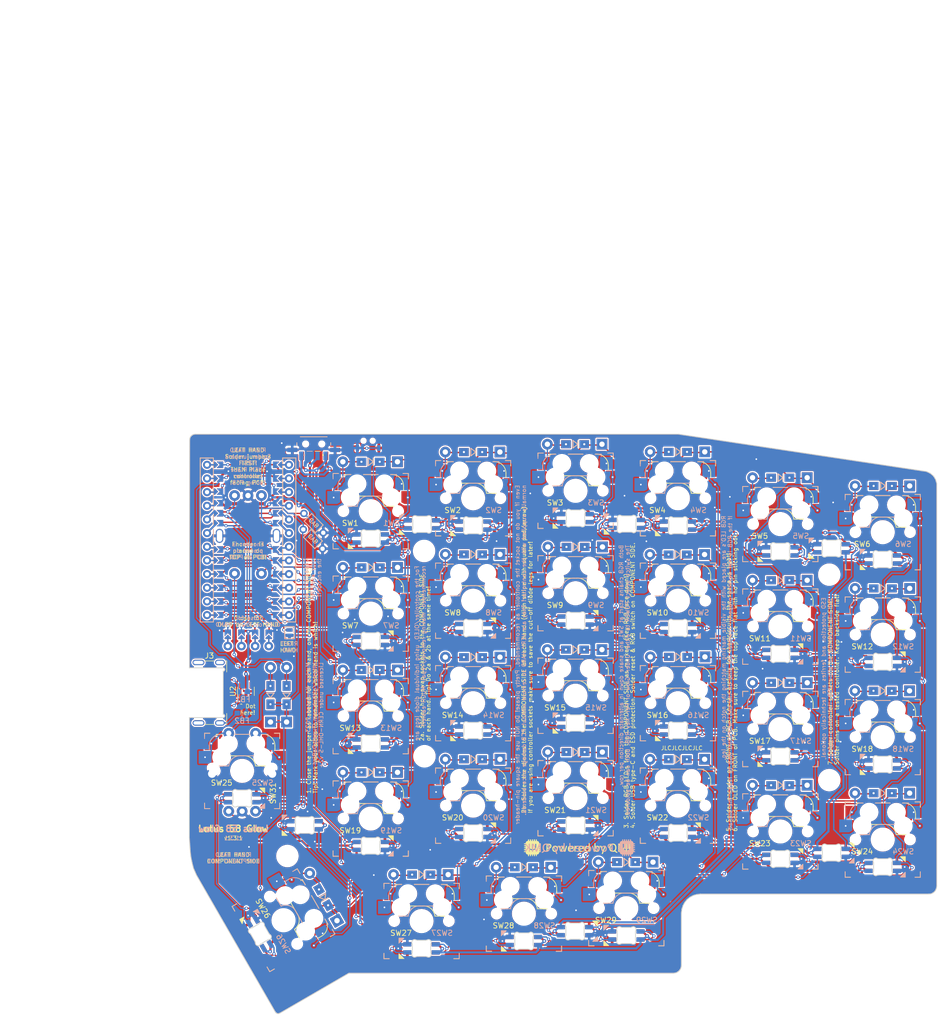
<source format=kicad_pcb>
(kicad_pcb (version 20221018) (generator pcbnew)
  (title_block (title "Lotus 58 Glow") (date "2023-08-26") (rev "v1.3.2") (company "Markus Knutsson <markus.knutsson@tweety.se>") (comment 1 "https://github.com/TweetyDaBird") (comment 2 "Licensed under CERN-OHL-S v2 or any superseding version"))
  (layers (0 "F.Cu" signal) (31 "B.Cu" signal) (34 "B.Paste" user) (35 "F.Paste" user) (36 "B.SilkS" user "B.Silkscreen") (37 "F.SilkS" user "F.Silkscreen") (38 "B.Mask" user) (39 "F.Mask" user) (44 "Edge.Cuts" user))
  (net 0 "")
  (net 1 "Net-(D1-A)")
  (net 2 "row4")
  (net 3 "Net-(D2-A)")
  (net 4 "Net-(D3-A)")
  (net 5 "row0")
  (net 6 "Net-(D4-A)")
  (net 7 "row1")
  (net 8 "Net-(D5-A)")
  (net 9 "row2")
  (net 10 "Net-(D6-A)")
  (net 11 "row3")
  (net 12 "Net-(D7-A)")
  (net 13 "Net-(D8-A)")
  (net 14 "Net-(D9-A)")
  (net 15 "Net-(D10-A)")
  (net 16 "Net-(D11-A)")
  (net 17 "Net-(D12-A)")
  (net 18 "Net-(D13-A)")
  (net 19 "Net-(D14-A)")
  (net 20 "Net-(D15-A)")
  (net 21 "Net-(D16-A)")
  (net 22 "Net-(D17-A)")
  (net 23 "Net-(D18-A)")
  (net 24 "Net-(D19-A)")
  (net 25 "Net-(D20-A)")
  (net 26 "Net-(D21-A)")
  (net 27 "Net-(D22-A)")
  (net 28 "Net-(D23-A)")
  (net 29 "Net-(D24-A)")
  (net 30 "Net-(D26-A)")
  (net 31 "Net-(D27-A)")
  (net 32 "Net-(D28-A)")
  (net 33 "VCC")
  (net 34 "GND")
  (net 35 "col0")
  (net 36 "col1")
  (net 37 "col2")
  (net 38 "col3")
  (net 39 "col4")
  (net 40 "col5")
  (net 41 "SDA")
  (net 42 "LED")
  (net 43 "SCL")
  (net 44 "RESET")
  (net 45 "Net-(D29-A)")
  (net 46 "DATA")
  (net 47 "Net-(D30-A)")
  (net 48 "Hand")
  (net 49 "Alt")
  (net 56 "Net-(LED1-DOUT)")
  (net 57 "Net-(LED2-DOUT)")
  (net 58 "Net-(LED3-DOUT)")
  (net 59 "Net-(LED4-DOUT)")
  (net 60 "Net-(LED5-DOUT)")
  (net 61 "Net-(LED12-DIN)")
  (net 62 "Net-(LED13-DIN)")
  (net 63 "Net-(LED7-DIN)")
  (net 64 "Net-(LED8-DIN)")
  (net 65 "Net-(LED10-DOUT)")
  (net 66 "Net-(LED10-DIN)")
  (net 67 "Net-(LED11-DIN)")
  (net 68 "Net-(LED13-DOUT)")
  (net 69 "Net-(LED14-DOUT)")
  (net 70 "Net-(LED15-DOUT)")
  (net 71 "Net-(LED16-DOUT)")
  (net 72 "Net-(LED17-DOUT)")
  (net 73 "Net-(LED18-DOUT)")
  (net 74 "Net-(LED19-DOUT)")
  (net 75 "Net-(LED19-DIN)")
  (net 76 "Net-(LED20-DIN)")
  (net 77 "Net-(LED21-DIN)")
  (net 78 "/PWR_KEY")
  (net 79 "/PWR_GLOW")
  (net 80 "RGB_LINK")
  (net 81 "Net-(LED22-DIN)")
  (net 82 "Net-(LED23-DIN)")
  (net 83 "Net-(LED25-DOUT)")
  (net 84 "EncB")
  (net 85 "EncA")
  (net 86 "Net-(LED26-DOUT)")
  (net 87 "Net-(LED27-DOUT)")
  (net 88 "Net-(LED28-DOUT)")
  (net 89 "Net-(LED30-DOUT)")
  (net 90 "Net-(LED31-DOUT)")
  (net 91 "Net-(LED32-DOUT)")
  (net 92 "Net-(LED33-DOUT)")
  (net 93 "Net-(LED34-DOUT)")
  (net 96 "Net-(J3-SHIELD)")
  (net 97 "/VCC_LINK")
  (footprint "Keyboard Common:Spacer PCB hole" (layer "F.Cu") (at 124.32538 57.40908)
    (fp_text reference "TH1" hide)
    (fp_text value "HOLE" hide)
  )
  (footprint "Keyboard Common:Spacer PCB hole" (layer "F.Cu") (at 199.7 61.8)
    (fp_text reference "TH2" hide)
    (fp_text value "HOLE" hide)
  )
  (footprint "Keyboard Common:Spacer PCB hole" (layer "F.Cu") (at 124.3965 95.5675)
    (fp_text reference "TH3" hide)
    (fp_text value "HOLE" hide)
  )
  (footprint "Keyboard Common:Spacer PCB hole" (layer "F.Cu") (at 199.7 100)
    (fp_text reference "TH4" hide)
    (fp_text value "HOLE" hide)
  )
  (footprint "Keyboard Common:Spacer PCB hole" (layer "F.Cu") (at 98.8949 114.1095 90)
    (fp_text reference "TH5" hide)
    (fp_text value "HOLE" hide)
  )
  (footprint "Keyboard Switches:SW_MX_HotSwap_Reversible" (layer "F.Cu") (at 133.45 47.6)
    (fp_text reference "SW2" hide)
    (fp_text value "Kailh hotswap MX socket" hide)
  )
  (footprint "Keyboard Switches:SW_MX_HotSwap_Reversible" (layer "F.Cu") (at 152.5 46.21)
    (fp_text reference "SW3" hide)
    (fp_text value "Kailh hotswap MX socket" hide)
  )
  (footprint "Keyboard Switches:SW_MX_HotSwap_Reversible" (layer "F.Cu") (at 171.55 47.6)
    (fp_text reference "SW4" hide)
    (fp_text value "Kailh hotswap MX socket" hide)
  )
  (footprint "Keyboard Switches:SW_MX_HotSwap_Reversible" (layer "F.Cu") (at 209.65 53.9)
    (fp_text reference "SW6" hide)
    (fp_text value "Kailh hotswap MX socket" hide)
  )
  (footprint "Keyboard Switches:SW_MX_HotSwap_Reversible" (layer "F.Cu") (at 114.4 69.05)
    (fp_text reference "SW7" hide)
    (fp_text value "Kailh hotswap MX socket" hide)
  )
  (footprint "Keyboard Switches:SW_MX_HotSwap_Reversible" (layer "F.Cu") (at 152.5 65.26)
    (fp_text reference "SW9" hide)
    (fp_text value "Kailh hotswap MX socket" hide)
  )
  (footprint "Keyboard Switches:SW_MX_HotSwap_Reversible" (layer "F.Cu") (at 171.55 66.65)
    (fp_text reference "SW10" hide)
    (fp_text value "Kailh hotswap MX socket" hide)
  )
  (footprint "Keyboard Switches:SW_MX_HotSwap_Reversible" (layer "F.Cu") (at 190.6 71.45)
    (fp_text reference "SW11" hide)
    (fp_text value "Kailh hotswap MX socket" hide)
  )
  (footprint "Keyboard Switches:SW_MX_HotSwap_Reversible" (layer "F.Cu") (at 209.65 72.95)
    (fp_text reference "SW12" hide)
    (fp_text value "Kailh hotswap MX socket" hide)
  )
  (footprint "Keyboard Switches:SW_MX_HotSwap_Reversible" (layer "F.Cu") (at 114.4 88.1)
    (fp_text reference "SW13" hide)
    (fp_text value "Kailh hotswap MX socket" hide)
  )
  (footprint "Keyboard Switches:SW_MX_HotSwap_Reversible" (layer "F.Cu") (at 133.45 85.7)
    (fp_text reference "SW14" hide)
    (fp_text value "Kailh hotswap MX socket" hide)
  )
  (footprint "Keyboard Switches:SW_MX_HotSwap_Reversible" (layer "F.Cu") (at 152.5 84.31)
    (fp_text reference "SW15" hide)
    (fp_text value "Kailh hotswap MX socket" hide)
  )
  (footprint "Keyboard Switches:SW_MX_HotSwap_Reversible" (layer "F.Cu") (at 190.6 90.5)
    (fp_text reference "SW17" hide)
    (fp_text value "Kailh hotswap MX socket" hide)
  )
  (footprint "Keyboard Switches:SW_MX_HotSwap_Reversible" (layer "F.Cu") (at 209.65 92)
    (fp_text reference "SW18" hide)
    (fp_text value "Kailh hotswap MX socket" hide)
  )
  (footprint "Keyboard Switches:SW_MX_HotSwap_Reversible" (layer "F.Cu") (at 114.4 107.15)
    (fp_text reference "SW19" hide)
    (fp_text value "Kailh hotswap MX socket" hide)
  )
  (footprint "Keyboard Switches:SW_MX_HotSwap_Reversible" (layer "F.Cu") (at 133.45 104.75)
    (fp_text reference "SW20" hide)
    (fp_text value "Kailh hotswap MX socket" hide)
  )
  (footprint "Keyboard Switches:SW_MX_HotSwap_Reversible" (layer "F.Cu") (at 152.5 103.36)
    (fp_text reference "SW21" hide)
    (fp_text value "Kailh hotswap MX socket" hide)
  )
  (footprint "Keyboard Switches:SW_MX_HotSwap_Reversible" (layer "F.Cu") (at 171.55 104.75)
    (fp_text reference "SW22" hide)
    (fp_text value "Kailh hotswap MX socket" hide)
  )
  (footprint "Keyboard Switches:SW_MX_HotSwap_Reversible" (layer "F.Cu") (at 190.6 109.55)
    (fp_text reference "SW23" hide)
    (fp_text value "Kailh hotswap MX socket" hide)
  )
  (footprint "Keyboard Switches:SW_MX_HotSwap_Reversible" (layer "F.Cu") (at 123.85 126.2)
    (fp_text reference "SW27" hide)
    (fp_text value "Kailh hotswap MX socket" hide)
  )
  (footprint "Keyboard Switches:SW_MX_HotSwap_Reversible" (layer "F.Cu") (at 142.8977 124.8283)
    (fp_text reference "SW28" hide)
    (fp_text value "Kailh hotswap MX socket" hide)
  )
  (footprint "Keyboard Switches:SW_MX_HotSwap_Reversible" (layer "F.Cu") (at 161.95 123.8)
    (fp_text reference "SW29" hide)
    (fp_text value "Kailh hotswap MX socket" hide)
  )
  (footprint "Keyboard Switches:SW_MX_HotSwap_Reversible" (layer "F.Cu") (at 114.4 50)
    (fp_text reference "SW1" hide)
    (fp_text value "Kailh hotswap MX socket" hide)
  )
  (footprint "Keyboard Switches:SW_MX_HotSwap_Reversible" (layer "F.Cu") (at 90.4748 98.2853)
    (fp_text reference "SW25" hide)
    (fp_text value "Kailh hotswap MX socket" hide)
  )
  (footprint "Keyboard Switches:SW_MX_HotSwap_Reversible" (layer "F.Cu") (at 209.65 111.05)
    (fp_text reference "SW24" hide)
    (fp_text value "Kailh hotswap MX socket" hide)
  )
  (footprint "Keyboard Switches:SW_MX_HotSwap_Reversible" (layer "F.Cu") (at 98.171 126.0475 -60)
    (fp_text reference "SW26" hide)
    (fp_text value "Kailh hotswap MX socket" hide)
  )
  (footprint "Keyboard Switches:SW_MX_HotSwap_Reversible" (layer "F.Cu") (at 171.55 85.7)
    (fp_text reference "SW16" hide)
    (fp_text value "Kailh hotswap MX socket" hide)
  )
  (footprint "Keyboard Common:SSD1306-0.91-OLED-4pin-128x32 doublesided" (layer "F.Cu") (at 91.62 56.59 -90)
    (fp_text reference "P1" hide)
    (fp_text value "OLED")
  )
  (footprint "Keyboard RGB:MX_SK6812MINI-E_REVERSIBLE" (layer "F.Cu") (at 200.125 113.522)
    (fp_text reference "LED33" hide)
    (fp_text value "SK6812MINI-E")
    (fp_line (start -1.699999 0.702841) (end -1.699999 -0.702843) (stroke (width 0.15)) (layer "Edge.Cuts"))
    (fp_line (start -0.794452 -1.5) (end 0.794453 -1.5) (stroke (width 0.15)) (layer "Edge.Cuts"))
    (fp_line (start 0.794452 1.499999) (end -0.794452 1.499999) (stroke (width 0.15)) (layer "Edge.Cuts"))
    (fp_line (start 1.699999 -0.702843) (end 1.699999 0.702841) (stroke (width 0.15)) (layer "Edge.Cuts"))
    (fp_arc (start -1.749484 -0.919721) (mid -1.712527 -0.814069) (end -1.699999 -0.702843) (stroke (width 0.15)) (layer "Edge.Cuts"))
    (fp_arc (start -1.749484 -0.919721) (mid -1.638071 -1.504036) (end -1.046711 -1.5683) (stroke (width 0.15)) (layer "Edge.Cuts"))
    (fp_arc (start -1.699999 0.702842) (mid -1.712527 0.814067) (end -1.749484 0.919719) (stroke (width 0.15)) (layer "Edge.Cuts"))
    (fp_arc (start -1.046711 1.568296) (mid -1.63807 1.504033) (end -1.749484 0.919719) (stroke (width 0.15)) (layer "Edge.Cuts"))
    (fp_arc (start -1.04671 1.568298) (mid -0.925122 1.517376) (end -0.794452 1.499999) (stroke (width 0.15)) (layer "Edge.Cuts"))
    (fp_arc (start -0.794453 -1.500001) (mid -0.925123 -1.517378) (end -1.046711 -1.5683) (stroke (width 0.15)) (layer "Edge.Cuts"))
    (fp_arc (start 0.794452 1.499999) (mid 0.925123 1.517376) (end 1.046711 1.568298) (stroke (width 0.15)) (layer "Edge.Cuts"))
    (fp_arc (start 1.046711 -1.568299) (mid 0.925123 -1.517377) (end 0.794453 -1.5) (stroke (width 0.15)) (layer "Edge.Cuts"))
    (fp_arc (start 1.046711 -1.568299) (mid 1.638071 -1.504036) (end 1.749484 -0.919721) (stroke (width 0.15)) (layer "Edge.Cuts"))
    (fp_arc (start 1.699999 -0.702844) (mid 1.712526 -0.81407) (end 1.749484 -0.919721) (stroke (width 0.15)) (layer "Edge.Cuts"))
    (fp_arc (start 1.749484 0.919718) (mid 1.638072 1.504034) (end 1.046711 1.568298) (stroke (width 0.15)) (layer "Edge.Cuts"))
    (fp_arc (start 1.749484 0.919719) (mid 1.712511 0.81407) (end 1.699999 0.702841) (stroke (width 0.15)) (layer "Edge.Cuts"))
  )
  (footprint "Keyboard RGB:MX_SK6812MINI-E_REVERSIBLE" (layer "F.Cu") (at 152.4 128.0795)
    (fp_text reference "LED34" hide)
    (fp_text value "SK6812MINI-E")
    (fp_line (start -1.699999 0.702841) (end -1.699999 -0.702843) (stroke (width 0.15)) (layer "Edge.Cuts"))
    (fp_line (start -0.794452 -1.5) (end 0.794453 -1.5) (stroke (width 0.15)) (layer "Edge.Cuts"))
    (fp_line (start 0.794452 1.499999) (end -0.794452 1.499999) (stroke (width 0.15)) (layer "Edge.Cuts"))
    (fp_line (start 1.699999 -0.702843) (end 1.699999 0.702841) (stroke (width 0.15)) (layer "Edge.Cuts"))
    (fp_arc (start -1.749484 -0.919721) (mid -1.712527 -0.814069) (end -1.699999 -0.702843) (stroke (width 0.15)) (layer "Edge.Cuts"))
    (fp_arc (start -1.749484 -0.919721) (mid -1.638071 -1.504036) (end -1.046711 -1.5683) (stroke (width 0.15)) (layer "Edge.Cuts"))
    (fp_arc (start -1.699999 0.702842) (mid -1.712527 0.814067) (end -1.749484 0.919719) (stroke (width 0.15)) (layer "Edge.Cuts"))
    (fp_arc (start -1.046711 1.568296) (mid -1.63807 1.504033) (end -1.749484 0.919719) (stroke (width 0.15)) (layer "Edge.Cuts"))
    (fp_arc (start -1.04671 1.568298) (mid -0.925122 1.517376) (end -0.794452 1.499999) (stroke (width 0.15)) (layer "Edge.Cuts"))
    (fp_arc (start -0.794453 -1.500001) (mid -0.925123 -1.517378) (end -1.046711 -1.5683) (stroke (width 0.15)) (layer "Edge.Cuts"))
    (fp_arc (start 0.794452 1.499999) (mid 0.925123 1.517376) (end 1.046711 1.568298) (stroke (width 0.15)) (layer "Edge.Cuts"))
    (fp_arc (start 1.046711 -1.568299) (mid 0.925123 -1.517377) (end 0.794453 -1.5) (stroke (width 0.15)) (layer "Edge.Cuts"))
    (fp_arc (start 1.046711 -1.568299) (mid 1.638071 -1.504036) (end 1.749484 -0.919721) (stroke (width 0.15)) (layer "Edge.Cuts"))
    (fp_arc (start 1.699999 -0.702844) (mid 1.712526 -0.81407) (end 1.749484 -0.919721) (stroke (width 0.15)) (layer "Edge.Cuts"))
    (fp_arc (start 1.749484 0.919718) (mid 1.638072 1.504034) (end 1.046711 1.568298) (stroke (width 0.15)) (layer "Edge.Cuts"))
    (fp_arc (start 1.749484 0.919719) (mid 1.712511 0.81407) (end 1.699999 0.702841) (stroke (width 0.15)) (layer "Edge.Cuts"))
  )
  (footprint "Keyboard RGB:MX_SK6812MINI-E_REVERSIBLE" (layer "F.Cu") (at 102.108 108.3945 180)
    (fp_text reference "LED35" hide)
    (fp_text value "SK6812MINI-E")
    (fp_line (start -1.699999 0.702841) (end -1.699999 -0.702843) (stroke (width 0.15)) (layer "Edge.Cuts"))
    (fp_line (start -0.794452 -1.5) (end 0.794453 -1.5) (stroke (width 0.15)) (layer "Edge.Cuts"))
    (fp_line (start 0.794452 1.499999) (end -0.794452 1.499999) (stroke (width 0.15)) (layer "Edge.Cuts"))
    (fp_line (start 1.699999 -0.702843) (end 1.699999 0.702841) (stroke (width 0.15)) (layer "Edge.Cuts"))
    (fp_arc (start -1.749484 -0.919721) (mid -1.712527 -0.814069) (end -1.699999 -0.702843) (stroke (width 0.15)) (layer "Edge.Cuts"))
    (fp_arc (start -1.749484 -0.919721) (mid -1.638071 -1.504036) (end -1.046711 -1.5683) (stroke (width 0.15)) (layer "Edge.Cuts"))
    (fp_arc (start -1.699999 0.702842) (mid -1.712527 0.814067) (end -1.749484 0.919719) (stroke (width 0.15)) (layer "Edge.Cuts"))
    (fp_arc (start -1.046711 1.568296) (mid -1.63807 1.504033) (end -1.749484 0.919719) (stroke (width 0.15)) (layer "Edge.Cuts"))
    (fp_arc (start -1.04671 1.568298) (mid -0.925122 1.517376) (end -0.794452 1.499999) (stroke (width 0.15)) (layer "Edge.Cuts"))
    (fp_arc (start -0.794453 -1.500001) (mid -0.925123 -1.517378) (end -1.046711 -1.5683) (stroke (width 0.15)) (layer "Edge.Cuts"))
    (fp_arc (start 0.794452 1.499999) (mid 0.925123 1.517376) (end 1.046711 1.568298) (stroke (width 0.15)) (layer "Edge.Cuts"))
    (fp_arc (start 1.046711 -1.568299) (mid 0.925123 -1.517377) (end 0.794453 -1.5) (stroke (width 0.15)) (layer "Edge.Cuts"))
    (fp_arc (start 1.046711 -1.568299) (mid 1.638071 -1.504036) (end 1.749484 -0.919721) (stroke (width 0.15)) (layer "Edge.Cuts"))
    (fp_arc (start 1.699999 -0.702844) (mid 1.712526 -0.81407) (end 1.749484 -0.919721) (stroke (width 0.15)) (layer "Edge.Cuts"))
    (fp_arc (start 1.749484 0.919718) (mid 1.638072 1.504034) (end 1.046711 1.568298) (stroke (width 0.15)) (layer "Edge.Cuts"))
    (fp_arc (start 1.749484 0.919719) (mid 1.712511 0.81407) (end 1.699999 0.702841) (stroke (width 0.15)) (layer "Edge.Cuts"))
  )
  (footprint "Keyboard RGB:MX_SK6812MINI-E_REVERSIBLE" (layer "F.Cu") (at 200.122 56.896 180)
    (fp_text reference "LED32" hide)
    (fp_text value "SK6812MINI-E")
    (fp_line (start -1.699999 0.702841) (end -1.699999 -0.702843) (stroke (width 0.15)) (layer "Edge.Cuts"))
    (fp_line (start -0.794452 -1.5) (end 0.794453 -1.5) (stroke (width 0.15)) (layer "Edge.Cuts"))
    (fp_line (start 0.794452 1.499999) (end -0.794452 1.499999) (stroke (width 0.15)) (layer "Edge.Cuts"))
    (fp_line (start 1.699999 -0.702843) (end 1.699999 0.702841) (stroke (width 0.15)) (layer "Edge.Cuts"))
    (fp_arc (start -1.749484 -0.919721) (mid -1.712527 -0.814069) (end -1.699999 -0.702843) (stroke (width 0.15)) (layer "Edge.Cuts"))
    (fp_arc (start -1.749484 -0.919721) (mid -1.638071 -1.504036) (end -1.046711 -1.5683) (stroke (width 0.15)) (layer "Edge.Cuts"))
    (fp_arc (start -1.699999 0.702842) (mid -1.712527 0.814067) (end -1.749484 0.919719) (stroke (width 0.15)) (layer "Edge.Cuts"))
    (fp_arc (start -1.046711 1.568296) (mid -1.63807 1.504033) (end -1.749484 0.919719) (stroke (width 0.15)) (layer "Edge.Cuts"))
    (fp_arc (start -1.04671 1.568298) (mid -0.925122 1.517376) (end -0.794452 1.499999) (stroke (width 0.15)) (layer "Edge.Cuts"))
    (fp_arc (start -0.794453 -1.500001) (mid -0.925123 -1.517378) (end -1.046711 -1.5683) (stroke (width 0.15)) (layer "Edge.Cuts"))
    (fp_arc (start 0.794452 1.499999) (mid 0.925123 1.517376) (end 1.046711 1.568298) (stroke (width 0.15)) (layer "Edge.Cuts"))
    (fp_arc (start 1.046711 -1.568299) (mid 0.925123 -1.517377) (end 0.794453 -1.5) (stroke (width 0.15)) (layer "Edge.Cuts"))
    (fp_arc (start 1.046711 -1.568299) (mid 1.638071 -1.504036) (end 1.749484 -0.919721) (stroke (width 0.15)) (layer "Edge.Cuts"))
    (fp_arc (start 1.699999 -0.702844) (mid 1.712526 -0.81407) (end 1.749484 -0.919721) (stroke (width 0.15)) (layer "Edge.Cuts"))
    (fp_arc (start 1.749484 0.919718) (mid 1.638072 1.504034) (end 1.046711 1.568298) (stroke (width 0.15)) (layer "Edge.Cuts"))
    (fp_arc (start 1.749484 0.919719) (mid 1.712511 0.81407) (end 1.699999 0.702841) (stroke (width 0.15)) (layer "Edge.Cuts"))
  )
  (footprint "Keyboard RGB:MX_SK6812MINI-E_REVERSIBLE" (layer "F.Cu") (at 123.9235 52.451 180)
    (fp_text reference "LED30" hide)
    (fp_text value "SK6812MINI-E")
    (fp_line (start -1.699999 0.702841) (end -1.699999 -0.702843) (stroke (width 0.15)) (layer "Edge.Cuts"))
    (fp_line (start -0.794452 -1.5) (end 0.794453 -1.5) (stroke (width 0.15)) (layer "Edge.Cuts"))
    (fp_line (start 0.794452 1.499999) (end -0.794452 1.499999) (stroke (width 0.15)) (layer "Edge.Cuts"))
    (fp_line (start 1.699999 -0.702843) (end 1.699999 0.702841) (stroke (width 0.15)) (layer "Edge.Cuts"))
    (fp_arc (start -1.749484 -0.919721) (mid -1.712527 -0.814069) (end -1.699999 -0.702843) (stroke (width 0.15)) (layer "Edge.Cuts"))
    (fp_arc (start -1.749484 -0.919721) (mid -1.638071 -1.504036) (end -1.046711 -1.5683) (stroke (width 0.15)) (layer "Edge.Cuts"))
    (fp_arc (start -1.699999 0.702842) (mid -1.712527 0.814067) (end -1.749484 0.919719) (stroke (width 0.15)) (layer "Edge.Cuts"))
    (fp_arc (start -1.046711 1.568296) (mid -1.63807 1.504033) (end -1.749484 0.919719) (stroke (width 0.15)) (layer "Edge.Cuts"))
    (fp_arc (start -1.04671 1.568298) (mid -0.925122 1.517376) (end -0.794452 1.499999) (stroke (width 0.15)) (layer "Edge.Cuts"))
    (fp_arc (start -0.794453 -1.500001) (mid -0.925123 -1.517378) (end -1.046711 -1.5683) (stroke (width 0.15)) (layer "Edge.Cuts"))
    (fp_arc (start 0.794452 1.499999) (mid 0.925123 1.517376) (end 1.046711 1.568298) (stroke (width 0.15)) (layer "Edge.Cuts"))
    (fp_arc (start 1.046711 -1.568299) (mid 0.925123 -1.517377) (end 0.794453 -1.5) (stroke (width 0.15)) (layer "Edge.Cuts"))
    (fp_arc (start 1.046711 -1.568299) (mid 1.638071 -1.504036) (end 1.749484 -0.919721) (stroke (width 0.15)) (layer "Edge.Cuts"))
    (fp_arc (start 1.699999 -0.702844) (mid 1.712526 -0.81407) (end 1.749484 -0.919721) (stroke (width 0.15)) (layer "Edge.Cuts"))
    (fp_arc (start 1.749484 0.919718) (mid 1.638072 1.504034) (end 1.046711 1.568298) (stroke (width 0.15)) (layer "Edge.Cuts"))
    (fp_arc (start 1.749484 0.919719) (mid 1.712511 0.81407) (end 1.699999 0.702841) (stroke (width 0.15)) (layer "Edge.Cuts"))
  )
  (footprint "Keyboard Encoders:Encoder_Alps_EC11E_Small" (layer "F.Cu") (at 91.567 54.594 -90)
    (fp_text reference "SW30" hide)
    (fp_text value "Rotary_Encoder_Switch" hide)
  )
  (footprint "Keyboard Controllers:ProMicro_jumpers_V2" (layer "F.Cu") (at 91.567 55.35)
    (fp_text reference "U1" hide)
    (fp_text value "ProMicro")
  )
  (footprint "Keyboard Switches:SW_MX_HotSwap_Reversible" (layer "F.Cu") (at 190.6 52.4)
    (fp_text reference "SW5" hide)
    (fp_text value "Kailh hotswap MX socket" hide)
  )
  (footprint "Keyboard Encoders:Encoder_Alps_EC11E_Offset_pad" (layer "F.Cu") (at 90.4748 98.2853 90)
    (fp_text reference "SW31" hide)
    (fp_text value "Rotary_Encoder_Switch")
  )
  (footprint "Keyboard RGB:MX_SK6812MINI-E_REVERSIBLE" (layer "F.Cu") (at 162.0285 52.3875 180)
    (fp_text reference "LED31" hide)
    (fp_text value "SK6812MINI-E")
    (fp_line (start -1.699999 0.702841) (end -1.699999 -0.702843) (stroke (width 0.15)) (layer "Edge.Cuts"))
    (fp_line (start -0.794452 -1.5) (end 0.794453 -1.5) (stroke (width 0.15)) (layer "Edge.Cuts"))
    (fp_line (start 0.794452 1.499999) (end -0.794452 1.499999) (stroke (width 0.15)) (layer "Edge.Cuts"))
    (fp_line (start 1.699999 -0.702843) (end 1.699999 0.702841) (stroke (width 0.15)) (layer "Edge.Cuts"))
    (fp_arc (start -1.749484 -0.919721) (mid -1.712527 -0.814069) (end -1.699999 -0.702843) (stroke (width 0.15)) (layer "Edge.Cuts"))
    (fp_arc (start -1.749484 -0.919721) (mid -1.638071 -1.504036) (end -1.046711 -1.5683) (stroke (width 0.15)) (layer "Edge.Cuts"))
    (fp_arc (start -1.699999 0.702842) (mid -1.712527 0.814067) (end -1.749484 0.919719) (stroke (width 0.15)) (layer "Edge.Cuts"))
    (fp_arc (start -1.046711 1.568296) (mid -1.63807 1.504033) (end -1.749484 0.919719) (stroke (width 0.15)) (layer "Edge.Cuts"))
    (fp_arc (start -1.04671 1.568298) (mid -0.925122 1.517376) (end -0.794452 1.499999) (stroke (width 0.15)) (layer "Edge.Cuts"))
    (fp_arc (start -0.794453 -1.500001) (mid -0.925123 -1.517378) (end -1.046711 -1.5683) (stroke (width 0.15)) (layer "Edge.Cuts"))
    (fp_arc (start 0.794452 1.499999) (mid 0.925123 1.517376) (end 1.046711 1.568298) (stroke (width 0.15)) (layer "Edge.Cuts"))
    (fp_arc (start 1.046711 -1.568299) (mid 0.925123 -1.517377) (end 0.794453 -1.5) (stroke (width 0.15)) (layer "Edge.Cuts"))
    (fp_arc (start 1.046711 -1.568299) (mid 1.638071 -1.504036) (end 1.749484 -0.919721) (stroke (width 0.15)) (layer "Edge.Cuts"))
    (fp_arc (start 1.699999 -0.702844) (mid 1.712526 -0.81407) (end 1.749484 -0.919721) (stroke (width 0.15)) (layer "Edge.Cuts"))
    (fp_arc (start 1.749484 0.919718) (mid 1.638072 1.504034) (end 1.046711 1.568298) (stroke (width 0.15)) (layer "Edge.Cuts"))
    (fp_arc (start 1.749484 0.919719) (mid 1.712511 0.81407) (end 1.699999 0.702841) (stroke (width 0.15)) (layer "Edge.Cuts"))
  )
  (footprint "Keyboard Common:Jumper_Mini" (layer "F.Cu") (at 99.28 72.59 -90)
    (fp_text reference "JP3" hide)
    (fp_text value "LEFT" hide)
  )
  (footprint "Keyboard Switches:SW_MX_HotSwap_Reversible" (layer "F.Cu") (at 133.45 66.65)
    (fp_text reference "SW8" hide)
    (fp_text value "Kailh hotswap MX socket" hide)
  )
  (footprint "Keyboard RGB:MX_SK6812MINI-E_REVERSIBLE" (layer "F.Cu") (at 114.4 55.08 180)
    (fp_text reference "LED1" hide)
    (fp_text value "SK6812MINI-E")
    (fp_line (start -1.699999 0.702841) (end -1.699999 -0.702843) (stroke (width 0.15)) (layer "Edge.Cuts"))
    (fp_line (start -0.794452 -1.5) (end 0.794453 -1.5) (stroke (width 0.15)) (layer "Edge.Cuts"))
    (fp_line (start 0.794452 1.499999) (end -0.794452 1.499999) (stroke (width 0.15)) (layer "Edge.Cuts"))
    (fp_line (start 1.699999 -0.702843) (end 1.699999 0.702841) (stroke (width 0.15)) (layer "Edge.Cuts"))
    (fp_arc (start -1.749484 -0.919721) (mid -1.712527 -0.814069) (end -1.699999 -0.702843) (stroke (width 0.15)) (layer "Edge.Cuts"))
    (fp_arc (start -1.749484 -0.919721) (mid -1.638071 -1.504036) (end -1.046711 -1.5683) (stroke (width 0.15)) (layer "Edge.Cuts"))
    (fp_arc (start -1.699999 0.702842) (mid -1.712527 0.814067) (end -1.749484 0.919719) (stroke (width 0.15)) (layer "Edge.Cuts"))
    (fp_arc (start -1.046711 1.568296) (mid -1.63807 1.504033) (end -1.749484 0.919719) (stroke (width 0.15)) (layer "Edge.Cuts"))
    (fp_arc (start -1.04671 1.568298) (mid -0.925122 1.517376) (end -0.794452 1.499999) (stroke (width 0.15)) (layer "Edge.Cuts"))
    (fp_arc (start -0.794453 -1.500001) (mid -0.925123 -1.517378) (end -1.046711 -1.5683) (stroke (width 0.15)) (layer "Edge.Cuts"))
    (fp_arc (start 0.794452 1.499999) (mid 0.925123 1.517376) (end 1.046711 1.568298) (stroke (width 0.15)) (layer "Edge.Cuts"))
    (fp_arc (start 1.046711 -1.568299) (mid 0.925123 -1.517377) (end 0.794453 -1.5) (stroke (width 0.15)) (layer "Edge.Cuts"))
    (fp_arc (start 1.046711 -1.568299) (mid 1.638071 -1.504036) (end 1.749484 -0.919721) (stroke (width 0.15)) (layer "Edge.Cuts"))
    (fp_arc (start 1.699999 -0.702844) (mid 1.712525 -0.81407) (end 1.749484 -0.919721) (stroke (width 0.15)) (layer "Edge.Cuts"))
    (fp_arc (start 1.749484 0.919718) (mid 1.638072 1.504034) (end 1.046711 1.568298) (stroke (width 0.15)) (layer "Edge.Cuts"))
    (fp_arc (start 1.749484 0.919719) (mid 1.712517 0.81407) (end 1.699999 0.702841) (stroke (width 0.15)) (layer "Edge.Cuts"))
  )
  (footprint "Keyboard RGB:MX_SK6812MINI-E_REVERSIBLE" (layer "F.Cu") (at 133.45 52.68 180)
    (fp_text reference "LED2" hide)
    (fp_text value "SK6812MINI-E")
    (fp_line (start -1.699999 0.702841) (end -1.699999 -0.702843) (stroke (width 0.15)) (layer "Edge.Cuts"))
    (fp_line (start -0.794452 -1.5) (end 0.794453 -1.5) (stroke (width 0.15)) (layer "Edge.Cuts"))
    (fp_line (start 0.794452 1.499999) (end -0.794452 1.499999) (stroke (width 0.15)) (layer "Edge.Cuts"))
    (fp_line (start 1.699999 -0.702843) (end 1.699999 0.702841) (stroke (width 0.15)) (layer "Edge.Cuts"))
    (fp_arc (start -1.749484 -0.919721) (mid -1.712527 -0.814069) (end -1.699999 -0.702843) (stroke (width 0.15)) (layer "Edge.Cuts"))
    (fp_arc (start -1.749484 -0.919721) (mid -1.638071 -1.504036) (end -1.046711 -1.5683) (stroke (width 0.15)) (layer "Edge.Cuts"))
    (fp_arc (start -1.699999 0.702842) (mid -1.712527 0.814067) (end -1.749484 0.919719) (stroke (width 0.15)) (layer "Edge.Cuts"))
    (fp_arc (start -1.046711 1.568296) (mid -1.63807 1.504033) (end -1.749484 0.919719) (stroke (width 0.15)) (layer "Edge.Cuts"))
    (fp_arc (start -1.04671 1.568298) (mid -0.925122 1.517376) (end -0.794452 1.499999) (stroke (width 0.15)) (layer "Edge.Cuts"))
    (fp_arc (start -0.794453 -1.500001) (mid -0.925123 -1.517378) (end -1.046711 -1.5683) (stroke (width 0.15)) (layer "Edge.Cuts"))
    (fp_arc (start 0.794452 1.499999) (mid 0.925123 1.517376) (end 1.046711 1.568298) (stroke (width 0.15)) (layer "Edge.Cuts"))
    (fp_arc (start 1.046711 -1.568299) (mid 0.925123 -1.517377) (end 0.794453 -1.5) (stroke (width 0.15)) (layer "Edge.Cuts"))
    (fp_arc (start 1.046711 -1.568299) (mid 1.638071 -1.504036) (end 1.749484 -0.919721) (stroke (width 0.15)) (layer "Edge.Cuts"))
    (fp_arc (start 1.699999 -0.702844) (mid 1.712525 -0.81407) (end 1.749484 -0.919721) (stroke (width 0.15)) (layer "Edge.Cuts"))
    (fp_arc (start 1.749484 0.919718) (mid 1.638072 1.504034) (end 1.046711 1.568298) (stroke (width 0.15)) (layer "Edge.Cuts"))
    (fp_arc (start 1.749484 0.919719) (mid 1.712517 0.81407) (end 1.699999 0.702841) (stroke (width 0.15)) (layer "Edge.Cuts"))
  )
  (footprint "Keyboard RGB:MX_SK6812MINI-E_REVERSIBLE" (layer "F.Cu") (at 152.5 51.29 180)
    (fp_text reference "LED3" hide)
    (fp_text value "SK6812MINI-E")
    (fp_line (start -1.699999 0.702841) (end -1.699999 -0.702843) (stroke (width 0.15)) (layer "Edge.Cuts"))
    (fp_line (start -0.794452 -1.5) (end 0.794453 -1.5) (stroke (width 0.15)) (layer "Edge.Cuts"))
    (fp_line (start 0.794452 1.499999) (end -0.794452 1.499999) (stroke (width 0.15)) (layer "Edge.Cuts"))
    (fp_line (start 1.699999 -0.702843) (end 1.699999 0.702841) (stroke (width 0.15)) (layer "Edge.Cuts"))
    (fp_arc (start -1.749484 -0.919721) (mid -1.712527 -0.814069) (end -1.699999 -0.702843) (stroke (width 0.15)) (layer "Edge.Cuts"))
    (fp_arc (start -1.749484 -0.919721) (mid -1.638071 -1.504036) (end -1.046711 -1.5683) (stroke (width 0.15)) (layer "Edge.Cuts"))
    (fp_arc (start -1.699999 0.702842) (mid -1.712527 0.814067) (end -1.749484 0.919719) (stroke (width 0.15)) (layer "Edge.Cuts"))
    (fp_arc (start -1.046711 1.568296) (mid -1.63807 1.504033) (end -1.749484 0.919719) (stroke (width 0.15)) (layer "Edge.Cuts"))
    (fp_arc (start -1.04671 1.568298) (mid -0.925122 1.517376) (end -0.794452 1.499999) (stroke (width 0.15)) (layer "Edge.Cuts"))
    (fp_arc (start -0.794453 -1.500001) (mid -0.925123 -1.517378) (end -1.046711 -1.5683) (stroke (width 0.15)) (layer "Edge.Cuts"))
    (fp_arc (start 0.794452 1.499999) (mid 0.925123 1.517376) (end 1.046711 1.568298) (stroke (width 0.15)) (layer "Edge.Cuts"))
    (fp_arc (start 1.046711 -1.568299) (mid 0.925123 -1.517377) (end 0.794453 -1.5) (stroke (width 0.15)) (layer "Edge.Cuts"))
    (fp_arc (start 1.046711 -1.568299) (mid 1.638071 -1.504036) (end 1.749484 -0.919721) (stroke (width 0.15)) (layer "Edge.Cuts"))
    (fp_arc (start 1.699999 -0.702844) (mid 1.712525 -0.81407) (end 1.749484 -0.919721) (stroke (width 0.15)) (layer "Edge.Cuts"))
    (fp_arc (start 1.749484 0.919718) (mid 1.638072 1.504034) (end 1.046711 1.568298) (stroke (width 0.15)) (layer "Edge.Cuts"))
    (fp_arc (start 1.749484 0.919719) (mid 1.712517 0.81407) (end 1.699999 0.702841) (stroke (width 0.15)) (layer "Edge.Cuts"))
  )
  (footprint "Keyboard RGB:MX_SK6812MINI-E_REVERSIBLE" (layer "F.Cu") (at 171.55 52.68 180)
    (fp_text reference "LED4" hide)
    (fp_text value "SK6812MINI-E")
    (fp_line (start -1.699999 0.702841) (end -1.699999 -0.702843) (stroke (width 0.15)) (layer "Edge.Cuts"))
    (fp_line (start -0.794452 -1.5) (end 0.794453 -1.5) (stroke (width 0.15)) (layer "Edge.Cuts"))
    (fp_line (start 0.794452 1.499999) (end -0.794452 1.499999) (stroke (width 0.15)) (layer "Edge.Cuts"))
    (fp_line (start 1.699999 -0.702843) (end 1.699999 0.702841) (stroke (width 0.15)) (layer "Edge.Cuts"))
    (fp_arc (start -1.749484 -0.919721) (mid -1.712527 -0.814069) (end -1.699999 -0.702843) (stroke (width 0.15)) (layer "Edge.Cuts"))
    (fp_arc (start -1.749484 -0.919721) (mid -1.638071 -1.504036) (end -1.046711 -1.5683) (stroke (width 0.15)) (layer "Edge.Cuts"))
    (fp_arc (start -1.699999 0.702842) (mid -1.712527 0.814067) (end -1.749484 0.919719) (stroke (width 0.15)) (layer "Edge.Cuts"))
    (fp_arc (start -1.046711 1.568296) (mid -1.63807 1.504033) (end -1.749484 0.919719) (stroke (width 0.15)) (layer "Edge.Cuts"))
    (fp_arc (start -1.04671 1.568298) (mid -0.925122 1.517376) (end -0.794452 1.499999) (stroke (width 0.15)) (layer "Edge.Cuts"))
    (fp_arc (start -0.794453 -1.500001) (mid -0.925123 -1.517378) (end -1.046711 -1.5683) (stroke (width 0.15)) (layer "Edge.Cuts"))
    (fp_arc (start 0.794452 1.499999) (mid 0.925123 1.517376) (end 1.046711 1.568298) (stroke (width 0.15)) (layer "Edge.Cuts"))
    (fp_arc (start 1.046711 -1.568299) (mid 0.925123 -1.517377) (end 0.794453 -1.5) (stroke (width 0.15)) (layer "Edge.Cuts"))
    (fp_arc (start 1.046711 -1.568299) (mid 1.638071 -1.504036) (end 1.749484 -0.919721) (stroke (width 0.15)) (layer "Edge.Cuts"))
    (fp_arc (start 1.699999 -0.702844) (mid 1.712525 -0.81407) (end 1.749484 -0.919721) (stroke (width 0.15)) (layer "Edge.Cuts"))
    (fp_arc (start 1.749484 0.919718) (mid 1.638072 1.504034) (end 1.046711 1.568298) (stroke (width 0.15)) (layer "Edge.Cuts"))
    (fp_arc (start 1.749484 0.919719) (mid 1.712517 0.81407) (end 1.699999 0.702841) (stroke (width 0.15)) (layer "Edge.Cuts"))
  )
  (footprint "Keyboard RGB:MX_SK6812MINI-E_REVERSIBLE" (layer "F.Cu") (at 190.6 57.48 180)
    (fp_text reference "LED5" hide)
    (fp_text value "SK6812MINI-E")
    (fp_line (start -1.699999 0.702841) (end -1.699999 -0.702843) (stroke (width 0.15)) (layer "Edge.Cuts"))
    (fp_line (start -0.794452 -1.5) (end 0.794453 -1.5) (stroke (width 0.15)) (layer "Edge.Cuts"))
    (fp_line (start 0.794452 1.499999) (end -0.794452 1.499999) (stroke (width 0.15)) (layer "Edge.Cuts"))
    (fp_line (start 1.699999 -0.702843) (end 1.699999 0.702841) (stroke (width 0.15)) (layer "Edge.Cuts"))
    (fp_arc (start -1.749484 -0.919721) (mid -1.712527 -0.814069) (end -1.699999 -0.702843) (stroke (width 0.15)) (layer "Edge.Cuts"))
    (fp_arc (start -1.749484 -0.919721) (mid -1.638071 -1.504036) (end -1.046711 -1.5683) (stroke (width 0.15)) (layer "Edge.Cuts"))
    (fp_arc (start -1.699999 0.702842) (mid -1.712527 0.814067) (end -1.749484 0.919719) (stroke (width 0.15)) (layer "Edge.Cuts"))
    (fp_arc (start -1.046711 1.568296) (mid -1.63807 1.504033) (end -1.749484 0.919719) (stroke (width 0.15)) (layer "Edge.Cuts"))
    (fp_arc (start -1.04671 1.568298) (mid -0.925122 1.517376) (end -0.794452 1.499999) (stroke (width 0.15)) (layer "Edge.Cuts"))
    (fp_arc (start -0.794453 -1.500001) (mid -0.925123 -1.517378) (end -1.046711 -1.5683) (stroke (width 0.15)) (layer "Edge.Cuts"))
    (fp_arc (start 0.794452 1.499999) (mid 0.925123 1.517376) (end 1.046711 1.568298) (stroke (width 0.15)) (layer "Edge.Cuts"))
    (fp_arc (start 1.046711 -1.568299) (mid 0.925123 -1.517377) (end 0.794453 -1.5) (stroke (width 0.15)) (layer "Edge.Cuts"))
    (fp_arc (start 1.046711 -1.568299) (mid 1.638071 -1.504036) (end 1.749484 -0.919721) (stroke (width 0.15)) (layer "Edge.Cuts"))
    (fp_arc (start 1.699999 -0.702844) (mid 1.712525 -0.81407) (end 1.749484 -0.919721) (stroke (width 0.15)) (layer "Edge.Cuts"))
    (fp_arc (start 1.749484 0.919718) (mid 1.638072 1.504034) (end 1.046711 1.568298) (stroke (width 0.15)) (layer "Edge.Cuts"))
    (fp_arc (start 1.749484 0.919719) (mid 1.712517 0.81407) (end 1.699999 0.702841) (stroke (width 0.15)) (layer "Edge.Cuts"))
  )
  (footprint "Keyboard RGB:MX_SK6812MINI-E_REVERSIBLE" (layer "F.Cu") (at 209.65 58.98 180)
    (fp_text reference "LED6" hide)
    (fp_text value "SK6812MINI-E")
    (fp_line (start -1.699999 0.702841) (end -1.699999 -0.702843) (stroke (width 0.15)) (layer "Edge.Cuts"))
    (fp_line (start -0.794452 -1.5) (end 0.794453 -1.5) (stroke (width 0.15)) (layer "Edge.Cuts"))
    (fp_line (start 0.794452 1.499999) (end -0.794452 1.499999) (stroke (width 0.15)) (layer "Edge.Cuts"))
    (fp_line (start 1.699999 -0.702843) (end 1.699999 0.702841) (stroke (width 0.15)) (layer "Edge.Cuts"))
    (fp_arc (start -1.749484 -0.919721) (mid -1.712527 -0.814069) (end -1.699999 -0.702843) (stroke (width 0.15)) (layer "Edge.Cuts"))
    (fp_arc (start -1.749484 -0.919721) (mid -1.638071 -1.504036) (end -1.046711 -1.5683) (stroke (width 0.15)) (layer "Edge.Cuts"))
    (fp_arc (start -1.699999 0.702842) (mid -1.712527 0.814067) (end -1.749484 0.919719) (stroke (width 0.15)) (layer "Edge.Cuts"))
    (fp_arc (start -1.046711 1.568296) (mid -1.63807 1.504033) (end -1.749484 0.919719) (stroke (width 0.15)) (layer "Edge.Cuts"))
    (fp_arc (start -1.04671 1.568298) (mid -0.925122 1.517376) (end -0.794452 1.499999) (stroke (width 0.15)) (layer "Edge.Cuts"))
    (fp_arc (start -0.794453 -1.500001) (mid -0.925123 -1.517378) (end -1.046711 -1.5683) (stroke (width 0.15)) (layer "Edge.Cuts"))
    (fp_arc (start 0.794452 1.499999) (mid 0.925123 1.517376) (end 1.046711 1.568298) (stroke (width 0.15)) (layer "Edge.Cuts"))
    (fp_arc (start 1.046711 -1.568299) (mid 0.925123 -1.517377) (end 0.794453 -1.5) (stroke (width 0.15)) (layer "Edge.Cuts"))
    (fp_arc (start 1.046711 -1.568299) (mid 1.638071 -1.504036) (end 1.749484 -0.919721) (stroke (width 0.15)) (layer "Edge.Cuts"))
    (fp_arc (start 1.699999 -0.702844) (mid 1.712525 -0.81407) (end 1.749484 -0.919721) (stroke (width 0.15)) (layer "Edge.Cuts"))
    (fp_arc (start 1.749484 0.919718) (mid 1.638072 1.504034) (end 1.046711 1.568298) (stroke (width 0.15)) (layer "Edge.Cuts"))
    (fp_arc (start 1.749484 0.919719) (mid 1.712517 0.81407) (end 1.699999 0.702841) (stroke (width 0.15)) (layer "Edge.Cuts"))
  )
  (footprint "Keyboard RGB:MX_SK6812MINI-E_REVERSIBLE" (layer "F.Cu") (at 114.4 74.13)
    (fp_text reference "LED7" hide)
    (fp_text value "SK6812MINI-E")
    (fp_line (start -1.699999 0.702841) (end -1.699999 -0.702843) (stroke (width 0.15)) (layer "Edge.Cuts"))
    (fp_line (start -0.794452 -1.5) (end 0.794453 -1.5) (stroke (width 0.15)) (layer "Edge.Cuts"))
    (fp_line (start 0.794452 1.499999) (end -0.794452 1.499999) (stroke (width 0.15)) (layer "Edge.Cuts"))
    (fp_line (start 1.699999 -0.702843) (end 1.699999 0.702841) (stroke (width 0.15)) (layer "Edge.Cuts"))
    (fp_arc (start -1.749484 -0.919721) (mid -1.712527 -0.814069) (end -1.699999 -0.702843) (stroke (width 0.15)) (layer "Edge.Cuts"))
    (fp_arc (start -1.749484 -0.919721) (mid -1.638071 -1.504036) (end -1.046711 -1.5683) (stroke (width 0.15)) (layer "Edge.Cuts"))
    (fp_arc (start -1.699999 0.702842) (mid -1.712527 0.814067) (end -1.749484 0.919719) (stroke (width 0.15)) (layer "Edge.Cuts"))
    (fp_arc (start -1.046711 1.568296) (mid -1.63807 1.504033) (end -1.749484 0.919719) (stroke (width 0.15)) (layer "Edge.Cuts"))
    (fp_arc (start -1.04671 1.568298) (mid -0.925122 1.517376) (end -0.794452 1.499999) (stroke (width 0.15)) (layer "Edge.Cuts"))
    (fp_arc (start -0.794453 -1.500001) (mid -0.925123 -1.517378) (end -1.046711 -1.5683) (stroke (width 0.15)) (layer "Edge.Cuts"))
    (fp_arc (start 0.794452 1.499999) (mid 0.925123 1.517376) (end 1.046711 1.568298) (stroke (width 0.15)) (layer "Edge.Cuts"))
    (fp_arc (start 1.046711 -1.568299) (mid 0.925123 -1.517377) (end 0.794453 -1.5) (stroke (width 0.15)) (layer "Edge.Cuts"))
    (fp_arc (start 1.046711 -1.568299) (mid 1.638071 -1.504036) (end 1.749484 -0.919721) (stroke (width 0.15)) (layer "Edge.Cuts"))
    (fp_arc (start 1.699999 -0.702844) (mid 1.712525 -0.81407) (end 1.749484 -0.919721) (stroke (width 0.15)) (layer "Edge.Cuts"))
    (fp_arc (start 1.749484 0.919718) (mid 1.638072 1.504034) (end 1.046711 1.568298) (stroke (width 0.15)) (layer "Edge.Cuts"))
    (fp_arc (start 1.749484 0.919719) (mid 1.712517 0.81407) (end 1.699999 0.702841) (stroke (width 0.15)) (layer "Edge.Cuts"))
  )
  (footprint "Keyboard RGB:MX_SK6812MINI-E_REVERSIBLE" (layer "F.Cu") (at 133.45 71.73)
    (fp_text reference "LED8" hide)
    (fp_text value "SK6812MINI-E")
    (fp_line (start -1.699999 0.702841) (end -1.699999 -0.702843) (stroke (width 0.15)) (layer "Edge.Cuts"))
    (fp_line (start -0.794452 -1.5) (end 0.794453 -1.5) (stroke (width 0.15)) (layer "Edge.Cuts"))
    (fp_line (start 0.794452 1.499999) (end -0.794452 1.499999) (stroke (width 0.15)) (layer "Edge.Cuts"))
    (fp_line (start 1.699999 -0.702843) (end 1.699999 0.702841) (stroke (width 0.15)) (layer "Edge.Cuts"))
    (fp_arc (start -1.749484 -0.919721) (mid -1.712527 -0.814069) (end -1.699999 -0.702843) (stroke (width 0.15)) (layer "Edge.Cuts"))
    (fp_arc (start -1.749484 -0.919721) (mid -1.638071 -1.504036) (end -1.046711 -1.5683) (stroke (width 0.15)) (layer "Edge.Cuts"))
    (fp_arc (start -1.699999 0.702842) (mid -1.712527 0.814067) (end -1.749484 0.919719) (stroke (width 0.15)) (layer "Edge.Cuts"))
    (fp_arc (start -1.046711 1.568296) (mid -1.63807 1.504033) (end -1.749484 0.919719) (stroke (width 0.15)) (layer "Edge.Cuts"))
    (fp_arc (start -1.04671 1.568298) (mid -0.925122 1.517376) (end -0.794452 1.499999) (stroke (width 0.15)) (layer "Edge.Cuts"))
    (fp_arc (start -0.794453 -1.500001) (mid -0.925123 -1.517378) (end -1.046711 -1.5683) (stroke (width 0.15)) (layer "Edge.Cuts"))
    (fp_arc (start 0.794452 1.499999) (mid 0.925123 1.517376) (end 1.046711 1.568298) (stroke (width 0.15)) (layer "Edge.Cuts"))
    (fp_arc (start 1.046711 -1.568299) (mid 0.925123 -1.517377) (end 0.794453 -1.5) (stroke (width 0.15)) (layer "Edge.Cuts"))
    (fp_arc (start 1.046711 -1.568299) (mid 1.638071 -1.504036) (end 1.749484 -0.919721) (stroke (width 0.15)) (layer "Edge.Cuts"))
    (fp_arc (start 1.699999 -0.702844) (mid 1.712525 -0.81407) (end 1.749484 -0.919721) (stroke (width 0.15)) (layer "Edge.Cuts"))
    (fp_arc (start 1.749484 0.919718) (mid 1.638072 1.504034) (end 1.046711 1.568298) (stroke (width 0.15)) (layer "Edge.Cuts"))
    (fp_arc (start 1.749484 0.919719) (mid 1.712517 0.81407) (end 1.699999 0.702841) (stroke (width 0.15)) (layer "Edge.Cuts"))
  )
  (footprint "Keyboard RGB:MX_SK6812MINI-E_REVERSIBLE" (layer "F.Cu") (at 152.5 70.34)
    (fp_text reference "LED9" hide)
    (fp_text value "SK6812MINI-E")
    (fp_line (start -1.699999 0.702841) (end -1.699999 -0.702843) (stroke (width 0.15)) (layer "Edge.Cuts"))
    (fp_line (start -0.794452 -1.5) (end 0.794453 -1.5) (stroke (width 0.15)) (layer "Edge.Cuts"))
    (fp_line (start 0.794452 1.499999) (end -0.794452 1.499999) (stroke (width 0.15)) (layer "Edge.Cuts"))
    (fp_line (start 1.699999 -0.702843) (end 1.699999 0.702841) (stroke (width 0.15)) (layer "Edge.Cuts"))
    (fp_arc (start -1.749484 -0.919721) (mid -1.712527 -0.814069) (end -1.699999 -0.702843) (stroke (width 0.15)) (layer "Edge.Cuts"))
    (fp_arc (start -1.749484 -0.919721) (mid -1.638071 -1.504036) (end -1.046711 -1.5683) (stroke (width 0.15)) (layer "Edge.Cuts"))
    (fp_arc (start -1.699999 0.702842) (mid -1.712527 0.814067) (end -1.749484 0.919719) (stroke (width 0.15)) (layer "Edge.Cuts"))
    (fp_arc (start -1.046711 1.568296) (mid -1.63807 1.504033) (end -1.749484 0.919719) (stroke (width 0.15)) (layer "Edge.Cuts"))
    (fp_arc (start -1.04671 1.568298) (mid -0.925122 1.517376) (end -0.794452 1.499999) (stroke (width 0.15)) (layer "Edge.Cuts"))
    (fp_arc (start -0.794453 -1.500001) (mid -0.925123 -1.517378) (end -1.046711 -1.5683) (stroke (width 0.15)) (layer "Edge.Cuts"))
    (fp_arc (start 0.794452 1.499999) (mid 0.925123 1.517376) (end 1.046711 1.568298) (stroke (width 0.15)) (layer "Edge.Cuts"))
    (fp_arc (start 1.046711 -1.568299) (mid 0.925123 -1.517377) (end 0.794453 -1.5) (stroke (width 0.15)) (layer "Edge.Cuts"))
    (fp_arc (start 1.046711 -1.568299) (mid 1.638071 -1.504036) (end 1.749484 -0.919721) (stroke (width 0.15)) (layer "Edge.Cuts"))
    (fp_arc (start 1.699999 -0.702844) (mid 1.712525 -0.81407) (end 1.749484 -0.919721) (stroke (width 0.15)) (layer "Edge.Cuts"))
    (fp_arc (start 1.749484 0.919718) (mid 1.638072 1.504034) (end 1.046711 1.568298) (stroke (width 0.15)) (layer "Edge.Cuts"))
    (fp_arc (start 1.749484 0.919719) (mid 1.712517 0.81407) (end 1.699999 0.702841) (stroke (width 0.15)) (layer "Edge.Cuts"))
  )
  (footprint "Keyboard RGB:MX_SK6812MINI-E_REVERSIBLE" (layer "F.Cu") (at 171.55 71.73)
    (fp_text reference "LED10" hide)
    (fp_text value "SK6812MINI-E")
    (fp_line (start -1.699999 0.702841) (end -1.699999 -0.702843) (stroke (width 0.15)) (layer "Edge.Cuts"))
    (fp_line (start -0.794452 -1.5) (end 0.794453 -1.5) (stroke (width 0.15)) (layer "Edge.Cuts"))
    (fp_line (start 0.794452 1.499999) (end -0.794452 1.499999) (stroke (width 0.15)) (layer "Edge.Cuts"))
    (fp_line (start 1.699999 -0.702843) (end 1.699999 0.702841) (stroke (width 0.15)) (layer "Edge.Cuts"))
    (fp_arc (start -1.749484 -0.919721) (mid -1.712527 -0.814069) (end -1.699999 -0.702843) (stroke (width 0.15)) (layer "Edge.Cuts"))
    (fp_arc (start -1.749484 -0.919721) (mid -1.638071 -1.504036) (end -1.046711 -1.5683) (stroke (width 0.15)) (layer "Edge.Cuts"))
    (fp_arc (start -1.699999 0.702842) (mid -1.712527 0.814067) (end -1.749484 0.919719) (stroke (width 0.15)) (layer "Edge.Cuts"))
    (fp_arc (start -1.046711 1.568296) (mid -1.63807 1.504033) (end -1.749484 0.919719) (stroke (width 0.15)) (layer "Edge.Cuts"))
    (fp_arc (start -1.04671 1.568298) (mid -0.925122 1.517376) (end -0.794452 1.499999) (stroke (width 0.15)) (layer "Edge.Cuts"))
    (fp_arc (start -0.794453 -1.500001) (mid -0.925123 -1.517378) (end -1.046711 -1.5683) (stroke (width 0.15)) (layer "Edge.Cuts"))
    (fp_arc (start 0.794452 1.499999) (mid 0.925123 1.517376) (end 1.046711 1.568298) (stroke (width 0.15)) (layer "Edge.Cuts"))
    (fp_arc (start 1.046711 -1.568299) (mid 0.925123 -1.517377) (end 0.794453 -1.5) (stroke (width 0.15)) (layer "Edge.Cuts"))
    (fp_arc (start 1.046711 -1.568299) (mid 1.638071 -1.504036) (end 1.749484 -0.919721) (stroke (width 0.15)) (layer "Edge.Cuts"))
    (fp_arc (start 1.699999 -0.702844) (mid 1.712525 -0.81407) (end 1.749484 -0.919721) (stroke (width 0.15)) (layer "Edge.Cuts"))
    (fp_arc (start 1.749484 0.919718) (mid 1.638072 1.504034) (end 1.046711 1.568298) (stroke (width 0.15)) (layer "Edge.Cuts"))
    (fp_arc (start 1.749484 0.919719) (mid 1.712517 0.81407) (end 1.699999 0.702841) (stroke (width 0.15)) (layer "Edge.Cuts"))
  )
  (footprint "Keyboard RGB:MX_SK6812MINI-E_REVERSIBLE" (layer "F.Cu") (at 190.6 76.53)
    (fp_text reference "LED11" hide)
    (fp_text value "SK6812MINI-E")
    (fp_line (start -1.699999 0.702841) (end -1.699999 -0.702843) (stroke (width 0.15)) (layer "Edge.Cuts"))
    (fp_line (start -0.794452 -1.5) (end 0.794453 -1.5) (stroke (width 0.15)) (layer "Edge.Cuts"))
    (fp_line (start 0.794452 1.499999) (end -0.794452 1.499999) (stroke (width 0.15)) (layer "Edge.Cuts"))
    (fp_line (start 1.699999 -0.702843) (end 1.699999 0.702841) (stroke (width 0.15)) (layer "Edge.Cuts"))
    (fp_arc (start -1.749484 -0.919721) (mid -1.712527 -0.814069) (end -1.699999 -0.702843) (stroke (width 0.15)) (layer "Edge.Cuts"))
    (fp_arc (start -1.749484 -0.919721) (mid -1.638071 -1.504036) (end -1.046711 -1.5683) (stroke (width 0.15)) (layer "Edge.Cuts"))
    (fp_arc (start -1.699999 0.702842) (mid -1.712527 0.814067) (end -1.749484 0.919719) (stroke (width 0.15)) (layer "Edge.Cuts"))
    (fp_arc (start -1.046711 1.568296) (mid -1.63807 1.504033) (end -1.749484 0.919719) (stroke (width 0.15)) (layer "Edge.Cuts"))
    (fp_arc (start -1.04671 1.568298) (mid -0.925122 1.517376) (end -0.794452 1.499999) (stroke (width 0.15)) (layer "Edge.Cuts"))
    (fp_arc (start -0.794453 -1.500001) (mid -0.925123 -1.517378) (end -1.046711 -1.5683) (stroke (width 0.15)) (layer "Edge.Cuts"))
    (fp_arc (start 0.794452 1.499999) (mid 0.925123 1.517376) (end 1.046711 1.568298) (stroke (width 0.15)) (layer "Edge.Cuts"))
    (fp_arc (start 1.046711 -1.568299) (mid 0.925123 -1.517377) (end 0.794453 -1.5) (stroke (width 0.15)) (layer "Edge.Cuts"))
    (fp_arc (start 1.046711 -1.568299) (mid 1.638071 -1.504036) (end 1.749484 -0.919721) (stroke (width 0.15)) (layer "Edge.Cuts"))
    (fp_arc (start 1.699999 -0.702844) (mid 1.712525 -0.81407) (end 1.749484 -0.919721) (stroke (width 0.15)) (layer "Edge.Cuts"))
    (fp_arc (start 1.749484 0.919718) (mid 1.638072 1.504034) (end 1.046711 1.568298) (stroke (width 0.15)) (layer "Edge.Cuts"))
    (fp_arc (start 1.749484 0.919719) (mid 1.712517 0.81407) (end 1.699999 0.702841) (stroke (width 0.15)) (layer "Edge.Cuts"))
  )
  (footprint "Keyboard RGB:MX_SK6812MINI-E_REVERSIBLE" (layer "F.Cu") (at 209.65 78.03)
    (fp_text reference "LED12" hide)
    (fp_text value "SK6812MINI-E")
    (fp_line (start -1.699999 0.702841) (end -1.699999 -0.702843) (stroke (width 0.15)) (layer "Edge.Cuts"))
    (fp_line (start -0.794452 -1.5) (end 0.794453 -1.5) (stroke (width 0.15)) (layer "Edge.Cuts"))
    (fp_line (start 0.794452 1.499999) (end -0.794452 1.499999) (stroke (width 0.15)) (layer "Edge.Cuts"))
    (fp_line (start 1.699999 -0.702843) (end 1.699999 0.702841) (stroke (width 0.15)) (layer "Edge.Cuts"))
    (fp_arc (start -1.749484 -0.919721) (mid -1.712527 -0.814069) (end -1.699999 -0.702843) (stroke (width 0.15)) (layer "Edge.Cuts"))
    (fp_arc (start -1.749484 -0.919721) (mid -1.638071 -1.504036) (end -1.046711 -1.5683) (stroke (width 0.15)) (layer "Edge.Cuts"))
    (fp_arc (start -1.699999 0.702842) (mid -1.712527 0.814067) (end -1.749484 0.919719) (stroke (width 0.15)) (layer "Edge.Cuts"))
    (fp_arc (start -1.046711 1.568296) (mid -1.63807 1.504033) (end -1.749484 0.919719) (stroke (width 0.15)) (layer "Edge.Cuts"))
    (fp_arc (start -1.04671 1.568298) (mid -0.925122 1.517376) (end -0.794452 1.499999) (stroke (width 0.15)) (layer "Edge.Cuts"))
    (fp_arc (start -0.794453 -1.500001) (mid -0.925123 -1.517378) (end -1.046711 -1.5683) (stroke (width 0.15)) (layer "Edge.Cuts"))
    (fp_arc (start 0.794452 1.499999) (mid 0.925123 1.517376) (end 1.046711 1.568298) (stroke (width 0.15)) (layer "Edge.Cuts"))
    (fp_arc (start 1.046711 -1.568299) (mid 0.925123 -1.517377) (end 0.794453 -1.5) (stroke (width 0.15)) (layer "Edge.Cuts"))
    (fp_arc (start 1.046711 -1.568299) (mid 1.638071 -1.504036) (end 1.749484 -0.919721) (stroke (width 0.15)) (layer "Edge.Cuts"))
    (fp_arc (start 1.699999 -0.702844) (mid 1.712525 -0.81407) (end 1.749484 -0.919721) (stroke (width 0.15)) (layer "Edge.Cuts"))
    (fp_arc (start 1.749484 0.919718) (mid 1.638072 1.504034) (end 1.046711 1.568298) (stroke (width 0.15)) (layer "Edge.Cuts"))
    (fp_arc (start 1.749484 0.919719) (mid 1.712517 0.81407) (end 1.699999 0.702841) (stroke (width 0.15)) (layer "Edge.Cuts"))
  )
  (footprint "Keyboard RGB:MX_SK6812MINI-E_REVERSIBLE" (layer "F.Cu") (at 114.4 93.18 180)
    (fp_text reference "LED13" hide)
    (fp_text value "SK6812MINI-E")
    (fp_line (start -1.699999 0.702841) (end -1.699999 -0.702843) (stroke (width 0.15)) (layer "Edge.Cuts"))
    (fp_line (start -0.794452 -1.5) (end 0.794453 -1.5) (stroke (width 0.15)) (layer "Edge.Cuts"))
    (fp_line (start 0.794452 1.499999) (end -0.794452 1.499999) (stroke (width 0.15)) (layer "Edge.Cuts"))
    (fp_line (start 1.699999 -0.702843) (end 1.699999 0.702841) (stroke (width 0.15)) (layer "Edge.Cuts"))
    (fp_arc (start -1.749484 -0.919721) (mid -1.712527 -0.814069) (end -1.699999 -0.702843) (stroke (width 0.15)) (layer "Edge.Cuts"))
    (fp_arc (start -1.749484 -0.919721) (mid -1.638071 -1.504036) (end -1.046711 -1.5683) (stroke (width 0.15)) (layer "Edge.Cuts"))
    (fp_arc (start -1.699999 0.702842) (mid -1.712527 0.814067) (end -1.749484 0.919719) (stroke (width 0.15)) (layer "Edge.Cuts"))
    (fp_arc (start -1.046711 1.568296) (mid -1.63807 1.504033) (end -1.749484 0.919719) (stroke (width 0.15)) (layer "Edge.Cuts"))
    (fp_arc (start -1.04671 1.568298) (mid -0.925122 1.517376) (end -0.794452 1.499999) (stroke (width 0.15)) (layer "Edge.Cuts"))
    (fp_arc (start -0.794453 -1.500001) (mid -0.925123 -1.517378) (end -1.046711 -1.5683) (stroke (width 0.15)) (layer "Edge.Cuts"))
    (fp_arc (start 0.794452 1.499999) (mid 0.925123 1.517376) (end 1.046711 1.568298) (stroke (width 0.15)) (layer "Edge.Cuts"))
    (fp_arc (start 1.046711 -1.568299) (mid 0.925123 -1.517377) (end 0.794453 -1.5) (stroke (width 0.15)) (layer "Edge.Cuts"))
    (fp_arc (start 1.046711 -1.568299) (mid 1.638071 -1.504036) (end 1.749484 -0.919721) (stroke (width 0.15)) (layer "Edge.Cuts"))
    (fp_arc (start 1.699999 -0.702844) (mid 1.712525 -0.81407) (end 1.749484 -0.919721) (stroke (width 0.15)) (layer "Edge.Cuts"))
    (fp_arc (start 1.749484 0.919718) (mid 1.638072 1.504034) (end 1.046711 1.568298) (stroke (width 0.15)) (layer "Edge.Cuts"))
    (fp_arc (start 1.749484 0.919719) (mid 1.712517 0.81407) (end 1.699999 0.702841) (stroke (width 0.15)) (layer "Edge.Cuts"))
  )
  (footprint "Keyboard RGB:MX_SK6812MINI-E_REVERSIBLE" (layer "F.Cu") (at 133.45 90.78 180)
    (fp_text reference "LED14" hide)
    (fp_text value "SK6812MINI-E")
    (fp_line (start -1.699999 0.702841) (end -1.699999 -0.702843) (stroke (width 0.15)) (layer "Edge.Cuts"))
    (fp_line (start -0.794452 -1.5) (end 0.794453 -1.5) (stroke (width 0.15)) (layer "Edge.Cuts"))
    (fp_line (start 0.794452 1.499999) (end -0.794452 1.499999) (stroke (width 0.15)) (layer "Edge.Cuts"))
    (fp_line (start 1.699999 -0.702843) (end 1.699999 0.702841) (stroke (width 0.15)) (layer "Edge.Cuts"))
    (fp_arc (start -1.749484 -0.919721) (mid -1.712527 -0.814069) (end -1.699999 -0.702843) (stroke (width 0.15)) (layer "Edge.Cuts"))
    (fp_arc (start -1.749484 -0.919721) (mid -1.638071 -1.504036) (end -1.046711 -1.5683) (stroke (width 0.15)) (layer "Edge.Cuts"))
    (fp_arc (start -1.699999 0.702842) (mid -1.712527 0.814067) (end -1.749484 0.919719) (stroke (width 0.15)) (layer "Edge.Cuts"))
    (fp_arc (start -1.046711 1.568296) (mid -1.63807 1.504033) (end -1.749484 0.919719) (stroke (width 0.15)) (layer "Edge.Cuts"))
    (fp_arc (start -1.04671 1.568298) (mid -0.925122 1.517376) (end -0.794452 1.499999) (stroke (width 0.15)) (layer "Edge.Cuts"))
    (fp_arc (start -0.794453 -1.500001) (mid -0.925123 -1.517378) (end -1.046711 -1.5683) (stroke (width 0.15)) (layer "Edge.Cuts"))
    (fp_arc (start 0.794452 1.499999) (mid 0.925123 1.517376) (end 1.046711 1.568298) (stroke (width 0.15)) (layer "Edge.Cuts"))
    (fp_arc (start 1.046711 -1.568299) (mid 0.925123 -1.517377) (end 0.794453 -1.5) (stroke (width 0.15)) (layer "Edge.Cuts"))
    (fp_arc (start 1.046711 -1.568299) (mid 1.638071 -1.504036) (end 1.749484 -0.919721) (stroke (width 0.15)) (layer "Edge.Cuts"))
    (fp_arc (start 1.699999 -0.702844) (mid 1.712525 -0.81407) (end 1.749484 -0.919721) (stroke (width 0.15)) (layer "Edge.Cuts"))
    (fp_arc (start 1.749484 0.919718) (mid 1.638072 1.504034) (end 1.046711 1.568298) (stroke (width 0.15)) (layer "Edge.Cuts"))
    (fp_arc (start 1.749484 0.919719) (mid 1.712517 0.81407) (end 1.699999 0.702841) (stroke (width 0.15)) (layer "Edge.Cuts"))
  )
  (footprint "Keyboard RGB:MX_SK6812MINI-E_REVERSIBLE" (layer "F.Cu") (at 152.5 89.39 180)
    (fp_text reference "LED15" hide)
    (fp_text value "SK6812MINI-E")
    (fp_line (start -1.699999 0.702841) (end -1.699999 -0.702843) (stroke (width 0.15)) (layer "Edge.Cuts"))
    (fp_line (start -0.794452 -1.5) (end 0.794453 -1.5) (stroke (width 0.15)) (layer "Edge.Cuts"))
    (fp_line (start 0.794452 1.499999) (end -0.794452 1.499999) (stroke (width 0.15)) (layer "Edge.Cuts"))
    (fp_line (start 1.699999 -0.702843) (end 1.699999 0.702841) (stroke (width 0.15)) (layer "Edge.Cuts"))
    (fp_arc (start -1.749484 -0.919721) (mid -1.712527 -0.814069) (end -1.699999 -0.702843) (stroke (width 0.15)) (layer "Edge.Cuts"))
    (fp_arc (start -1.749484 -0.919721) (mid -1.638071 -1.504036) (end -1.046711 -1.5683) (stroke (width 0.15)) (layer "Edge.Cuts"))
    (fp_arc (start -1.699999 0.702842) (mid -1.712527 0.814067) (end -1.749484 0.919719) (stroke (width 0.15)) (layer "Edge.Cuts"))
    (fp_arc (start -1.046711 1.568296) (mid -1.63807 1.504033) (end -1.749484 0.919719) (stroke (width 0.15)) (layer "Edge.Cuts"))
    (fp_arc (start -1.04671 1.568298) (mid -0.925122 1.517376) (end -0.794452 1.499999) (stroke (width 0.15)) (layer "Edge.Cuts"))
    (fp_arc (start -0.794453 -1.500001) (mid -0.925123 -1.517378) (end -1.046711 -1.5683) (stroke (width 0.15)) (layer "Edge.Cuts"))
    (fp_arc (start 0.794452 1.499999) (mid 0.925123 1.517376) (end 1.046711 1.568298) (stroke (width 0.15)) (layer "Edge.Cuts"))
    (fp_arc (start 1.046711 -1.568299) (mid 0.925123 -1.517377) (end 0.794453 -1.5) (stroke (width 0.15)) (layer "Edge.Cuts"))
    (fp_arc (start 1.046711 -1.568299) (mid 1.638071 -1.504036) (end 1.749484 -0.919721) (stroke (width 0.15)) (layer "Edge.Cuts"))
    (fp_arc (start 1.699999 -0.702844) (mid 1.712525 -0.81407) (end 1.749484 -0.919721) (stroke (width 0.15)) (layer "Edge.Cuts"))
    (fp_arc (start 1.749484 0.919718) (mid 1.638072 1.504034) (end 1.046711 1.568298) (stroke (width 0.15)) (layer "Edge.Cuts"))
    (fp_arc (start 1.749484 0.919719) (mid 1.712517 0.81407) (end 1.699999 0.702841) (stroke (width 0.15)) (layer "Edge.Cuts"))
  )
  (footprint "Keyboard RGB:MX_SK6812MINI-E_REVERSIBLE" (layer "F.Cu") (at 171.55 90.78 180)
    (fp_text reference "LED16" hide)
    (fp_text value "SK6812MINI-E")
    (fp_line (start -1.699999 0.702841) (end -1.699999 -0.702843) (stroke (width 0.15)) (layer "Edge.Cuts"))
    (fp_line (start -0.794452 -1.5) (end 0.794453 -1.5) (stroke (width 0.15)) (layer "Edge.Cuts"))
    (fp_line (start 0.794452 1.499999) (end -0.794452 1.499999) (stroke (width 0.15)) (layer "Edge.Cuts"))
    (fp_line (start 1.699999 -0.702843) (end 1.699999 0.702841) (stroke (width 0.15)) (layer "Edge.Cuts"))
    (fp_arc (start -1.749484 -0.919721) (mid -1.712527 -0.814069) (end -1.699999 -0.702843) (stroke (width 0.15)) (layer "Edge.Cuts"))
    (fp_arc (start -1.749484 -0.919721) (mid -1.638071 -1.504036) (end -1.046711 -1.5683) (stroke (width 0.15)) (layer "Edge.Cuts"))
    (fp_arc (start -1.699999 0.702842) (mid -1.712527 0.814067) (end -1.749484 0.919719) (stroke (width 0.15)) (layer "Edge.Cuts"))
    (fp_arc (start -1.046711 1.568296) (mid -1.63807 1.504033) (end -1.749484 0.919719) (stroke (width 0.15)) (layer "Edge.Cuts"))
    (fp_arc (start -1.04671 1.568298) (mid -0.925122 1.517376) (end -0.794452 1.499999) (stroke (width 0.15)) (layer "Edge.Cuts"))
    (fp_arc (start -0.794453 -1.500001) (mid -0.925123 -1.517378) (end -1.046711 -1.5683) (stroke (width 0.15)) (layer "Edge.Cuts"))
    (fp_arc (start 0.794452 1.499999) (mid 0.925123 1.517376) (end 1.046711 1.568298) (stroke (width 0.15)) (layer "Edge.Cuts"))
    (fp_arc (start 1.046711 -1.568299) (mid 0.925123 -1.517377) (end 0.794453 -1.5) (stroke (width 0.15)) (layer "Edge.Cuts"))
    (fp_arc (start 1.046711 -1.568299) (mid 1.638071 -1.504036) (end 1.749484 -0.919721) (stroke (width 0.15)) (layer "Edge.Cuts"))
    (fp_arc (start 1.699999 -0.702844) (mid 1.712525 -0.81407) (end 1.749484 -0.919721) (stroke (width 0.15)) (layer "Edge.Cuts"))
    (fp_arc (start 1.749484 0.919718) (mid 1.638072 1.504034) (end 1.046711 1.568298) (stroke (width 0.15)) (layer "Edge.Cuts"))
    (fp_arc (start 1.749484 0.919719) (mid 1.712517 0.81407) (end 1.699999 0.702841) (stroke (width 0.15)) (layer "Edge.Cuts"))
  )
  (footprint "Keyboard RGB:MX_SK6812MINI-E_REVERSIBLE" (layer "F.Cu") (at 190.6 95.58 180)
    (fp_text reference "LED17" hide)
    (fp_text value "SK6812MINI-E")
    (fp_line (start -1.699999 0.702841) (end -1.699999 -0.702843) (stroke (width 0.15)) (layer "Edge.Cuts"))
    (fp_line (start -0.794452 -1.5) (end 0.794453 -1.5) (stroke (width 0.15)) (layer "Edge.Cuts"))
    (fp_line (start 0.794452 1.499999) (end -0.794452 1.499999) (stroke (width 0.15)) (layer "Edge.Cuts"))
    (fp_line (start 1.699999 -0.702843) (end 1.699999 0.702841) (stroke (width 0.15)) (layer "Edge.Cuts"))
    (fp_arc (start -1.749484 -0.919721) (mid -1.712527 -0.814069) (end -1.699999 -0.702843) (stroke (width 0.15)) (layer "Edge.Cuts"))
    (fp_arc (start -1.749484 -0.919721) (mid -1.638071 -1.504036) (end -1.046711 -1.5683) (stroke (width 0.15)) (layer "Edge.Cuts"))
    (fp_arc (start -1.699999 0.702842) (mid -1.712527 0.814067) (end -1.749484 0.919719) (stroke (width 0.15)) (layer "Edge.Cuts"))
    (fp_arc (start -1.046711 1.568296) (mid -1.63807 1.504033) (end -1.749484 0.919719) (stroke (width 0.15)) (layer "Edge.Cuts"))
    (fp_arc (start -1.04671 1.568298) (mid -0.925122 1.517376) (end -0.794452 1.499999) (stroke (width 0.15)) (layer "Edge.Cuts"))
    (fp_arc (start -0.794453 -1.500001) (mid -0.925123 -1.517378) (end -1.046711 -1.5683) (stroke (width 0.15)) (layer "Edge.Cuts"))
    (fp_arc (start 0.794452 1.499999) (mid 0.925123 1.517376) (end 1.046711 1.568298) (stroke (width 0.15)) (layer "Edge.Cuts"))
    (fp_arc (start 1.046711 -1.568299) (mid 0.925123 -1.517377) (end 0.794453 -1.5) (stroke (width 0.15)) (layer "Edge.Cuts"))
    (fp_arc (start 1.046711 -1.568299) (mid 1.638071 -1.504036) (end 1.749484 -0.919721) (stroke (width 0.15)) (layer "Edge.Cuts"))
    (fp_arc (start 1.699999 -0.702844) (mid 1.712525 -0.81407) (end 1.749484 -0.919721) (stroke (width 0.15)) (layer "Edge.Cuts"))
    (fp_arc (start 1.749484 0.919718) (mid 1.638072 1.504034) (end 1.046711 1.568298) (stroke (width 0.15)) (layer "Edge.Cuts"))
    (fp_arc (start 1.749484 0.919719) (mid 1.712517 0.81407) (end 1.699999 0.702841) (stroke (width 0.15)) (layer "Edge.Cuts"))
  )
  (footprint "Keyboard RGB:MX_SK6812MINI-E_REVERSIBLE" (layer "F.Cu") (at 209.65 97.08 180)
    (fp_text reference "LED18" hide)
    (fp_text value "SK6812MINI-E")
    (fp_line (start -1.699999 0.702841) (end -1.699999 -0.702843) (stroke (width 0.15)) (layer "Edge.Cuts"))
    (fp_line (start -0.794452 -1.5) (end 0.794453 -1.5) (stroke (width 0.15)) (layer "Edge.Cuts"))
    (fp_line (start 0.794452 1.499999) (end -0.794452 1.499999) (stroke (width 0.15)) (layer "Edge.Cuts"))
    (fp_line (start 1.699999 -0.702843) (end 1.699999 0.702841) (stroke (width 0.15)) (layer "Edge.Cuts"))
    (fp_arc (start -1.749484 -0.919721) (mid -1.712527 -0.814069) (end -1.699999 -0.702843) (stroke (width 0.15)) (layer "Edge.Cuts"))
    (fp_arc (start -1.749484 -0.919721) (mid -1.638071 -1.504036) (end -1.046711 -1.5683) (stroke (width 0.15)) (layer "Edge.Cuts"))
    (fp_arc (start -1.699999 0.702842) (mid -1.712527 0.814067) (end -1.749484 0.919719) (stroke (width 0.15)) (layer "Edge.Cuts"))
    (fp_arc (start -1.046711 1.568296) (mid -1.63807 1.504033) (end -1.749484 0.919719) (stroke (width 0.15)) (layer "Edge.Cuts"))
    (fp_arc (start -1.04671 1.568298) (mid -0.925122 1.517376) (end -0.794452 1.499999) (stroke (width 0.15)) (layer "Edge.Cuts"))
    (fp_arc (start -0.794453 -1.500001) (mid -0.925123 -1.517378) (end -1.046711 -1.5683) (stroke (width 0.15)) (layer "Edge.Cuts"))
    (fp_arc (start 0.794452 1.499999) (mid 0.925123 1.517376) (end 1.046711 1.568298) (stroke (width 0.15)) (layer "Edge.Cuts"))
    (fp_arc (start 1.046711 -1.568299) (mid 0.925123 -1.517377) (end 0.794453 -1.5) (stroke (width 0.15)) (layer "Edge.Cuts"))
    (fp_arc (start 1.046711 -1.568299) (mid 1.638071 -1.504036) (end 1.749484 -0.919721) (stroke (width 0.15)) (layer "Edge.Cuts"))
    (fp_arc (start 1.699999 -0.702844) (mid 1.712525 -0.81407) (end 1.749484 -0.919721) (stroke (width 0.15)) (layer "Edge.Cuts"))
    (fp_arc (start 1.749484 0.919718) (mid 1.638072 1.504034) (end 1.046711 1.568298) (stroke (width 0.15)) (layer "Edge.Cuts"))
    (fp_arc (start 1.749484 0.919719) (mid 1.712517 0.81407) (end 1.699999 0.702841) (stroke (width 0.15)) (layer "Edge.Cuts"))
  )
  (footprint "Keyboard RGB:MX_SK6812MINI-E_REVERSIBLE" (layer "F.Cu") (at 114.4 112.23)
    (fp_text reference "LED19" hide)
    (fp_text value "SK6812MINI-E")
    (fp_line (start -1.699999 0.702841) (end -1.699999 -0.702843) (stroke (width 0.15)) (layer "Edge.Cuts"))
    (fp_line (start -0.794452 -1.5) (end 0.794453 -1.5) (stroke (width 0.15)) (layer "Edge.Cuts"))
    (fp_line (start 0.794452 1.499999) (end -0.794452 1.499999) (stroke (width 0.15)) (layer "Edge.Cuts"))
    (fp_line (start 1.699999 -0.702843) (end 1.699999 0.702841) (stroke (width 0.15)) (layer "Edge.Cuts"))
    (fp_arc (start -1.749484 -0.919721) (mid -1.712527 -0.814069) (end -1.699999 -0.702843) (stroke (width 0.15)) (layer "Edge.Cuts"))
    (fp_arc (start -1.749484 -0.919721) (mid -1.638071 -1.504036) (end -1.046711 -1.5683) (stroke (width 0.15)) (layer "Edge.Cuts"))
    (fp_arc (start -1.699999 0.702842) (mid -1.712527 0.814067) (end -1.749484 0.919719) (stroke (width 0.15)) (layer "Edge.Cuts"))
    (fp_arc (start -1.046711 1.568296) (mid -1.63807 1.504033) (end -1.749484 0.919719) (stroke (width 0.15)) (layer "Edge.Cuts"))
    (fp_arc (start -1.04671 1.568298) (mid -0.925122 1.517376) (end -0.794452 1.499999) (stroke (width 0.15)) (layer "Edge.Cuts"))
    (fp_arc (start -0.794453 -1.500001) (mid -0.925123 -1.517378) (end -1.046711 -1.5683) (stroke (width 0.15)) (layer "Edge.Cuts"))
    (fp_arc (start 0.794452 1.499999) (mid 0.925123 1.517376) (end 1.046711 1.568298) (stroke (width 0.15)) (layer "Edge.Cuts"))
    (fp_arc (start 1.046711 -1.568299) (mid 0.925123 -1.517377) (end 0.794453 -1.5) (stroke (width 0.15)) (layer "Edge.Cuts"))
    (fp_arc (start 1.046711 -1.568299) (mid 1.638071 -1.504036) (end 1.749484 -0.919721) (stroke (width 0.15)) (layer "Edge.Cuts"))
    (fp_arc (start 1.699999 -0.702844) (mid 1.712525 -0.81407) (end 1.749484 -0.919721) (stroke (width 0.15)) (layer "Edge.Cuts"))
    (fp_arc (start 1.749484 0.919718) (mid 1.638072 1.504034) (end 1.046711 1.568298) (stroke (width 0.15)) (layer "Edge.Cuts"))
    (fp_arc (start 1.749484 0.919719) (mid 1.712517 0.81407) (end 1.699999 0.702841) (stroke (width 0.15)) (layer "Edge.Cuts"))
  )
  (footprint "Keyboard RGB:MX_SK6812MINI-E_REVERSIBLE" (layer "F.Cu") (at 133.45 109.83)
    (fp_text reference "LED20" hide)
    (fp_text value "SK6812MINI-E")
    (fp_line (start -1.699999 0.702841) (end -1.699999 -0.702843) (stroke (width 0.15)) (layer "Edge.Cuts"))
    (fp_line (start -0.794452 -1.5) (end 0.794453 -1.5) (stroke (width 0.15)) (layer "Edge.Cuts"))
    (fp_line (start 0.794452 1.499999) (end -0.794452 1.499999) (stroke (width 0.15)) (layer "Edge.Cuts"))
    (fp_line (start 1.699999 -0.702843) (end 1.699999 0.702841) (stroke (width 0.15)) (layer "Edge.Cuts"))
    (fp_arc (start -1.749484 -0.919721) (mid -1.712527 -0.814069) (end -1.699999 -0.702843) (stroke (width 0.15)) (layer "Edge.Cuts"))
    (fp_arc (start -1.749484 -0.919721) (mid -1.638071 -1.504036) (end -1.046711 -1.5683) (stroke (width 0.15)) (layer "Edge.Cuts"))
    (fp_arc (start -1.699999 0.702842) (mid -1.712527 0.814067) (end -1.749484 0.919719) (stroke (width 0.15)) (layer "Edge.Cuts"))
    (fp_arc (start -1.046711 1.568296) (mid -1.63807 1.504033) (end -1.749484 0.919719) (stroke (width 0.15)) (layer "Edge.Cuts"))
    (fp_arc (start -1.04671 1.568298) (mid -0.925122 1.517376) (end -0.794452 1.499999) (stroke (width 0.15)) (layer "Edge.Cuts"))
    (fp_arc (start -0.794453 -1.500001) (mid -0.925123 -1.517378) (end -1.046711 -1.5683) (stroke (width 0.15)) (layer "Edge.Cuts"))
    (fp_arc (start 0.794452 1.499999) (mid 0.925123 1.517376) (end 1.046711 1.568298) (stroke (width 0.15)) (layer "Edge.Cuts"))
    (fp_arc (start 1.046711 -1.568299) (mid 0.925123 -1.517377) (end 0.794453 -1.5) (stroke (width 0.15)) (layer "Edge.Cuts"))
    (fp_arc (start 1.046711 -1.568299) (mid 1.638071 -1.504036) (end 1.749484 -0.919721) (stroke (width 0.15)) (layer "Edge.Cuts"))
    (fp_arc (start 1.699999 -0.702844) (mid 1.712525 -0.81407) (end 1.749484 -0.919721) (stroke (width 0.15)) (layer "Edge.Cuts"))
    (fp_arc (start 1.749484 0.919718) (mid 1.638072 1.504034) (end 1.046711 1.568298) (stroke (width 0.15)) (layer "Edge.Cuts"))
    (fp_arc (start 1.749484 0.919719) (mid 1.712517 0.81407) (end 1.699999 0.702841) (stroke (width 0.15)) (layer "Edge.Cuts"))
  )
  (footprint "Keyboard RGB:MX_SK6812MINI-E_REVERSIBLE" (layer "F.Cu") (at 152.5 108.44)
    (fp_text reference "LED21" hide)
    (fp_text value "SK6812MINI-E")
    (fp_line (start -1.699999 0.702841) (end -1.699999 -0.702843) (stroke (width 0.15)) (layer "Edge.Cuts"))
    (fp_line (start -0.794452 -1.5) (end 0.794453 -1.5) (stroke (width 0.15)) (layer "Edge.Cuts"))
    (fp_line (start 0.794452 1.499999) (end -0.794452 1.499999) (stroke (width 0.15)) (layer "Edge.Cuts"))
    (fp_line (start 1.699999 -0.702843) (end 1.699999 0.702841) (stroke (width 0.15)) (layer "Edge.Cuts"))
    (fp_arc (start -1.749484 -0.919721) (mid -1.712527 -0.814069) (end -1.699999 -0.702843) (stroke (width 0.15)) (layer "Edge.Cuts"))
    (fp_arc (start -1.749484 -0.919721) (mid -1.638071 -1.504036) (end -1.046711 -1.5683) (stroke (width 0.15)) (layer "Edge.Cuts"))
    (fp_arc (start -1.699999 0.702842) (mid -1.712527 0.814067) (end -1.749484 0.919719) (stroke (width 0.15)) (layer "Edge.Cuts"))
    (fp_arc (start -1.046711 1.568296) (mid -1.63807 1.504033) (end -1.749484 0.919719) (stroke (width 0.15)) (layer "Edge.Cuts"))
    (fp_arc (start -1.04671 1.568298) (mid -0.925122 1.517376) (end -0.794452 1.499999) (stroke (width 0.15)) (layer "Edge.Cuts"))
    (fp_arc (start -0.794453 -1.500001) (mid -0.925123 -1.517378) (end -1.046711 -1.5683) (stroke (width 0.15)) (layer "Edge.Cuts"))
    (fp_arc (start 0.794452 1.499999) (mid 0.925123 1.517376) (end 1.046711 1.568298) (stroke (width 0.15)) (layer "Edge.Cuts"))
    (fp_arc (start 1.046711 -1.568299) (mid 0.925123 -1.517377) (end 0.794453 -1.5) (stroke (width 0.15)) (layer "Edge.Cuts"))
    (fp_arc (start 1.046711 -1.568299) (mid 1.638071 -1.504036) (end 1.749484 -0.919721) (stroke (width 0.15)) (layer "Edge.Cuts"))
    (fp_arc (start 1.699999 -0.702844) (mid 1.712525 -0.81407) (end 1.749484 -0.919721) (stroke (width 0.15)) (layer "Edge.Cuts"))
    (fp_arc (start 1.749484 0.919718) (mid 1.638072 1.504034) (end 1.046711 1.568298) (stroke (width 0.15)) (layer "Edge.Cuts"))
    (fp_arc (start 1.749484 0.919719) (mid 1.712517 0.81407) (end 1.699999 0.702841) (stroke (width 0.15)) (layer "Edge.Cuts"))
  )
  (footprint "Keyboard RGB:MX_SK6812MINI-E_REVERSIBLE" (layer "F.Cu") (at 171.55 109.83)
    (fp_text reference "LED22" hide)
    (fp_text value "SK6812MINI-E")
    (fp_line (start -1.699999 0.702841) (end -1.699999 -0.702843) (stroke (width 0.15)) (layer "Edge.Cuts"))
    (fp_line (start -0.794452 -1.5) (end 0.794453 -1.5) (stroke (width 0.15)) (layer "Edge.Cuts"))
    (fp_line (start 0.794452 1.499999) (end -0.794452 1.499999) (stroke (width 0.15)) (layer "Edge.Cuts"))
    (fp_line (start 1.699999 -0.702843) (end 1.699999 0.702841) (stroke (width 0.15)) (layer "Edge.Cuts"))
    (fp_arc (start -1.749484 -0.919721) (mid -1.712527 -0.814069) (end -1.699999 -0.702843) (stroke (width 0.15)) (layer "Edge.Cuts"))
    (fp_arc (start -1.749484 -0.919721) (mid -1.638071 -1.504036) (end -1.046711 -1.5683) (stroke (width 0.15)) (layer "Edge.Cuts"))
    (fp_arc (start -1.699999 0.702842) (mid -1.712527 0.814067) (end -1.749484 0.919719) (stroke (width 0.15)) (layer "Edge.Cuts"))
    (fp_arc (start -1.046711 1.568296) (mid -1.63807 1.504033) (end -1.749484 0.919719) (stroke (width 0.15)) (layer "Edge.Cuts"))
    (fp_arc (start -1.04671 1.568298) (mid -0.925122 1.517376) (end -0.794452 1.499999) (stroke (width 0.15)) (layer "Edge.Cuts"))
    (fp_arc (start -0.794453 -1.500001) (mid -0.925123 -1.517378) (end -1.046711 -1.5683) (stroke (width 0.15)) (layer "Edge.Cuts"))
    (fp_arc (start 0.794452 1.499999) (mid 0.925123 1.517376) (end 1.046711 1.568298) (stroke (width 0.15)) (layer "Edge.Cuts"))
    (fp_arc (start 1.046711 -1.568299) (mid 0.925123 -1.517377) (end 0.794453 -1.5) (stroke (width 0.15)) (layer "Edge.Cuts"))
    (fp_arc (start 1.046711 -1.568299) (mid 1.638071 -1.504036) (end 1.749484 -0.919721) (stroke (width 0.15)) (layer "Edge.Cuts"))
    (fp_arc (start 1.699999 -0.702844) (mid 1.712525 -0.81407) (end 1.749484 -0.919721) (stroke (width 0.15)) (layer "Edge.Cuts"))
    (fp_arc (start 1.749484 0.919718) (mid 1.638072 1.504034) (end 1.046711 1.568298) (stroke (width 0.15)) (layer "Edge.Cuts"))
    (fp_arc (start 1.749484 0.919719) (mid 1.712517 0.81407) (end 1.699999 0.702841) (stroke (width 0.15)) (layer "Edge.Cuts"))
  )
  (footprint "Keyboard RGB:MX_SK6812MINI-E_REVERSIBLE" (layer "F.Cu") (at 190.6 114.63)
    (fp_text reference "LED23" hide)
    (fp_text value "SK6812MINI-E")
    (fp_line (start -1.699999 0.702841) (end -1.699999 -0.702843) (stroke (width 0.15)) (layer "Edge.Cuts"))
    (fp_line (start -0.794452 -1.5) (end 0.794453 -1.5) (stroke (width 0.15)) (layer "Edge.Cuts"))
    (fp_line (start 0.794452 1.499999) (end -0.794452 1.499999) (stroke (width 0.15)) (layer "Edge.Cuts"))
    (fp_line (start 1.699999 -0.702843) (end 1.699999 0.702841) (stroke (width 0.15)) (layer "Edge.Cuts"))
    (fp_arc (start -1.749484 -0.919721) (mid -1.712527 -0.814069) (end -1.699999 -0.702843) (stroke (width 0.15)) (layer "Edge.Cuts"))
    (fp_arc (start -1.749484 -0.919721) (mid -1.638071 -1.504036) (end -1.046711 -1.5683) (stroke (width 0.15)) (layer "Edge.Cuts"))
    (fp_arc (start -1.699999 0.702842) (mid -1.712527 0.814067) (end -1.749484 0.919719) (stroke (width 0.15)) (layer "Edge.Cuts"))
    (fp_arc (start -1.046711 1.568296) (mid -1.63807 1.504033) (end -1.749484 0.919719) (stroke (width 0.15)) (layer "Edge.Cuts"))
    (fp_arc (start -1.04671 1.568298) (mid -0.925122 1.517376) (end -0.794452 1.499999) (stroke (width 0.15)) (layer "Edge.Cuts"))
    (fp_arc (start -0.794453 -1.500001) (mid -0.925123 -1.517378) (end -1.046711 -1.5683) (stroke (width 0.15)) (layer "Edge.Cuts"))
    (fp_arc (start 0.794452 1.499999) (mid 0.925123 1.517376) (end 1.046711 1.568298) (stroke (width 0.15)) (layer "Edge.Cuts"))
    (fp_arc (start 1.046711 -1.568299) (mid 0.925123 -1.517377) (end 0.794453 -1.5) (stroke (width 0.15)) (layer "Edge.Cuts"))
    (fp_arc (start 1.046711 -1.568299) (mid 1.638071 -1.504036) (end 1.749484 -0.919721) (stroke (width 0.15)) (layer "Edge.Cuts"))
    (fp_arc (start 1.699999 -0.702844) (mid 1.712525 -0.81407) (end 1.749484 -0.919721) (stroke (width 0.15)) (layer "Edge.Cuts"))
    (fp_arc (start 1.749484 0.919718) (mid 1.638072 1.504034) (end 1.046711 1.568298) (stroke (width 0.15)) (layer "Edge.Cuts"))
    (fp_arc (start 1.749484 0.919719) (mid 1.712517 0.81407) (end 1.699999 0.702841) (stroke (width 0.15)) (layer "Edge.Cuts"))
  )
  (footprint "Keyboard RGB:MX_SK6812MINI-E_REVERSIBLE" (layer "F.Cu") (at 209.65 116.13)
    (fp_text reference "LED24" hide)
    (fp_text value "SK6812MINI-E")
    (fp_line (start -1.699999 0.702841) (end -1.699999 -0.702843) (stroke (width 0.15)) (layer "Edge.Cuts"))
    (fp_line (start -0.794452 -1.5) (end 0.794453 -1.5) (stroke (width 0.15)) (layer "Edge.Cuts"))
    (fp_line (start 0.794452 1.499999) (end -0.794452 1.499999) (stroke (width 0.15)) (layer "Edge.Cuts"))
    (fp_line (start 1.699999 -0.702843) (end 1.699999 0.702841) (stroke (width 0.15)) (layer "Edge.Cuts"))
    (fp_arc (start -1.749484 -0.919721) (mid -1.712527 -0.814069) (end -1.699999 -0.702843) (stroke (width 0.15)) (layer "Edge.Cuts"))
    (fp_arc (start -1.749484 -0.919721) (mid -1.638071 -1.504036) (end -1.046711 -1.5683) (stroke (width 0.15)) (layer "Edge.Cuts"))
    (fp_arc (start -1.699999 0.702842) (mid -1.712527 0.814067) (end -1.749484 0.919719) (stroke (width 0.15)) (layer "Edge.Cuts"))
    (fp_arc (start -1.046711 1.568296) (mid -1.63807 1.504033) (end -1.749484 0.919719) (stroke (width 0.15)) (layer "Edge.Cuts"))
    (fp_arc (start -1.04671 1.568298) (mid -0.925122 1.517376) (end -0.794452 1.499999) (stroke (width 0.15)) (layer "Edge.Cuts"))
    (fp_arc (start -0.794453 -1.500001) (mid -0.925123 -1.517378) (end -1.046711 -1.5683) (stroke (width 0.15)) (layer "Edge.Cuts"))
    (fp_arc (start 0.794452 1.499999) (mid 0.925123 1.517376) (end 1.046711 1.568298) (stroke (width 0.15)) (layer "Edge.Cuts"))
    (fp_arc (start 1.046711 -1.568299) (mid 0.925123 -1.517377) (end 0.794453 -1.5) (stroke (width 0.15)) (layer "Edge.Cuts"))
    (fp_arc (start 1.046711 -1.568299) (mid 1.638071 -1.504036) (end 1.749484 -0.919721) (stroke (width 0.15)) (layer "Edge.Cuts"))
    (fp_arc (start 1.699999 -0.702844) (mid 1.712525 -0.81407) (end 1.749484 -0.919721) (stroke (width 0.15)) (layer "Edge.Cuts"))
    (fp_arc (start 1.749484 0.919718) (mid 1.638072 1.504034) (end 1.046711 1.568298) (stroke (width 0.15)) (layer "Edge.Cuts"))
    (fp_arc (start 1.749484 0.919719) (mid 1.712517 0.81407) (end 1.699999 0.702841) (stroke (width 0.15)) (layer "Edge.Cuts"))
  )
  (footprint "Keyboard RGB:MX_SK6812MINI-E_REVERSIBLE" (layer "F.Cu") (at 90.4748 103.3653)
    (fp_text reference "LED25" hide)
    (fp_text value "SK6812MINI-E")
    (fp_line (start -1.699999 0.702841) (end -1.699999 -0.702843) (stroke (width 0.15)) (layer "Edge.Cuts"))
    (fp_line (start -0.794452 -1.5) (end 0.794453 -1.5) (stroke (width 0.15)) (layer "Edge.Cuts"))
    (fp_line (start 0.794452 1.499999) (end -0.794452 1.499999) (stroke (width 0.15)) (layer "Edge.Cuts"))
    (fp_line (start 1.699999 -0.702843) (end 1.699999 0.702841) (stroke (width 0.15)) (layer "Edge.Cuts"))
    (fp_arc (start -1.749484 -0.919721) (mid -1.712527 -0.814069) (end -1.699999 -0.702843) (stroke (width 0.15)) (layer "Edge.Cuts"))
    (fp_arc (start -1.749484 -0.919721) (mid -1.638071 -1.504036) (end -1.046711 -1.5683) (stroke (width 0.15)) (layer "Edge.Cuts"))
    (fp_arc (start -1.699999 0.702842) (mid -1.712527 0.814067) (end -1.749484 0.919719) (stroke (width 0.15)) (layer "Edge.Cuts"))
    (fp_arc (start -1.046711 1.568296) (mid -1.63807 1.504033) (end -1.749484 0.919719) (stroke (width 0.15)) (layer "Edge.Cuts"))
    (fp_arc (start -1.04671 1.568298) (mid -0.925122 1.517376) (end -0.794452 1.499999) (stroke (width 0.15)) (layer "Edge.Cuts"))
    (fp_arc (start -0.794453 -1.500001) (mid -0.925123 -1.517378) (end -1.046711 -1.5683) (stroke (width 0.15)) (layer "Edge.Cuts"))
    (fp_arc (start 0.794452 1.499999) (mid 0.925123 1.517376) (end 1.046711 1.568298) (stroke (width 0.15)) (layer "Edge.Cuts"))
    (fp_arc (start 1.046711 -1.568299) (mid 0.925123 -1.517377) (end 0.794453 -1.5) (stroke (width 0.15)) (layer "Edge.Cuts"))
    (fp_arc (start 1.046711 -1.568299) (mid 1.638071 -1.504036) (end 1.749484 -0.919721) (stroke (width 0.15)) (layer "Edge.Cuts"))
    (fp_arc (start 1.699999 -0.702844) (mid 1.712525 -0.81407) (end 1.749484 -0.919721) (stroke (width 0.15)) (layer "Edge.Cuts"))
    (fp_arc (start 1.749484 0.919718) (mid 1.638072 1.504034) (end 1.046711 1.568298) (stroke (width 0.15)) (layer "Edge.Cuts"))
    (fp_arc (start 1.749484 0.919719) (mid 1.712517 0.81407) (end 1.699999 0.702841) (stroke (width 0.15)) (layer "Edge.Cuts"))
  )
  (footprint "Keyboard RGB:MX_SK6812MINI-E_REVERSIBLE" (layer "F.Cu") (at 93.771591 128.587499 120)
    (fp_text reference "LED26" hide)
    (fp_text value "SK6812MINI-E")
    (fp_line (start -1.699999 0.702841) (end -1.699999 -0.702843) (stroke (width 0.15)) (layer "Edge.Cuts"))
    (fp_line (start -0.794452 -1.5) (end 0.794453 -1.5) (stroke (width 0.15)) (layer "Edge.Cuts"))
    (fp_line (start 0.794452 1.499999) (end -0.794452 1.499999) (stroke (width 0.15)) (layer "Edge.Cuts"))
    (fp_line (start 1.699999 -0.702843) (end 1.699999 0.702841) (stroke (width 0.15)) (layer "Edge.Cuts"))
    (fp_arc (start -1.749484 -0.919721) (mid -1.712527 -0.814069) (end -1.699999 -0.702843) (stroke (width 0.15)) (layer "Edge.Cuts"))
    (fp_arc (start -1.749484 -0.919721) (mid -1.638071 -1.504036) (end -1.046711 -1.5683) (stroke (width 0.15)) (layer "Edge.Cuts"))
    (fp_arc (start -1.699999 0.702842) (mid -1.712527 0.814067) (end -1.749484 0.919719) (stroke (width 0.15)) (layer "Edge.Cuts"))
    (fp_arc (start -1.046711 1.568296) (mid -1.638071 1.504032) (end -1.749484 0.919719) (stroke (width 0.15)) (layer "Edge.Cuts"))
    (fp_arc (start -1.04671 1.568298) (mid -0.925122 1.517376) (end -0.794452 1.499999) (stroke (width 0.15)) (layer "Edge.Cuts"))
    (fp_arc (start -0.794453 -1.500001) (mid -0.925123 -1.517378) (end -1.046711 -1.5683) (stroke (width 0.15)) (layer "Edge.Cuts"))
    (fp_arc (start 0.794452 1.499999) (mid 0.925123 1.517376) (end 1.046711 1.568298) (stroke (width 0.15)) (layer "Edge.Cuts"))
    (fp_arc (start 1.046711 -1.568299) (mid 0.925123 -1.517377) (end 0.794453 -1.5) (stroke (width 0.15)) (layer "Edge.Cuts"))
    (fp_arc (start 1.046711 -1.568299) (mid 1.638071 -1.504036) (end 1.749484 -0.919721) (stroke (width 0.15)) (layer "Edge.Cuts"))
    (fp_arc (start 1.699999 -0.702844) (mid 1.712525 -0.81407) (end 1.749484 -0.919721) (stroke (width 0.15)) (layer "Edge.Cuts"))
    (fp_arc (start 1.749484 0.919718) (mid 1.638072 1.504034) (end 1.046711 1.568298) (stroke (width 0.15)) (layer "Edge.Cuts"))
    (fp_arc (start 1.749484 0.919719) (mid 1.712517 0.81407) (end 1.699999 0.702841) (stroke (width 0.15)) (layer "Edge.Cuts"))
  )
  (footprint "Keyboard RGB:MX_SK6812MINI-E_REVERSIBLE" (layer "F.Cu") (at 123.85 131.28 180)
    (fp_text reference "LED27" hide)
    (fp_text value "SK6812MINI-E")
    (fp_line (start -1.699999 0.702841) (end -1.699999 -0.702843) (stroke (width 0.15)) (layer "Edge.Cuts"))
    (fp_line (start -0.794452 -1.5) (end 0.794453 -1.5) (stroke (width 0.15)) (layer "Edge.Cuts"))
    (fp_line (start 0.794452 1.499999) (end -0.794452 1.499999) (stroke (width 0.15)) (layer "Edge.Cuts"))
    (fp_line (start 1.699999 -0.702843) (end 1.699999 0.702841) (stroke (width 0.15)) (layer "Edge.Cuts"))
    (fp_arc (start -1.749484 -0.919721) (mid -1.712527 -0.814069) (end -1.699999 -0.702843) (stroke (width 0.15)) (layer "Edge.Cuts"))
    (fp_arc (start -1.749484 -0.919721) (mid -1.638071 -1.504036) (end -1.046711 -1.5683) (stroke (width 0.15)) (layer "Edge.Cuts"))
    (fp_arc (start -1.699999 0.702842) (mid -1.712527 0.814067) (end -1.749484 0.919719) (stroke (width 0.15)) (layer "Edge.Cuts"))
    (fp_arc (start -1.046711 1.568296) (mid -1.63807 1.504033) (end -1.749484 0.919719) (stroke (width 0.15)) (layer "Edge.Cuts"))
    (fp_arc (start -1.04671 1.568298) (mid -0.925122 1.517376) (end -0.794452 1.499999) (stroke (width 0.15)) (layer "Edge.Cuts"))
    (fp_arc (start -0.794453 -1.500001) (mid -0.925123 -1.517378) (end -1.046711 -1.5683) (stroke (width 0.15)) (layer "Edge.Cuts"))
    (fp_arc (start 0.794452 1.499999) (mid 0.925123 1.517376) (end 1.046711 1.568298) (stroke (width 0.15)) (layer "Edge.Cuts"))
    (fp_arc (start 1.046711 -1.568299) (mid 0.925123 -1.517377) (end 0.794453 -1.5) (stroke (width 0.15)) (layer "Edge.Cuts"))
    (fp_arc (start 1.046711 -1.568299) (mid 1.638071 -1.504036) (end 1.749484 -0.919721) (stroke (width 0.15)) (layer "Edge.Cuts"))
    (fp_arc (start 1.699999 -0.702844) (mid 1.712525 -0.81407) (end 1.749484 -0.919721) (stroke (width 0.15)) (layer "Edge.Cuts"))
    (fp_arc (start 1.749484 0.919718) (mid 1.638072 1.504034) (end 1.046711 1.568298) (stroke (width 0.15)) (layer "Edge.Cuts"))
    (fp_arc (start 1.749484 0.919719) (mid 1.712517 0.81407) (end 1.699999 0.702841) (stroke (width 0.15)) (layer "Edge.Cuts"))
  )
  (footprint "Keyboard RGB:MX_SK6812MINI-E_REVERSIBLE" (layer "F.Cu") (at 142.8977 129.9083 180)
    (fp_text reference "LED28" hide)
    (fp_text value "SK6812MINI-E")
    (fp_line (start -1.699999 0.702841) (end -1.699999 -0.702843) (stroke (width 0.15)) (layer "Edge.Cuts"))
    (fp_line (start -0.794452 -1.5) (end 0.794453 -1.5) (stroke (width 0.15)) (layer "Edge.Cuts"))
    (fp_line (start 0.794452 1.499999) (end -0.794452 1.499999) (stroke (width 0.15)) (layer "Edge.Cuts"))
    (fp_line (start 1.699999 -0.702843) (end 1.699999 0.702841) (stroke (width 0.15)) (layer "Edge.Cuts"))
    (fp_arc (start -1.749484 -0.919721) (mid -1.712527 -0.814069) (end -1.699999 -0.702843) (stroke (width 0.15)) (layer "Edge.Cuts"))
    (fp_arc (start -1.749484 -0.919721) (mid -1.638071 -1.504036) (end -1.046711 -1.5683) (stroke (width 0.15)) (layer "Edge.Cuts"))
    (fp_arc (start -1.699999 0.702842) (mid -1.712527 0.814067) (end -1.749484 0.919719) (stroke (width 0.15)) (layer "Edge.Cuts"))
    (fp_arc (start -1.046711 1.568296) (mid -1.63807 1.504033) (end -1.749484 0.919719) (stroke (width 0.15)) (layer "Edge.Cuts"))
    (fp_arc (start -1.04671 1.568298) (mid -0.925122 1.517376) (end -0.794452 1.499999) (stroke (width 0.15)) (layer "Edge.Cuts"))
    (fp_arc (start -0.794453 -1.500001) (mid -0.925123 -1.517378) (end -1.046711 -1.5683) (stroke (width 0.15)) (layer "Edge.Cuts"))
    (fp_arc (start 0.794452 1.499999) (mid 0.925123 1.517376) (end 1.046711 1.568298) (stroke (width 0.15)) (layer "Edge.Cuts"))
    (fp_arc (start 1.046711 -1.568299) (mid 0.925123 -1.517377) (end 0.794453 -1.5) (stroke (width 0.15)) (layer "Edge.Cuts"))
    (fp_arc (start 1.046711 -1.568299) (mid 1.638071 -1.504036) (end 1.749484 -0.919721) (stroke (width 0.15)) (layer "Edge.Cuts"))
    (fp_arc (start 1.699999 -0.702844) (mid 1.712525 -0.81407) (end 1.749484 -0.919721) (stroke (width 0.15)) (layer "Edge.Cuts"))
    (fp_arc (start 1.749484 0.919718) (mid 1.638072 1.504034) (end 1.046711 1.568298) (stroke (width 0.15)) (layer "Edge.Cuts"))
    (fp_arc (start 1.749484 0.919719) (mid 1.712517 0.81407) (end 1.699999 0.702841) (stroke (width 0.15)) (layer "Edge.Cuts"))
  )
  (footprint "Keyboard RGB:MX_SK6812MINI-E_REVERSIBLE" (layer "F.Cu") (at 161.95 128.88 180)
    (fp_text reference "LED29" hide)
    (fp_text value "SK6812MINI-E")
    (fp_line (start -1.699999 0.702841) (end -1.699999 -0.702843) (stroke (width 0.15)) (layer "Edge.Cuts"))
    (fp_line (start -0.794452 -1.5) (end 0.794453 -1.5) (stroke (width 0.15)) (layer "Edge.Cuts"))
    (fp_line (start 0.794452 1.499999) (end -0.794452 1.499999) (stroke (width 0.15)) (layer "Edge.Cuts"))
    (fp_line (start 1.699999 -0.702843) (end 1.699999 0.702841) (stroke (width 0.15)) (layer "Edge.Cuts"))
    (fp_arc (start -1.749484 -0.919721) (mid -1.712527 -0.814069) (end -1.699999 -0.702843) (stroke (width 0.15)) (layer "Edge.Cuts"))
    (fp_arc (start -1.749484 -0.919721) (mid -1.638071 -1.504036) (end -1.046711 -1.5683) (stroke (width 0.15)) (layer "Edge.Cuts"))
    (fp_arc (start -1.699999 0.702842) (mid -1.712527 0.814067) (end -1.749484 0.919719) (stroke (width 0.15)) (layer "Edge.Cuts"))
    (fp_arc (start -1.046711 1.568296) (mid -1.63807 1.504033) (end -1.749484 0.919719) (stroke (width 0.15)) (layer "Edge.Cuts"))
    (fp_arc (start -1.04671 1.568298) (mid -0.925122 1.517376) (end -0.794452 1.499999) (stroke (width 0.15)) (layer "Edge.Cuts"))
    (fp_arc (start -0.794453 -1.500001) (mid -0.925123 -1.517378) (end -1.046711 -1.5683) (stroke (width 0.15)) (layer "Edge.Cuts"))
    (fp_arc (start 0.794452 1.499999) (mid 0.925123 1.517376) (end 1.046711 1.568298) (stroke (width 0.15)) (layer "Edge.Cuts"))
    (fp_arc (start 1.046711 -1.568299) (mid 0.925123 -1.517377) (end 0.794453 -1.5) (stroke (width 0.15)) (layer "Edge.Cuts"))
    (fp_arc (start 1.046711 -1.568299) (mid 1.638071 -1.504036) (end 1.749484 -0.919721) (stroke (width 0.15)) (layer "Edge.Cuts"))
    (fp_arc (start 1.699999 -0.702844) (mid 1.712525 -0.81407) (end 1.749484 -0.919721) (stroke (width 0.15)) (layer "Edge.Cuts"))
    (fp_arc (start 1.749484 0.919718) (mid 1.638072 1.504034) (end 1.046711 1.568298) (stroke (width 0.15)) (layer "Edge.Cuts"))
    (fp_arc (start 1.749484 0.919719) (mid 1.712517 0.81407) (end 1.699999 0.702841) (stroke (width 0.15)) (layer "Edge.Cuts"))
  )
  (footprint "Keyboard Common:YTS-A002" (layer "F.Cu") (at 113.91 36.91)
    (fp_text reference "RES1" hide)
    (fp_text value "TS-A002" hide)
  )
  (footprint "Keyboard Common:MSK12C02" (layer "F.Cu") (at 103.79 37.52 180)
    (fp_text reference "SW32" hide)
    (fp_text value "MSK12C02" hide)
  )
  (footprint "LCSC_Library:Molex-216990_GCT-USB45xx_HRO-TYPE-C-31-M-13x-PiMicro" (layer "F.Cu") (at 81.167 83.75 -90)
    (fp_text reference "J3")
    (fp_text value "USB_C_Receptacle_USB2.0")
    (fp_line (start -7.62 0.5) (end -4.62 0.5) (stroke (width 0.15)) (layer "Edge.Cuts"))
    (fp_line (start -4.62 0.5) (end -4.62 -5.783) (stroke (width 0.15)) (layer "Edge.Cuts"))
    (fp_line (start -4.02 -5.783) (end 4.02 -5.783) (stroke (width 0.15)) (layer "Edge.Cuts"))
    (fp_line (start 4.62 -5.783) (end 4.62 0.5) (stroke (width 0.15)) (layer "Edge.Cuts"))
    (fp_line (start 4.62 0.5) (end 7.62 0.5) (stroke (width 0.15)) (layer "Edge.Cuts"))
    (fp_arc (start -4.62 -5.783) (mid -4.32 -6.083) (end -4.02 -5.783) (stroke (width 0.15)) (layer "Edge.Cuts"))
    (fp_arc (start 4.02 -5.783) (mid 4.32 -6.083) (end 4.62 -5.783) (stroke (width 0.15)) (layer "Edge.Cuts"))
  )
  (footprint "Package_TO_SOT_SMD:SOT-23-6" (layer "F.Cu") (at 91.18 83.49 90)
    (fp_text reference "U2")
    (fp_text value "SRV05-4")
  )
  (footprint "Logotypes:qmk logo" (layer "F.Cu") (at 153.15 112.57)
    (fp_text reference "Logo1" hide)
    (fp_text value "QMK_Logo" hide)
  )
  (footprint "Keyboard Common:Diode_DO35_SOD123" (layer "B.Cu") (at 114.37 40.82 180)
    (fp_text reference "D1" hide)
    (fp_text value "1N4148/1N4148W" hide)
  )
  (footprint "Keyboard Common:Diode_DO35_SOD123" (layer "B.Cu") (at 152.42 37.56 180)
    (fp_text reference "D3" hide)
    (fp_text value "1N4148/1N4148W" hide)
  )
  (footprint "Keyboard Common:Diode_DO35_SOD123" (layer "B.Cu") (at 171.54 38.98 180)
    (fp_text reference "D4" hide)
    (fp_text value "1N4148/1N4148W" hide)
  )
  (footprint "Keyboard Common:Diode_DO35_SOD123" (layer "B.Cu") (at 209.66 45.31 180)
    (fp_text reference "D6" hide)
    (fp_text value "1N4148/1N4148W" hide)
  )
  (footprint "Keyboard Common:Diode_DO35_SOD123" (layer "B.Cu") (at 152.51 56.65 180)
    (fp_text reference "D9" hide)
    (fp_text value "1N4148/1N4148W" hide)
  )
  (footprint "Keyboard Common:Diode_DO35_SOD123" (layer "B.Cu") (at 171.5 58.06 180)
    (fp_text reference "D10" hide)
    (fp_text value "1N4148/1N4148W" hide)
  )
  (footprint "Keyboard Common:Diode_DO35_SOD123" (layer "B.Cu") (at 190.59 62.85 180)
    (fp_text reference "D11" hide)
    (fp_text value "1N4148/1N4148W" hide)
  )
  (footprint "Keyboard Common:Diode_DO35_SOD123" (layer "B.Cu") (at 209.66 64.36 180)
    (fp_text reference "D12" hide)
    (fp_text value "1N4148/1N4148W" hide)
  )
  (footprint "Keyboard Common:Diode_DO35_SOD123" (layer "B.Cu") (at 114.38 79.53 180)
    (fp_text reference "D13" hide)
    (fp_text value "1N4148/1N4148W" hide)
  )
  (footprint "Keyboard Common:Diode_DO35_SOD123" (layer "B.Cu") (at 133.44 77.14 180)
    (fp_text reference "D14" hide)
    (fp_text value "1N4148/1N4148W" hide)
  )
  (footprint "Keyboard Common:Diode_DO35_SOD123" (layer "B.Cu") (at 152.41 75.74 180)
    (fp_text reference "D15" hide)
    (fp_text value "1N4148/1N4148W" hide)
  )
  (footprint "Keyboard Common:Diode_DO35_SOD123" (layer "B.Cu") (at 171.57 77.09 180)
    (fp_text reference "D16" hide)
    (fp_text value "1N4148/1N4148W" hide)
  )
  (footprint "Keyboard Common:Diode_DO35_SOD123" (layer "B.Cu") (at 209.63 83.4 180)
    (fp_text reference "D18" hide)
    (fp_text value "1N4148/1N4148W" hide)
  )
  (footprint "Keyboard Common:Diode_DO35_SOD123" (layer "B.Cu") (at 114.38 98.56 180)
    (fp_text reference "D19" hide)
    (fp_text value "1N4148/1N4148W" hide)
  )
  (footprint "Keyboard Common:Diode_DO35_SOD123" (layer "B.Cu") (at 133.44 96.13 180)
    (fp_text reference "D20" hide)
    (fp_text value "1N4148/1N4148W" hide)
  )
  (footprint "Keyboard Common:Diode_DO35_SOD123" (layer "B.Cu") (at 152.49 94.79 180)
    (fp_text reference "D21" hide)
    (fp_text value "1N4148/1N4148W" hide)
  )
  (footprint "Keyboard Common:Diode_DO35_SOD123" (layer "B.Cu") (at 171.51 96.13 180)
    (fp_text reference "D22" hide)
    (fp_text value "1N4148/1N4148W" hide)
  )
  (footprint "Keyboard Common:Diode_DO35_SOD123" (layer "B.Cu") (at 190.58 100.95 180)
    (fp_text reference "D23" hide)
    (fp_text value "1N4148/1N4148W" hide)
  )
  (footprint "Keyboard Common:Diode_DO35_SOD123" (layer "B.Cu") (at 105.62 121.797501 120)
    (fp_text reference "D26" hide)
    (fp_text value "1N4148/1N4148W" hide)
  )
  (footprint "Keyboard Common:Diode_DO35_SOD123" (layer "B.Cu") (at 123.8 117.57 180)
    (fp_text reference "D27" hide)
    (fp_text value "1N4148/1N4148W" hide)
  )
  (footprint "Keyboard Common:Diode_DO35_SOD123" (layer "B.Cu") (at 209.65 102.43 180)
    (fp_text reference "D24" hide)
    (fp_text value "1N4148/1N4148W" hide)
  )
  (footprint "Keyboard Common:Diode_DO35_SOD123" (layer "B.Cu") (at 114.39 60.46 180)
    (fp_text reference "D7" hide)
    (fp_text value "1N4148/1N4148W" hide)
  )
  (footprint "Keyboard Common:Diode_DO35_SOD123" (layer "B.Cu") (at 133.44 58.04 180)
    (fp_text reference "D8" hide)
    (fp_text value "1N4148/1N4148W" hide)
  )
  (footprint "Keyboard Common:RESISTOR_Reversible" (layer "B.Cu") (at 103.77 52.22 -45)
    (fp_text reference "C1" hide)
    (fp_text value "100nF" hide)
  )
  (footprint "Keyboard Common:RESISTOR_Reversible" (layer "B.Cu") (at 103.64 55.19 135)
    (fp_text reference "C2" hide)
    (fp_text value "100nF" hide)
  )
  (footprint "Keyboard Common:Jumper_Mini" (layer "B.Cu") (at 99.28 72.59 -90)
    (fp_text reference "JP4" hide)
    (fp_text value "RIGHT" hide)
  )
  (footprint "Keyboard Common:Diode_DO35_SOD123" (layer "B.Cu") (at 142.89 116.21 180)
    (fp_text reference "D28" hide)
    (fp_text value "1N4148/1N4148W" hide)
  )
  (footprint "Keyboard Common:Diode_DO35_SOD123" (layer "B.Cu") (at 161.91 115.25 180)
    (fp_text reference "D29" hide)
    (fp_text value "1N4148/1N4148W" hide)
  )
  (footprint "Keyboard Common:Diode_DO35_SOD123" (layer "B.Cu") (at 133.43 39.01 180)
    (fp_text reference "D2" hide)
    (fp_text value "1N4148/1N4148W" hide)
  )
  (footprint "Keyboard Common:Diode_DO35_SOD123" (layer "B.Cu") (at 190.59 43.78 180)
    (fp_text reference "D5" hide)
    (fp_text value "1N4148/1N4148W" hide)
  )
  (footprint "Keyboard Common:Diode_DO35_SOD123" (layer "B.Cu") (at 190.6 81.9 180)
    (fp_text reference "D17" hide)
    (fp_text value "1N4148/1N4148W" hide)
  )
  (footprint "Keyboard Common:Diode_DO35_SOD123" (layer "B.Cu") (at 95.74254 84.2 90)
    (fp_text reference "D25" hide)
    (fp_text value "1N4148/1N4148W" hide)
  )
  (footprint "Keyboard Common:Diode_DO35_SOD123" (layer "B.Cu") (at 98.74 84.2 90)
    (fp_text reference "D30" hide)
    (fp_text value "1N4148/1N4148W" hide)
  )
  (footprint "Keyboard Common:YTS-A002" (layer "B.Cu") (at 113.91 36.91 180)
    (fp_text reference "RES2" hide)
    (fp_text value "TS-A002" hide)
  )
  (footprint "Capacitor_SMD:C_0603_1608Metric_Pad1.08x0.95mm_HandSolder" (layer "B.Cu") (at 90.4475 87.54)
    (fp_text reference "FB2")
    (fp_text value "Ferrite Bead")
  )
  (footprint "Logotypes:qmk logo" (layer "B.Cu") (at 153.33 112.57 180)
    (fp_text reference "Logo2" hide)
    (fp_text value "QMK_Logo" hide)
  )
  (footprint "Keyboard Common:MSK12C02" (layer "B.Cu") (at 103.79 37.52)
    (fp_text reference "SW33" hide)
    (fp_text value "MSK12C02" hide)
  )
  (footprint "Capacitor_SMD:C_0603_1608Metric_Pad1.08x0.95mm_HandSolder" (layer "B.Cu") (at 90.6 83.57)
    (fp_text reference "FB1")
    (fp_text value "Ferrite Bead")
  )
  (gr_line (start 81.4197 116.3955) (end 81.9785 117.6655) (stroke (width 0.15)) (layer "Edge.Cuts"))
  (gr_line (start 219.50172 44.1452) (end 219.70492 44.8564) (stroke (width 0.15)) (layer "Edge.Cuts"))
  (gr_line (start 219.258732 120.757048) (end 219.03678 120.940136) (stroke (width 0.15)) (layer "Edge.Cuts"))
  (gr_line (start 219.03678 120.940136) (end 218.781972 121.078352) (stroke (width 0.15)) (layer "Edge.Cuts"))
  (gr_line (start 219.667372 119.998631) (end 219.580037 120.280287) (stroke (width 0.15)) (layer "Edge.Cuts"))
  (gr_line (start 219.580037 120.280287) (end 219.441821 120.535096) (stroke (width 0.15)) (layer "Edge.Cuts"))
  (gr_line (start 219.70492 119.6848) (end 219.667372 119.998631) (stroke (width 0.15)) (layer "Edge.Cuts"))
  (gr_line (start 219.441821 120.535096) (end 219.258732 120.757048) (stroke (width 0.15)) (layer "Edge.Cuts"))
  (gr_line (start 218.781972 121.078352) (end 218.500315 121.165688) (stroke (width 0.15)) (layer "Edge.Cuts"))
  (gr_line (start 218.500315 121.165688) (end 218.18092 121.19356) (stroke (width 0.15)) (layer "Edge.Cuts"))
  (gr_line (start 172.075297 134.989392) (end 171.937081 135.244201) (stroke (width 0.15)) (layer "Edge.Cuts"))
  (gr_line (start 80.7003 36.7444) (end 80.722283 36.528775) (stroke (width 0.15)) (layer "Edge.Cuts"))
  (gr_line (start 80.722283 36.528775) (end 80.783417 36.331615) (stroke (width 0.15)) (layer "Edge.Cuts"))
  (gr_line (start 81.342063 35.77297) (end 81.539222 35.711835) (stroke (width 0.15)) (layer "Edge.Cuts"))
  (gr_line (start 81.539222 35.711835) (end 81.7544 35.6903) (stroke (width 0.15)) (layer "Edge.Cuts"))
  (gr_line (start 80.880169 36.153249) (end 81.00833 35.997883) (stroke (width 0.15)) (layer "Edge.Cuts"))
  (gr_line (start 80.783417 36.331615) (end 80.880169 36.153249) (stroke (width 0.15)) (layer "Edge.Cuts"))
  (gr_line (start 81.00833 35.997883) (end 81.163697 35.869721) (stroke (width 0.15)) (layer "Edge.Cuts"))
  (gr_line (start 81.163697 35.869721) (end 81.342063 35.77297) (stroke (width 0.15)) (layer "Edge.Cuts"))
  (gr_line (start 80.772 112.649) (end 80.899 114.1095) (stroke (width 0.15)) (layer "Edge.Cuts"))
  (gr_line (start 80.7085 111.8235) (end 80.772 112.649) (stroke (width 0.15)) (layer "Edge.Cuts"))
  (gr_line (start 171.704 35.687) (end 81.7544 35.6903) (stroke (width 0.15)) (layer "Edge.Cuts"))
  (gr_line (start 218.511891 42.96639) (end 217.79552 42.621355) (stroke (width 0.15)) (layer "Edge.Cuts"))
  (gr_line (start 81.153 115.3795) (end 81.4197 116.3955) (stroke (width 0.15)) (layer "Edge.Cuts"))
  (gr_line (start 97.119252 143.413974) (end 97.268206 143.404468) (stroke (width 0.15)) (layer "Edge.Cuts"))
  (gr_line (start 171.53204 135.649242) (end 171.277232 135.787458) (stroke (width 0.15)) (layer "Edge.Cuts"))
  (gr_line (start 96.629837 143.08815) (end 96.735295 143.222884) (stroke (width 0.15)) (layer "Edge.Cuts"))
  (gr_line (start 80.667 76.13) (end 80.7003 36.7444) (stroke (width 0.15)) (layer "Edge.Cuts"))
  (gr_line (start 80.645 110.617) (end 80.7085 111.8235) (stroke (width 0.15)) (layer "Edge.Cuts"))
  (gr_line (start 172.162633 134.707736) (end 172.075297 134.989392) (stroke (width 0.15)) (layer "Edge.Cuts"))
  (gr_line (start 80.645 110.617) (end 80.667 91.37) (stroke (width 0.15)) (layer "Edge.Cuts"))
  (gr_line (start 171.277232 135.787458) (end 170.995576 135.874793) (stroke (width 0.15)) (layer "Edge.Cuts"))
  (gr_line (start 172.19308 134.427634) (end 172.162633 134.707736) (stroke (width 0.15)) (layer "Edge.Cuts"))
  (gr_line (start 96.852328 143.322532) (end 96.98047 143.386445) (stroke (width 0.15)) (layer "Edge.Cuts"))
  (gr_line (start 171.753993 135.466153) (end 171.53204 135.649242) (stroke (width 0.15)) (layer "Edge.Cuts"))
  (gr_line (start 110.31982 135.90524) (end 170.69308 135.90524) (stroke (width 0.15)) (layer "Edge.Cuts"))
  (gr_line (start 174.356326 121.468421) (end 175.013524 121.264638) (stroke (width 0.15)) (layer "Edge.Cuts"))
  (gr_line (start 80.899 114.1095) (end 81.153 115.3795) (stroke (width 0.15)) (layer "Edge.Cuts"))
  (gr_line (start 97.426864 143.357278) (end 97.594758 143.271756) (stroke (width 0.15)) (layer "Edge.Cuts"))
  (gr_line (start 171.937081 135.244201) (end 171.753993 135.466153) (stroke (width 0.15)) (layer "Edge.Cuts"))
  (gr_line (start 97.594758 143.271756) (end 110.31982 135.90524) (stroke (width 0.15)) (layer "Edge.Cuts"))
  (gr_line (start 172.19422 124.69622) (end 172.19308 134.427634) (stroke (width 0.15)) (layer "Edge.Cuts"))
  (gr_line (start 173.243884 122.218131) (end 173.761773 121.790925) (stroke (width 0.15)) (layer "Edge.Cuts"))
  (gr_line (start 217.79552 42.621355) (end 171.704 35.687) (stroke (width 0.15)) (layer "Edge.Cuts"))
  (gr_line (start 175.719348 121.193595) (end 218.18092 121.19356) (stroke (width 0.15)) (layer "Edge.Cuts"))
  (gr_line (start 97.268206 143.404468) (end 97.426864 143.357278) (stroke (width 0.15)) (layer "Edge.Cuts"))
  (gr_line (start 172.494174 123.330573) (end 172.816678 122.73602) (stroke (width 0.15)) (layer "Edge.Cuts"))
  (gr_line (start 219.13342 43.5102) (end 219.50172 44.1452) (stroke (width 0.15)) (layer "Edge.Cuts"))
  (gr_line (start 219.70492 44.8564) (end 219.70492 119.6848) (stroke (width 0.15)) (layer "Edge.Cuts"))
  (gr_line (start 172.19422 124.69622) (end 172.290391 123.987771) (stroke (width 0.15)) (layer "Edge.Cuts"))
  (gr_line (start 172.816678 122.73602) (end 173.243884 122.218131) (stroke (width 0.15)) (layer "Edge.Cuts"))
  (gr_line (start 219.13342 43.5102) (end 218.511891 42.96639) (stroke (width 0.15)) (layer "Edge.Cuts"))
  (gr_line (start 96.735295 143.222884) (end 96.852328 143.322532) (stroke (width 0.15)) (layer "Edge.Cuts"))
  (gr_line (start 81.9785 117.6655) (end 96.629837 143.08815) (stroke (width 0.15)) (layer "Edge.Cuts"))
  (gr_line (start 170.995576 135.874793) (end 170.69308 135.90524) (stroke (width 0.15)) (layer "Edge.Cuts"))
  (gr_line (start 173.761773 121.790925) (end 174.356326 121.468421) (stroke (width 0.15)) (layer "Edge.Cuts"))
  (gr_line (start 96.98047 143.386445) (end 97.119252 143.413974) (stroke (width 0.15)) (layer "Edge.Cuts"))
  (gr_line (start 172.290391 123.987771) (end 172.494174 123.330573) (stroke (width 0.15)) (layer "Edge.Cuts"))
  (gr_line (start 175.013524 121.264638) (end 175.719348 121.193595) (stroke (width 0.15)) (layer "Edge.Cuts"))
  (gr_text "Lotus 58 Glow" (at 88.85 109.0422) (layer "B.SilkS") (effects (font (size 1.2 1.2) (thickness 0.25)) (justify mirror)))
  (gr_text "Close for \nOLED on RIGHT HAND" (at 91.575 70.475) (layer "B.SilkS") (effects (font (size 0.75 0.75) (thickness 0.12)) (justify mirror)))
  (gr_text "Encoder is\nplaced on\nTOP of PCB!\n" (at 91.567 57.35) (layer "B.SilkS") (effects (font (size 0.75 0.75) (thickness 0.12)) (justify mirror)))
  (gr_text "RIGHT HAND\nCOMPONENT SIDE" (at 88.85 114.48) (layer "B.SilkS") (effects (font (size 0.75 0.75) (thickness 0.12)) (justify mirror)))
  (gr_text "v1.3.1" (at 88.85 110.79) (layer "B.SilkS") (effects (font (size 0.75 0.75) (thickness 0.12)) (justify mirror)))
  (gr_text "RIGHT \nHAND" (at 100.95 75.25) (layer "B.SilkS") (effects (font (size 0.75 0.75) (thickness 0.12)) (justify left mirror)))
  (gr_text "Markus Knutsson 2023\nhttps://github.com/TweetyDaBird\nLicensed under CERN-OHL-S v2+" (at 103.97 78.037143 90) (layer "B.SilkS") (effects (font (size 0.75 0.75) (thickness 0.12)) (justify left mirror)))
  (gr_text "For the controller/OLED, using individual diode legs are\nrecommended, making removal/repair MUCH easier!" (at 123.61 60.07 90) (layer "B.SilkS") (effects (font (size 0.75 0.75) (thickness 0.12)) (justify left mirror)))
  (gr_text "RIGHT HAND\nSolder jumpers\nFIRST!\nTHEN Place\ncontroller\nfacing PCB." (at 91.56 41.67) (layer "B.SilkS") (effects (font (size 0.75 0.75) (thickness 0.12)) (justify mirror)))
  (gr_text "RGB LED's are placed with the visible marking matching the notch on the leg.\nIf the RGB is not working properly, resolder the pins on the LAST WORKING RGB to repair the signal!" (at 180.66 50.76 90) (layer "B.SilkS") (effects (font (size 0.75 0.75) (thickness 0.12)) (justify left mirror)))
  (gr_text "Even if you do not socket the controller as recommended, Pretty please! Do NOT use the square pin-header\nnormally supplied with the controller! They are VERY HARD to remove without PCB damage once soldered." (at 142.3 45.07 90) (layer "B.SilkS") (effects (font (size 0.75 0.75) (thickness 0.12)) (justify left mirror)))
  (gr_text "Both RGB chains start at SW1 and snake down in alternate direction per row.\nThe switch select POWER to either Under-Glow or Per-Key RGB, both can be soldered." (at 161.59 56.21 90) (layer "B.SilkS") (effects (font (size 0.75 0.75) (thickness 0.12)) (justify left mirror)))
  (gr_text "Capacitors are\nonly used for\nthe encoder!" (at 103.59 58.73 90) (layer "B.SilkS") (effects (font (size 0.75 0.75) (thickness 0.12)) (justify left mirror)))
  (gr_text "ESD protection and ferrites are technically optional,\nbut also essential to allow USB-link hot-plugging." (at 199.26 81.12 90) (layer "B.SilkS") (effects (font (size 0.75 0.75) (thickness 0.12)) (justify mirror)))
  (gr_text "Close for\nOLED on LEFT HAND" (at 91.575 70.475) (layer "F.SilkS") (effects (font (size 0.75 0.75) (thickness 0.12))))
  (gr_text "Lotus 58 Glow" (at 88.85 109.0422) (layer "F.SilkS") (effects (font (size 1.2 1.2) (thickness 0.25))))
  (gr_text "Encoder is\nplaced on\nTOP of PCB!" (at 91.567 57.35) (layer "F.SilkS") (effects (font (size 0.75 0.75) (thickness 0.12))))
  (gr_text "2b. Solder the diodes to the COMPONENT SIDE of each hand. (Align stripe with square pad/arrow).\nIf you are using controller sockets make sure to save the cut-off diode legs for later!" (at 143.5 106.245 90) (layer "F.SilkS") (effects (font (size 0.75 0.75) (thickness 0.12)) (justify left)))
  (gr_text "LEFT\nHAND" (at 97.455 75.25) (layer "F.SilkS") (effects (font (size 0.75 0.75) (thickness 0.12)) (justify left)))
  (gr_text "3. Solder RGB LED's from the COMPONENT SIDE as marked. (Key RGB face down!)\n4. Solder USB type-C and ESD protection. Solder reset & RGB switch on COMPONENT SIDE.\n" (at 162.54 109.035 90) (layer "F.SilkS") (effects (font (size 0.75 0.75) (thickness 0.12)) (justify left)))
  (gr_text "1. Close the jumper as labeled for each hand, on the COMPONENT SIDE! \nTip! Mark your sides to remember which hand is which!" (at 103.49 102.57 90) (layer "F.SilkS") (effects (font (size 0.75 0.75) (thickness 0.12)) (justify left)))
  (gr_text "v1.3.1" (at 88.85 110.79) (layer "F.SilkS") (effects (font (size 0.75 0.75) (thickness 0.12))))
  (gr_text "5. Solder encoder on FRONT of PCB. Check carefully for shortcircuits, the space is tight!\n6. Solder OLED on FRONT of PCB. Make sure to keep the top face flat with no pin sticking out." (at 181.59 109.62 90) (layer "F.SilkS") (effects (font (size 0.75 0.75) (thickness 0.12)) (justify left)))
  (gr_text locked "LEFT HAND\nSolder jumpers\nFIRST!\nTHEN Place\ncontroller\nfacing PCB." (at 91.567 41.67) (layer "F.SilkS") (effects (font (size 0.75 0.75) (thickness 0.12))))
  (gr_text "LEFT HAND\nCOMPONENT SIDE" (at 88.85 114.48) (layer "F.SilkS") (effects (font (size 0.75 0.75) (thickness 0.12))))
  (gr_text "7. Solder controller sockets on the COMPONENT SIDE. \nSolder pins on a tested controller. Keep backside flat!" (at 200.5 97.24 90) (layer "F.SilkS") (effects (font (size 0.75 0.75) (thickness 0.12)) (justify left)))
  (gr_text "2a. Solder hot-swap sockets to the COMPONENT SIDE \nof each hand. Tip! Do 2a & 2b at the same time!" (at 124.52 92.81 90) (layer "F.SilkS") (effects (font (size 0.75 0.75) (thickness 0.12)) (justify left)))
  (gr_text "^ Dot \nhere!" (at 90.02 87.91) (layer "F.SilkS") (effects (font (size 0.75 0.75) (thickness 0.12) bold) (justify left bottom)))
  (gr_text "JLCJLCJLCJLC" (at 172.27 94.05) (layer "F.SilkS") (effects (font (size 0.75 0.75) (thickness 0.12))))
  (segment (start 109.21254 40.82) (end 109.21 40.81746) (width 0.25) (layer "F.Cu") (net 1))
  (segment (start 112.67 40.82) (end 109.21254 40.82) (width 0.25) (layer "F.Cu") (net 1))
  (via (at 108.65 44.92) (size 0.6096) (drill 0.3048) (layers "F.Cu" "B.Cu") (net 1))
  (via (at 107.500002 47.46) (size 0.6096) (drill 0.3048) (layers "F.Cu" "B.Cu") (net 1))
  (segment (start 107.500002 47.46) (end 107.500002 46.069998) (width 0.25) (layer "B.Cu") (net 1))
  (segment (start 108.65 44.92) (end 109.21 44.36) (width 0.25) (layer "B.Cu") (net 1))
  (segment (start 109.21 44.36) (end 109.21 40.81746) (width 0.25) (layer "B.Cu") (net 1))
  (segment (start 107.500002 46.069998) (end 108.65 44.92) (width 0.25) (layer "B.Cu") (net 1))
  (segment (start 128.8 117.56746) (end 128.67 117.69746) (width 0.25) (layer "F.Cu") (net 2))
  (segment (start 162.2 113.84) (end 156 113.84) (width 0.25) (layer "F.Cu") (net 2))
  (segment (start 163.66 115.3) (end 166.94746 115.3) (width 0.25) (layer "F.Cu") (net 2))
  (segment (start 95.8 67.24) (end 87.7107 67.24) (width 0.25) (layer "F.Cu") (net 2))
  (segment (start 144.59 116.21) (end 144.7083 116.3283) (width 0.25) (layer "F.Cu") (net 2))
  (segment (start 93.87 121.626432) (end 93.87 120.02) (width 0.25) (layer "F.Cu") (net 2))
  (segment (start 106.47 123.269744) (end 106.382801 123.356943) (width 0.25) (layer "F.Cu") (net 2))
  (segment (start 128.897209 117.650251) (end 143.125749 117.650251) (width 0.25) (layer "F.Cu") (net 2))
  (segment (start 153.51424 116.32576) (end 148.0083 116.32576) (width 0.25) (layer "F.Cu") (net 2))
  (segment (start 143.125749 117.650251) (end 144.566 116.21) (width 0.25) (layer "F.Cu") (net 2))
  (segment (start 96.423 66.68) (end 97.753 68.01) (width 0.25) (layer "F.Cu") (net 2))
  (segment (start 97.753 68.01) (end 100.7107 68.01) (width 0.25) (layer "F.Cu") (net 2))
  (segment (start 95.600511 123.356943) (end 93.87 121.626432) (width 0.25) (layer "F.Cu") (net 2))
  (segment (start 124.048049 119.021951) (end 114.810639 119.021951) (width 0.25) (layer "F.Cu") (net 2))
  (segment (start 148.0083 116.32576) (end 147.89 116.20746) (width 0.25) (layer "F.Cu") (net 2))
  (segment (start 163.61 115.25) (end 162.2 113.84) (width 0.25) (layer "F.Cu") (net 2))
  (segment (start 114.810639 119.021951) (end 110.562846 123.269744) (width 0.25) (layer "F.Cu") (net 2))
  (segment (start 110.562846 123.269744) (end 106.47 123.269744) (width 0.25) (layer "F.Cu") (net 2))
  (segment (start 100.7107 68.01) (end 100.9007 67.82) (width 0.25) (layer "F.Cu") (net 2))
  (segment (start 156 113.84) (end 153.51424 116.32576) (width 0.25) (layer "F.Cu") (net 2))
  (segment (start 87.7107 67.24) (end 87.47 66.9993) (width 0.25) (layer "F.Cu") (net 2))
  (segment (start 144.566 116.21) (end 144.59 116.21) (width 0.25) (layer "F.Cu") (net 2))
  (segment (start 144.7083 116.3283) (end 147.89516 116.3283) (width 0.25) (layer "F.Cu") (net 2))
  (segment (start 125.5 117.57) (end 124.048049 119.021951) (width 0.25) (layer "F.Cu") (net 2))
  (segment (start 163.61 115.25) (end 163.66 115.3) (width 0.25) (layer "F.Cu") (net 2))
  (segment (start 96.36 66.68) (end 95.8 67.24) (width 0.25) (layer "F.Cu") (net 2))
  (segment (start 106.382801 123.356943) (end 95.600511 123.356943) (width 0.25) (layer "F.Cu") (net 2))
  (segment (start 128.67 117.69746) (end 125.55254 117.69746) (width 0.25) (layer "F.Cu") (net 2))
  (via (at 93.87 120.02) (size 0.6096) (drill 0.3048) (layers "F.Cu" "B.Cu") (net 2))
  (via (at 100.9007 67.82) (size 0.6096) (drill 0.3048) (layers "F.Cu" "B.Cu") (net 2))
  (via (at 87.47 66.9993) (size 0.6096) (drill 0.3048) (layers "F.Cu" "B.Cu") (net 2))
  (segment (start 100.9007 83.5893) (end 100.9007 67.82) (width 0.25) (layer "B.Cu") (net 2))
  (segment (start 108.1222 124.921944) (end 106.47 123.269744) (width 0.25) (layer "B.Cu") (net 2))
  (segment (start 98.74 85.9) (end 98.74 89.19746) (width 0.25) (layer "B.Cu") (net 2))
  (segment (start 98.241698 106.18763) (end 96.944664 107.484664) (width 0.25) (layer "B.Cu") (net 2))
  (segment (start 108.1222 126.126358) (end 108.1222 124.921944) (width 0.25) (layer "B.Cu") (net 2))
  (segment (start 98.74 89.19746) (end 98.74254 89.2) (width 0.25) (layer "B.Cu") (net 2))
  (segment (start 86.741 66.68) (end 87.0603 66.9993) (width 0.25) (layer "B.Cu") (net 2))
  (segment (start 98.74 85.9) (end 98.74 85.75) (width 0.25) (layer "B.Cu") (net 2))
  (segment (start 95.74254 85.9) (end 98.74 85.9) (width 0.25) (layer "B.Cu") (net 2))
  (segment (start 93.87 120.02) (end 93.87 110.559328) (width 0.25) (layer "B.Cu") (net 2))
  (segment (start 98.74254 89.2) (end 98.241698 89.700842) (width 0.25) (layer "B.Cu") (net 2))
  (segment (start 87.0603 66.9993) (end 87.47 66.9993) (width 0.25) (layer "B.Cu") (net 2))
  (segment (start 93.87 110.559328) (end 96.944664 107.484664) (width 0.25) (layer "B.Cu") (net 2))
  (segment (start 98.241698 89.700842) (end 98.241698 106.18763) (width 0.25) (layer "B.Cu") (net 2))
  (segment (start 98.74254 89.2) (end 95.74508 89.2) (width 0.25) (layer "B.Cu") (net 2))
  (segment (start 98.74 85.75) (end 100.9007 83.5893) (width 0.25) (layer "B.Cu") (net 2))
  (segment (start 131.73 39.01) (end 131.642 39.098) (width 0.25) (layer "F.Cu") (net 3))
  (segment (start 131.642 39.098) (end 128.29254 39.098) (width 0.25) (layer "F.Cu") (net 3))
  (via (at 127.7 42.52) (size 0.6096) (drill 0.3048) (layers "F.Cu" "B.Cu") (net 3))
  (via (at 126.55 45.06) (size 0.6096) (drill 0.3048) (layers "F.Cu" "B.Cu") (net 3))
  (segment (start 128.27 39.00746) (end 128.27 41.95) (width 0.25) (layer "B.Cu") (net 3))
  (segment (start 127.7 42.52) (end 127.7 43.91) (width 0.25) (layer "B.Cu") (net 3))
  (segment (start 127.7 43.91) (end 126.55 45.06) (width 0.25) (layer "B.Cu") (net 3))
  (segment (start 128.27 41.95) (end 127.7 42.52) (width 0.25) (layer "B.Cu") (net 3))
  (segment (start 150.57 37.71) (end 147.34254 37.71) (width 0.25) (layer "F.Cu") (net 4))
  (segment (start 150.72 37.56) (end 150.57 37.71) (width 0.25) (layer "F.Cu") (net 4))
  (via (at 145.6 43.67) (size 0.6096) (drill 0.3048) (layers "F.Cu" "B.Cu") (net 4))
  (via (at 146.75 41.13) (size 0.6096) (drill 0.3048) (layers "F.Cu" "B.Cu") (net 4))
  (segment (start 146.75 42.52) (end 145.6 43.67) (width 0.25) (layer "B.Cu") (net 4))
  (segment (start 147.26 40.62) (end 146.75 41.13) (width 0.25) (layer "B.Cu") (net 4))
  (segment (start 147.26 37.55746) (end 147.26 40.62) (width 0.25) (layer "B.Cu") (net 4))
  (segment (start 146.75 41.13) (end 146.75 42.52) (width 0.25) (layer "B.Cu") (net 4))
  (segment (start 173.24 38.98) (end 171.798049 40.421951) (width 0.25) (layer "F.Cu") (net 5))
  (segment (start 106.550509 59.953801) (end 108.36931 58.135) (width 0.25) (layer "F.Cu") (net 5))
  (segment (start 214.66 45.30746) (end 214.57 45.39746) (width 0.25) (layer "F.Cu") (net 5))
  (segment (start 100.430499 58.696189) (end 100.430499 59.586189) (width 0.25) (layer "F.Cu") (net 5))
  (segment (start 171.798049 40.421951) (end 160.214491 40.421951) (width 0.25) (layer "F.Cu") (net 5))
  (segment (start 160.214491 40.421951) (end 157.42 37.62746) (width 0.25) (layer "F.Cu") (net 5))
  (segment (start 154.12 37.56) (end 152.48 39.2) (width 0.25) (layer "F.Cu") (net 5))
  (segment (start 108.36931 58.135) (end 120.2602 58.135) (width 0.25) (layer "F.Cu") (net 5))
  (segment (start 133.720049 40.419951) (end 119.767509 40.419951) (width 0.25) (layer "F.Cu") (net 5))
  (segment (start 211.36 45.31) (end 209.948049 46.721951) (width 0.25) (layer "F.Cu") (net 5))
  (segment (start 181.48 42.17) (end 178.28746 38.97746) (width 0.25) (layer "F.Cu") (net 5))
  (segment (start 152.48 39.2) (end 138.55454 39.2) (width 0.25) (layer "F.Cu") (net 5))
  (segment (start 138.43 39.00746) (end 138.342 39.09546) (width 0.25) (layer "F.Cu") (net 5))
  (segment (start 176.42 39.09746) (end 173.25254 39.09746) (width 0.25) (layer "F.Cu") (net 5))
  (segment (start 209.948049 46.721951) (end 198.424491 46.721951) (width 0.25) (layer "F.Cu") (net 5))
  (segment (start 192.29 43.78) (end 190.68 42.17) (width 0.25) (layer "F.Cu") (net 5))
  (segment (start 96.283133 56.980133) (end 97.348 58.045) (width 0.25) (layer "F.Cu") (net 5))
  (segment (start 135.13 39.01) (end 133.720049 40.419951) (width 0.25) (layer "F.Cu") (net 5))
  (segment (start 198.424491 46.721951) (end 195.59 43.88746) (width 0.25) (layer "F.Cu") (net 5))
  (segment (start 157.42 37.62746) (end 157.42 37.55746) (width 0.25) (layer "F.Cu") (net 5))
  (segment (start 97.348 58.045) (end 99.77931 58.045) (width 0.25) (layer "F.Cu") (net 5))
  (segment (start 176.54 38.97746) (end 176.42 39.09746) (width 0.25) (layer "F.Cu") (net 5))
  (segment (start 138.342 39.09546) (end 135.15254 39.09546) (width 0.25) (layer "F.Cu") (net 5))
  (segment (start 178.28746 38.97746) (end 176.54 38.97746) (width 0.25) (layer "F.Cu") (net 5))
  (segment (start 195.59 43.88746) (end 195.59 43.77746) (width 0.25) (layer "F.Cu") (net 5))
  (segment (start 119.37 40.81746) (end 116.07254 40.81746) (width 0.25) (layer "F.Cu") (net 5))
  (segment (start 214.57 45.39746) (end 211.35254 45.39746) (width 0.25) (layer "F.Cu") (net 5))
  (segment (start 157.42 37.55746) (end 157.27 37.70746) (width 0.25) (layer "F.Cu") (net 5))
  (segment (start 195.59 43.77746) (end 195.47 43.89746) (width 0.25) (layer "F.Cu") (net 5))
  (segment (start 100.430499 59.586189) (end 100.798111 59.953801) (width 0.25) (layer "F.Cu") (net 5))
  (segment (start 157.27 37.70746) (end 154.20254 37.70746) (width 0.25) (layer "F.Cu") (net 5))
  (segment (start 119.767509 40.419951) (end 119.37 40.81746) (width 0.25) (layer "F.Cu") (net 5))
  (segment (start 99.77931 58.045) (end 100.430499 58.696189) (width 0.25) (layer "F.Cu") (net 5))
  (segment (start 190.68 42.17) (end 181.48 42.17) (width 0.25) (layer "F.Cu") (net 5))
  (segment (start 87.740833 56.980133) (end 96.283133 56.980133) (width 0.25) (layer "F.Cu") (net 5))
  (segment (start 195.47 43.89746) (end 192.30254 43.89746) (width 0.25) (layer "F.Cu") (net 5))
  (segment (start 100.798111 59.953801) (end 106.550509 59.953801) (width 0.25) (layer "F.Cu") (net 5))
  (segment (start 120.2602 58.135) (end 120.44 58.3148) (width 0.25) (layer "F.Cu") (net 5))
  (segment (start 116.07254 40.81746) (end 116.07 40.82) (width 0.25) (layer "F.Cu") (net 5))
  (via (at 87.740833 56.980133) (size 0.6096) (drill 0.3048) (layers "F.Cu" "B.Cu") (net 5))
  (via (at 120.44 58.3148) (size 0.6096) (drill 0.3048) (layers "F.Cu" "B.Cu") (net 5))
  (segment (start 120.44 55.727068) (end 120.44 58.3148) (width 0.25) (layer "B.Cu") (net 5))
  (segment (start 115.92 40.82) (end 114.89 41.85) (width 0.25) (layer "B.Cu") (net 5))
  (segment (start 118.0402 50.208226) (end 118.0402 53.327268) (width 0.25) (layer "B.Cu") (net 5))
  (segment (start 86.711 57.12) (end 86.850867 56.980133) (width 0.25) (layer "B.Cu") (net 5))
  (segment (start 118.0402 53.327268) (end 120.44 55.727068) (width 0.25) (layer "B.Cu") (net 5))
  (segment (start 116.07 40.82) (end 115.92 40.82) (width 0.25) (layer "B.Cu") (net 5))
  (segment (start 86.850867 56.980133) (end 87.740833 56.980133) (width 0.25) (layer "B.Cu") (net 5))
  (segment (start 114.89 41.85) (end 114.89 47.058026) (width 0.25) (layer "B.Cu") (net 5))
  (segment (start 114.89 47.058026) (end 118.0402 50.208226) (width 0.25) (layer "B.Cu") (net 5))
  (segment (start 169.84 38.98) (end 169.72 39.1) (width 0.25) (layer "F.Cu") (net 6))
  (segment (start 169.72 39.1) (end 166.39254 39.1) (width 0.25) (layer "F.Cu") (net 6))
  (via (at 165.8 42.52) (size 0.6096) (drill 0.3048) (layers "F.Cu" "B.Cu") (net 6))
  (via (at 164.65 45.06) (size 0.6096) (drill 0.3048) (layers "F.Cu" "B.Cu") (net 6))
  (segment (start 166.38 38.97746) (end 166.38 41.94) (width 0.25) (layer "B.Cu") (net 6))
  (segment (start 166.38 41.94) (end 165.8 42.52) (width 0.25) (layer "B.Cu") (net 6))
  (segment (start 165.8 42.52) (end 165.8 43.91) (width 0.25) (layer "B.Cu") (net 6))
  (segment (start 165.8 43.91) (end 164.65 45.06) (width 0.25) (layer "B.Cu") (net 6))
  (segment (start 125.884655 59.559655) (end 124.89685 60.54746) (width 0.25) (layer "F.Cu") (net 7))
  (segment (start 176.41 58.14746) (end 173.25254 58.14746) (width 0.25) (layer "F.Cu") (net 7))
  (segment (start 192.29 62.85) (end 190.868049 64.271951) (width 0.25) (layer "F.Cu") (net 7))
  (segment (start 198.424491 65.771951) (end 195.59 62.93746) (width 0.25) (layer "F.Cu") (net 7))
  (segment (start 119.3 60.54746) (end 116.10254 60.54746) (width 0.25) (layer "F.Cu") (net 7))
  (segment (start 119.39 60.45746) (end 119.3 60.54746) (width 0.25) (layer "F.Cu") (net 7))
  (segment (start 164.341951 59.471951) (end 161.62746 56.75746) (width 0.25) (layer "F.Cu") (net 7))
  (segment (start 129.25 59.225) (end 128.915345 59.559655) (width 0.25) (layer "F.Cu") (net 7))
  (segment (start 182.674491 64.271951) (end 176.5 58.09746) (width 0.25) (layer "F.Cu") (net 7))
  (segment (start 211.36 64.36) (end 209.948049 65.771951) (width 0.25) (layer "F.Cu") (net 7))
  (segment (start 106.866698 60.403302) (end 108.58 58.69) (width 0.25) (layer "F.Cu") (net 7))
  (segment (start 119.48 60.54746) (end 119.39 60.45746) (width 0.25) (layer "F.Cu") (net 7))
  (segment (start 138.33 58.14746) (end 135.15254 58.14746) (width 0.25) (layer "F.Cu") (net 7))
  (segment (start 124.89685 60.54746) (end 119.48 60.54746) (width 0.25) (layer "F.Cu") (net 7))
  (segment (start 214.66 64.35746) (end 214.57 64.44746) (width 0.25) (layer "F.Cu") (net 7))
  (segment (start 114.32 58.69) (end 116.09 60.46) (width 0.25) (layer "F.Cu") (net 7))
  (segment (start 135.14 58.04) (end 133.955 59.225) (width 0.25) (layer "F.Cu") (net 7))
  (segment (start 157.51 56.64746) (end 157.4 56.75746) (width 0.25) (layer "F.Cu") (net 7))
  (segment (start 108.58 58.69) (end 114.32 58.69) (width 0.25) (layer "F.Cu") (net 7))
  (segment (start 195.59 62.84746) (end 195.49 62.94746) (width 0.25) (layer "F.Cu") (net 7))
  (segment (start 195.49 62.94746) (end 192.30254 62.94746) (width 0.25) (layer "F.Cu") (net 7))
  (segment (start 97.766302 60.403302) (end 106.866698 60.403302) (width 0.25) (layer "F.Cu") (net 7))
  (segment (start 176.5 58.05746) (end 176.41 58.14746) (width 0.25) (layer "F.Cu") (net 7))
  (segment (start 209.948049 65.771951) (end 198.424491 65.771951) (width 0.25) (layer "F.Cu") (net 7))
  (segment (start 138.44 58.03746) (end 138.33 58.14746) (width 0.25) (layer "F.Cu") (net 7))
  (segment (start 157.62 56.75746) (end 157.51 56.64746) (width 0.25) (layer "F.Cu") (net 7))
  (segment (start 173.2 58.06) (end 171.788049 59.471951) (width 0.25) (layer "F.Cu") (net 7))
  (segment (start 176.5 58.09746) (end 176.5 58.05746) (width 0.25) (layer "F.Cu") (net 7))
  (segment (start 214.57 64.44746) (end 211.35254 64.44746) (width 0.25) (layer "F.Cu") (net 7))
  (segment (start 87.5093 59.1293) (end 87.5 59.12) (width 0.25) (layer "F.Cu") (net 7))
  (segment (start 96.3237 59.1293) (end 87.5093 59.1293) (width 0.25) (layer "F.Cu") (net 7))
  (segment (start 157.4 56.75746) (end 154.20254 56.75746) (width 0.25) (layer "F.Cu") (net 7))
  (segment (start 128.915345 59.559655) (end 125.884655 59.559655) (width 0.25) (layer "F.Cu") (net 7))
  (segment (start 133.955 59.225) (end 129.25 59.225) (width 0.25) (layer "F.Cu") (net 7))
  (segment (start 161.62746 56.75746) (end 157.62 56.75746) (width 0.25) (layer "F.Cu") (net 7))
  (segment (start 152.64 58.22) (end 138.792538 58.22) (width 0.25) (layer "F.Cu") (net 7))
  (segment (start 190.868049 64.271951) (end 182.674491 64.271951) (width 0.25) (layer "F.Cu") (net 7))
  (segment (start 171.788049 59.471951) (end 164.341951 59.471951) (width 0.25) (layer "F.Cu") (net 7))
  (segment (start 96.423 59.06) (end 97.766302 60.403302) (width 0.25) (layer "F.Cu") (net 7))
  (segment (start 154.21 56.65) (end 152.64 58.22) (width 0.25) (layer "F.Cu") (net 7))
  (segment (start 195.59 62.93746) (end 195.59 62.84746) (width 0.25) (layer "F.Cu") (net 7))
  (via (at 87.5 59.12) (size 0.6096) (drill 0.3048) (layers "F.Cu" "B.Cu") (net 7))
  (segment (start 86.801 59.12) (end 87.5 59.12) (width 0.25) (layer "B.Cu") (net 7))
  (segment (start 188.77 43.9) (end 185.44254 43.9) (width 0.25) (layer "F.Cu") (net 8))
  (segment (start 188.89 43.78) (end 188.77 43.9) (width 0.25) (layer "F.Cu") (net 8))
  (via (at 184.85 47.32) (size 0.6096) (drill 0.3048) (layers "F.Cu" "B.Cu") (net 8))
  (via (at 183.7 49.86) (size 0.6096) (drill 0.3048) (layers "F.Cu" "B.Cu") (net 8))
  (segment (start 185.43 46.74) (end 184.85 47.32) (width 0.25) (layer "B.Cu") (net 8))
  (segment (start 185.43 43.77746) (end 185.43 46.74) (width 0.25) (layer "B.Cu") (net 8))
  (segment (start 184.85 48.71) (end 183.7 49.86) (width 0.25) (layer "B.Cu") (net 8))
  (segment (start 184.85 47.32) (end 184.85 48.71) (width 0.25) (layer "B.Cu") (net 8))
  (segment (start 88.079 62.919) (end 95.104 62.919) (width 0.25) (layer "F.Cu") (net 9))
  (segment (start 176.46 77.19746) (end 173.25254 77.19746) (width 0.25) (layer "F.Cu") (net 9))
  (segment (start 157.54746 75.6) (end 157.41 75.73746) (width 0.25) (layer "F.Cu") (net 9))
  (segment (start 157.34 75.80746) (end 154.20254 75.80746) (width 0.25) (layer "F.Cu") (net 9))
  (segment (start 87.57 62.41) (end 88.079 62.919) (width 0.25) (layer "F.Cu") (net 9))
  (segment (start 152.65254 77.19746) (end 138.5 77.19746) (width 0.25) (layer "F.Cu") (net 9))
  (segment (start 173.27 77.09) (end 173.27 76.22) (width 0.25) (layer "F.Cu") (net 9))
  (segment (start 192.3 81.9) (end 190.87 80.47) (width 0.25) (layer "F.Cu") (net 9))
  (segment (start 172.65 75.6) (end 157.54746 75.6) (width 0.25) (layer "F.Cu") (net 9))
  (segment (start 138.44 77.13746) (end 138.38 77.19746) (width 0.25) (layer "F.Cu") (net 9))
  (segment (start 99.92 62.88) (end 100.709941 63.669941) (width 0.25) (layer "F.Cu") (net 9))
  (segment (start 95.104 62.919) (end 96.423 61.6) (width 0.25) (layer "F.Cu") (net 9))
  (segment (start 119.31 79.59746) (end 116.10254 79.59746) (width 0.25) (layer "F.Cu") (net 9))
  (segment (start 96.423 61.6) (end 97.703 62.88) (width 0.25) (layer "F.Cu") (net 9))
  (segment (start 195.5 81.99746) (end 192.30254 81.99746) (width 0.25) (layer "F.Cu") (net 9))
  (segment (start 138.38 77.19746) (end 135.15254 77.19746) (width 0.25) (layer "F.Cu") (net 9))
  (segment (start 116.08 79.53) (end 116.08 80.62) (width 0.25) (layer "F.Cu") (net 9))
  (segment (start 190.87 80.47) (end 183.73 80.47) (width 0.25) (layer "F.Cu") (net 9))
  (segment (start 154.11 75.74) (end 152.65254 77.19746) (width 0.25) (layer "F.Cu") (net 9))
  (segment (start 197.92746 81.89746) (end 195.6 81.89746) (width 0.25) (layer "F.Cu") (net 9))
  (segment (start 173.27 76.22) (end 172.65 75.6) (width 0.25) (layer "F.Cu") (net 9))
  (segment (start 183.73 80.47) (end 180.45746 77.19746) (width 0.25) (layer "F.Cu") (net 9))
  (segment (start 157.41 75.73746) (end 157.34 75.80746) (width 0.25) (layer "F.Cu") (net 9))
  (segment (start 107.905 80.995) (end 107.894799 80.984799) (width 0.25) (layer "F.Cu") (net 9))
  (segment (start 133.76 75.76) (end 135.14 77.14) (width 0.25) (layer "F.Cu") (net 9))
  (segment (start 200.851951 84.821951) (end 197.92746 81.89746) (width 0.25) (layer "F.Cu") (net 9))
  (segment (start 115.705 80.995) (end 107.905 80.995) (width 0.25) (layer "F.Cu") (net 9))
  (segment (start 176.68 77.19746) (end 176.57 77.08746) (width 0.25) (layer "F.Cu") (net 9))
  (segment (start 119.38 79.52746) (end 119.31 79.59746) (width 0.25) (layer "F.Cu") (net 9))
  (segment (start 121.35638 79.09) (end 124.68638 75.76) (width 0.25) (layer "F.Cu") (net 9))
  (segment (start 100.709941 63.669941) (end 104.011343 63.669941) (width 0.25) (layer "F.Cu") (net 9))
  (segment (start 211.33 83.4) (end 209.908049 84.821951) (width 0.25) (layer "F.Cu") (net 9))
  (segment (start 180.45746 77.19746) (end 176.68 77.19746) (width 0.25) (layer "F.Cu") (net 9))
  (segment (start 124.68638 75.76) (end 133.76 75.76) (width 0.25) (layer "F.Cu") (net 9))
  (segment (start 195.6 81.89746) (end 195.5 81.99746) (width 0.25) (layer "F.Cu") (net 9))
  (segment (start 138.5 77.19746) (end 138.44 77.13746) (width 0.25) (layer "F.Cu") (net 9))
  (segment (start 176.57 77.08746) (end 176.46 77.19746) (width 0.25) (layer "F.Cu") (net 9))
  (segment (start 119.4 79.09) (end 121.35638 79.09) (width 0.25) (layer "F.Cu") (net 9))
  (segment (start 214.53 83.49746) (end 211.35254 83.49746) (width 0.25) (layer "F.Cu") (net 9))
  (segment (start 97.703 62.88) (end 99.92 62.88) (width 0.25) (layer "F.Cu") (net 9))
  (segment (start 104.011343 63.669941) (end 104.02482 63.656464) (width 0.25) (layer "F.Cu") (net 9))
  (segment (start 214.63 83.39746) (end 214.53 83.49746) (width 0.25) (layer "F.Cu") (net 9))
  (segment (start 209.908049 84.821951) (end 200.851951 84.821951) (width 0.25) (layer "F.Cu") (net 9))
  (segment (start 116.08 80.62) (end 115.705 80.995) (width 0.25) (layer "F.Cu") (net 9))
  (via (at 107.894799 80.984799) (size 0.6096) (drill 0.3048) (layers "F.Cu" "B.Cu") (net 9))
  (via (at 87.57 62.41) (size 0.6096) (drill 0.3048) (layers "F.Cu" "B.Cu") (net 9))
  (via (at 104.02482 63.656464) (size 0.6096) (drill 0.3048) (layers "F.Cu" "B.Cu") (net 9))
  (segment (start 87.551 62.41) (end 87.57 62.41) (width 0.25) (layer "B.Cu") (net 9))
  (segment (start 107.894799 77.608582) (end 105.488007 75.20179) (width 0.25) (layer "B.Cu") (net 9))
  (segment (start 104.059634 63.656464) (end 104.02482 63.656464) (width 0.25) (layer "B.Cu") (net 9))
  (segment (start 86.741 61.6) (end 87.551 62.41) (width 0.25) (layer "B.Cu") (net 9))
  (segment (start 107.894799 80.984799) (end 107.894799 77.608582) (width 0.25) (layer "B.Cu") (net 9))
  (segment (start 105.488007 65.084837) (end 104.059634 63.656464) (width 0.25) (layer "B.Cu") (net 9))
  (segment (start 105.488007 75.20179) (end 105.488007 65.084837) (width 0.25) (layer "B.Cu") (net 9))
  (segment (start 207.96 45.31) (end 207.87 45.4) (width 0.25) (layer "F.Cu") (net 10))
  (segment (start 207.87 45.4) (end 204.49254 45.4) (width 0.25) (layer "F.Cu") (net 10))
  (via (at 203.9 48.82) (size 0.6096) (drill 0.3048) (layers "F.Cu" "B.Cu") (net 10))
  (via (at 202.75 51.36) (size 0.6096) (drill 0.3048) (layers "F.Cu" "B.Cu") (net 10))
  (segment (start 203.9 48.82) (end 203.9 50.21) (width 0.25) (layer "B.Cu") (net 10))
  (segment (start 204.5 48.22) (end 203.9 48.82) (width 0.25) (layer "B.Cu") (net 10))
  (segment (start 203.9 50.21) (end 202.75 51.36) (width 0.25) (layer "B.Cu") (net 10))
  (segment (start 204.5 45.30746) (end 204.5 48.22) (width 0.25) (layer "B.Cu") (net 10))
  (segment (start 176.51 96.20746) (end 176.51 96.12746) (width 0.25) (layer "F.Cu") (net 11))
  (segment (start 96.423 64.257) (end 95.9 64.78) (width 0.25) (layer "F.Cu") (net 11))
  (segment (start 138.44 96.12746) (end 138.32 96.24746) (width 0.25) (layer "F.Cu") (net 11))
  (segment (start 87.8107 64.78) (end 87.55 64.5193) (width 0.25) (layer "F.Cu") (net 11))
  (segment (start 176.51 96.12746) (end 176.39 96.24746) (width 0.25) (layer "F.Cu") (net 11))
  (segment (start 214.53 102.54746) (end 211.35254 102.54746) (width 0.25) (layer "F.Cu") (net 11))
  (segment (start 209.908049 103.871951) (end 198.424491 103.871951) (width 0.25) (layer "F.Cu") (net 11))
  (segment (start 119.29 98.64746) (end 116.10254 98.64746) (width 0.25) (layer "F.Cu") (net 11))
  (segment (start 182.674491 102.371951) (end 176.51 96.20746) (width 0.25) (layer "F.Cu") (net 11))
  (segment (start 190.858049 102.371951) (end 182.674491 102.371951) (width 0.25) (layer "F.Cu") (net 11))
  (segment (start 116.08 98.56) (end 114.548 97.028) (width 0.25) (layer "F.Cu") (net 11))
  (segment (start 157.49 94.84746) (end 157.49 94.78746) (width 0.25) (layer "F.Cu") (net 11))
  (segment (start 95.9 64.78) (end 87.8107 64.78) (width 0.25) (layer "F.Cu") (net 11))
  (segment (start 157.42 94.85746) (end 154.20254 94.85746) (width 0.25) (layer "F.Cu") (net 11))
  (segment (start 119.38 98.55746) (end 119.29 98.64746) (width 0.25) (layer "F.Cu") (net 11))
  (segment (start 211.35 102.43) (end 209.908049 103.871951) (width 0.25) (layer "F.Cu") (net 11))
  (segment (start 138.32 96.24746) (end 135.15254 96.24746) (width 0.25) (layer "F.Cu") (net 11))
  (segment (start 195.48 101.04746) (end 192.30254 101.04746) (width 0.25) (layer "F.Cu") (net 11))
  (segment (start 173.21 96.13) (end 171.768049 97.571951) (width 0.25) (layer "F.Cu") (net 11))
  (segment (start 133.527499 97.742501) (end 135.14 96.13) (width 0.25) (layer "F.Cu") (net 11))
  (segment (start 195.58 100.94746) (end 195.48 101.04746) (width 0.25) (layer "F.Cu") (net 11))
  (segment (start 126.677499 97.742501) (end 133.527499 97.742501) (width 0.25) (layer "F.Cu") (net 11))
  (segment (start 103.737314 65.46) (end 103.924756 65.272558) (width 0.25) (layer "F.Cu") (net 11))
  (segment (start 176.39 96.24746) (end 173.25254 96.24746) (width 0.25) (layer "F.Cu") (net 11))
  (segment (start 97.743 65.46) (end 103.737314 65.46) (width 0.25) (layer "F.Cu") (net 11))
  (segment (start 157.49 94.78746) (end 157.42 94.85746) (width 0.25) (layer "F.Cu") (net 11))
  (segment (start 214.65 102.42746) (end 214.53 102.54746) (width 0.25) (layer "F.Cu") (net 11))
  (segment (start 152.62 96.36) (end 138.752538 96.36) (width 0.25) (layer "F.Cu") (net 11))
  (segment (start 96.423 64.14) (end 97.743 65.46) (width 0.25) (layer "F.Cu") (net 11))
  (segment (start 120.17746 97.87) (end 126.55 97.87) (width 0.25) (layer "F.Cu") (net 11))
  (segment (start 195.58 101.02746) (end 195.58 100.94746) (width 0.25) (layer "F.Cu") (net 11))
  (segment (start 171.768049 97.571951) (end 160.214491 97.571951) (width 0.25) (layer "F.Cu") (net 11))
  (segment (start 114.548 97.028) (end 105.918 97.028) (width 0.25) (layer "F.Cu") (net 11))
  (segment (start 198.424491 103.871951) (end 195.58 101.02746) (width 0.25) (layer "F.Cu") (net 11))
  (segment (start 154.19 94.79) (end 152.62 96.36) (width 0.25) (layer "F.Cu") (net 11))
  (segment (start 192.28 100.95) (end 190.858049 102.371951) (width 0.25) (layer "F.Cu") (net 11))
  (segment (start 160.214491 97.571951) (end 157.49 94.84746) (width 0.25) (layer "F.Cu") (net 11))
  (segment (start 126.55 97.87) (end 126.677499 97.742501) (width 0.25) (layer "F.Cu") (net 11))
  (via (at 87.55 64.5193) (size 0.6096) (drill 0.3048) (layers "F.Cu" "B.Cu") (net 11))
  (via (at 103.924756 65.272558) (size 0.6096) (drill 0.3048) (layers "F.Cu" "B.Cu") (net 11))
  (via (at 105.918 97.028) (size 0.6096) (drill 0.3048) (layers "F.Cu" "B.Cu") (net 11))
  (segment (start 86.741 64.14) (end 87.1707 64.14) (width 0.25) (layer "B.Cu") (net 11))
  (segment (start 104.535 95.645) (end 104.535 65.76759) (width 0.25) (layer "B.Cu") (net 11))
  (segment (start 104.535 65.76759) (end 104.039968 65.272558) (width 0.25) (layer "B.Cu") (net 11))
  (segment (start 87.1707 64.14) (end 87.55 64.5193) (width 0.25) (layer "B.Cu") (net 11))
  (segment (start 105.918 97.028) (end 104.535 95.645) (width 0.25) (layer "B.Cu") (net 11))
  (segment (start 104.039968 65.272558) (end 103.924756 65.272558) (width 0.25) (layer "B.Cu") (net 11))
  (segment (start 112.69 60.46) (end 112.6 60.55) (width 0.25) (layer "F.Cu") (net 12))
  (segment (start 112.6 60.55) (end 109.24254 60.55) (width 0.25) (layer "F.Cu") (net 12))
  (via (at 107.5 66.51) (size 0.6096) (drill 0.3048) (layers "F.Cu" "B.Cu") (net 12))
  (via (at 108.65 63.97) (size 0.6096) (drill 0.3048) (layers "F.Cu" "B.Cu") (net 12))
  (segment (start 108.65 63.97) (end 107.5 65.12) (width 0.25) (layer "B.Cu") (net 12))
  (segment (start 107.5 65.12) (end 107.5 66.51) (width 0.25) (layer "B.Cu") (net 12))
  (segment (start 109.23 63.39) (end 108.65 63.97) (width 0.25) (layer "B.Cu") (net 12))
  (segment (start 109.23 60.45746) (end 109.23 63.39) (width 0.25) (layer "B.Cu") (net 12))
  (segment (start 131.74 58.04) (end 131.63 58.15) (width 0.25) (layer "F.Cu") (net 13))
  (segment (start 131.63 58.15) (end 128.29254 58.15) (width 0.25) (layer "F.Cu") (net 13))
  (via (at 127.7 61.57) (size 0.6096) (drill 0.3048) (layers "F.Cu" "B.Cu") (net 13))
  (via (at 126.55 64.11) (size 0.6096) (drill 0.3048) (layers "F.Cu" "B.Cu") (net 13))
  (segment (start 128.28 60.99) (end 127.7 61.57) (width 0.25) (layer "B.Cu") (net 13))
  (segment (start 127.7 61.57) (end 127.7 62.96) (width 0.25) (layer "B.Cu") (net 13))
  (segment (start 127.7 62.96) (end 126.55 64.11) (width 0.25) (layer "B.Cu") (net 13))
  (segment (start 128.28 58.03746) (end 128.28 60.99) (width 0.25) (layer "B.Cu") (net 13))
  (segment (start 150.81 56.65) (end 150.7 56.76) (width 0.25) (layer "F.Cu") (net 14))
  (segment (start 150.7 56.76) (end 147.34254 56.76) (width 0.25) (layer "F.Cu") (net 14))
  (via (at 145.6 62.72) (size 0.6096) (drill 0.3048) (layers "F.Cu" "B.Cu") (net 14))
  (via (at 146.75 60.18) (size 0.6096) (drill 0.3048) (layers "F.Cu" "B.Cu") (net 14))
  (segment (start 147.35 59.58) (end 146.75 60.18) (width 0.25) (layer "B.Cu") (net 14))
  (segment (start 146.75 61.57) (end 145.6 62.72) (width 0.25) (layer "B.Cu") (net 14))
  (segment (start 146.75 60.18) (end 146.75 61.57) (width 0.25) (layer "B.Cu") (net 14))
  (segment (start 147.35 56.64746) (end 147.35 59.58) (width 0.25) (layer "B.Cu") (net 14))
  (segment (start 169.71 58.15) (end 166.39254 58.15) (width 0.25) (layer "F.Cu") (net 15))
  (segment (start 169.8 58.06) (end 169.71 58.15) (width 0.25) (layer "F.Cu") (net 15))
  (via (at 165.8 61.57) (size 0.6096) (drill 0.3048) (layers "F.Cu" "B.Cu") (net 15))
  (via (at 164.65 64.11) (size 0.6096) (drill 0.3048) (layers "F.Cu" "B.Cu") (net 15))
  (segment (start 166.34 61.03) (end 165.8 61.57) (width 0.25) (layer "B.Cu") (net 15))
  (segment (start 165.8 62.96) (end 164.65 64.11) (width 0.25) (layer "B.Cu") (net 15))
  (segment (start 165.8 61.57) (end 165.8 62.96) (width 0.25) (layer "B.Cu") (net 15))
  (segment (start 166.34 58.05746) (end 166.34 61.03) (width 0.25) (layer "B.Cu") (net 15))
  (segment (start 188.79 62.95) (end 185.44254 62.95) (width 0.25) (layer "F.Cu") (net 16))
  (segment (start 188.89 62.85) (end 188.79 62.95) (width 0.25) (layer "F.Cu") (net 16))
  (via (at 184.85 66.37) (size 0.6096) (drill 0.3048) (layers "F.Cu" "B.Cu") (net 16))
  (via (at 183.7 68.91) (size 0.6096) (drill 0.3048) (layers "F.Cu" "B.Cu") (net 16))
  (segment (start 184.85 66.37) (end 184.85 67.76) (width 0.25) (layer "B.Cu") (net 16))
  (segment (start 185.43 65.79) (end 184.85 66.37) (width 0.25) (layer "B.Cu") (net 16))
  (segment (start 184.85 67.76) (end 183.7 68.91) (width 0.25) (layer "B.Cu") (net 16))
  (segment (start 185.43 62.84746) (end 185.43 65.79) (width 0.25) (layer "B.Cu") (net 16))
  (segment (start 207.96 64.36) (end 207.87 64.45) (width 0.25) (layer "F.Cu") (net 17))
  (segment (start 207.87 64.45) (end 204.49254 64.45) (width 0.25) (layer "F.Cu") (net 17))
  (via (at 202.75 70.41) (size 0.6096) (drill 0.3048) (layers "F.Cu" "B.Cu") (net 17))
  (via (at 203.9 67.87) (size 0.6096) (drill 0.3048) (layers "F.Cu" "B.Cu") (net 17))
  (segment (start 203.9 69.26) (end 202.75 70.41) (width 0.25) (layer "B.Cu") (net 17))
  (segment (start 204.5 64.35746) (end 204.5 67.27) (width 0.25) (layer "B.Cu") (net 17))
  (segment (start 204.5 67.27) (end 203.9 67.87) (width 0.25) (layer "B.Cu") (net 17))
  (segment (start 203.9 67.87) (end 203.9 69.26) (width 0.25) (layer "B.Cu") (net 17))
  (segment (start 112.61 79.6) (end 109.24254 79.6) (width 0.25) (layer "F.Cu") (net 18))
  (segment (start 112.68 79.53) (end 112.61 79.6) (width 0.25) (layer "F.Cu") (net 18))
  (via (at 107.5 85.56) (size 0.6096) (drill 0.3048) (layers "F.Cu" "B.Cu") (net 18))
  (via (at 108.65 83.02) (size 0.6096) (drill 0.3048) (layers "F.Cu" "B.Cu") (net 18))
  (segment (start 109.22 82.45) (end 108.65 83.02) (width 0.25) (layer "B.Cu") (net 18))
  (segment (start 109.22 79.52746) (end 109.22 82.45) (width 0.25) (layer "B.Cu") (net 18))
  (segment (start 108.65 84.41) (end 107.5 85.56) (width 0.25) (layer "B.Cu") (net 18))
  (segment (start 108.65 83.02) (end 108.65 84.41) (width 0.25) (layer "B.Cu") (net 18))
  (segment (start 131.68 77.2) (end 128.29254 77.2) (width 0.25) (layer "F.Cu") (net 19))
  (segment (start 131.74 77.14) (end 131.68 77.2) (width 0.25) (layer "F.Cu") (net 19))
  (via (at 126.55 83.16) (size 0.6096) (drill 0.3048) (layers "F.Cu" "B.Cu") (net 19))
  (via (at 127.7 80.62) (size 0.6096) (drill 0.3048) (layers "F.Cu" "B.Cu") (net 19))
  (segment (start 128.28 80.04) (end 127.7 80.62) (width 0.25) (layer "B.Cu") (net 19))
  (segment (start 128.28 77.13746) (end 128.28 80.04) (width 0.25) (layer "B.Cu") (net 19))
  (segment (start 127.7 80.62) (end 127.7 82.01) (width 0.25) (layer "B.Cu") (net 19))
  (segment (start 127.7 82.01) (end 126.55 83.16) (width 0.25) (layer "B.Cu") (net 19))
  (segment (start 150.71 75.74) (end 150.64 75.81) (width 0.25) (layer "F.Cu") (net 20))
  (segment (start 150.64 75.81) (end 147.34254 75.81) (width 0.25) (layer "F.Cu") (net 20))
  (via (at 146.75 79.23) (size 0.6096) (drill 0.3048) (layers "F.Cu" "B.Cu") (net 20))
  (via (at 145.6 81.77) (size 0.6096) (drill 0.3048) (layers "F.Cu" "B.Cu") (net 20))
  (segment (start 147.25 78.73) (end 146.75 79.23) (width 0.25) (layer "B.Cu") (net 20))
  (segment (start 147.25 75.73746) (end 147.25 78.73) (width 0.25) (layer "B.Cu") (net 20))
  (segment (start 146.75 80.62) (end 145.6 81.77) (width 0.25) (layer "B.Cu") (net 20))
  (segment (start 146.75 79.23) (end 146.75 80.62) (width 0.25) (layer "B.Cu") (net 20))
  (segment (start 169.76 77.2) (end 166.39254 77.2) (width 0.25) (layer "F.Cu") (net 21))
  (segment (start 169.87 77.09) (end 169.76 77.2) (width 0.25) (layer "F.Cu") (net 21))
  (via (at 165.8 80.62) (size 0.6096) (drill 0.3048) (layers "F.Cu" "B.Cu") (net 21))
  (via (at 164.65 83.16) (size 0.6096) (drill 0.3048) (layers "F.Cu" "B.Cu") (net 21))
  (segment (start 166.41 77.08746) (end 166.41 80.01) (width 0.25) (layer "B.Cu") (net 21))
  (segment (start 166.41 80.01) (end 165.8 80.62) (width 0.25) (layer "B.Cu") (net 21))
  (segment (start 165.8 80.62) (end 165.8 82.01) (width 0.25) (layer "B.Cu") (net 21))
  (segment (start 165.8 82.01) (end 164.65 83.16) (width 0.25) (layer "B.Cu") (net 21))
  (segment (start 188.8 82) (end 185.44254 82) (width 0.25) (layer "F.Cu") (net 22))
  (segment (start 188.9 81.9) (end 188.8 82) (width 0.25) (layer "F.Cu") (net 22))
  (via (at 183.7 87.96) (size 0.6096) (drill 0.3048) (layers "F.Cu" "B.Cu") (net 22))
  (via (at 184.85 85.42) (size 0.6096) (drill 0.3048) (layers "F.Cu" "B.Cu") (net 22))
  (segment (start 184.85 85.42) (end 183.7 86.57) (width 0.25) (layer "B.Cu") (net 22))
  (segment (start 185.44 81.89746) (end 185.44 84.83) (width 0.25) (layer "B.Cu") (net 22))
  (segment (start 183.7 86.57) (end 183.7 87.96) (width 0.25) (layer "B.Cu") (net 22))
  (segment (start 185.44 84.83) (end 184.85 85.42) (width 0.25) (layer "B.Cu") (net 22))
  (segment (start 207.83 83.5) (end 204.49254 83.5) (width 0.25) (layer "F.Cu") (net 23))
  (segment (start 207.93 83.4) (end 207.83 83.5) (width 0.25) (layer "F.Cu") (net 23))
  (via (at 203.9 86.92) (size 0.6096) (drill 0.3048) (layers "F.Cu" "B.Cu") (net 23))
  (via (at 202.75 89.46) (size 0.6096) (drill 0.3048) (layers "F.Cu" "B.Cu") (net 23))
  (segment (start 203.9 88.31) (end 202.75 89.46) (width 0.25) (layer "B.Cu") (net 23))
  (segment (start 204.47 86.35) (end 203.9 86.92) (width 0.25) (layer "B.Cu") (net 23))
  (segment (start 204.47 83.39746) (end 204.47 86.35) (width 0.25) (layer "B.Cu") (net 23))
  (segment (start 203.9 86.92) (end 203.9 88.31) (width 0.25) (layer "B.Cu") (net 23))
  (segment (start 112.68 98.56) (end 112.59 98.65) (width 0.25) (layer "F.Cu") (net 24))
  (segment (start 112.59 98.65) (end 109.24254 98.65) (width 0.25) (layer "F.Cu") (net 24))
  (via (at 107.5 104.61) (size 0.6096) (drill 0.3048) (layers "F.Cu" "B.Cu") (net 24))
  (via (at 108.65 102.07) (size 0.6096) (drill 0.3048) (layers "F.Cu" "B.Cu") (net 24))
  (segment (start 108.65 102.07) (end 108.65 103.46) (width 0.25) (layer "B.Cu") (net 24))
  (segment (start 109.22 98.55746) (end 109.22 101.5) (width 0.25) (layer "B.Cu") (net 24))
  (segment (start 108.65 103.46) (end 107.5 104.61) (width 0.25) (layer "B.Cu") (net 24))
  (segment (start 109.22 101.5) (end 108.65 102.07) (width 0.25) (layer "B.Cu") (net 24))
  (segment (start 128.4 96.24746) (end 131.74746 96.24746) (width 0.25) (layer "F.Cu") (net 25))
  (segment (start 128.28 96.12746) (end 128.4 96.24746) (width 0.25) (layer "F.Cu") (net 25))
  (via (at 126.55 102.21) (size 0.6096) (drill 0.3048) (layers "F.Cu" "B.Cu") (net 25))
  (via (at 127.7 99.67) (size 0.6096) (drill 0.3048) (layers "F.Cu" "B.Cu") (net 25))
  (segment (start 127.7 99.67) (end 127.7 101.06) (width 0.25) (layer "B.Cu") (net 25))
  (segment (start 128.28 99.09) (end 127.7 99.67) (width 0.25) (layer "B.Cu") (net 25))
  (segment (start 128.28 96.12746) (end 128.28 99.09) (width 0.25) (layer "B.Cu") (net 25))
  (segment (start 127.7 101.06) (end 126.55 102.21) (width 0.25) (layer "B.Cu") (net 25))
  (segment (start 150.72 94.86) (end 147.34254 94.86) (width 0.25) (layer "F.Cu") (net 26))
  (segment (start 150.79 94.79) (end 150.72 94.86) (width 0.25) (layer "F.Cu") (net 26))
  (via (at 146.75 98.28) (size 0.6096) (drill 0.3048) (layers "F.Cu" "B.Cu") (net 26))
  (via (at 145.6 100.82) (size 0.6096) (drill 0.3048) (layers "F.Cu" "B.Cu") (net 26))
  (segment (start 147.33 97.7) (end 146.75 98.28) (width 0.25) (layer "B.Cu") (net 26))
  (segment (start 147.33 94.78746) (end 147.33 97.7) (width 0.25) (layer "B.Cu") (net 26))
  (segment (start 146.75 98.28) (end 146.75 99.67) (width 0.25) (layer "B.Cu") (net 26))
  (segment (start 146.75 99.67) (end 145.6 100.82) (width 0.25) (layer "B.Cu") (net 26))
  (segment (start 169.69 96.25) (end 166.39254 96.25) (width 0.25) (layer "F.Cu") (net 27))
  (segment (start 169.81 96.13) (end 169.69 96.25) (width 0.25) (layer "F.Cu") (net 27))
  (via (at 165.8 99.67) (size 0.6096) (drill 0.3048) (layers "F.Cu" "B.Cu") (net 27))
  (via (at 164.65 102.21) (size 0.6096) (drill 0.3048) (layers "F.Cu" "B.Cu") (net 27))
  (segment (start 165.8 99.67) (end 165.8 101.06) (width 0.25) (layer "B.Cu") (net 27))
  (segment (start 166.35 96.12746) (end 166.35 99.12) (width 0.25) (layer "B.Cu") (net 27))
  (segment (start 166.35 99.12) (end 165.8 99.67) (width 0.25) (layer "B.Cu") (net 27))
  (segment (start 165.8 101.06) (end 164.65 102.21) (width 0.25) (layer "B.Cu") (net 27))
  (segment (start 188.78 101.05) (end 185.44254 101.05) (width 0.25) (layer "F.Cu") (net 28))
  (segment (start 188.88 100.95) (end 188.78 101.05) (width 0.25) (layer "F.Cu") (net 28))
  (via (at 183.7 107.01) (size 0.6096) (drill 0.3048) (layers "F.Cu" "B.Cu") (net 28))
  (via (at 184.85 104.47) (size 0.6096) (drill 0.3048) (layers "F.Cu" "B.Cu") (net 28))
  (segment (start 184.85 104.47) (end 184.85 105.86) (width 0.25) (layer "B.Cu") (net 28))
  (segment (start 185.42 103.9) (end 184.85 104.47) (width 0.25) (layer "B.Cu") (net 28))
  (segment (start 185.42 100.94746) (end 185.42 103.9) (width 0.25) (layer "B.Cu") (net 28))
  (segment (start 184.85 105.86) (end 183.7 107.01) (width 0.25) (layer "B.Cu") (net 28))
  (segment (start 207.83 102.55) (end 204.49254 102.55) (width 0.25) (layer "F.Cu") (net 29))
  (segment (start 207.95 102.43) (end 207.83 102.55) (width 0.25) (layer "F.Cu") (net 29))
  (via (at 202.75 108.51) (size 0.6096) (drill 0.3048) (layers "F.Cu" "B.Cu") (net 29))
  (via (at 203.9 105.97) (size 0.6096) (drill 0.3048) (layers "F.Cu" "B.Cu") (net 29))
  (segment (start 203.9 105.97) (end 202.75 107.12) (width 0.25) (layer "B.Cu") (net 29))
  (segment (start 204.49 102.42746) (end 204.49 105.38) (width 0.25) (layer "B.Cu") (net 29))
  (segment (start 204.49 105.38) (end 203.9 105.97) (width 0.25) (layer "B.Cu") (net 29))
  (segment (start 202.75 107.12) (end 202.75 108.51) (width 0.25) (layer "B.Cu") (net 29))
  (segment (start 103.0422 117.32754) (end 100.895723 117.32754) (width 0.25) (layer "F.Cu") (net 30))
  (segment (start 100.895723 117.32754) (end 99.695409 118.527854) (width 0.25) (layer "F.Cu") (net 30))
  (segment (start 99.695409 118.527854) (end 97.194776 118.527854) (width 0.25) (layer "F.Cu") (net 30))
  (segment (start 97.194776 118.527854) (end 96.920705 118.801925) (width 0.25) (layer "F.Cu") (net 30))
  (via (at 99.695409 118.527854) (size 0.6096) (drill 0.3048) (layers "F.Cu" "B.Cu") (net 30))
  (via (at 96.920705 118.801925) (size 0.6096) (drill 0.3048) (layers "F.Cu" "B.Cu") (net 30))
  (segment (start 104.77 120.325258) (end 104.77 119.05534) (width 0.25) (layer "B.Cu") (net 30))
  (segment (start 104.77 119.05534) (end 103.0422 117.32754) (width 0.25) (layer "B.Cu") (net 30))
  (segment (start 122.1 117.57) (end 121.97 117.7) (width 0.25) (layer "F.Cu") (net 31))
  (segment (start 121.97 117.7) (end 118.69254 117.7) (width 0.25) (layer "F.Cu") (net 31))
  (via (at 118.1 121.12) (size 0.6096) (drill 0.3048) (layers "F.Cu" "B.Cu") (net 31))
  (via (at 116.95 123.66) (size 0.6096) (drill 0.3048) (layers "F.Cu" "B.Cu") (net 31))
  (segment (start 118.1 121.12) (end 118.1 122.51) (width 0.25) (layer "B.Cu") (net 31))
  (segment (start 118.64 120.58) (end 118.1 121.12) (width 0.25) (layer "B.Cu") (net 31))
  (segment (start 118.1 122.51) (end 116.95 123.66) (width 0.25) (layer "B.Cu") (net 31))
  (segment (start 118.64 117.56746) (end 118.64 120.58) (width 0.25) (layer "B.Cu") (net 31))
  (segment (start 137.73 116.20746) (end 137.8483 116.32576) (width 0.25) (layer "F.Cu") (net 32))
  (segment (start 137.8483 116.32576) (end 141.19516 116.32576) (width 0.25) (layer "F.Cu") (net 32))
  (via (at 137.1477 119.7483) (size 0.6096) (drill 0.3048) (layers "F.Cu" "B.Cu") (net 32))
  (via (at 135.9977 122.2883) (size 0.6096) (drill 0.3048) (layers "F.Cu" "B.Cu") (net 32))
  (segment (start 137.1477 119.7483) (end 137.1477 121.1383) (width 0.25) (layer "B.Cu") (net 32))
  (segment (start 137.1477 121.1383) (end 135.9977 122.2883) (width 0.25) (layer "B.Cu") (net 32))
  (segment (start 137.73 116.20746) (end 137.73 119.166) (width 0.25) (layer "B.Cu") (net 32))
  (segment (start 137.73 119.166) (end 137.1477 119.7483) (width 0.25) (layer "B.Cu") (net 32))
  (segment (start 103.09 41.52) (end 103.09 43.69962) (width 0.4) (layer "F.Cu") (net 33))
  (segment (start 87.601 49.39) (end 94.833449 49.39) (width 0.4) (layer "F.Cu") (net 33))
  (segment (start 94.833449 49.39) (end 95.489349 48.7341) (width 0.4) (layer "F.Cu") (net 33))
  (segment (start 91.1825 80.27) (end 91.1825 78.2375) (width 0.4) (layer "F.Cu") (net 33))
  (segment (start 92.51 76.91) (end 91.62 77.8) (width 0.4) (layer "F.Cu") (net 33))
  (segment (start 101.96962 47.98038) (end 101.01 48.94) (width 0.4) (layer "F.Cu") (net 33))
  (segment (start 103.09 40.22) (end 103.09 41.52) (width 0.4) (layer "F.Cu") (net 33))
  (segment (start 103.09 43.69962) (end 101.96962 44.82) (width 0.4) (layer "F.Cu") (net 33))
  (segment (start 99.28 73.09038) (end 99.28 75.36) (width 0.4) (layer "F.Cu") (net 33))
  (segment (start 91.481 72.271) (end 91.61 72.4) (width 0.4) (layer "F.Cu") (net 33))
  (segment (start 102.95962 73.09038) (end 102.97 73.08) (width 0.4) (layer "F.Cu") (net 33))
  (segment (start 97.73 76.91) (end 92.51 76.91) (width 0.4) (layer "F.Cu") (net 33))
  (segment (start 99.28 75.36) (end 97.73 76.91) (width 0.4) (layer "F.Cu") (net 33))
  (segment (start 101.96962 44.82) (end 101.96962 47.98038) (width 0.4) (layer "F.Cu") (net 33))
  (segment (start 90.35 72.271) (end 91.481 72.271) (width 0.4) (layer "F.Cu") (net 33))
  (segment (start 91.1825 78.2375) (end 91.62 77.8) (width 0.4) (layer "F.Cu") (net 33))
  (segment (start 91.1825 82.35) (end 91.1825 80.27) (width 0.4) (layer "F.Cu") (net 33))
  (segment (start 99.28 73.09038) (end 102.95962 73.09038) (width 0.4) (layer "F.Cu") (net 33))
  (segment (start 86.711 48.5) (end 87.601 49.39) (width 0.4) (layer "F.Cu") (net 33))
  (segment (start 91.18 82.3525) (end 91.1825 82.35) (width 0.4) (layer "F.Cu") (net 33))
  (via (at 101.01 48.94) (size 0.7) (drill 0.3048) (layers "F.Cu" "B.Cu") (net 33))
  (via (at 91.1825 80.27) (size 0.7) (drill 0.3048) (layers "F.Cu" "B.Cu") (net 33))
  (via (at 91.62 77.8) (size 0.7) (drill 0.3048) (layers "F.Cu" "B.Cu") (net 33))
  (via (at 95.489349 48.7341) (size 0.7) (drill 0.3048) (layers "F.Cu" "B.Cu") (net 33))
  (via (at 91.61 72.4) (size 0.7) (drill 0.3048) (layers "F.Cu" "B.Cu") (net 33))
  (via (at 103.09 41.52) (size 0.7) (drill 0.3048) (layers "F.Cu" "B.Cu") (net 33))
  (via (at 102.97 73.08) (size 0.7) (drill 0.3048) (layers "F.Cu" "B.Cu") (net 33))
  (segment (start 102.97 62.31) (end 103.69 61.59) (width 0.4) (layer "B.Cu") (net 33))
  (segment (start 91.62 77.8) (end 91.62 72.41) (width 0.4) (layer "B.Cu") (net 33))
  (segment (start 95.723449 48.5) (end 95.489349 48.7341) (width 0.4) (layer "B.Cu") (net 33))
  (segment (start 96.423 48.5) (end 95.723449 48.5) (width 0.4) (layer "B.Cu") (net 33))
  (segment (start 103.69 50.58) (end 102.05 48.94) (width 0.4) (layer "B.Cu") (net 33))
  (segment (start 103.69 61.59) (end 103.69 50.58) (width 0.4) (layer "B.Cu") (net 33))
  (segment (start 92.89 72.271) (end 91.739 72.271) (width 0.4) (layer "B.Cu") (net 33))
  (segment (start 102.05 48.94) (end 101.01 48.94) (width 0.4) (layer "B.Cu") (net 33))
  (segment (start 91.4625 80.55) (end 91.1825 80.27) (width 0.4) (layer "B.Cu") (net 33))
  (segment (start 104.39 40.22) (end 103.09 41.52) (width 0.4) (layer "B.Cu") (net 33))
  (segment (start 98.22 47.45) (end 98.51 47.74) (width 0.4) (layer "B.Cu") (net 33))
  (segment (start 104.49 40.22) (end 104.39 40.22) (width 0.4) (layer "B.Cu") (net 33))
  (segment (start 96.423 48.5) (end 97.473 47.45) (width 0.4) (layer "B.Cu") (net 33))
  (segment (start 99.81 47.74) (end 101.01 48.94) (width 0.4) (layer "B.Cu") (net 33))
  (segment (start 97.473 47.45) (end 98.22 47.45) (width 0.4) (layer "B.Cu") (net 33))
  (segment (start 102.97 73.08) (end 102.97 62.31) (width 0.4) (layer "B.Cu") (net 33))
  (segment (start 91.4625 83.57) (end 91.4625 80.55) (width 0.4) (layer "B.Cu") (net 33))
  (segment (start 91.62 72.41) (end 91.61 72.4) (width 0.4) (layer "B.Cu") (net 33))
  (segment (start 98.51 47.74) (end 99.81 47.74) (width 0.4) (layer "B.Cu") (net 33))
  (segment (start 91.739 72.271) (end 91.61 72.4) (width 0.4) (layer "B.Cu") (net 33))
  (segment (start 96.423 46.793301) (end 95.735998 47.480303) (width 0.4) (layer "F.Cu") (net 34))
  (segment (start 110.79 93.93) (end 110 93.14) (width 0.4) (layer "F.Cu") (net 34))
  (segment (start 175.00563 109.08) (end 175.81063 109.885) (width 0.4) (layer "F.Cu") (net 34))
  (segment (start 98.320081 108.394637) (end 99.069944 109.1445) (width 0.4) (layer "F.Cu") (net 34))
  (segment (start 155.1 69.59) (end 155.97 69.59) (width 0.4) (layer "F.Cu") (net 34))
  (segment (start 136.58 109.08) (end 137.44 109.94) (width 0.4) (layer "F.Cu") (net 34))
  (segment (start 203.162503 112.772) (end 203.915248 113.524745) (width 0.4) (layer "F.Cu") (net 34))
  (segment (start 117 73.38) (end 117.86141 73.38) (width 0.4) (layer "F.Cu") (net 34))
  (segment (start 86.741 43.82) (end 86.741 43.319) (width 0.4) (layer "F.Cu") (net 34))
  (segment (start 94.44 103.35) (end 93.7053 102.6153) (width 0.4) (layer "F.Cu") (net 34))
  (segment (start 117.86141 73.38) (end 118.63 74.14859) (width 0.4) (layer "F.Cu") (net 34))
  (segment (start 168.414371 53.43) (end 167.7498 52.765429) (width 0.4) (layer "F.Cu") (net 34))
  (segment (start 159.35 129.63) (end 158.883612 129.63) (width 0.4) (layer "F.Cu") (net 34))
  (segment (start 148.926489 90.14) (end 148.157899 89.37141) (width 0.4) (layer "F.Cu") (net 34))
  (segment (start 96.423 46.46) (end 96.423 46.793301) (width 0.4) (layer "F.Cu") (net 34))
  (segment (start 111.8 55.83) (end 111.12 55.83) (width 0.4) (layer "F.Cu") (net 34))
  (segment (start 202.765 112.772) (end 203.162503 112.772) (width 0.4) (layer "F.Cu") (net 34))
  (segment (start 86.741 43.319) (end 87.49 42.57) (width 0.4) (layer "F.Cu") (net 34))
  (segment (start 155.04 127.3295) (end 155.443372 127.3295) (width 0.4) (layer "F.Cu") (net 34))
  (segment (start 130.85 53.43) (end 130.360689 53.43) (width 0.4) (layer "F.Cu") (net 34))
  (segment (start 167.7498 52.765429) (end 167.7498 52.692287) (width 0.4) (layer "F.Cu") (net 34))
  (segment (start 91.822072 125.407847) (end 91.59141 125.177185) (width 0.4) (layer "F.Cu") (net 34))
  (segment (start 87.81 72.271) (end 86.401 72.271) (width 0.4) (layer "F.Cu") (net 34))
  (segment (start 193.971685 75.78) (end 194.740275 76.54859) (width 0.4) (layer "F.Cu") (net 34))
  (segment (start 212.25 115.38) (end 212.96141 115.38) (width 0.4) (layer "F.Cu") (net 34))
  (segment (start 197.089284 57.646) (end 196.30894 56.865656) (width 0.4) (layer "F.Cu") (net 34))
  (segment (start 137.20563 70.98) (end 137.907815 71.682185) (width 0.4) (layer "F.Cu") (net 34))
  (segment (start 149.9 90.14) (end 148.926489 90.14) (width 0.4) (layer "F.Cu") (net 34))
  (segment (start 155.97 69.59) (end 156.72 70.34) (width 0.4) (layer "F.Cu") (net 34))
  (segment (start 149.9 52.04) (end 149.161409 52.04) (width 0.4) (layer "F.Cu") (net 34))
  (segment (start 120.886008 53.201) (end 120.133157 52.448149) (width 0.4) (layer "F.Cu") (net 34))
  (segment (start 96.423 48.5) (end 96.423 48.167305) (width 0.4) (layer "F.Cu") (net 34))
  (segment (start 212.96141 115.38) (end 213.73 116.14859) (width 0.4) (layer "F.Cu") (net 34))
  (segment (start 193.761412 113.88) (end 194.530002 114.64859) (width 0.4) (layer "F.Cu") (net 34))
  (segment (start 187.37 58.23) (end 186.63 57.49) (width 0.4) (layer "F.Cu") (net 34))
  (segment (start 121.2835 53.201) (end 120.886008 53.201) (width 0.4) (layer "F.Cu") (net 34))
  (segment (start 130.85 91.53) (end 129.831217 91.53) (width 0.4) (layer "F.Cu") (net 34))
  (segment (start 207.05 97.83) (end 206.594596 97.83) (width 0.4) (layer "F.Cu") (net 34))
  (segment (start 174.944225 70.98) (end 175.712815 71.74859) (width 0.4) (layer "F.Cu") (net 34))
  (segment (start 168.95 91.53) (end 167.98391 91.53) (width 0.4) (layer "F.Cu") (net 34))
  (segment (start 205.770708 58.972054) (end 206.528654 59.73) (width 0.4) (layer "F.Cu") (net 34))
  (segment (start 193.2 75.78) (end 193.971685 75.78) (width 0.4) (layer "F.Cu") (net 34))
  (segment (start 197.482 57.646) (end 197.089284 57.646) (width 0.4) (layer "F.Cu") (net 34))
  (segment (start 120.262824 132.03) (end 119.519198 131.286374) (width 0.4) (layer "F.Cu") (net 34))
  (segment (start 91.822072 126.710833) (end 91.822072 125.407847) (width 0.4) (layer "F.Cu") (net 34))
  (segment (start 149.161409 52.04) (end 148.43 51.308591) (width 0.4) (layer "F.Cu") (net 34))
  (segment (start 206.594596 97.83) (end 205.792297 97.027701) (width 0.4) (layer "F.Cu") (net 34))
  (segment (start 187.487722 96.33) (end 186.736046 95.578324) (width 0.4) (layer "F.Cu") (net 34))
  (segment (start 167.98391 91.53) (end 167.252501 90.798591) (width 0.4) (layer "F.Cu") (net 34))
  (segment (start 155.87141 107.69) (end 156.63852 108.45711) (width 0.4) (layer "F.Cu") (net 34))
  (segment (start 86.401 72.271) (end 86.29 72.16) (width 0.4) (layer "F.Cu") (net 34))
  (segment (start 158.883612 129.63) (end 158.033089 128.779477) (width 0.4) (layer "F.Cu") (net 34))
  (segment (start 213.74 78.03) (end 212.99 77.28) (width 0.4) (layer "F.Cu") (net 34))
  (segment (start 93.7053 102.6153) (end 93.0748 102.6153) (width 0.4) (layer "F.Cu") (net 34))
  (segment (start 193.2 113.88) (end 193.761412 113.88) (width 0.4) (layer "F.Cu") (net 34))
  (segment (start 158.240342 52.387902) (end 158.98994 53.1375) (width 0.4) (layer "F.Cu") (net 34))
  (segment (start 136.05 70.98) (end 137.20563 70.98) (width 0.4) (layer "F.Cu") (net 34))
  (segment (start 129.831217 91.53) (end 129.099808 90.798591) (width 0.4) (layer "F.Cu") (net 34))
  (segment (start 174.15 70.98) (end 174.944225 70.98) (width 0.4) (layer "F.Cu") (net 34))
  (segment (start 188 58.23) (end 187.37 58.23) (width 0.4) (layer "F.Cu") (net 34))
  (segment (start 121.25 132.03) (end 120.262824 132.03) (width 0.4) (layer "F.Cu") (net 34))
  (segment (start 118.27 112.23) (end 117.52 111.48) (width 0.4) (layer "F.Cu") (net 34))
  (segment (start 130.360689 53.43) (end 129.223047 52.292358) (width 0.4) (layer "F.Cu") (net 34))
  (segment (start 96.423 48.167305) (end 95.735998 47.480303) (width 0.4) (layer "F.Cu") (net 34))
  (segment (start 155.443372 127.3295) (end 156.190426 128.076554) (width 0.4) (layer "F.Cu") (net 34))
  (segment (start 87.49 42.57) (end 87.92 42.57) (width 0.4) (layer "F.Cu") (net 34))
  (segment (start 155.1 107.69) (end 155.87141 107.69) (width 0.4) (layer "F.Cu") (net 34))
  (segment (start 139.6383 130.6583) (end 140.2977 130.6583) (width 0.4) (layer "F.Cu") (net 34))
  (segment (start 111.12 55.83) (end 110.409698 55.119698) (width 0.4) (layer "F.Cu") (net 34))
  (segment (start 158.98994 53.1375) (end 159.3885 53.1375) (width 0.4) (layer "F.Cu") (net 34))
  (segment (start 212.99 77.28) (end 212.25 77.28) (width 0.4) (layer "F.Cu") (net 34))
  (segment (start 99.069944 109.1445) (end 99.468 109.1445) (width 0.4) (layer "F.Cu") (net 34))
  (segment (start 138.89 129.91) (end 139.6383 130.6583) (width 0.4) (layer "F.Cu") (net 34))
  (segment (start 174.15 109.08) (end 175.00563 109.08) (width 0.4) (layer "F.Cu") (net 34))
  (segment (start 111.8 93.93) (end 110.79 93.93) (width 0.4) (layer "F.Cu") (net 34))
  (via (at 100.1 76.96) (size 0.7) (drill 0.3048) (layers "F.Cu" "B.Cu") (net 34))
  (via (at 176.17 88.36) (size 0.7) (drill 0.3048) (layers "F.Cu" "B.Cu") (net 34))
  (via (at 161.61 47.13) (size 0.7) (drill 0.3048) (layers "F.Cu" "B.Cu") (net 34))
  (via (at 102.65 105.83) (size 0.7) (drill 0.3048) (layers "F.Cu" "B.Cu") (net 34))
  (via (at 110.409698 55.119698) (size 0.7) (drill 0.3048) (layers "F.Cu" "B.Cu") (net 34))
  (via (at 175.712815 71.74859) (size 0.7) (drill 0.3048) (layers "F.Cu" "B.Cu") (net 34))
  (via (at 148.43 51.308591) (size 0.7) (drill 0.3048) (layers "F.Cu" "B.Cu") (net 34))
  (via (at 156.190426 128.076554) (size 0.7) (drill 0.3048) (layers "F.Cu" "B.Cu") (net 34))
  (via (at 203.915248 113.524745) (size 0.7) (drill 0.3048) (layers "F.Cu" "B.Cu") (net 34))
  (via (at 125.46 112.96) (size 0.7) (drill 0.3048) (layers "F.Cu" "B.Cu") (net 34))
  (via (at 196.1 73.74) (size 0.7) (drill 0.3048) (layers "F.Cu" "B.Cu") (net 34))
  (via (at 167.7498 52.692287) (size 0.7) (drill 0.3048) (layers "F.Cu" "B.Cu") (net 34))
  (via (at 120.133157 52.448149) (size 0.7) (drill 0.3048) (layers "F.Cu" "B.Cu") (net 34))
  (via (at 96.95 72.1) (size 0.7) (drill 0.3048) (layers "F.Cu" "B.Cu") (net 34))
  (via (at 178.393853 49.31) (size 0.7) (drill 0.3048) (layers "F.Cu" "B.Cu") (net 34))
  (via (at 165.68 55.6) (size 0.7) (drill 0.3048) (layers "F.Cu" "B.Cu") (net 34))
  (via (at 118.27 112.23) (size 0.7) (drill 0.3048) (layers "F.Cu" "B.Cu") (net 34))
  (via (at 86.29 72.16) (size 0.7) (drill 0.3048) (layers "F.Cu" "B.Cu") (net 34))
  (via (at 117.62 69.56) (size 0.7) (drill 0.3048) (layers "F.Cu" "B.Cu") (net 34))
  (via (at 163.06 73.3348) (size 0.7) (drill 0.3048) (layers "F.Cu" "B.Cu") (net 34))
  (via (at 86.56 100.29) (size 0.7) (drill 0.3048) (layers "F.Cu" "B.Cu") (net 34))
  (via (at 118.63 74.14859) (size 0.7) (drill 0.3048) (layers "F.Cu" "B.Cu") (net 34))
  (via (at 155.63 55.3809) (size 0.7) (drill 0.3048) (layers "F.Cu" "B.Cu") (net 34))
  (via (at 195.18 93.03) (size 0.7) (drill 0.3048) (layers "F.Cu" "B.Cu") (net 34))
  (via (at 194.530002 114.64859) (size 0.7) (drill 0.3048) (layers "F.Cu" "B.Cu") (net 34))
  (via (at 94.13 100.26) (size 0.7) (drill 0.3048) (layers "F.Cu" "B.Cu") (net 34))
  (via (at 205.770708 58.972054) (size 0.7) (drill 0.3048) (layers "F.Cu" "B.Cu") (net 34))
  (via (at 175.81063 109.885) (size 0.7) (drill 0.3048) (layers "F.Cu" "B.Cu") (net 34))
  (via (at 100.58 55.46) (size 0.7) (drill 0.3048) (layers "F.Cu" "B.Cu") (net 34))
  (via (at 111.41 70.13) (size 0.7) (drill 0.3048) (layers "F.Cu" "B.Cu") (net 34))
  (via (at 114.97 117.65) (size 0.7) (drill 0.3048) (layers "F.Cu" "B.Cu") (net 34))
  (via (at 95.115 42.6) (size 0.7) (drill 0.3048) (layers "F.Cu" "B.Cu") (net 34))
  (via (at 94.44 103.35) (size 0.7) (drill 0.3048) (layers "F.Cu" "B.Cu") (net 34))
  (via (at 137.44 109.94) (size 0.7) (drill 0.3048) (layers "F.Cu" "B.Cu") (net 34))
  (via (at 144.6 85.41) (size 0.7) (drill 0.3048) (layers "F.Cu" "B.Cu") (net 34))
  (via (at 135.47 125.9) (size 0.7) (drill 0.3048) (layers "F.Cu" "B.Cu") (net 34))
  (via (at 186.13 40.33) (size 0.7) (drill 0.3048) (layers "F.Cu" "B.Cu") (net 34))
  (via (at 198.58 74.262686) (size 0.7) (drill 0.3048) (layers "F.Cu" "B.Cu") (net 34))
  (via (at 97.84 37.35) (size 0.7) (drill 0.3048) (layers "F.Cu" "B.Cu") (net 34))
  (via (at 129.223047 52.292358) (size 0.7) (drill 0.3048) (layers "F.Cu" "B.Cu") (net 34))
  (via (at 187.3 79.289599) (size 0.7) (drill 0.3048) (layers "F.Cu" "B.Cu") (net 34))
  (via (at 95.735998 47.480303) (size 0.7) (drill 0.3048) (layers "F.Cu" "B.Cu") (net 34))
  (via (at 95.883706 107.009944) (size 0.7) (drill 0.3048) (layers "F.Cu" "B.Cu") (net 34))
  (via (at 205.792297 97.027701) (size 0.7) (drill 0.3048) (layers "F.Cu" "B.Cu") (net 34))
  (via (at 198.63 92.96) (size 0.7) (drill 0.3048) (layers "F.Cu" "B.Cu") (net 34))
  (via (at 137.907815 71.682185) (size 0.7) (drill 0.3048) (layers "F.Cu" "B.Cu") (net 34))
  (via (at 167.252501 90.798591) (size 0.7) (drill 0.3048) (layers "F.Cu" "B.Cu") (net 34))
  (via (at 87.397729 47.479982) (size 0.7) (drill 0.3048) (layers "F.Cu" "B.Cu") (net 34))
  (via (at 144.08 46.7) (size 0.7) (drill 0.3048) (layers "F.Cu" "B.Cu") (net 34))
  (via (at 161.82 59.35) (size 0.7) (drill 0.3048) (layers "F.Cu" "B.Cu") (net 34))
  (via (at 87.92 42.57) (size 0.7) (drill 0.3048) (layers "F.Cu" "B.Cu") (net 34))
  (via (at 196.30894 56.865656) (size 0.7) (drill 0.3048) (layers "F.Cu" "B.Cu") (net 34))
  (via (at 201.82 92.86) (size 0.7) (drill 0.3048) (layers "F.Cu" "B.Cu") (net 34))
  (via (at 194.740275 76.54859) (size 0.7) (drill 0.3048) (layers "F.Cu" "B.Cu") (net 34))
  (via (at 213.73 116.14859) (size 0.7) (drill 0.3048) (layers "F.Cu" "B.Cu") (net 34))
  (via (at 156.72 70.34) (size 0.7) (drill 0.3048) (layers "F.Cu" "B.Cu") (net 34))
  (via (at 119.519198 131.286374) (size 0.7) (drill 0.3048) (layers "F.Cu" "B.Cu") (net 34))
  (via (at 213.74 78.03) (size 0.7) (drill 0.3048) (layers "F.Cu" "B.Cu") (net 34))
  (via (at 162.07 77.69) (size 0.7) (drill 0.3048) (layers "F.Cu" "B.Cu") (net 34))
  (via (at 91.75 112.42) (size 0.7) (drill 0.3048) (layers "F.Cu" "B.Cu") (net 34))
  (via (at 109.160505 72.5609) (size 0.7) (drill 0.3048) (layers "F.Cu" "B.Cu") (net 34))
  (via (at 138.89 129.91) (size 0.7) (drill 0.3048) (layers "F.Cu" "B.Cu") (net 34))
  (via (at 143.73 65.93) (size 0.7) (drill 0.3048) (layers "F.Cu" "B.Cu") (net 34))
  (via (at 201.98 74.31) (size 0.7) (drill 0.3048) (layers "F.Cu" "B.Cu") (net 34))
  (via (at 97.49 101.46) (size 0.7) (drill 0.3048) (layers "F.Cu" "B.Cu") (net 34))
  (via (at 200.42 48.38) (size 0.7) (drill 0.3048) (layers "F.Cu" "B.Cu") (net 34))
  (via (at 158.033089 128.779477) (size 0.7) (drill 0.3048) (layers "F.Cu" "B.Cu") (net 34))
  (via (at 98.320081 108.394637) (size 0.7) (drill 0.3048) (layers "F.Cu" "B.Cu") (net 34))
  (via (at 199.03 77.782294) (size 0.7) (drill 0.3048) (layers "F.Cu" "B.Cu") (net 34))
  (via (at 129.099808 90.798591) (size 0.7) (drill 0.3048) (layers "F.Cu" "B.Cu") (net 34))
  (via (at 162.95 105.57) (size 0.7) (drill 0.3048) (layers "F.Cu" "B.Cu") (net 34))
  (via (at 156.63852 108.45711) (size 0.7) (drill 0.3048) (layers "F.Cu" "B.Cu") (net 34))
  (via (at 152.59 124.2) (size 0.7) (drill 0.3048) (layers "F.Cu" "B.Cu") (net 34))
  (via (at 125.12 68.57) (size 0.7) (drill 0.3048) (layers "F.Cu" "B.Cu") (net 34))
  (via (at 148.157899 89.37141) (size 0.7) (drill 0.3048) (layers "F.Cu" "B.Cu") (net 34))
  (via (at 91.59141 125.177185) (size 0.7) (drill 0.3048) (layers "F.Cu" "B.Cu") (net 34))
  (via (at 110 93.14) (size 0.7) (drill 0.3048) (layers "F.Cu" "B.Cu") (net 34))
  (via (at 186.63 57.49) (size 0.7) (drill 0.3048) (layers "F.Cu" "B.Cu") (net 34))
  (via (at 137.81 55.57) (size 0.7) (drill 0.3048) (layers "F.Cu" "B.Cu") (net 34))
  (via (at 158.240342 52.387902) (size 0.7) (drill 0.3048) (layers "F.Cu" "B.Cu") (net 34))
  (via (at 181.21 47.34) (size 0.7) (drill 0.3048) (layers "F.Cu" "B.Cu") (net 34))
  (via (at 103.980919 111.42) (size 0.7) (drill 0.3048) (layers "F.Cu" "B.Cu") (net 34))
  (via (at 105.3902 101.68063) (size 0.7) (drill 0.3048) (layers "F.Cu" "B.Cu") (net 34))
  (via (at 186.736046 95.578324) (size 0.7) (drill 0.3048) (layers "F.Cu" "B.Cu") (net 34))
  (segment (start 86.56 100.29) (end 84.87 100.29) (width 0.4) (layer "B.Cu") (net 34))
  (segment (start 156.72 70.34) (end 155.970001 71.089999) (width 0.4) (layer "B.Cu") (net 34))
  (segment (start 212.998591 116.879999) (end 213.73 116.14859) (width 0.4) (layer "B.Cu") (net 34))
  (segment (start 130.85 90.030001) (end 129.868398 90.030001) (width 0.4) (layer "B.Cu") (net 34))
  (segment (start 110.709999 92.430001) (end 110 93.14) (width 0.4) (layer "B.Cu") (net 34))
  (segment (start 111.8 92.430001) (end 110.709999 92.430001) (width 0.4) (layer "B.Cu") (net 34))
  (segment (start 120.880304 51.701002) (end 121.2785 51.701002) (width 0.4) (layer "B.Cu") (net 34))
  (segment (start 207.05 96.330001) (end 206.489997 96.330001) (width 0.4) (layer "B.Cu") (net 34))
  (segment (start 120.275571 130.530001) (end 121.25 130.530001) (width 0.4) (layer "B.Cu") (net 34))
  (segment (start 175.115631 110.579999) (end 175.81063 109.885) (width 0.4) (layer "B.Cu") (net 34))
  (segment (start 159.3835 51.637502) (end 158.990742 51.637502) (width 0.4) (layer "B.Cu") (net 34))
  (segment (start 167.7498 52.600109) (end 167.7498 52.692287) (width 0.4) (layer "B.Cu") (net 34))
  (segment (start 206.512761 58.230001) (end 205.770708 58.972054) (width 0.4) (layer "B.Cu") (net 34))
  (segment (start 212.25 116.879999) (end 212.998591 116.879999) (width 0.4) (layer "B.Cu") (net 34))
  (segment (start 194.530002 114.849997) (end 194.530002 114.64859) (width 0.4) (layer "B.Cu") (net 34))
  (segment (start 92.337461 125.177185) (end 91.59141 125.177185) (width 0.4) (layer "B.Cu") (net 34))
  (segment (start 129.868398 90.030001) (end 129.099808 90.798591) (width 0.4) (layer "B.Cu") (net 34))
  (segment (start 212.990001 78.779999) (end 213.74 78.03) (width 0.4) (layer "B.Cu") (net 34))
  (segment (start 174.15 72.479999) (end 174.981406 72.479999) (width 0.4) (layer "B.Cu") (net 34))
  (segment (start 187.484369 94.830001) (end 186.736046 95.578324) (width 0.4) (layer "B.Cu") (net 34))
  (segment (start 96.0748 99.9452) (end 96.0748 99.586201) (width 0.4) (layer "B.Cu") (net 34))
  (segment (start 119.519198 131.286374) (end 120.275571 130.530001) (width 0.4) (layer "B.Cu") (net 34))
  (segment (start 136.689999 109.94) (end 136.05 110.579999) (width 0.4) (layer "B.Cu") (net 34))
  (segment (start 95.43 72.271) (end 96.779 72.271) (width 0.4) (layer "B.Cu") (net 34))
  (segment (start 158.682565 128.130001) (end 158.033089 128.779477) (width 0.4) (layer "B.Cu") (net 34))
  (segment (start 155.437479 128.829501) (end 155.04 128.829501) (width 0.4) (layer "B.Cu") (net 34))
  (segment (start 149.9 88.640001) (end 148.889308 88.640001) (width 0.4) (layer "B.Cu") (net 34))
  (segment (start 155.970001 71.089999) (end 155.1 71.089999) (width 0.4) (layer "B.Cu") (net 34))
  (segment (start 86.711 48.166711) (end 87.397729 47.479982) (width 0.4) (layer "B.Cu") (net 34))
  (segment (start 117 74.879999) (end 117.898591 74.879999) (width 0.4) (layer "B.Cu") (net 34))
  (segment (start 137.44 109.94) (end 136.689999 109.94) (width 0.4) (layer "B.Cu") (net 34))
  (segment (start 156.190426 128.076554) (end 155.437479 128.829501) (width 0.4) (layer "B.Cu") (net 34))
  (segment (start 84.87 100.29) (end 84.8748 100.2852) (width 0.4) (layer "B.Cu") (net 34))
  (segment (start 186.63 57.49) (end 187.389999 56.730001) (width 0.4) (layer "B.Cu") (net 34))
  (segment (start 86.711 46.46) (end 86.711 46.793253) (width 0.4) (layer "B.Cu") (net 34))
  (segment (start 111.8 54.330001) (end 111.199395 54.330001) (width 0.4) (layer "B.Cu") (net 34))
  (segment (start 99.463 107.644502) (end 99.070216 107.644502) (width 0.4) (layer "B.Cu") (net 34))
  (segment (start 117.520001 112.979999) (end 118.27 112.23) (width 0.4) (layer "B.Cu") (net 34))
  (segment (start 96.393 43.133) (end 95.86 42.6) (width 0.4) (layer "B.Cu") (net 34))
  (segment (start 174.15 110.579999) (end 175.115631 110.579999) (width 0.4) (layer "B.Cu") (net 34))
  (segment (start 193.2 115.379999) (end 194 115.379999) (width 0.4) (layer "B.Cu") (net 34))
  (segment (start 168.95 90.030001) (end 168.021091 90.030001) (width 0.4) (layer "B.Cu") (net 34))
  (segment (start 111.199395 54.330001) (end 110.409698 55.119698) (width 0.4) (layer "B.Cu") (net 34))
  (segment (start 149.9 50.540001) (end 149.19859 50.540001) (width 0.4) (layer "B.Cu") (net 34))
  (segment (start 174.981406 72.479999) (end 175.712815 71.74859) (width 0.4) (layer "B.Cu") (net 34))
  (segment (start 197.477 56.146002) (end 197.028594 56.146002) (width 0.4) (layer "B.Cu") (net 34))
  (segment (start 94.13 100.26) (end 95.76 100.26) (width 0.4) (layer "B.Cu") (net 34))
  (segment (start 84.8748 100.2852) (end 84.8748 99.586201) (width 0.4) (layer "B.Cu") (net 34))
  (segment (start 140.2977 129.158301) (end 139.641699 129.158301) (width 0.4) (layer "B.Cu") (net 34))
  (segment (start 130.85 51.930001) (end 129.585404 51.930001) (width 0.4) (layer "B.Cu") (net 34))
  (segment (start 187.389999 56.730001) (end 188 56.730001) (width 0.4) (layer "B.Cu") (net 34))
  (segment (start 206.489997 96.330001) (end 205.792297 97.027701) (width 0.4) (layer "B.Cu") (net 34))
  (segment (start 139.641699 129.158301) (end 138.89 129.91) (width 0.4) (layer "B.Cu") (net 34))
  (segment (start 193.2 77.279999) (end 194.008866 77.279999) (width 0.4) (layer "B.Cu") (net 34))
  (segment (start 96.779 72.271) (end 96.95 72.1) (width 0.4) (layer "B.Cu") (net 34))
  (segment (start 95.76 100.26) (end 96.0748 99.9452) (width 0.4) (layer "B.Cu") (net 34))
  (segment (start 194 115.379999) (end 194.530002 114.849997) (width 0.4) (layer "B.Cu") (net 34))
  (segment (start 137.110001 72.479999) (end 137.907815 71.682185) (width 0.4) (layer "B.Cu") (net 34))
  (segment (start 117.898591 74.879999) (end 118.63 74.14859) (width 0.4) (layer "B.Cu") (net 34))
  (segment (start 149.19859 50.540001) (end 148.43 51.308591) (width 0.4) (layer "B.Cu") (net 34))
  (segment (start 95.86 42.6) (end 95.115 42.6) (width 0.4) (layer "B.Cu") (net 34))
  (segment (start 99.070216 107.644502) (end 98.320081 108.394637) (width 0.4) (layer "B.Cu") (net 34))
  (segment (start 203.915248 113.524745) (end 203.167995 114.271998) (width 0.4) (layer "B.Cu") (net 34))
  (segment (start 158.990742 51.637502) (end 158.240342 52.387902) (width 0.4) (layer "B.Cu") (net 34))
  (segment (start 168.419908 51.930001) (end 167.7498 52.600109) (width 0.4) (layer "B.Cu") (net 34))
  (segment (start 194.008866 77.279999) (end 194.740275 76.54859) (width 0.4) (layer "B.Cu") (net 34))
  (segment (start 86.711 46.793253) (end 87.397729 47.479982) (width 0.4) (layer "B.Cu") (net 34))
  (segment (start 155.1 109.189999) (end 155.905631 109.189999) (width 0.4) (layer "B.Cu") (net 34))
  (segment (start 203.167995 114.271998) (end 202.77 114.271998) (width 0.4) (layer "B.Cu") (net 34))
  (segment (start 148.889308 88.640001) (end 148.157899 89.37141) (width 0.4) (layer "B.Cu") (net 34))
  (segment (start 120.133157 52.448149) (end 120.880304 51.701002) (width 0.4) (layer "B.Cu") (net 34))
  (segment (start 212.25 78.779999) (end 212.990001 78.779999) (width 0.4) (layer "B.Cu") (net 34))
  (segment (start 136.05 72.479999) (end 137.110001 72.479999) (width 0.4) (layer "B.Cu") (net 34))
  (segment (start 93.0748 104.115299) (end 93.674701 104.115299) (width 0.4) (layer "B.Cu") (net 34))
  (segment (start 86.711 48.5) (end 86.711 48.166711) (width 0.4) (layer "B.Cu") (net 34))
  (segment (start 168.021091 90.030001) (end 167.252501 90.798591) (width 0.4) (layer "B.Cu") (net 34))
  (segment (start 197.028594 56.146002) (end 196.30894 56.865656) (width 0.4) (layer "B.Cu") (net 34))
  (segment (start 93.674701 104.115299) (end 94.44 103.35) (width 0.4) (layer "B.Cu") (net 34))
  (segment (start 96.393 43.82) (end 96.393 43.133) (width 0.4) (layer "B.Cu") (net 34))
  (segment (start 129.585404 51.930001) (end 129.223047 52.292358) (width 0.4) (layer "B.Cu") (net 34))
  (segment (start 93.121109 125.960833) (end 92.337461 125.177185) (width 0.4) (layer "B.Cu") (net 34))
  (segment (start 159.35 128.130001) (end 158.682565 128.130001) (width 0.4) (layer "B.Cu") (net 34))
  (segment (start 155.905631 109.189999) (end 156.63852 108.45711) (width 0.4) (layer "B.Cu") (net 34))
  (segment (start 100.99 62.88) (end 103.943426 62.88) (width 0.25) (layer "F.Cu") (net 35))
  (segment (start 92.742 60.269) (end 94.067 61.594) (width 0.25) (layer "F.Cu") (net 35))
  (segment (start 215.630499 80.020499) (end 184.510499 80.020499) (width 0.25) (layer "F.Cu") (net 35))
  (segment (start 178.956499 74.466499) (end 159.866499 74.466499) (width 0.25) (layer "F.Cu") (net 35))
  (segment (start 184.510499 80.020499) (end 178.956499 74.466499) (width 0.25) (layer "F.Cu") (net 35))
  (segment (start 159.325 73.925) (end 145.937462 73.925) (width 0.25) (layer "F.Cu") (net 35))
  (segment (start 121.525 77.65) (end 109.223201 77.65) (width 0.25) (layer "F.Cu") (net 35))
  (segment (start 94.067 61.594) (end 95.071 60.59) (width 0.25) (layer "F.Cu") (net 35))
  (segment (start 88.072 60.269) (end 92.742 60.269) (width 0.25) (layer "F.Cu") (net 35))
  (segment (start 217.21 81.6) (end 215.630499 80.020499) (width 0.25) (layer "F.Cu") (net 35))
  (segment (start 86.741 61.6) (end 88.072 60.269) (width 0.25) (layer "F.Cu") (net 35))
  (segment (start 145.001464 74.860998) (end 124.314002 74.860998) (width 0.25) (layer "F.Cu") (net 35))
  (segment (start 109.223201 77.65) (end 108.339611 76.76641) (width 0.25) (layer "F.Cu") (net 35))
  (segment (start 124.314002 74.860998) (end 121.525 77.65) (width 0.25) (layer "F.Cu") (net 35))
  (segment (start 95.071 60.59) (end 96.52 60.59) (width 0.25) (layer "F.Cu") (net 35))
  (segment (start 103.943426 62.88) (end 103.975032 62.848394) (width 0.25) (layer "F.Cu") (net 35))
  (segment (start 145.937462 73.925) (end 145.001464 74.860998) (width 0.25) (layer "F.Cu") (net 35))
  (segment (start 159.866499 74.466499) (end 159.325 73.925) (width 0.25) (layer "F.Cu") (net 35))
  (via (at 96.52 60.59) (size 0.6096) (drill 0.3048) (layers "F.Cu" "B.Cu") (net 35))
  (via (at 216.55 108.509999) (size 0.6096) (drill 0.3048) (layers "F.Cu" "B.Cu") (net 35))
  (via (at 100.99 62.88) (size 0.6096) (drill 0.3048) (layers "F.Cu" "B.Cu") (net 35))
  (via (at 216.55 89.46) (size 0.6096) (drill 0.3048) (layers "F.Cu" "B.Cu") (net 35))
  (via (at 103.975032 62.848394) (size 0.6096) (drill 0.3048) (layers "F.Cu" "B.Cu") (net 35))
  (via (at 215.4 86.92) (size 0.6096) (drill 0.3048) (layers "F.Cu" "B.Cu") (net 35))
  (via (at 108.339611 76.76641) (size 0.6096) (drill 0.3048) (layers "F.Cu" "B.Cu") (net 35))
  (via (at 216.55 51.36) (size 0.6096) (drill 0.3048) (layers "F.Cu" "B.Cu") (net 35))
  (via (at 217.21 81.6) (size 0.6096) (drill 0.3048) (layers "F.Cu" "B.Cu") (net 35))
  (via (at 216.55 70.41) (size 0.6096) (drill 0.3048) (layers "F.Cu" "B.Cu") (net 35))
  (via (at 215.4 105.97) (size 0.6096) (drill 0.3048) (layers "F.Cu" "B.Cu") (net 35))
  (via (at 215.4 67.87) (size 0.6096) (drill 0.3048) (layers "F.Cu" "B.Cu") (net 35))
  (via (at 215.4 48.82) (size 0.6096) (drill 0.3048) (layers "F.Cu" "B.Cu") (net 35))
  (segment (start 215.4 86.92) (end 217.21 85.11) (width 0.25) (layer "B.Cu") (net 35))
  (segment (start 96.52 61.503) (end 96.52 60.59) (width 0.25) (layer "B.Cu") (net 35))
  (segment (start 216.55 49.97) (end 215.4 48.82) (width 0.25) (layer "B.Cu") (net 35))
  (segment (start 217.21 90.12) (end 216.55 89.46) (width 0.25) (layer "B.Cu") (net 35))
  (segment (start 216.55 70.41) (end 216.55 69.02) (width 0.25) (layer "B.Cu") (net 35))
  (segment (start 217.21 71.07) (end 216.55 70.41) (width 0.25) (layer "B.Cu") (net 35))
  (segment (start 215.4 105.97) (end 215.4 107.359999) (width 0.25) (layer "B.Cu") (net 35))
  (segment (start 105.938007 64.678007) (end 104.108394 62.848394) (width 0.25) (layer "B.Cu") (net 35))
  (segment (start 217.21 90.12) (end 217.21 104.16) (width 0.25) (layer "B.Cu") (net 35))
  (segment (start 216.55 89.46) (end 216.55 88.07) (width 0.25) (layer "B.Cu") (net 35))
  (segment (start 216.55 69.02) (end 215.4 67.87) (width 0.25) (layer "B.Cu") (net 35))
  (segment (start 108.339611 76.76641) (end 105.938007 74.364806) (width 0.25) (layer "B.Cu") (net 35))
  (segment (start 217.21 85.11) (end 217.21 81.6) (width 0.25) (layer "B.Cu") (net 35))
  (segment (start 97.703 62.88) (end 100.99 62.88) (width 0.25) (layer "B.Cu") (net 35))
  (segment (start 105.938007 74.364806) (end 105.938007 64.678007) (width 0.25) (layer "B.Cu") (net 35))
  (segment (start 216.55 51.36) (end 216.55 49.97) (width 0.25) (layer "B.Cu") (net 35))
  (segment (start 96.423 61.6) (end 97.703 62.88) (width 0.25) (layer "B.Cu") (net 35))
  (segment (start 217.21 81.6) (end 217.21 71.07) (width 0.25) (layer "B.Cu") (net 35))
  (segment (start 216.55 88.07) (end 215.4 86.92) (width 0.25) (layer "B.Cu") (net 35))
  (segment (start 216.55 66.72) (end 215.4 67.87) (width 0.25) (layer "B.Cu") (net 35))
  (segment (start 215.4 107.359999) (end 216.55 108.509999) (width 0.25) (layer "B.Cu") (net 35))
  (segment (start 216.55 51.36) (end 216.55 66.72) (width 0.25) (layer "B.Cu") (net 35))
  (segment (start 217.21 104.16) (end 215.4 105.97) (width 0.25) (layer "B.Cu") (net 35))
  (segment (start 104.108394 62.848394) (end 103.975032 62.848394) (width 0.25) (layer "B.Cu") (net 35))
  (segment (start 168.800002 114.66895) (end 168.800002 115.94) (width 0.25) (layer "F.Cu") (net 36))
  (segment (start 167.521551 113.390499) (end 168.800002 114.66895) (width 0.25) (layer "F.Cu") (net 36))
  (segment (start 154.52431 114.68) (end 155.813811 113.390499) (width 0.25) (layer "F.Cu") (net 36))
  (segment (start 168.800002 115.94) (end 170.460002 117.6) (width 0.25) (layer "F.Cu") (net 36))
  (segment (start 155.813811 113.390499) (end 167.521551 113.390499) (width 0.25) (layer "F.Cu") (net 36))
  (segment (start 132.405401 115.534599) (end 133.26 114.68) (width 0.25) (layer "F.Cu") (net 36))
  (segment (start 95.47 66.37) (end 95.55 66.29) (width 0.25) (layer "F.Cu") (net 36))
  (segment (start 197.5 109.469341) (end 195.034145 111.935196) (width 0.25) (layer "F.Cu") (net 36))
  (segment (start 103.796669 66.19) (end 103.9052 66.081469) (width 0.25) (layer "F.Cu") (net 36))
  (segment (start 108.921283 115.28) (end 109.175882 115.534599) (width 0.25) (layer "F.Cu") (net 36))
  (segment (start 197.5 107.01) (end 197.5 109.469341) (width 0.25) (layer "F.Cu") (net 36))
  (segment (start 86.741 66.68) (end 87.051 66.37) (width 0.25) (layer "F.Cu") (net 36))
  (segment (start 109.175882 115.534599) (end 132.405401 115.534599) (width 0.25) (layer "F.Cu") (net 36))
  (segment (start 170.460002 117.6) (end 179.9502 117.6) (width 0.25) (layer "F.Cu") (net 36))
  (segment (start 179.9502 117.6) (end 180.13 117.4202) (width 0.25) (layer "F.Cu") (net 36))
  (segment (start 133.26 114.68) (end 154.52431 114.68) (width 0.25) (layer "F.Cu") (net 36))
  (segment (start 195.034145 111.935196) (end 186.39 111.935196) (width 0.25) (layer "F.Cu") (net 36))
  (segment (start 87.051 66.37) (end 95.47 66.37) (width 0.25) (layer "F.Cu") (net 36))
  (segment (start 101.021199 66.19) (end 103.796669 66.19) (width 0.25) (layer "F.Cu") (net 36))
  (via (at 196.35 104.47) (size 0.6096) (drill 0.3048) (layers "F.Cu" "B.Cu") (net 36))
  (via (at 197.5 68.909999) (size 0.6096) (drill 0.3048) (layers "F.Cu" "B.Cu") (net 36))
  (via (at 197.5 107.009999) (size 0.6096) (drill 0.3048) (layers "F.Cu" "B.Cu") (net 36))
  (via (at 103.9052 66.081469) (size 0.6096) (drill 0.3048) (layers "F.Cu" "B.Cu") (net 36))
  (via (at 167.7 118.72) (size 0.6096) (drill 0.3048) (layers "F.Cu" "B.Cu") (net 36))
  (via (at 95.55 66.29) (size 0.6096) (drill 0.3048) (layers "F.Cu" "B.Cu") (net 36))
  (via (at 168.85 121.259999) (size 0.6096) (drill 0.3048) (layers "F.Cu" "B.Cu") (net 36))
  (via (at 196.35 66.37) (size 0.6096) (drill 0.3048) (layers "F.Cu" "B.Cu") (net 36))
  (via (at 197.5 87.959999) (size 0.6096) (drill 0.3048) (layers "F.Cu" "B.Cu") (net 36))
  (via (at 196.35 47.32) (size 0.6096) (drill 0.3048) (layers "F.Cu" "B.Cu") (net 36))
  (via (at 197.5 49.859999) (size 0.6096) (drill 0.3048) (layers "F.Cu" "B.Cu") (net 36))
  (via (at 196.35 85.42) (size 0.6096) (drill 0.3048) (layers "F.Cu" "B.Cu") (net 36))
  (via (at 168.800002 115.94) (size 0.6096) (drill 0.3048) (layers "F.Cu" "B.Cu") (net 36))
  (via (at 180.13 117.4202) (size 0.6096) (drill 0.3048) (layers "F.Cu" "B.Cu") (net 36))
  (via (at 186.39 111.935196) (size 0.6096) (drill 0.3048) (layers "F.Cu" "B.Cu") (net 36))
  (via (at 101.021199 66.19) (size 0.6096) (drill 0.3048) (layers "F.Cu" "B.Cu") (net 36))
  (via (at 108.921283 115.28) (size 0.6096) (drill 0.3048) (layers "F.Cu" "B.Cu") (net 36))
  (segment (start 186.27 60.1) (end 184.17 58) (width 0.25) (layer "B.Cu") (net 36))
  (segment (start 192.08 45.33) (end 194.36 45.33) (width 0.25) (layer "B.Cu") (net 36))
  (segment (start 167.7 118.72) (end 168.800002 117.619998) (width 0.25) (layer "B.Cu") (net 36))
  (segment (start 197.295 68.045) (end 197.43 68.18) (width 0.25) (layer "B.Cu") (net 36))
  (segment (start 196.89 67.64) (end 197.295 68.045) (width 0.25) (layer "B.Cu") (net 36))
  (segment (start 197.15 69.259999) (end 197.15 84.62) (width 0.25) (layer "B.Cu") (net 36))
  (segment (start 104.085 105.10859) (end 104.085 66.261269) (width 0.25) (layer "B.Cu") (net 36))
  (segment (start 184.17 55.94) (end 188.2271 51.8829) (width 0.25) (layer "B.Cu") (net 36))
  (segment (start 196.35 66.37) (end 193.905 63.925) (width 0.25) (layer "B.Cu") (net 36))
  (segment (start 190.49 63.215) (end 190.49 61.77) (width 0.25) (layer "B.Cu") (net 36))
  (segment (start 99.8 68.01) (end 101.021199 66.788801) (width 0.25) (layer "B.Cu") (net 36))
  (segment (start 197.5 87.959999) (end 197.5 97.15) (width 0.25) (layer "B.Cu") (net 36))
  (segment (start 196.35 67.1) (end 197.295 68.045) (width 0.25) (layer "B.Cu") (net 36))
  (segment (start 95.55 66.29) (end 96.033 66.29) (width 0.25) (layer "B.Cu") (net 36))
  (segment (start 196.35 104.47) (end 196.35 105.859999) (width 0.25) (layer "B.Cu") (net 36))
  (segment (start 108.921283 109.944873) (end 104.085 105.10859) (width 0.25) (layer "B.Cu") (net 36))
  (segment (start 168.800002 117.619998) (end 168.800002 115.94) (width 0.25) (layer "B.Cu") (net 36))
  (segment (start 188.2271 51.8829) (end 188.2271 51.080207) (width 0.25) (layer "B.Cu") (net 36))
  (segment (start 108.921283 115.28) (end 108.921283 109.944873) (width 0.25) (layer "B.Cu") (net 36))
  (segment (start 196.35 48.709999) (end 196.35 47.32) (width 0.25) (layer "B.Cu") (net 36))
  (segment (start 197.5 97.15) (end 197.09 97.56) (width 0.25) (layer "B.Cu") (net 36))
  (segment (start 193.905 63.925) (end 191.2 63.925) (width 0.25) (layer "B.Cu") (net 36))
  (segment (start 96.033 66.29) (end 97.753 68.01) (width 0.25) (layer "B.Cu") (net 36))
  (segment (start 196.35 48.709999) (end 197.5 49.859999) (width 0.25) (layer "B.Cu") (net 36))
  (segment (start 101.021199 66.788801) (end 101.021199 66.19) (width 0.25) (layer "B.Cu") (net 36))
  (segment (start 97.753 68.01) (end 99.8 68.01) (width 0.25) (layer "B.Cu") (net 36))
  (segment (start 188.2271 51.080207) (end 190.14 49.167307) (width 0.25) (layer "B.Cu") (net 36))
  (segment (start 184.17 58) (end 184.17 55.94) (width 0.25) (layer "B.Cu") (net 36))
  (segment (start 167.7 118.72) (end 167.7 120.109999) (width 0.25) (layer "B.Cu") (net 36))
  (segment (start 190.49 61.77) (end 188.82 60.1) (width 0.25) (layer "B.Cu") (net 36))
  (segment (start 190.14 47.27) (end 192.08 45.33) (width 0.25) (layer "B.Cu") (net 36))
  (segment (start 196.35 85.42) (end 196.35 86.809999) (width 0.25) (layer "B.Cu") (net 36))
  (segment (start 191.2 63.925) (end 190.49 63.215) (width 0.25) (layer "B.Cu") (net 36))
  (segment (start 194.36 45.33) (end 196.35 47.32) (width 0.25) (layer "B.Cu") (net 36))
  (segment (start 197.09 97.56) (end 197.09 103.73) (width 0.25) (layer "B.Cu") (net 36))
  (segment (start 104.085 66.261269) (end 103.9052 66.081469) (width 0.25) (layer "B.Cu") (net 36))
  (segment (start 197.43 68.18) (end 197.5 68.25) (width 0.25) (layer "B.Cu") (net 36))
  (segment (start 180.13 117.4202) (end 185.615004 111.935196) (width 0.25) (layer "B.Cu") (net 36))
  (segment (start 196.35 105.859999) (end 197.5 107.009999) (width 0.25) (layer "B.Cu") (net 36))
  (segment (start 190.14 49.167307) (end 190.14 47.27) (width 0.25) (layer "B.Cu") (net 36))
  (segment (start 185.615004 111.935196) (end 186.39 111.935196) (width 0.25) (layer "B.Cu") (net 36))
  (segment (start 197.15 69.259999) (end 197.5 68.909999) (width 0.25) (layer "B.Cu") (net 36))
  (segment (start 196.35 86.809999) (end 197.5 87.959999) (width 0.25) (layer "B.Cu") (net 36))
  (segment (start 197.5 68.25) (end 197.5 68.909999) (width 0.25) (layer "B.Cu") (net 36))
  (segment (start 167.7 120.109999) (end 168.85 121.259999) (width 0.25) (layer "B.Cu") (net 36))
  (segment (start 188.82 60.1) (end 186.27 60.1) (width 0.25) (layer "B.Cu") (net 36))
  (segment (start 179.11 75.95) (end 178.09 74.93) (width 0.25) (layer "F.Cu") (net 37))
  (segment (start 178.09 74.93) (end 159.69359 74.93) (width 0.25) (layer "F.Cu") (net 37))
  (segment (start 86.991 63.89) (end 95.62 63.89) (width 0.25) (layer "F.Cu") (net 37))
  (segment (start 154.420231 113.913811) (end 154.410382 113.903962) (width 0.25) (layer "F.Cu") (net 37))
  (segment (start 159.69359 74.93) (end 159.13859 74.375) (width 0.25) (layer "F.Cu") (net 37))
  (segment (start 101.145268 64.464732) (end 103.978365 64.464732) (width 0.25) (layer "F.Cu") (net 37))
  (segment (start 121.711396 78.1) (end 107.040034 78.1) (width 0.25) (layer "F.Cu") (net 37))
  (segment (start 95.62 63.89) (end 95.66 63.85) (width 0.25) (layer "F.Cu") (net 37))
  (segment (start 107.040034 78.1) (end 106.950017 78.009983) (width 0.25) (layer "F.Cu") (net 37))
  (segment (start 175.956446 115.95481) (end 170.721552 115.95481) (width 0.25) (layer "F.Cu") (net 37))
  (segment (start 167.70774 112.940998) (end 155.627622 112.940998) (width 0.25) (layer "F.Cu") (net 37))
  (segment (start 86.741 64.14) (end 86.991 63.89) (width 0.25) (layer "F.Cu") (net 37))
  (segment (start 101 64.61) (end 101.145268 64.464732) (width 0.25) (layer "F.Cu") (net 37))
  (segment (start 170.721552 115.95481) (end 167.70774 112.940998) (width 0.25) (layer "F.Cu") (net 37))
  (segment (start 124.500398 75.310998) (end 121.711396 78.1) (width 0.25) (layer "F.Cu") (net 37))
  (segment (start 146.123858 74.375) (end 145.18786 75.310998) (width 0.25) (layer "F.Cu") (net 37))
  (segment (start 145.18786 75.310998) (end 124.500398 75.310998) (width 0.25) (layer "F.Cu") (net 37))
  (segment (start 159.13859 74.375) (end 146.123858 74.375) (width 0.25) (layer "F.Cu") (net 37))
  (segment (start 155.627622 112.940998) (end 154.654809 113.913811) (width 0.25) (layer "F.Cu") (net 37))
  (segment (start 154.654809 113.913811) (end 154.420231 113.913811) (width 0.25) (layer "F.Cu") (net 37))
  (via (at 149.7977 122.288299) (size 0.6096) (drill 0.3048) (layers "F.Cu" "B.Cu") (net 37))
  (via (at 178.45 64.11) (size 0.6096) (drill 0.3048) (layers "F.Cu" "B.Cu") (net 37))
  (via (at 177.3 80.62) (size 0.6096) (drill 0.3048) (layers "F.Cu" "B.Cu") (net 37))
  (via (at 103.978365 64.464732) (size 0.6096) (drill 0.3048) (layers "F.Cu" "B.Cu") (net 37))
  (via (at 178.45 45.06) (size 0.6096) (drill 0.3048) (layers "F.Cu" "B.Cu") (net 37))
  (via (at 179.11 75.95) (size 0.6096) (drill 0.3048) (layers "F.Cu" "B.Cu") (net 37))
  (via (at 177.3 42.52) (size 0.6096) (drill 0.3048) (layers "F.Cu" "B.Cu") (net 37))
  (via (at 175.956446 115.95481) (size 0.6096) (drill 0.3048) (layers "F.Cu" "B.Cu") (net 37))
  (via (at 177.3 61.57) (size 0.6096) (drill 0.3048) (layers "F.Cu" "B.Cu") (net 37))
  (via (at 178.45 83.16) (size 0.6096) (drill 0.3048) (layers "F.Cu" "B.Cu") (net 37))
  (via (at 106.950017 78.009983) (size 0.6096) (drill 0.3048) (layers "F.Cu" "B.Cu") (net 37))
  (via (at 101 64.61) (size 0.6096) (drill 0.3048) (layers "F.Cu" "B.Cu") (net 37))
  (via (at 178.45 102.209999) (size 0.6096) (drill 0.3048) (layers "F.Cu" "B.Cu") (net 37))
  (via (at 148.6477 119.7483) (size 0.6096) (drill 0.3048) (layers "F.Cu" "B.Cu") (net 37))
  (via (at 95.66 63.85) (size 0.6096) (drill 0.3048) (layers "F.Cu" "B.Cu") (net 37))
  (via (at 154.410382 113.903962) (size 0.6096) (drill 0.3048) (layers "F.Cu" "B.Cu") (net 37))
  (via (at 177.3 99.67) (size 0.6096) (drill 0.3048) (layers "F.Cu" "B.Cu") (net 37))
  (segment (start 177.3 80.62) (end 177.3 82.01) (width 0.25) (layer "B.Cu") (net 37))
  (segment (start 178.45 98.52) (end 177.3 99.67) (width 0.25) (layer "B.Cu") (net 37))
  (segment (start 148.6477 121.138299) (end 149.7977 122.288299) (width 0.25) (layer "B.Cu") (net 37))
  (segment (start 100.14 65.47) (end 101 64.61) (width 0.25) (layer "B.Cu") (net 37))
  (segment (start 148.6477 119.7483) (end 150.7127 119.7483) (width 0.25) (layer "B.Cu") (net 37))
  (segment (start 179.02277 49.635678) (end 179.068853 49.589595) (width 0.25) (layer "B.Cu") (net 37))
  (segment (start 105.038007 76.097973) (end 105.038007 65.496164) (width 0.25) (layer "B.Cu") (net 37))
  (segment (start 179.02277 59.84723) (end 179.02277 49.635678) (width 0.25) (layer "B.Cu") (net 37))
  (segment (start 97.75 65.47) (end 100.14 65.47) (width 0.25) (layer "B.Cu") (net 37))
  (segment (start 179.02277 45.63277) (end 178.45 45.06) (width 0.25) (layer "B.Cu") (net 37))
  (segment (start 178.45 45.06) (end 177.3 43.91) (width 0.25) (layer "B.Cu") (net 37))
  (segment (start 95.66 63.85) (end 95.95 64.14) (width 0.25) (layer "B.Cu") (net 37))
  (segment (start 178.45 113.461256) (end 175.956446 115.95481) (width 0.25) (layer "B.Cu") (net 37))
  (segment (start 177.3 99.67) (end 177.3 101.059999) (width 0.25) (layer "B.Cu") (net 37))
  (segment (start 177.3 43.91) (end 177.3 42.52) (width 0.25) (layer "B.Cu") (net 37))
  (segment (start 104.157462 64.643829) (end 103.978365 64.464732) (width 0.25) (layer "B.Cu") (net 37))
  (segment (start 96.58 64.14) (end 96.58 64.3) (width 0.25) (layer "B.Cu") (net 37))
  (segment (start 106.950017 78.009983) (end 105.038007 76.097973) (width 0.25) (layer "B.Cu") (net 37))
  (segment (start 177.3 101.059999) (end 178.45 102.209999) (width 0.25) (layer "B.Cu") (net 37))
  (segment (start 179.11 75.95) (end 179.11 64.77) (width 0.25) (layer "B.Cu") (net 37))
  (segment (start 179.02277 48.984322) (end 179.02277 45.63277) (width 0.25) (layer "B.Cu") (net 37))
  (segment (start 179.068853 49.030405) (end 179.02277 48.984322) (width 0.25) (layer "B.Cu") (net 37))
  (segment (start 177.3 62.96) (end 177.3 61.57) (width 0.25) (layer "B.Cu") (net 37))
  (segment (start 150.7127 119.7483) (end 154.410382 116.050618) (width 0.25) (layer "B.Cu") (net 37))
  (segment (start 177.3 61.57) (end 179.02277 59.84723) (width 0.25) (layer "B.Cu") (net 37))
  (segment (start 179.11 75.95) (end 179.11 78.81) (width 0.25) (layer "B.Cu") (net 37))
  (segment (start 178.45 64.11) (end 177.3 62.96) (width 0.25) (layer "B.Cu") (net 37))
  (segment (start 177.3 82.01) (end 178.45 83.16) (width 0.25) (layer "B.Cu") (net 37))
  (segment (start 178.45 83.16) (end 178.45 98.52) (width 0.25) (layer "B.Cu") (net 37))
  (segment (start 179.11 64.77) (end 178.45 64.11) (width 0.25) (layer "B.Cu") (net 37))
  (segment (start 178.45 102.209999) (end 178.45 113.461256) (width 0.25) (layer "B.Cu") (net 37))
  (segment (start 179.068853 49.589595) (end 179.068853 49.030405) (width 0.25) (layer "B.Cu") (net 37))
  (segment (start 179.11 78.81) (end 177.3 80.62) (width 0.25) (layer "B.Cu") (net 37))
  (segment (start 104.185672 64.643829) (end 104.157462 64.643829) (width 0.25) (layer "B.Cu") (net 37))
  (segment (start 154.410382 116.050618) (end 154.410382 113.903962) (width 0.25) (layer "B.Cu") (net 37))
  (segment (start 105.038007 65.496164) (end 104.185672 64.643829) (width 0.25) (layer "B.Cu") (net 37))
  (segment (start 148.6477 119.7483) (end 148.6477 121.138299) (width 0.25) (layer "B.Cu") (net 37))
  (segment (start 95.95 64.14) (end 96.393 64.14) (width 0.25) (layer "B.Cu") (net 37))
  (segment (start 96.58 64.3) (end 97.75 65.47) (width 0.25) (layer "B.Cu") (net 37))
  (segment (start 131.65 114.904799) (end 132.414799 114.14) (width 0.25) (layer "F.Cu") (net 38))
  (segment (start 123.996866 69.34) (end 121.506866 71.83) (width 0.25) (layer "F.Cu") (net 38))
  (segment (start 121.506866 71.83) (end 100.98 71.83) (width 0.25) (layer "F.Cu") (net 38))
  (segment (start 100.98 71.83) (end 99.675 70.525) (width 0.25) (layer "F.Cu") (net 38))
  (segment (start 132.414799 114.14) (end 153.321051 114.14) (width 0.25) (layer "F.Cu") (net 38))
  (segment (start 136.86 68.08) (end 135.6 69.34) (width 0.25) (layer "F.Cu") (net 38))
  (segment (start 153.321051 114.14) (end 153.410851 114.0502) (width 0.25) (layer "F.Cu") (net 38))
  (segment (start 135.6 69.34) (end 123.996866 69.34) (width 0.25) (layer "F.Cu") (net 38))
  (segment (start 159.59 68.08) (end 136.86 68.08) (width 0.25) (layer "F.Cu") (net 38))
  (segment (start 160.06 67.61) (end 159.59 68.08) (width 0.25) (layer "F.Cu") (net 38))
  (segment (start 99.675 70.525) (end 98.425 70.525) (width 0.25) (layer "F.Cu") (net 38))
  (segment (start 87.315337 68.59) (end 95.61 68.59) (width 0.25) (layer "F.Cu") (net 38))
  (segment (start 86.741 69.164337) (end 87.315337 68.59) (width 0.25) (layer "F.Cu") (net 38))
  (via (at 131.65 114.904799) (size 0.6096) (drill 0.3048) (layers "F.Cu" "B.Cu") (net 38))
  (via (at 160.06 67.61) (size 0.6096) (drill 0.3048) (layers "F.Cu" "B.Cu") (net 38))
  (via (at 159.4 62.72) (size 0.6096) (drill 0.3048) (layers "F.Cu" "B.Cu") (net 38))
  (via (at 129.6 121.12) (size 0.6096) (drill 0.3048) (layers "F.Cu" "B.Cu") (net 38))
  (via (at 95.61 68.59) (size 0.6096) (drill 0.3048) (layers "F.Cu" "B.Cu") (net 38))
  (via (at 98.425 70.525) (size 0.6096) (drill 0.3048) (layers "F.Cu" "B.Cu") (net 38))
  (via (at 130.75 123.659999) (size 0.6096) (drill 0.3048) (layers "F.Cu" "B.Cu") (net 38))
  (via (at 158.25 60.18) (size 0.6096) (drill 0.3048) (layers "F.Cu" "B.Cu") (net 38))
  (via (at 153.410851 114.0502) (size 0.6096) (drill 0.3048) (layers "F.Cu" "B.Cu") (net 38))
  (via (at 159.4 43.67) (size 0.6096) (drill 0.3048) (layers "F.Cu" "B.Cu") (net 38))
  (via (at 159.4 81.77) (size 0.6096) (drill 0.3048) (layers "F.Cu" "B.Cu") (net 38))
  (via (at 159.4 100.819999) (size 0.6096) (drill 0.3048) (layers "F.Cu" "B.Cu") (net 38))
  (via (at 158.25 98.28) (size 0.6096) (drill 0.3048) (layers "F.Cu" "B.Cu") (net 38))
  (via (at 158.25 79.23) (size 0.6096) (drill 0.3048) (layers "F.Cu" "B.Cu") (net 38))
  (via (at 158.25 41.13) (size 0.6096) (drill 0.3048) (layers "F.Cu" "B.Cu") (net 38))
  (segment (start 160.06 77.42) (end 160.06 67.61) (width 0.25) (layer "B.Cu") (net 38))
  (segment (start 159.4 100.819999) (end 159.293947 100.926052) (width 0.25) (layer "B.Cu") (net 38))
  (segment (start 160.06 96.47) (end 160.06 82.43) (width 0.25) (layer "B.Cu") (net 38))
  (segment (start 159.4 47.4) (end 159.4 43.67) (width 0.25) (layer "B.Cu") (net 38))
  (segment (start 130.54 116.014799) (end 131.65 114.904799) (width 0.25) (layer "B.Cu") (net 38))
  (segment (start 156.9002 54.1302) (end 156.9002 52.589128) (width 0.25) (layer "B.Cu") (net 38))
  (segment (start 159.4 100.819999) (end 159.4 99.43) (width 0.25) (layer "B.Cu") (net 38))
  (segment (start 159.4 61.33) (end 158.25 60.18) (width 0.25) (layer "B.Cu") (net 38))
  (segment (start 130.54 120.18) (end 130.54 116.014799) (width 0.25) (layer "B.Cu") (net 38))
  (segment (start 160.06 82.43) (end 159.4 81.77) (width 0.25) (layer "B.Cu") (net 38))
  (segment (start 157.55 54.78) (end 156.9002 54.1302) (width 0.25) (layer "B.Cu") (net 38))
  (segment (start 159.4 43.67) (end 159.4 42.28) (width 0.25) (layer "B.Cu") (net 38))
  (segment (start 153.410851 113.907043) (end 153.410851 114.0502) (width 0.25) (layer "B.Cu") (net 38))
  (segment (start 159.293947 108.023947) (end 153.410851 113.907043) (width 0.25) (layer "B.Cu") (net 38))
  (segment (start 159.4 80.38) (end 158.25 79.23) (width 0.25) (layer "B.Cu") (net 38))
  (segment (start 157.540872 52.0198) (end 158.0198 51.540872) (width 0.25) (layer "B.Cu") (net 38))
  (segment (start 156.9002 52.589128) (end 157.469528 52.0198) (width 0.25) (layer "B.Cu") (net 38))
  (segment (start 159.35 59.08) (end 159.35 55.54) (width 0.25) (layer "B.Cu") (net 38))
  (segment (start 159.4 62.72) (end 159.4 61.33) (width 0.25) (layer "B.Cu") (net 38))
  (segment (start 158.25 60.18) (end 159.35 59.08) (width 0.25) (layer "B.Cu") (net 38))
  (segment (start 129.6 121.12) (end 129.6 122.509999) (width 0.25) (layer "B.Cu") (net 38))
  (segment (start 158.25 98.28) (end 160.06 96.47) (width 0.25) (layer "B.Cu") (net 38))
  (segment (start 160.06 67.61) (end 160.06 63.38) (width 0.25) (layer "B.Cu") (net 38))
  (segment (start 96.423 69.313) (end 97.635 70.525) (width 0.25) (layer "B.Cu") (net 38))
  (segment (start 158.25 79.23) (end 160.06 77.42) (width 0.25) (layer "B.Cu") (net 38))
  (segment (start 159.293947 100.926052) (end 159.293947 108.023947) (width 0.25) (layer "B.Cu") (net 38))
  (segment (start 158.59 54.78) (end 157.55 54.78) (width 0.25) (layer "B.Cu") (net 38))
  (segment (start 129.6 122.509999) (end 130.75 123.659999) (width 0.25) (layer "B.Cu") (net 38))
  (segment (start 159.4 42.28) (end 158.25 41.13) (width 0.25) (layer "B.Cu") (net 38))
  (segment (start 159.4 81.77) (end 159.4 80.38) (width 0.25) (layer "B.Cu") (net 38))
  (segment (start 96.393 69.22) (end 95.763 68.59) (width 0.25) (layer "B.Cu") (net 38))
  (segment (start 158.0198 48.7802) (end 159.4 47.4) (width 0.25) (layer "B.Cu") (net 38))
  (segment (start 158.0198 51.540872) (end 158.0198 48.7802) (width 0.25) (layer "B.Cu") (net 38))
  (segment (start 159.35 55.54) (end 158.59 54.78) (width 0.25) (layer "B.Cu") (net 38))
  (segment (start 97.635 70.525) (end 98.425 70.525) (width 0.25) (layer "B.Cu") (net 38))
  (segment (start 159.4 99.43) (end 158.25 98.28) (width 0.25) (layer "B.Cu") (net 38))
  (segment (start 160.06 63.38) (end 159.4 62.72) (width 0.25) (layer "B.Cu") (net 38))
  (segment (start 95.763 68.59) (end 95.61 68.59) (width 0.25) (layer "B.Cu") (net 38))
  (segment (start 157.469528 52.0198) (end 157.540872 52.0198) (width 0.25) (layer "B.Cu") (net 38))
  (segment (start 110.5 121.91) (end 110.5 118.98) (width 0.25) (layer "F.Cu") (net 39))
  (segment (start 133.651053 115.988947) (end 134.09 115.55) (width 0.25) (layer "F.Cu") (net 39))
  (segment (start 126.070844 60.009156) (end 124.13 61.95) (width 0.25) (layer "F.Cu") (net 39))
  (segment (start 101.52 61.95) (end 100.9 61.33) (width 0.25) (layer "F.Cu") (net 39))
  (segment (start 86.741 58.989035) (end 87.310035 58.42) (width 0.25) (layer "F.Cu") (net 39))
  (segment (start 137.304501 59.674501) (end 129.436189 59.674501) (width 0.25) (layer "F.Cu") (net 39))
  (segment (start 95.55 58.42) (end 95.63 58.5) (width 0.25) (layer "F.Cu") (net 39))
  (segment (start 129.436189 59.674501) (end 129.101534 60.009156) (width 0.25) (layer "F.Cu") (net 39))
  (segment (start 87.310035 58.42) (end 95.55 58.42) (width 0.25) (layer "F.Cu") (net 39))
  (segment (start 139.2 61.57) (end 137.304501 59.674501) (width 0.25) (layer "F.Cu") (net 39))
  (segment (start 113.491053 115.988947) (end 133.651053 115.988947) (width 0.25) (layer "F.Cu") (net 39))
  (segment (start 129.101534 60.009156) (end 126.070844 60.009156) (width 0.25) (layer "F.Cu") (net 39))
  (segment (start 110.5 118.98) (end 113.491053 115.988947) (width 0.25) (layer "F.Cu") (net 39))
  (segment (start 124.13 61.95) (end 101.52 61.95) (width 0.25) (layer "F.Cu") (net 39))
  (via (at 134.09 115.55) (size 0.6096) (drill 0.3048) (layers "F.Cu" "B.Cu") (net 39))
  (via (at 139.2 61.57) (size 0.6096) (drill 0.3048) (layers "F.Cu" "B.Cu") (net 39))
  (via (at 140.35 45.06) (size 0.6096) (drill 0.3048) (layers "F.Cu" "B.Cu") (net 39))
  (via (at 110.5 121.91) (size 0.6096) (drill 0.3048) (layers "F.Cu" "B.Cu") (net 39))
  (via (at 139.2 99.67) (size 0.6096) (drill 0.3048) (layers "F.Cu" "B.Cu") (net 39))
  (via (at 100.9 61.33) (size 0.6096) (drill 0.3048) (layers "F.Cu" "B.Cu") (net 39))
  (via (at 140.35 102.209999) (size 0.6096) (drill 0.3048) (layers "F.Cu" "B.Cu") (net 39))
  (via (at 103.820705 130.753075) (size 0.6096) (drill 0.3048) (layers "F.Cu" "B.Cu") (net 39))
  (via (at 95.63 58.5) (size 0.6096) (drill 0.3048) (layers "F.Cu" "B.Cu") (net 39))
  (via (at 140.35 64.11) (size 0.6096) (drill 0.3048) (layers "F.Cu" "B.Cu") (net 39))
  (via (at 105.445409 128.487146) (size 0.6096) (drill 0.3048) (layers "F.Cu" "B.Cu") (net 39))
  (via (at 139.2 80.62) (size 0.6096) (drill 0.3048) (layers "F.Cu" "B.Cu") (net 39))
  (via (at 139.2 42.52) (size 0.6096) (drill 0.3048) (layers "F.Cu" "B.Cu") (net 39))
  (via (at 140.35 83.16) (size 0.6096) (drill 0.3048) (layers "F.Cu" "B.Cu") (net 39))
  (segment (start 140.35 62.72) (end 139.2 61.57) (width 0.25) (layer "B.Cu") (net 39))
  (segment (start 96.393 59.06) (end 96.19 59.06) (width 0.25) (layer "B.Cu") (net 39))
  (segment (start 140.846499 83.656499) (end 140.846499 98.023501) (width 0.25) (layer "B.Cu") (net 39))
  (segment (start 140.35 45.06) (end 140.35 43.67) (width 0.25) (layer "B.Cu") (net 39))
  (segment (start 105.445409 128.487146) (end 109.022854 128.487146) (width 0.25) (layer "B.Cu") (net 39))
  (segment (start 140.35 83.16) (end 140.35 81.77) (width 0.25) (layer "B.Cu") (net 39))
  (segment (start 139.2 61.57) (end 140.35 60.42) (width 0.25) (layer "B.Cu") (net 39))
  (segment (start 134.15 115.55) (end 134.09 115.55) (width 0.25) (layer "B.Cu") (net 39))
  (segment (start 99.94 60.37) (end 100.9 61.33) (width 0.25) (layer "B.Cu") (net 39))
  (segment (start 140.866499 78.953501) (end 140.866499 64.626499) (width 0.25) (layer "B.Cu") (net 39))
  (segment (start 140.35 60.42) (end 140.35 45.06) (width 0.25) (layer "B.Cu") (net 39))
  (segment (start 140.866499 64.626499) (end 140.35 64.11) (width 0.25) (layer "B.Cu") (net 39))
  (segment (start 97.733 60.37) (end 99.94 60.37) (width 0.25) (layer "B.Cu") (net 39))
  (segment (start 139.759901 100.229901) (end 139.759901 101.6199) (width 0.25) (layer "B.Cu") (net 39))
  (segment (start 140.35 64.11) (end 140.35 62.72) (width 0.25) (layer "B.Cu") (net 39))
  (segment (start 96.423 59.06) (end 97.733 60.37) (width 0.25) (layer "B.Cu") (net 39))
  (segment (start 110.5 127.01) (end 110.5 121.91) (width 0.25) (layer "B.Cu") (net 39))
  (segment (start 109.022854 128.487146) (end 110.5 127.01) (width 0.25) (layer "B.Cu") (net 39))
  (segment (start 105.445409 129.128371) (end 103.820705 130.753075) (width 0.25) (layer "B.Cu") (net 39))
  (segment (start 140.35 109.35) (end 134.15 115.55) (width 0.25) (layer "B.Cu") (net 39))
  (segment (start 139.759901 101.6199) (end 140.35 102.209999) (width 0.25) (layer "B.Cu") (net 39))
  (segment (start 140.846499 83.656499) (end 140.35 83.16) (width 0.25) (layer "B.Cu") (net 39))
  (segment (start 140.35 102.209999) (end 140.35 109.35) (width 0.25) (layer "B.Cu") (net 39))
  (segment (start 96.19 59.06) (end 95.63 58.5) (width 0.25) (layer "B.Cu") (net 39))
  (segment (start 140.846499 98.023501) (end 139.2 99.67) (width 0.25) (layer "B.Cu") (net 39))
  (segment (start 140.35 43.67) (end 139.2 42.52) (width 0.25) (layer "B.Cu") (net 39))
  (segment (start 140.35 81.77) (end 139.2 80.62) (width 0.25) (layer "B.Cu") (net 39))
  (segment (start 139.2 80.62) (end 140.866499 78.953501) (width 0.25) (layer "B.Cu") (net 39))
  (segment (start 86.711 57.12) (end 87.481 56.35) (width 0.25) (layer "F.Cu") (net 40))
  (segment (start 121.265 57.685) (end 108.18362 57.685) (width 0.25) (layer "F.Cu") (net 40))
  (segment (start 118.2093 100.1293) (end 99.7693 100.1293) (width 0.25) (layer "F.Cu") (net 40))
  (segment (start 108.18362 57.685) (end 106.66862 59.2) (width 0.25) (layer "F.Cu") (net 40))
  (segment (start 97.3748 97.7348) (end 97.3748 95.7453) (width 0.25) (layer "F.Cu") (net 40))
  (segment (start 87.481 56.35) (end 95.62 56.35) (width 0.25) (layer "F.Cu") (net 40))
  (segment (start 99.7693 100.1293) (end 97.3748 97.7348) (width 0.25) (layer "F.Cu") (net 40))
  (segment (start 120.15 102.07) (end 118.2093 100.1293) (width 0.25) (layer "F.Cu") (net 40))
  (segment (start 106.66862 59.2) (end 101.075 59.2) (width 0.25) (layer "F.Cu") (net 40))
  (segment (start 121.32 57.63) (end 121.265 57.685) (width 0.25) (layer "F.Cu") (net 40))
  (via (at 121.32 57.63) (size 0.6096) (drill 0.3048) (layers "F.Cu" "B.Cu") (net 40))
  (via (at 101.075 59.2) (size 0.6096) (drill 0.3048) (layers "F.Cu" "B.Cu") (net 40))
  (via (at 120.15 63.97) (size 0.6096) (drill 0.3048) (layers "F.Cu" "B.Cu") (net 40))
  (via (at 121.3 104.609999) (size 0.6096) (drill 0.3048) (layers "F.Cu" "B.Cu") (net 40))
  (via (at 121.3 47.46) (size 0.6096) (drill 0.3048) (layers "F.Cu" "B.Cu") (net 40))
  (via (at 120.15 83.02) (size 0.6096) (drill 0.3048) (layers "F.Cu" "B.Cu") (net 40))
  (via (at 121.3 85.56) (size 0.6096) (drill 0.3048) (layers "F.Cu" "B.Cu") (net 40))
  (via (at 120.15 102.07) (size 0.6096) (drill 0.3048) (layers "F.Cu" "B.Cu") (net 40))
  (via (at 121.3 66.51) (size 0.6096) (drill 0.3048) (layers "F.Cu" "B.Cu") (net 40))
  (via (at 120.15 44.92) (size 0.6096) (drill 0.3048) (layers "F.Cu" "B.Cu") (net 40))
  (via (at 95.62 56.35) (size 0.6096) (drill 0.3048) (layers "F.Cu" "B.Cu") (net 40))
  (via (at 96.2248 93.2053) (size 0.6096) (drill 0.3048) (layers "F.Cu" "B.Cu") (net 40))
  (via (at 97.3748 95.7453) (size 0.6096) (drill 0.3048) (layers "F.Cu" "B.Cu") (net 40))
  (segment (start 119.860336 51.499664) (end 121.3 50.06) (width 0.25) (layer "B.Cu") (net 40))
  (segment (start 121.96 87.78) (end 121.96 100.26) (width 0.25) (layer "B.Cu") (net 40))
  (segment (start 99.925 58.05) (end 97.35 58.05) (width 0.25) (layer "B.Cu") (net 40))
  (segment (start 121.3 87.12) (end 121.96 87.78) (width 0.25) (layer "B.Cu") (net 40))
  (segment (start 121.3 46.07) (end 120.15 44.92) (width 0.25) (layer "B.Cu") (net 40))
  (segment (start 120.15 102.07) (end 120.15 103.459999) (width 0.25) (layer "B.Cu") (net 40))
  (segment (start 119.140336 51.499664) (end 119.860336 51.499664) (width 0.25) (layer "B.Cu") (net 40))
  (segment (start 121.3 81.87) (end 120.15 83.02) (width 0.25) (layer "B.Cu") (net 40))
  (segment (start 96.2248 94.5953) (end 97.3748 95.7453) (width 0.25) (layer "B.Cu") (net 40))
  (segment (start 121.3 50.06) (end 121.3 47.46) (width 0.25) (layer "B.Cu") (net 40))
  (segment (start 96.2248 93.2053) (end 96.2248 94.5953) (width 0.25) (layer "B.Cu") (net 40))
  (segment (start 121.32 62.8) (end 120.15 63.97) (width 0.25) (layer "B.Cu") (net 40))
  (segment (start 120.15 63.97) (end 121.3 65.12) (width 0.25) (layer "B.Cu") (net 40))
  (segment (start 101.075 59.2) (end 99.925 58.05) (width 0.25) (layer "B.Cu") (net 40))
  (segment (start 94.8448 91.2853) (end 96.2248 92.6653) (width 0.25) (layer "B.Cu") (net 40))
  (segment (start 120.15 103.459999) (end 121.3 104.609999) (width 0.25) (layer "B.Cu") (net 40))
  (segment (start 121.3 65.12) (end 121.3 66.51) (width 0.25) (layer "B.Cu") (net 40))
  (segment (start 121.32 55.7) (end 118.6402 53.0202) (width 0.25) (layer "B.Cu") (net 40))
  (segment (start 121.32 57.63) (end 121.32 62.8) (width 0.25) (layer "B.Cu") (net 40))
  (segment (start 121.3 47.46) (end 121.3 46.07) (width 0.25) (layer "B.Cu") (net 40))
  (segment (start 121.96 100.26) (end 120.15 102.07) (width 0.25) (layer "B.Cu") (net 40))
  (segment (start 118.6402 53.0202) (end 118.6402 51.9998) (width 0.25) (layer "B.Cu") (net 40))
  (segment (start 92.9748 91.2853) (end 94.8448 91.2853) (width 0.25) (layer "B.Cu") (net 40))
  (segment (start 120.15 84.41) (end 121.3 85.56) (width 0.25) (layer "B.Cu") (net 40))
  (segment (start 96.423 57.12) (end 95.653 56.35) (width 0.25) (layer "B.Cu") (net 40))
  (segment (start 120.15 83.02) (end 120.15 84.41) (width 0.25) (layer "B.Cu") (net 40))
  (segment (start 121.3 66.51) (end 121.3 81.87) (width 0.25) (layer "B.Cu") (net 40))
  (segment (start 118.6402 51.9998) (end 119.140336 51.499664) (width 0.25) (layer "B.Cu") (net 40))
  (segment (start 95.653 56.35) (end 95.62 56.35) (width 0.25) (layer "B.Cu") (net 40))
  (segment (start 121.32 57.63) (end 121.32 55.7) (width 0.25) (layer "B.Cu") (net 40))
  (segment (start 121.3 85.56) (end 121.3 87.12) (width 0.25) (layer "B.Cu") (net 40))
  (segment (start 97.35 58.05) (end 96.423 57.123) (width 0.25) (layer "B.Cu") (net 40))
  (segment (start 95.43 72.231) (end 95.49 72.171) (width 0.25) (layer "F.Cu") (net 41))
  (segment (start 87.86 51.25) (end 87.56 50.95) (width 0.25) (layer "F.Cu") (net 41))
  (segment (start 96.423 50.69) (end 95.863 51.25) (width 0.25) (layer "F.Cu") (net 41))
  (segment (start 94.74 70.6) (end 88.6 70.6) (width 0.25) (layer "F.Cu") (net 41))
  (segment (start 95.49 71.35) (end 94.74 70.6) (width 0.25) (layer "F.Cu") (net 41))
  (segment (start 88.6 70.6) (end 87.85 71.35) (width 0.25) (layer "F.Cu") (net 41))
  (segment (start 95.49 72.171) (end 95.49 71.35) (width 0.25) (layer "F.Cu") (net 41))
  (segment (start 95.863 51.25) (end 87.86 51.25) (width 0.25) (layer "F.Cu") (net 41))
  (via (at 87.85 71.35) (size 0.6096) (drill 0.3048) (layers "F.Cu" "B.Cu") (net 41))
  (via (at 87.56 50.95) (size 0.6096) (drill 0.3048) (layers "F.Cu" "B.Cu") (net 41))
  (via (at 95.49 71.35) (size 0.6096) (drill 0.3048) (layers "F.Cu" "B.Cu") (net 41))
  (segment (start 87.88 50.95) (end 87.56 50.95) (width 0.25) (layer "B.Cu") (net 41))
  (segment (start 95.49 71.35) (end 91.859501 67.719501) (width 0.25) (layer "B.Cu") (net 41))
  (segment (start 87.81 72.271) (end 87.81 71.39) (width 0.25) (layer "B.Cu") (net 41))
  (segment (start 86.711 50.39) (end 87.271 50.95) (width 0.25) (layer "B.Cu") (net 41))
  (segment (start 87.81 71.39) (end 87.85 71.35) (width 0.25) (layer "B.Cu") (net 41))
  (segment (start 87.271 50.95) (end 87.56 50.95) (width 0.25) (layer "B.Cu") (net 41))
  (segment (start 91.859501 54.929501) (end 87.88 50.95) (width 0.25) (layer "B.Cu") (net 41))
  (segment (start 91.859501 67.719501) (end 91.859501 54.929501) (width 0.25) (layer "B.Cu") (net 41))
  (segment (start 111.755 53.645) (end 111.755 54.33) (width 0.25) (layer "F.Cu") (net 42))
  (segment (start 119.27 52.356711) (end 119.925711 51.701) (width 0.25) (layer "F.Cu") (net 42))
  (segment (start 111.8 54.33) (end 110.2448 54.33) (width 0.25) (layer "F.Cu") (net 42))
  (segment (start 119.925711 51.701) (end 121.2785 51.701) (width 0.25) (layer "F.Cu") (net 42))
  (segment (start 110.2448 54.33) (end 109.4548 55.12) (width 0.25) (layer "F.Cu") (net 42))
  (segment (start 100.598382 42.65) (end 100.60374 42.655358) (width 0.25) (layer "F.Cu") (net 42))
  (segment (start 119.27 52.59) (end 119.27 52.356711) (width 0.25) (layer "F.Cu") (net 42))
  (segment (start 119.27 52.59) (end 118.71 53.15) (width 0.25) (layer "F.Cu") (net 42))
  (segment (start 96.403 41.36) (end 96.423 41.38) (width 0.25) (layer "F.Cu") (net 42))
  (segment (start 96.423 41.38) (end 97.698358 42.655358) (width 0.25) (layer "F.Cu") (net 42))
  (segment (start 100.3 42.65) (end 100.598382 42.65) (width 0.25) (layer "F.Cu") (net 42))
  (segment (start 87.81 41.36) (end 96.403 41.36) (width 0.25) (layer "F.Cu") (net 42))
  (segment (start 118.71 53.15) (end 112.25 53.15) (width 0.25) (layer "F.Cu") (net 42))
  (segment (start 112.25 53.15) (end 111.755 53.645) (width 0.25) (layer "F.Cu") (net 42))
  (segment (start 97.698358 42.655358) (end 100.60374 42.655358) (width 0.25) (layer "F.Cu") (net 42))
  (via (at 100.60374 42.655358) (size 0.6096) (drill 0.3048) (layers "F.Cu" "B.Cu") (net 42))
  (via (at 87.81 41.36) (size 0.6096) (drill 0.3048) (layers "F.Cu" "B.Cu") (net 42))
  (via (at 109.4548 55.12) (size 0.6096) (drill 0.3048) (layers "F.Cu" "B.Cu") (net 42))
  (via (at 119.27 52.59) (size 0.6096) (drill 0.3048) (layers "F.Cu" "B.Cu") (net 42))
  (segment (start 110.574801 56.240001) (end 109.4548 55.12) (width 0.25) (layer "B.Cu") (net 42))
  (segment (start 109.4548 55.12) (end 109.4548 54.7448) (width 0.25) (layer "B.Cu") (net 42))
  (segment (start 86.711 41.38) (end 87.79 41.38) (width 0.25) (layer "B.Cu") (net 42))
  (segment (start 100.60374 43.83374) (end 100.60374 42.655358) (width 0.25) (layer "B.Cu") (net 42))
  (segment (start 121.2835 53.200998) (end 119.880998 53.200998) (width 0.25) (layer "B.Cu") (net 42))
  (segment (start 105.31 48.54) (end 100.60374 43.83374) (width 0.25) (layer "B.Cu") (net 42))
  (segment (start 111.39 56.240001) (end 110.574801 56.240001) (width 0.25) (layer "B.Cu") (net 42))
  (segment (start 111.8 55.830001) (end 111.39 56.240001) (width 0.25) (layer "B.Cu") (net 42))
  (segment (start 109.4548 54.7448) (end 105.31 50.6) (width 0.25) (layer "B.Cu") (net 42))
  (segment (start 119.880998 53.200998) (end 119.27 52.59) (width 0.25) (layer "B.Cu") (net 42))
  (segment (start 87.79 41.38) (end 87.81 41.36) (width 0.25) (layer "B.Cu") (net 42))
  (segment (start 105.31 50.6) (end 105.31 48.54) (width 0.25) (layer "B.Cu") (net 42))
  (segment (start 92.85 72.191) (end 92.89 72.231) (width 0.25) (layer "F.Cu") (net 43))
  (segment (start 96.193 52.71) (end 87.47 52.71) (width 0.25) (layer "F.Cu") (net 43))
  (segment (start 92.85 71.356698) (end 92.85 72.191) (width 0.25) (layer "F.Cu") (net 43))
  (segment (start 96.423 52.48) (end 96.193 52.71) (width 0.25) (layer "F.Cu") (net 43))
  (segment (start 90.34 71.356698) (end 92.85 71.356698) (width 0.25) (layer "F.Cu") (net 43))
  (via (at 92.85 71.356698) (size 0.6096) (drill 0.3048) (layers "F.Cu" "B.Cu") (net 43))
  (via (at 90.34 71.356698) (size 0.6096) (drill 0.3048) (layers "F.Cu" "B.Cu") (net 43))
  (via (at 87.47 52.71) (size 0.6096) (drill 0.3048) (layers "F.Cu" "B.Cu") (net 43))
  (segment (start 88.76 52.71) (end 87.47 52.71) (width 0.25) (layer "B.Cu") (net 43))
  (segment (start 90.35 72.271) (end 90.35 71.366698) (width 0.25) (layer "B.Cu") (net 43))
  (segment (start 90.34 71.356698) (end 91.41 70.286698) (width 0.25) (layer "B.Cu") (net 43))
  (segment (start 90.35 71.366698) (end 90.34 71.356698) (width 0.25) (layer "B.Cu") (net 43))
  (segment (start 86.711 52.23) (end 87.191 52.71) (width 0.25) (layer "B.Cu") (net 43))
  (segment (start 87.191 52.71) (end 87.47 52.71) (width 0.25) (layer "B.Cu") (net 43))
  (segment (start 91.41 70.286698) (end 91.41 55.36) (width 0.25) (layer "B.Cu") (net 43))
  (segment (start 91.41 55.36) (end 88.76 52.71) (width 0.25) (layer "B.Cu") (net 43))
  (segment (start 100.13 37.61) (end 98.693 37.61) (width 0.25) (layer "F.Cu") (net 44))
  (segment (start 86.815 45.255) (end 87.13 44.94) (width 0.25) (layer "F.Cu") (net 44))
  (segment (start 105.8 36.72) (end 101.44 36.72) (width 0.25) (layer "F.Cu") (net 44))
  (segment (start 96.11 44.94) (end 96.37 45.2) (width 0.25) (layer "F.Cu") (net 44))
  (segment (start 101.44 36.72) (end 100.55 37.61) (width 0.25) (layer "F.Cu") (net 44))
  (segment (start 111.95 38.3) (end 111.91 38.26) (width 0.25) (layer "F.Cu") (net 44))
  (segment (start 86.741 46.36) (end 86.741 45.329) (width 0.25) (layer "F.Cu") (net 44))
  (segment (start 94.44 44.94) (end 96.11 44.94) (width 0.25) (layer "F.Cu") (net 44))
  (segment (start 111.545 37.895) (end 106.975 37.895) (width 0.25) (layer "F.Cu") (net 44))
  (segment (start 106.975 37.895) (end 106.1 37.02) (width 0.25) (layer "F.Cu") (net 44))
  (segment (start 86.741 45.329) (end 86.815 45.255) (width 0.25) (layer "F.Cu") (net 44))
  (segment (start 111.91 38.26) (end 111.545 37.895) (width 0.25) (layer "F.Cu") (net 44))
  (segment (start 98.693 37.61) (end 95.593 40.71) (width 0.25) (layer "F.Cu") (net 44))
  (segment (start 100.55 37.61) (end 100.13 37.61) (width 0.25) (layer "F.Cu") (net 44))
  (segment (start 113.65 38.3) (end 111.95 38.3) (width 0.25) (layer "F.Cu") (net 44))
  (segment (start 95.593 40.71) (end 95.01 40.71) (width 0.25) (layer "F.Cu") (net 44))
  (segment (start 106.1 37.02) (end 105.8 36.72) (width 0.25) (layer "F.Cu") (net 44))
  (segment (start 87.13 44.94) (end 94.44 44.94) (width 0.25) (layer "F.Cu") (net 44))
  (via (at 96.37 45.2) (size 0.6096) (drill 0.3048) (layers "F.Cu" "B.Cu") (net 44))
  (via (at 95.01 40.71) (size 0.6096) (drill 0.3048) (layers "F.Cu" "B.Cu") (net 44))
  (via (at 94.44 44.94) (size 0.6096) (drill 0.3048) (layers "F.Cu" "B.Cu") (net 44))
  (via (at 113.65 38.3) (size 0.6096) (drill 0.3048) (layers "F.Cu" "B.Cu") (net 44))
  (via (at 86.815 45.255) (size 0.6096) (drill 0.3048) (layers "F.Cu" "B.Cu") (net 44))
  (segment (start 115.91 38.26) (end 113.69 38.26) (width 0.25) (layer "B.Cu") (net 44))
  (segment (start 113.69 38.26) (end 113.65 38.3) (width 0.25) (layer "B.Cu") (net 44))
  (segment (start 96.393 46.36) (end 96.393 45.223) (width 0.25) (layer "B.Cu") (net 44))
  (segment (start 96.393 45.223) (end 96.37 45.2) (width 0.25) (layer "B.Cu") (net 44))
  (segment (start 94.44 41.28) (end 94.44 44.94) (width 0.25) (layer "B.Cu") (net 44))
  (segment (start 95.01 40.71) (end 94.44 41.28) (width 0.25) (layer "B.Cu") (net 44))
  (segment (start 156.75 115.24746) (end 156.8 115.29746) (width 0.25) (layer "F.Cu") (net 45))
  (segment (start 156.8 115.29746) (end 160.24746 115.29746) (width 0.25) (layer "F.Cu") (net 45))
  (via (at 156.2 118.72) (size 0.6096) (drill 0.3048) (layers "F.Cu" "B.Cu") (net 45))
  (via (at 155.05 121.26) (size 0.6096) (drill 0.3048) (layers "F.Cu" "B.Cu") (net 45))
  (segment (start 156.75 115.24746) (end 156.75 118.17) (width 0.25) (layer "B.Cu") (net 45))
  (segment (start 156.2 118.72) (end 156.2 120.11) (width 0.25) (layer "B.Cu") (net 45))
  (segment (start 156.75 118.17) (end 156.2 118.72) (width 0.25) (layer "B.Cu") (net 45))
  (segment (start 156.2 120.11) (end 155.05 121.26) (width 0.25) (layer "B.Cu") (net 45))
  (segment (start 89.8575 85) (end 90.23 84.6275) (width 0.25) (layer "F.Cu") (net 46))
  (segment (start 87.8 43.45) (end 87.5 43.75) (width 0.25) (layer "F.Cu") (net 46))
  (segment (start 87.51 85) (end 89.8575 85) (width 0.25) (layer "F.Cu") (net 46))
  (segment (start 96.393 43.82) (end 96.023 43.45) (width 0.25) (layer "F.Cu") (net 46))
  (segment (start 90.32 79.37) (end 89.69 78.74) (width 0.25) (layer "F.Cu") (net 46))
  (segment (start 90.32 82.2625) (end 90.32 79.37) (width 0.25) (layer "F.Cu") (net 46))
  (segment (start 96.023 43.45) (end 87.8 43.45) (width 0.25) (layer "F.Cu") (net 46))
  (segment (start 90.23 82.3525) (end 90.32 82.2625) (width 0.25) (layer "F.Cu") (net 46))
  (segment (start 90.23 84.6275) (end 90.23 82.3525) (width 0.25) (layer "F.Cu") (net 46))
  (via (at 89.69 78.74) (size 0.6096) (drill 0.3048) (layers "F.Cu" "B.Cu") (net 46))
  (via (at 87.5 43.75) (size 0.6096) (drill 0.3048) (layers "F.Cu" "B.Cu") (net 46))
  (segment (start 84.53 74.87) (end 84.53 72.39) (width 0.25) (layer "B.Cu") (net 46))
  (segment (start 86.19 76.53) (end 84.53 74.87) (width 0.25) (layer "B.Cu") (net 46))
  (segment (start 81.99 69.85) (end 81.99 46.07) (width 0.25) (layer "B.Cu") (net 46))
  (segment (start 85.62 45.1) (end 86.711 44.009) (width 0.25) (layer "B.Cu") (net 46))
  (segment (start 89.69 78.74) (end 87.48 76.53) (width 0.25) (layer "B.Cu") (net 46))
  (segment (start 87.48 76.53) (end 86.19 76.53) (width 0.25) (layer "B.Cu") (net 46))
  (segment (start 86.711 43.82) (end 87.43 43.82) (width 0.25) (layer "B.Cu") (net 46))
  (segment (start 84.53 72.39) (end 81.99 69.85) (width 0.25) (layer "B.Cu") (net 46))
  (segment (start 81.99 46.07) (end 82.96 45.1) (width 0.25) (layer "B.Cu") (net 46))
  (segment (start 82.96 45.1) (end 85.62 45.1) (width 0.25) (layer "B.Cu") (net 46))
  (segment (start 87.43 43.82) (end 87.5 43.75) (width 0.25) (layer "B.Cu") (net 46))
  (via (at 88.995017 76.64) (size 0.6096) (drill 0.3048) (layers "F.Cu" "B.Cu") (net 47))
  (segment (start 88.995017 76.64) (end 88.995017 76.805017) (width 0.25) (layer "B.Cu") (net 47))
  (segment (start 97.41805 77.71551) (end 98.74254 79.04) (width 0.25) (layer "B.Cu") (net 47))
  (segment (start 92.91 78.77) (end 93.96449 77.71551) (width 0.25) (layer "B.Cu") (net 47))
  (segment (start 90.96 78.77) (end 92.91 78.77) (width 0.25) (layer "B.Cu") (net 47))
  (segment (start 89.067 69.243035) (end 88.995017 69.315017) (width 0.25) (layer "B.Cu") (net 47))
  (segment (start 98.74 82.5) (end 98.74 79.04254) (width 0.25) (layer "B.Cu") (net 47))
  (segment (start 98.74 79.04254) (end 98.74254 79.04) (width 0.25) (layer "B.Cu") (net 47))
  (segment (start 89.067 61.594) (end 89.067 69.243035) (width 0.25) (layer "B.Cu") (net 47))
  (segment (start 88.995017 69.315017) (end 88.995017 76.64) (width 0.25) (layer "B.Cu") (net 47))
  (segment (start 88.995017 76.805017) (end 90.96 78.77) (width 0.25) (layer "B.Cu") (net 47))
  (segment (start 93.96449 77.71551) (end 97.41805 77.71551) (width 0.25) (layer "B.Cu") (net 47))
  (segment (start 96.393 69.22) (end 87.575302 69.22) (width 0.25) (layer "F.Cu") (net 48))
  (segment (start 87.575302 69.22) (end 87.495302 69.3) (width 0.25) (layer "F.Cu") (net 48))
  (segment (start 98.21 71.29) (end 98.21 72.06) (width 0.25) (layer "F.Cu") (net 48))
  (segment (start 98.23962 72.08962) (end 98.21 72.06) (width 0.25) (layer "F.Cu") (net 48))
  (segment (start 99.28 72.08962) (end 98.23962 72.08962) (width 0.25) (layer "F.Cu") (net 48))
  (segment (start 96.393 69.473) (end 98.21 71.29) (width 0.25) (layer "F.Cu") (net 48))
  (via (at 98.21 72.06) (size 0.6096) (drill 0.3048) (layers "F.Cu" "B.Cu") (net 48))
  (via (at 87.495302 69.3) (size 0.6096) (drill 0.3048) (layers "F.Cu" "B.Cu") (net 48))
  (segment (start 99.28 72.08962) (end 98.23962 72.08962) (width 0.25) (layer "B.Cu") (net 48))
  (segment (start 87.495302 69.3) (end 86.821 69.3) (width 0.25) (layer "B.Cu") (net 48))
  (segment (start 98.23962 72.08962) (end 98.21 72.06) (width 0.25) (layer "B.Cu") (net 48))
  (via (at 84.7248 93.2053) (size 0.6096) (drill 0.3048) (layers "F.Cu" "B.Cu") (net 49))
  (via (at 83.5748 95.7453) (size 0.6096) (drill 0.3048) (layers "F.Cu" "B.Cu") (net 49))
  (segment (start 87.9748 91.2853) (end 86.6448 91.2853) (width 0.25) (layer "B.Cu") (net 49))
  (segment (start 93.96 88.7) (end 93.2 89.46) (width 0.25) (layer "B.Cu") (net 49))
  (segment (start 95.74254 82.5) (end 93.96 84.28254) (width 0.25) (layer "B.Cu") (net 49))
  (segment (start 84.7248 93.2053) (end 84.7248 94.5953) (width 0.25) (layer "B.Cu") (net 49))
  (segment (start 86.6448 91.2853) (end 84.7248 93.2053) (width 0.25) (layer "B.Cu") (net 49))
  (segment (start 93.2 89.46) (end 89.8001 89.46) (width 0.25) (layer "B.Cu") (net 49))
  (segment (start 84.7248 94.5953) (end 83.5748 95.7453) (width 0.25) (layer "B.Cu") (net 49))
  (segment (start 93.96 84.28254) (end 93.96 88.7) (width 0.25) (layer "B.Cu") (net 49))
  (segment (start 95.74254 79.04254) (end 95.74508 79.04) (width 0.25) (layer "B.Cu") (net 49))
  (segment (start 89.8001 89.46) (end 87.9748 91.2853) (width 0.25) (layer "B.Cu") (net 49))
  (segment (start 95.74254 82.5) (end 95.74254 79.04254) (width 0.25) (layer "B.Cu") (net 49))
  (segment (start 128.548047 52.628246) (end 129.320001 53.4002) (width 0.25) (layer "F.Cu") (net 56))
  (segment (start 117.19 56.02) (end 119.254127 56.02) (width 0.25) (layer "F.Cu") (net 56))
  (segment (start 120.164127 55.11) (end 128.754248 55.11) (width 0.25) (layer "F.Cu") (net 56))
  (segment (start 119.389317 55.88481) (end 120.164127 55.11) (width 0.25) (layer "F.Cu") (net 56))
  (segment (start 128.754248 55.11) (end 128.982252 55.338004) (width 0.25) (layer "F.Cu") (net 56))
  (segment (start 128.943452 51.617358) (end 128.548047 52.012763) (width 0.25) (layer "F.Cu") (net 56))
  (segment (start 117 55.83) (end 117.19 56.02) (width 0.25) (layer "F.Cu") (net 56))
  (segment (start 128.548047 52.012763) (end 128.548047 52.628246) (width 0.25) (layer "F.Cu") (net 56))
  (segment (start 130.85 51.93) (end 130.537358 51.617358) (width 0.25) (layer "F.Cu") (net 56))
  (segment (start 130.537358 51.617358) (end 128.943452 51.617358) (width 0.25) (layer "F.Cu") (net 56))
  (segment (start 119.254127 56.02) (end 119.389317 55.88481) (width 0.25) (layer "F.Cu") (net 56))
  (via (at 128.982252 55.338004) (size 0.6096) (drill 0.3048) (layers "F.Cu" "B.Cu") (net 56))
  (via (at 129.320001 53.4002) (size 0.6096) (drill 0.3048) (layers "F.Cu" "B.Cu") (net 56))
  (via (at 119.389317 55.88481) (size 0.6096) (drill 0.3048) (layers "F.Cu" "B.Cu") (net 56))
  (segment (start 117 54.330001) (end 117.169799 54.4998) (width 0.25) (layer "B.Cu") (net 56))
  (segment (start 129.349802 53.430001) (end 129.320001 53.4002) (width 0.25) (layer "B.Cu") (net 56))
  (segment (start 129.320001 55.000255) (end 129.320001 53.4002) (width 0.25) (layer "B.Cu") (net 56))
  (segment (start 128.982252 55.338004) (end 129.320001 55.000255) (width 0.25) (layer "B.Cu") (net 56))
  (segment (start 117.169799 54.4998) (end 118.576336 54.4998) (width 0.25) (layer "B.Cu") (net 56))
  (segment (start 130.85 53.430001) (end 129.349802 53.430001) (width 0.25) (layer "B.Cu") (net 56))
  (segment (start 119.389317 55.312781) (end 119.389317 55.88481) (width 0.25) (layer "B.Cu") (net 56))
  (segment (start 118.576336 54.4998) (end 119.389317 55.312781) (width 0.25) (layer "B.Cu") (net 56))
  (segment (start 139.25 53.46) (end 137.974799 53.46) (width 0.25) (layer "F.Cu") (net 57))
  (segment (start 136.804799 52.675201) (end 137.19 52.675201) (width 0.25) (layer "F.Cu") (net 57))
  (segment (start 147.9 50.54) (end 147.17 51.27) (width 0.25) (layer "F.Cu") (net 57))
  (segment (start 140.87 51.84) (end 139.25 53.46) (width 0.25) (layer "F.Cu") (net 57))
  (segment (start 137.974799 53.46) (end 137.19 52.675201) (width 0.25) (layer "F.Cu") (net 57))
  (segment (start 149.9 50.54) (end 147.9 50.54) (width 0.25) (layer "F.Cu") (net 57))
  (segment (start 147.17 51.27) (end 146.6 51.84) (width 0.25) (layer "F.Cu") (net 57))
  (segment (start 136.05 53.43) (end 136.804799 52.675201) (width 0.25) (layer "F.Cu") (net 57))
  (segment (start 146.6 51.84) (end 140.87 51.84) (width 0.25) (layer "F.Cu") (net 57))
  (via (at 147.17 51.27) (size 0.6096) (drill 0.3048) (layers "F.Cu" "B.Cu") (net 57))
  (via (at 137.19 52.675201) (size 0.6096) (drill 0.3048) (layers "F.Cu" "B.Cu") (net 57))
  (segment (start 147.17 51.27) (end 147.940001 52.040001) (width 0.25) (layer "B.Cu") (net 57))
  (segment (start 147.940001 52.040001) (end 149.9 52.040001) (width 0.25) (layer "B.Cu") (net 57))
  (segment (start 136.7952 52.675201) (end 137.19 52.675201) (width 0.25) (layer "B.Cu") (net 57))
  (segment (start 136.05 51.930001) (end 136.7952 52.675201) (width 0.25) (layer "B.Cu") (net 57))
  (segment (start 156.63 52.04) (end 157.335003 51.334997) (width 0.25) (layer "F.Cu") (net 58))
  (segment (start 167.3148 51.93) (end 167.0748 51.69) (width 0.25) (layer "F.Cu") (net 58))
  (segment (start 164.909595 50.003002) (end 164.520121 50.003002) (width 0.25) (layer "F.Cu") (net 58))
  (segment (start 164.520121 50.003002) (end 164.508123 50.015) (width 0.25) (layer "F.Cu") (net 58))
  (segment (start 155.1 52.04) (end 156.63 52.04) (width 0.25) (layer "F.Cu") (net 58))
  (segment (start 164.508123 50.015) (end 158.655 50.015) (width 0.25) (layer "F.Cu") (net 58))
  (segment (start 167.0748 51.69) (end 166.596593 51.69) (width 0.25) (layer "F.Cu") (net 58))
  (segment (start 166.596593 51.69) (end 164.909595 50.003002) (width 0.25) (layer "F.Cu") (net 58))
  (segment (start 168.95 51.93) (end 167.3148 51.93) (width 0.25) (layer "F.Cu") (net 58))
  (segment (start 158.655 50.015) (end 157.335003 51.334997) (width 0.25) (layer "F.Cu") (net 58))
  (via (at 157.335003 51.334997) (size 0.6096) (drill 0.3048) (layers "F.Cu" "B.Cu") (net 58))
  (via (at 167.0748 51.69) (size 0.6096) (drill 0.3048) (layers "F.Cu" "B.Cu") (net 58))
  (segment (start 167.0748 53.124794) (end 167.0748 51.69) (width 0.25) (layer "B.Cu") (net 58))
  (segment (start 155.1 50.540001) (end 156.540007 50.540001) (width 0.25) (layer "B.Cu") (net 58))
  (segment (start 167.380007 53.430001) (end 167.0748 53.124794) (width 0.25) (layer "B.Cu") (net 58))
  (segment (start 168.95 53.430001) (end 167.380007 53.430001) (width 0.25) (layer "B.Cu") (net 58))
  (segment (start 156.540007 50.540001) (end 157.335003 51.334997) (width 0.25) (layer "B.Cu") (net 58))
  (segment (start 185.723939 57.393254) (end 184.503254 57.393254) (width 0.25) (layer "F.Cu") (net 59))
  (segment (start 184.503254 57.393254) (end 179.718876 52.608876) (width 0.25) (layer "F.Cu") (net 59))
  (segment (start 174.53657 53.43) (end 175.357694 52.608876) (width 0.25) (layer "F.Cu") (net 59))
  (segment (start 185.956141 56.73) (end 185.723939 56.962202) (width 0.25) (layer "F.Cu") (net 59))
  (segment (start 185.723939 56.962202) (end 185.723939 57.393254) (width 0.25) (layer "F.Cu") (net 59))
  (segment (start 175.357694 52.608876) (end 175.413674 52.608876) (width 0.25) (layer "F.Cu") (net 59))
  (segment (start 179.718876 52.608876) (end 175.413674 52.608876) (width 0.25) (layer "F.Cu") (net 59))
  (segment (start 188 56.73) (end 185.956141 56.73) (width 0.25) (layer "F.Cu") (net 59))
  (via (at 185.723939 57.393254) (size 0.6096) (drill 0.3048) (layers "F.Cu" "B.Cu") (net 59))
  (via (at 175.413674 52.608876) (size 0.6096) (drill 0.3048) (layers "F.Cu" "B.Cu") (net 59))
  (segment (start 174.15 51.930001) (end 174.828875 52.608876) (width 0.25) (layer "B.Cu") (net 59))
  (segment (start 174.828875 52.608876) (end 175.413674 52.608876) (width 0.25) (layer "B.Cu") (net 59))
  (segment (start 186.129634 58.230001) (end 185.723939 57.824306) (width 0.25) (layer "B.Cu") (net 59))
  (segment (start 188 58.230001) (end 186.129634 58.230001) (width 0.25) (layer "B.Cu") (net 59))
  (segment (start 185.723939 57.824306) (end 185.723939 57.393254) (width 0.25) (layer "B.Cu") (net 59))
  (segment (start 204.59 58.94) (end 205.3 58.23) (width 0.25) (layer "F.Cu") (net 60))
  (segment (start 193.41 58.4) (end 194.76 58.4) (width 0.25) (layer "F.Cu") (net 60))
  (segment (start 195.3 58.94) (end 194.76 58.4) (width 0.25) (layer "F.Cu") (net 60))
  (segment (start 204.59 58.94) (end 195.3 58.94) (width 0.25) (layer "F.Cu") (net 60))
  (segment (start 193.24 58.23) (end 193.41 58.4) (width 0.25) (layer "F.Cu") (net 60))
  (segment (start 205.3 58.23) (end 207.05 58.23) (width 0.25) (layer "F.Cu") (net 60))
  (via (at 204.59 58.94) (size 0.6096) (drill 0.3048) (layers "F.Cu" "B.Cu") (net 60))
  (via (at 194.76 58.4) (size 0.6096) (drill 0.3048) (layers "F.Cu" "B.Cu") (net 60))
  (segment (start 207.05 59.730001) (end 205.380001 59.730001) (width 0.25) (layer "B.Cu") (net 60))
  (segment (start 205.380001 59.730001) (end 204.59 58.94) (width 0.25) (layer "B.Cu") (net 60))
  (segment (start 195.062907 58.097093) (end 194.76 58.4) (width 0.25) (layer "B.Cu") (net 60))
  (segment (start 194.592381 56.730001) (end 195.062907 57.200527) (width 0.25) (layer "B.Cu") (net 60))
  (segment (start 195.062907 57.200527) (end 195.062907 58.097093) (width 0.25) (layer "B.Cu") (net 60))
  (segment (start 193.24 56.730001) (end 194.592381 56.730001) (width 0.25) (layer "B.Cu") (net 60))
  (segment (start 214.648311 78.533707) (end 214.648311 78.102655) (width 0.25) (layer "F.Cu") (net 61))
  (segment (start 212.25 59.73) (end 212.66 60.14) (width 0.25) (layer "F.Cu") (net 61))
  (segment (start 214.402018 78.78) (end 214.648311 78.533707) (width 0.25) (layer "F.Cu") (net 61))
  (segment (start 212.66 60.14) (end 213.964708 60.14) (width 0.25) (layer "F.Cu") (net 61))
  (segment (start 213.964708 60.14) (end 214.651046 59.453662) (width 0.25) (layer "F.Cu") (net 61))
  (segment (start 212.25 78.78) (end 214.402018 78.78) (width 0.25) (layer "F.Cu") (net 61))
  (segment (start 214.651046 59.453662) (end 214.651046 59.02261) (width 0.25) (layer "F.Cu") (net 61))
  (via (at 214.648311 78.102655) (size 0.6096) (drill 0.3048) (layers "F.Cu" "B.Cu") (net 61))
  (via (at 214.651046 59.02261) (size 0.6096) (drill 0.3048) (layers "F.Cu" "B.Cu") (net 61))
  (segment (start 213.560293 61.529707) (end 214.651046 60.438954) (width 0.25) (layer "B.Cu") (net 61))
  (segment (start 214.651046 60.438954) (end 214.651046 59.02261) (width 0.25) (layer "B.Cu") (net 61))
  (segment (start 209.94 62.91) (end 211.320293 61.529707) (width 0.25) (layer "B.Cu") (net 61))
  (segment (start 214.256707 77.279999) (end 214.648311 77.671603) (width 0.25) (layer "B.Cu") (net 61))
  (segment (start 214.289489 58.230001) (end 214.651046 58.591558) (width 0.25) (layer "B.Cu") (net 61))
  (segment (start 212.25 58.230001) (end 214.289489 58.230001) (width 0.25) (layer "B.Cu") (net 61))
  (segment (start 212.29 72.05) (end 209.94 69.7) (width 0.25) (layer "B.Cu") (net 61))
  (segment (start 214.651046 58.591558) (end 214.651046 59.02261) (width 0.25) (layer "B.Cu") (net 61))
  (segment (start 212.29 77.280002) (end 212.29 72.05) (width 0.25) (layer "B.Cu") (net 61))
  (segment (start 212.25 77.279999) (end 214.256707 77.279999) (width 0.25) (layer "B.Cu") (net 61))
  (segment (start 211.320293 61.529707) (end 213.560293 61.529707) (width 0.25) (layer "B.Cu") (net 61))
  (segment (start 209.94 69.7) (end 209.94 62.91) (width 0.25) (layer "B.Cu") (net 61))
  (segment (start 214.648311 77.671603) (end 214.648311 78.102655) (width 0.25) (layer "B.Cu") (net 61))
  (segment (start 111.39 92.02) (end 109.732235 92.02) (width 0.25) (layer "F.Cu") (net 62))
  (segment (start 109.732235 92.02) (end 109.013247 92.738988) (width 0.25) (layer "F.Cu") (net 62))
  (segment (start 111.31 73.38) (end 110.4 73.38) (width 0.25) (layer "F.Cu") (net 62))
  (segment (start 109.013247 92.738988) (end 109.013247 93.17004) (width 0.25) (layer "F.Cu") (net 62))
  (segment (start 111.8 92.43) (end 111.39 92.02) (width 0.25) (layer "F.Cu") (net 62))
  (segment (start 110.4 73.38) (end 109.65 74.13) (width 0.25) (layer "F.Cu") (net 62))
  (via (at 109.65 74.13) (size 0.6096) (drill 0.3048) (layers "F.Cu" "B.Cu") (net 62))
  (via (at 109.013247 93.17004) (size 0.6096) (drill 0.3048) (layers "F.Cu" "B.Cu") (net 62))
  (segment (start 111.256744 74.879999) (end 110.399999 74.879999) (width 0.25) (layer "B.Cu") (net 62))
  (segment (start 109.013247 93.17004) (end 111.84 90.343287) (width 0.25) (layer "B.Cu") (net 62))
  (segment (start 109.013247 93.601092) (end 109.013247 93.17004) (width 0.25) (layer "B.Cu") (net 62))
  (segment (start 111.84 90.343287) (end 111.84 87.13) (width 0.25) (layer "B.Cu") (net 62))
  (segment (start 111.76 76.31) (end 111.76 74.879999) (width 0.25) (layer "B.Cu") (net 62))
  (segment (start 111.84 87.13) (end 113.925001 85.045001) (width 0.25) (layer "B.Cu") (net 62))
  (segment (start 113.925001 78.475001) (end 113.905 78.455) (width 0.25) (layer "B.Cu") (net 62))
  (segment (start 109.752156 94.340001) (end 109.013247 93.601092) (width 0.25) (layer "B.Cu") (net 62))
  (segment (start 111.8 93.930001) (end 111.39 94.340001) (width 0.25) (layer "B.Cu") (net 62))
  (segment (start 113.925001 85.045001) (end 113.925001 78.475001) (width 0.25) (layer "B.Cu") (net 62))
  (segment (start 111.39 94.340001) (end 109.752156 94.340001) (width 0.25) (layer "B.Cu") (net 62))
  (segment (start 113.905 78.455) (end 111.76 76.31) (width 0.25) (layer "B.Cu") (net 62))
  (segment (start 110.399999 74.879999) (end 109.65 74.13) (width 0.25) (layer "B.Cu") (net 62))
  (segment (start 119.093262 74.88) (end 119.816631 74.156631) (width 0.25) (layer "F.Cu") (net 63))
  (segment (start 128.495611 71.948133) (end 128.453468 71.948133) (width 0.25) (layer "F.Cu") (net 63))
  (segment (start 117 74.88) (end 119.093262 74.88) (width 0.25) (layer "F.Cu") (net 63))
  (segment (start 128.453468 71.948133) (end 122.025129 71.948133) (width 0.25) (layer "F.Cu") (net 63))
  (segment (start 130.237464 70.98) (end 129.463744 70.98) (width 0.25) (layer "F.Cu") (net 63))
  (segment (start 129.463744 70.98) (end 128.495611 71.948133) (width 0.25) (layer "F.Cu") (net 63))
  (segment (start 122.025129 71.948133) (end 119.816631 74.156631) (width 0.25) (layer "F.Cu") (net 63))
  (via (at 128.453468 71.948133) (size 0.6096) (drill 0.3048) (layers "F.Cu" "B.Cu") (net 63))
  (via (at 119.816631 74.156631) (size 0.6096) (drill 0.3048) (layers "F.Cu" "B.Cu") (net 63))
  (segment (start 119.039999 73.379999) (end 119.816631 74.156631) (width 0.25) (layer "B.Cu") (net 63))
  (segment (start 128.985334 72.479999) (end 128.453468 71.948133) (width 0.25) (layer "B.Cu") (net 63))
  (segment (start 130.85 72.479999) (end 128.985334 72.479999) (width 0.25) (layer "B.Cu") (net 63))
  (segment (start 117 73.379999) (end 119.039999 73.379999) (width 0.25) (layer "B.Cu") (net 63))
  (segment (start 149.9 69.59) (end 147.403072 69.59) (width 0.25) (layer "F.Cu") (net 64))
  (segment (start 147.403072 69.59) (end 147.359928 69.633144) (width 0.25) (layer "F.Cu") (net 64))
  (segment (start 147.323072 69.67) (end 147.359928 69.633144) (width 0.25) (layer "F.Cu") (net 64))
  (segment (start 139.497532 71.69) (end 141.517532 69.67) (width 0.25) (layer "F.Cu") (net 64))
  (segment (start 138.28 72.48) (end 139.07 71.69) (width 0.25) (layer "F.Cu") (net 64))
  (segment (start 136.05 72.48) (end 138.28 72.48) (width 0.25) (layer "F.Cu") (net 64))
  (segment (start 139.07 71.69) (end 139.497532 71.69) (width 0.25) (layer "F.Cu") (net 64))
  (segment (start 141.517532 69.67) (end 147.323072 69.67) (width 0.25) (layer "F.Cu") (net 64))
  (via (at 139.07 71.69) (size 0.6096) (drill 0.3048) (layers "F.Cu" "B.Cu") (net 64))
  (via (at 147.359928 69.633144) (size 0.6096) (drill 0.3048) (layers "F.Cu" "B.Cu") (net 64))
  (segment (start 148.507825 71.089999) (end 147.359928 69.942102) (width 0.25) (layer "B.Cu") (net 64))
  (segment (start 149.9 71.089999) (end 148.507825 71.089999) (width 0.25) (layer "B.Cu") (net 64))
  (segment (start 147.359928 69.942102) (end 147.359928 69.633144) (width 0.25) (layer "B.Cu") (net 64))
  (segment (start 136.46 70.569999) (end 137.949999 70.569999) (width 0.25) (layer "B.Cu") (net 64))
  (segment (start 137.949999 70.569999) (end 139.07 71.69) (width 0.25) (layer "B.Cu") (net 64))
  (segment (start 136.05 70.979999) (end 136.46 70.569999) (width 0.25) (layer "B.Cu") (net 64))
  (segment (start 159.11 71.76) (end 165.8952 71.76) (width 0.25) (layer "F.Cu") (net 65))
  (segment (start 157.411052 71.09) (end 157.71 70.791052) (width 0.25) (layer "F.Cu") (net 65))
  (segment (start 155.1 71.09) (end 157.411052 71.09) (width 0.25) (layer "F.Cu") (net 65))
  (segment (start 157.71 70.36) (end 159.11 71.76) (width 0.25) (layer "F.Cu") (net 65))
  (segment (start 166.731801 70.98) (end 166.056601 71.6552) (width 0.25) (layer "F.Cu") (net 65))
  (segment (start 157.71 70.791052) (end 157.71 70.36) (width 0.25) (layer "F.Cu") (net 65))
  (segment (start 165.8952 71.76) (end 166 71.6552) (width 0.25) (layer "F.Cu") (net 65))
  (segment (start 166.056601 71.6552) (end 166 71.6552) (width 0.25) (layer "F.Cu") (net 65))
  (segment (start 168.95 70.98) (end 166.731801 70.98) (width 0.25) (layer "F.Cu") (net 65))
  (via (at 166 71.6552) (size 0.6096) (drill 0.3048) (layers "F.Cu" "B.Cu") (net 65))
  (via (at 157.71 70.36) (size 0.6096) (drill 0.3048) (layers "F.Cu" "B.Cu") (net 65))
  (segment (start 157.71 70.36) (end 157.71 69.928948) (width 0.25) (layer "B.Cu") (net 65))
  (segment (start 157.71 69.928948) (end 157.371051 69.589999) (width 0.25) (layer "B.Cu") (net 65))
  (segment (start 168.95 72.479999) (end 166.824799 72.479999) (width 0.25) (layer "B.Cu") (net 65))
  (segment (start 166.824799 72.479999) (end 166 71.6552) (width 0.25) (layer "B.Cu") (net 65))
  (segment (start 157.371051 69.589999) (end 155.1 69.589999) (width 0.25) (layer "B.Cu") (net 65))
  (segment (start 188 75.78) (end 185.13 75.78) (width 0.25) (layer "F.Cu") (net 66))
  (segment (start 176.21 72.48) (end 176.91 71.78) (width 0.25) (layer "F.Cu") (net 66))
  (segment (start 181.48 71.78) (end 184.65 74.95) (width 0.25) (layer "F.Cu") (net 66))
  (segment (start 185.13 75.78) (end 184.65 75.3) (width 0.25) (layer "F.Cu") (net 66))
  (segment (start 184.65 74.95) (end 184.65 75.3) (width 0.25) (layer "F.Cu") (net 66))
  (segment (start 176.91 71.78) (end 181.48 71.78) (width 0.25) (layer "F.Cu") (net 66))
  (segment (start 174.15 72.48) (end 176.21 72.48) (width 0.25) (layer "F.Cu") (net 66))
  (via (at 184.65 75.3) (size 0.6096) (drill 0.3048) (layers "F.Cu" "B.Cu") (net 66))
  (via (at 176.91 71.78) (size 0.6096) (drill 0.3048) (layers "F.Cu" "B.Cu") (net 66))
  (segment (start 176.109999 70.979999) (end 176.91 71.78) (width 0.25) (layer "B.Cu") (net 66))
  (segment (start 184.65 75.896077) (end 184.65 75.3) (width 0.25) (layer "B.Cu") (net 66))
  (segment (start 186.033922 77.279999) (end 184.65 75.896077) (width 0.25) (layer "B.Cu") (net 66))
  (segment (start 188 77.279999) (end 186.033922 77.279999) (width 0.25) (layer "B.Cu") (net 66))
  (segment (start 174.15 70.979999) (end 176.109999 70.979999) (width 0.25) (layer "B.Cu") (net 66))
  (segment (start 195.44 77.28) (end 196.2 76.52) (width 0.25) (layer "F.Cu") (net 67))
  (segment (start 202.548433 76.52) (end 203.793633 77.7652) (width 0.25) (layer "F.Cu") (net 67))
  (segment (start 196.2 76.52) (end 202.548433 76.52) (width 0.25) (layer "F.Cu") (net 67))
  (segment (start 193.2 77.28) (end 195.44 77.28) (width 0.25) (layer "F.Cu") (net 67))
  (segment (start 207.05 77.28) (end 206.64 76.87) (width 0.25) (layer "F.Cu") (net 67))
  (segment (start 206.64 76.87) (end 204.688833 76.87) (width 0.25) (layer "F.Cu") (net 67))
  (segment (start 204.688833 76.87) (end 203.793633 77.7652) (width 0.25) (layer "F.Cu") (net 67))
  (via (at 196.2 76.52) (size 0.6096) (drill 0.3048) (layers "F.Cu" "B.Cu") (net 67))
  (via (at 203.793633 77.7652) (size 0.6096) (drill 0.3048) (layers "F.Cu" "B.Cu") (net 67))
  (segment (start 195.459999 75.779999) (end 196.2 76.52) (width 0.25) (layer "B.Cu") (net 67))
  (segment (start 193.2 75.779999) (end 195.459999 75.779999) (width 0.25) (layer "B.Cu") (net 67))
  (segment (start 207.05 78.779999) (end 204.808432 78.779999) (width 0.25) (layer "B.Cu") (net 67))
  (segment (start 204.808432 78.779999) (end 203.793633 77.7652) (width 0.25) (layer "B.Cu") (net 67))
  (segment (start 130.85 90.03) (end 128.78 90.03) (width 0.25) (layer "F.Cu") (net 68))
  (segment (start 119.876738 92.95) (end 119.823369 93.003369) (width 0.25) (layer "F.Cu") (net 68))
  (segment (start 117 93.93) (end 118.896738 93.93) (width 0.25) (layer "F.Cu") (net 68))
  (segment (start 118.896738 93.93) (end 119.823369 93.003369) (width 0.25) (layer "F.Cu") (net 68))
  (segment (start 127.95 90.86) (end 125.86 92.95) (width 0.25) (layer "F.Cu") (net 68))
  (segment (start 128.78 90.03) (end 127.95 90.86) (width 0.25) (layer "F.Cu") (net 68))
  (segment (start 125.86 92.95) (end 119.876738 92.95) (width 0.25) (layer "F.Cu") (net 68))
  (via (at 127.95 90.86) (size 0.6096) (drill 0.3048) (layers "F.Cu" "B.Cu") (net 68))
  (via (at 119.823369 93.003369) (size 0.6096) (drill 0.3048) (layers "F.Cu" "B.Cu") (net 68))
  (segment (start 117.489999 92.430001) (end 119.250001 92.430001) (width 0.25) (layer "B.Cu") (net 68))
  (segment (start 119.250001 92.430001) (end 119.823369 93.003369) (width 0.25) (layer "B.Cu") (net 68))
  (segment (start 127.95 90.86) (end 128.620001 91.530001) (width 0.25) (layer "B.Cu") (net 68))
  (segment (start 128.620001 91.530001) (end 130.85 91.530001) (width 0.25) (layer "B.Cu") (net 68))
  (segment (start 147.62 88.64) (end 146.96 89.3) (width 0.25) (layer "F.Cu") (net 69))
  (segment (start 144.772503 91.487497) (end 138.314589 91.487497) (width 0.25) (layer "F.Cu") (net 69))
  (segment (start 146.96 89.3) (end 144.772503 91.487497) (width 0.25) (layer "F.Cu") (net 69))
  (segment (start 138.272086 91.53) (end 138.314589 91.487497) (width 0.25) (layer "F.Cu") (net 69))
  (segment (start 136.05 91.53) (end 138.272086 91.53) (width 0.25) (layer "F.Cu") (net 69))
  (segment (start 149.9 88.64) (end 147.62 88.64) (width 0.25) (layer "F.Cu") (net 69))
  (via (at 146.96 89.3) (size 0.6096) (drill 0.3048) (layers "F.Cu" "B.Cu") (net 69))
  (via (at 138.314589 91.487497) (size 0.6096) (drill 0.3048) (layers "F.Cu" "B.Cu") (net 69))
  (segment (start 147.800001 90.140001) (end 149.9 90.140001) (width 0.25) (layer "B.Cu") (net 69))
  (segment (start 138.314589 90.902486) (end 138.314589 91.487497) (width 0.25) (layer "B.Cu") (net 69))
  (segment (start 146.96 89.3) (end 147.800001 90.140001) (width 0.25) (layer "B.Cu") (net 69))
  (segment (start 137.442104 90.030001) (end 138.314589 90.902486) (width 0.25) (layer "B.Cu") (net 69))
  (segment (start 136.05 90.030001) (end 137.442104 90.030001) (width 0.25) (layer "B.Cu") (net 69))
  (segment (start 155.1 90.14) (end 156.62 90.14) (width 0.25) (layer "F.Cu") (net 70))
  (segment (start 166.97 90.03) (end 166.15 90.85) (width 0.25) (layer "F.Cu") (net 70))
  (segment (start 164.75 89.45) (end 157.31 89.45) (width 0.25) (layer "F.Cu") (net 70))
  (segment (start 156.62 90.14) (end 157.31 89.45) (width 0.25) (layer "F.Cu") (net 70))
  (segment (start 166.15 90.85) (end 164.75 89.45) (width 0.25) (layer "F.Cu") (net 70))
  (segment (start 168.95 90.03) (end 166.97 90.03) (width 0.25) (layer "F.Cu") (net 70))
  (via (at 157.31 89.45) (size 0.6096) (drill 0.3048) (layers "F.Cu" "B.Cu") (net 70))
  (via (at 166.15 90.85) (size 0.6096) (drill 0.3048) (layers "F.Cu" "B.Cu") (net 70))
  (segment (start 166.15 90.85) (end 166.830001 91.530001) (width 0.25) (layer "B.Cu") (net 70))
  (segment (start 166.830001 91.530001) (end 168.95 91.530001) (width 0.25) (layer "B.Cu") (net 70))
  (segment (start 156.500001 88.640001) (end 157.31 89.45) (width 0.25) (layer "B.Cu") (net 70))
  (segment (start 155.730001 88.640001) (end 156.500001 88.640001) (width 0.25) (layer "B.Cu") (net 70))
  (segment (start 186.45 94.83) (end 185.67 95.61) (width 0.25) (layer "F.Cu") (net 71))
  (segment (start 185.67 95.61) (end 184.8 95.61) (width 0.25) (layer "F.Cu") (net 71))
  (segment (start 188 94.83) (end 186.45 94.83) (width 0.25) (layer "F.Cu") (net 71))
  (segment (start 184.8 95.61) (end 180.673262 91.483262) (width 0.25) (layer "F.Cu") (net 71))
  (segment (start 176.038586 91.53) (end 174.19 91.53) (width 0.25) (layer "F.Cu") (net 71))
  (segment (start 176.085324 91.483262) (end 176.038586 91.53) (width 0.25) (layer "F.Cu") (net 71))
  (segment (start 180.673262 91.483262) (end 176.085324 91.483262) (width 0.25) (layer "F.Cu") (net 71))
  (via (at 185.67 95.61) (size 0.6096) (drill 0.3048) (layers "F.Cu" "B.Cu") (net 71))
  (via (at 176.085324 91.483262) (size 0.6096) (drill 0.3048) (layers "F.Cu" "B.Cu") (net 71))
  (segment (start 186.390001 96.330001) (end 188 96.330001) (width 0.25) (layer "B.Cu") (net 71))
  (segment (start 175.545308 90.030001) (end 176.085324 90.570017) (width 0.25) (layer "B.Cu") (net 71))
  (segment (start 176.085324 90.570017) (end 176.085324 91.483262) (width 0.25) (layer "B.Cu") (net 71))
  (segment (start 174.15 90.030001) (end 175.545308 90.030001) (width 0.25) (layer "B.Cu") (net 71))
  (segment (start 185.67 95.61) (end 186.390001 96.330001) (width 0.25) (layer "B.Cu") (net 71))
  (segment (start 203.37 95.56) (end 204.79 96.98) (width 0.25) (layer "F.Cu") (net 72))
  (segment (start 205.44 96.33) (end 204.79 96.98) (width 0.25) (layer "F.Cu") (net 72))
  (segment (start 207.05 96.33) (end 205.44 96.33) (width 0.25) (layer "F.Cu") (net 72))
  (segment (start 193.2 96.33) (end 195.5448 96.33) (width 0.25) (layer "F.Cu") (net 72))
  (segment (start 196.3148 95.56) (end 203.37 95.56) (width 0.25) (layer "F.Cu") (net 72))
  (segment (start 196.24 95.6348) (end 196.3148 95.56) (width 0.25) (layer "F.Cu") (net 72))
  (segment (start 195.5448 96.33) (end 196.24 95.6348) (width 0.25) (layer "F.Cu") (net 72))
  (via (at 196.24 95.6348) (size 0.6096) (drill 0.3048) (layers "F.Cu" "B.Cu") (net 72))
  (via (at 204.79 96.98) (size 0.6096) (drill 0.3048) (layers "F.Cu" "B.Cu") (net 72))
  (segment (start 207.05 97.830001) (end 205.640001 97.830001) (width 0.25) (layer "B.Cu") (net 72))
  (segment (start 205.640001 97.830001) (end 204.79 96.98) (width 0.25) (layer "B.Cu") (net 72))
  (segment (start 195.435201 94.830001) (end 196.24 95.6348) (width 0.25) (layer "B.Cu") (net 72))
  (segment (start 193.2 94.830001) (end 195.435201 94.830001) (width 0.25) (layer "B.Cu") (net 72))
  (segment (start 213.84 97.83) (end 212.29 97.83) (width 0.25) (layer "F.Cu") (net 73))
  (segment (start 214.61 97.06) (end 213.84 97.83) (width 0.25) (layer "F.Cu") (net 73))
  (segment (start 212.25 116.88) (end 214.48 116.88) (width 0.25) (layer "F.Cu") (net 73))
  (segment (start 214.48 116.88) (end 215.09 116.27) (width 0.25) (layer "F.Cu") (net 73))
  (via (at 215.09 116.27) (size 0.6096) (drill 0.3048) (layers "F.Cu" "B.Cu") (net 73))
  (via (at 214.61 97.06) (size 0.6096) (drill 0.3048) (layers "F.Cu" "B.Cu") (net 73))
  (segment (start 213.554099 112.945901) (end 213.554099 111.534099) (width 0.25) (layer "B.Cu") (net 73))
  (segment (start 214.61 98.17) (end 214.61 97.06) (width 0.25) (layer "B.Cu") (net 73))
  (segment (start 209.78 107.76) (end 209.78 101.884998) (width 0.25) (layer "B.Cu") (net 73))
  (segment (start 212.29 96.330001) (end 213.880001 96.330001) (width 0.25) (layer "B.Cu") (net 73))
  (segment (start 212.25 115.379999) (end 212.25 114.25) (width 0.25) (layer "B.Cu") (net 73))
  (segment (start 212.47 100.31) (end 214.61 98.17) (width 0.25) (layer "B.Cu") (net 73))
  (segment (start 209.78 101.884998) (end 211.354998 100.31) (width 0.25) (layer "B.Cu") (net 73))
  (segment (start 213.880001 96.330001) (end 214.61 97.06) (width 0.25) (layer "B.Cu") (net 73))
  (segment (start 215.09 116.27) (end 214.199999 115.379999) (width 0.25) (layer "B.Cu") (net 73))
  (segment (start 214.199999 115.379999) (end 212.25 115.379999) (width 0.25) (layer "B.Cu") (net 73))
  (segment (start 213.554099 111.534099) (end 209.78 107.76) (width 0.25) (layer "B.Cu") (net 73))
  (segment (start 212.25 114.25) (end 213.554099 112.945901) (width 0.25) (layer "B.Cu") (net 73))
  (segment (start 211.354998 100.31) (end 212.47 100.31) (width 0.25) (layer "B.Cu") (net 73))
  (segment (start 111.409008 111.48) (end 109.6048 111.48) (width 0.25) (layer "F.Cu") (net 74))
  (segment (start 109.6048 111.48) (end 109.59 111.4652) (width 0.25) (layer "F.Cu") (net 74))
  (segment (start 102.03 103.3) (end 109.59 110.86) (width 0.25) (layer "F.Cu") (net 74))
  (segment (start 93.0748 104.1153) (end 94.7747 104.1153) (width 0.25) (layer "F.Cu") (net 74))
  (segment (start 109.59 110.86) (end 109.59 111.4652) (width 0.25) (layer "F.Cu") (net 74))
  (segment (start 94.7747 104.1153) (end 95.59 103.3) (width 0.25) (layer "F.Cu") (net 74))
  (segment (start 95.59 103.3) (end 102.03 103.3) (width 0.25) (layer "F.Cu") (net 74))
  (via (at 95.59 103.3) (size 0.6096) (drill 0.3048) (layers "F.Cu" "B.Cu") (net 74))
  (via (at 109.59 111.4652) (size 0.6096) (drill 0.3048) (layers "F.Cu" "B.Cu") (net 74))
  (segment (start 95.58 103.3) (end 95.59 103.3) (width 0.25) (layer "B.Cu") (net 74))
  (segment (start 109.59 112.34) (end 109.59 111.4652) (width 0.25) (layer "B.Cu") (net 74))
  (segment (start 94.895299 102.615299) (end 95.58 103.3) (width 0.25) (layer "B.Cu") (net 74))
  (segment (start 93.0748 102.615299) (end 94.895299 102.615299) (width 0.25) (layer "B.Cu") (net 74))
  (segment (start 111.8 112.979999) (end 110.229999 112.979999) (width 0.25) (layer "B.Cu") (net 74))
  (segment (start 110.229999 112.979999) (end 109.59 112.34) (width 0.25) (layer "B.Cu") (net 74))
  (segment (start 129.415518 109.08) (end 128.812213 109.683305) (width 0.25) (layer "F.Cu") (net 75))
  (segment (start 118.6 112.98) (end 117 112.98) (width 0.25) (layer "F.Cu") (net 75))
  (segment (start 130.85 109.08) (end 129.415518 109.08) (width 0.25) (layer "F.Cu") (net 75))
  (segment (start 119.4 112.18) (end 118.6 112.98) (width 0.25) (layer "F.Cu") (net 75))
  (segment (start 128.343717 109.214809) (end 128.812213 109.683305) (width 0.25) (layer "F.Cu") (net 75))
  (segment (start 122.365191 109.214809) (end 128.343717 109.214809) (width 0.25) (layer "F.Cu") (net 75))
  (segment (start 119.4 112.18) (end 122.365191 109.214809) (width 0.25) (layer "F.Cu") (net 75))
  (via (at 119.4 112.18) (size 0.6096) (drill 0.3048) (layers "F.Cu" "B.Cu") (net 75))
  (via (at 128.812213 109.683305) (size 0.6096) (drill 0.3048) (layers "F.Cu" "B.Cu") (net 75))
  (segment (start 130.85 110.579999) (end 129.456611 110.579999) (width 0.25) (layer "B.Cu") (net 75))
  (segment (start 118.699999 111.479999) (end 119.4 112.18) (width 0.25) (layer "B.Cu") (net 75))
  (segment (start 117 111.479999) (end 118.699999 111.479999) (width 0.25) (layer "B.Cu") (net 75))
  (segment (start 128.812213 109.935601) (end 128.812213 109.683305) (width 0.25) (layer "B.Cu") (net 75))
  (segment (start 129.456611 110.579999) (end 128.812213 109.935601) (width 0.25) (layer "B.Cu") (net 75))
  (segment (start 136.46 110.99) (end 137.799466 110.99) (width 0.25) (layer "F.Cu") (net 76))
  (segment (start 145.963111 110.009886) (end 147.522997 108.45) (width 0.25) (layer "F.Cu") (net 76))
  (segment (start 136.05 110.58) (end 136.46 110.99) (width 0.25) (layer "F.Cu") (net 76))
  (segment (start 137.799466 110.99) (end 138.348528 110.440938) (width 0.25) (layer "F.Cu") (net 76))
  (segment (start 148.282997 107.69) (end 147.522997 108.45) (width 0.25) (layer "F.Cu") (net 76))
  (segment (start 149.9 107.69) (end 148.282997 107.69) (width 0.25) (layer "F.Cu") (net 76))
  (segment (start 138.348528 110.009886) (end 145.963111 110.009886) (width 0.25) (layer "F.Cu") (net 76))
  (segment (start 138.348528 110.440938) (end 138.348528 110.009886) (width 0.25) (layer "F.Cu") (net 76))
  (via (at 138.348528 110.009886) (size 0.6096) (drill 0.3048) (layers "F.Cu" "B.Cu") (net 76))
  (via (at 147.522997 108.45) (size 0.6096) (drill 0.3048) (layers "F.Cu" "B.Cu") (net 76))
  (segment (start 149.729931 109.360068) (end 148.433065 109.360068) (width 0.25) (layer "B.Cu") (net 76))
  (segment (start 136.05 109.079999) (end 137.849693 109.079999) (width 0.25) (layer "B.Cu") (net 76))
  (segment (start 137.849693 109.079999) (end 138.348528 109.578834) (width 0.25) (layer "B.Cu") (net 76))
  (segment (start 148.433065 109.360068) (end 147.522997 108.45) (width 0.25) (layer "B.Cu") (net 76))
  (segment (start 149.9 109.189999) (end 149.729931 109.360068) (width 0.25) (layer "B.Cu") (net 76))
  (segment (start 138.348528 109.578834) (end 138.348528 110.009886) (width 0.25) (layer "B.Cu") (net 76))
  (segment (start 167.503452 109.08) (end 166.852808 109.730644) (width 0.25) (layer "F.Cu") (net 77))
  (segment (start 166.529236 109.730644) (end 166.852808 109.730644) (width 0.25) (layer "F.Cu") (net 77))
  (segment (start 155.1 109.19) (end 156.94 109.19) (width 0.25) (layer "F.Cu") (net 77))
  (segment (start 156.94 109.19) (end 157.8 108.33) (width 0.25) (layer "F.Cu") (net 77))
  (segment (start 157.8 108.33) (end 165.128592 108.33) (width 0.25) (layer "F.Cu") (net 77))
  (segment (start 168.601736 109.08) (end 167.503452 109.08) (width 0.25) (layer "F.Cu") (net 77))
  (segment (start 165.128592 108.33) (end 166.529236 109.730644) (width 0.25) (layer "F.Cu") (net 77))
  (via (at 157.8 108.33) (size 0.6096) (drill 0.3048) (layers "F.Cu" "B.Cu") (net 77))
  (via (at 166.852808 109.730644) (size 0.6096) (drill 0.3048) (layers "F.Cu" "B.Cu") (net 77))
  (segment (start 167.400835 110.619488) (end 166.852808 110.071461) (width 0.25) (layer "B.Cu") (net 77))
  (segment (start 157.8 108.33) (end 157.159999 107.689999) (width 0.25) (layer "B.Cu") (net 77))
  (segment (start 157.159999 107.689999) (end 155.1 107.689999) (width 0.25) (layer "B.Cu") (net 77))
  (segment (start 166.852808 110.071461) (end 166.852808 109.730644) (width 0.25) (layer "B.Cu") (net 77))
  (segment (start 168.910511 110.619488) (end 167.400835 110.619488) (width 0.25) (layer "B.Cu") (net 77))
  (segment (start 168.95 110.579999) (end 168.910511 110.619488) (width 0.25) (layer "B.Cu") (net 77))
  (segment (start 194.388406 95.579321) (end 195.037727 94.93) (width 0.4) (layer "F.Cu") (net 78))
  (segment (start 191.935447 93.37) (end 183.52 93.37) (width 0.4) (layer "F.Cu") (net 78))
  (segment (start 195.037727 94.93) (end 211.37 94.93) (width 0.4) (layer "F.Cu") (net 78))
  (segment (start 174.590712 90.03) (end 175.339174 90.778462) (width 0.4) (layer "F.Cu") (net 78))
  (segment (start 154.166815 49.34) (end 146.967538 49.34) (width 0.4) (layer "F.Cu") (net 78))
  (segment (start 101.59 40.22) (end 101.59 41.649339) (width 0.4) (layer "F.Cu") (net 78))
  (segment (start 111.76 75.035447) (end 111.76 74.88) (width 0.4) (layer "F.Cu") (net 78))
  (segment (start 164.290661 49.49) (end 158.159073 49.49) (width 0.4) (layer "F.Cu") (net 78))
  (segment (start 205.254503 78.532294) (end 189.056847 78.532294) (width 0.4) (layer "F.Cu") (net 78))
  (segment (start 205.483369 56.76) (end 202.793369 54.07) (width 0.4) (layer "F.Cu") (net 78))
  (segment (start 212.87 58.23) (end 213.7 59.06) (width 0.4) (layer "F.Cu") (net 78))
  (segment (start 174.19 90.03) (end 174.19 89.874553) (width 0.4) (layer "F.Cu") (net 78))
  (segment (start 118.922244 76.047756) (end 112.772309 76.047756) (width 0.4) (layer "F.Cu") (net 78))
  (segment (start 180.928462 90.778462) (end 175.339174 90.778462) (width 0.4) (layer "F.Cu") (net 78))
  (segment (start 129.661732 109.830525) (end 128.742257 110.75) (width 0.4) (layer "F.Cu") (net 78))
  (segment (start 129.411738 54.585) (end 130.016614 55.189876) (width 0.4) (layer "F.Cu") (net 78))
  (segment (start 155.530585 50.54) (end 156.319829 51.329244) (width 0.4) (layer "F.Cu") (net 78))
  (segment (start 211.046815 56.76) (end 205.483369 56.76) (width 0.4) (layer "F.Cu") (net 78))
  (segment (start 174.19 51.703185) (end 173.146815 50.66) (width 0.4) (layer "F.Cu") (net 78))
  (segment (start 136.09 90.03) (end 136.487508 90.03) (width 0.4) (layer "F.Cu") (net 78))
  (segment (start 145.939229 129.1583) (end 145.5377 129.1583) (width 0.4) (layer "F.Cu") (net 78))
  (segment (start 86.51 103.542316) (end 86.51 111.16) (width 0.4) (layer "F.Cu") (net 78))
  (segment (start 193.637785 56.73) (end 193.24 56.73) (width 0.4) (layer "F.Cu") (net 78))
  (segment (start 187.96 77.435447) (end 187.96 77.28) (width 0.4) (layer "F.Cu") (net 78))
  (segment (start 181.62 73.68) (end 181.2 73.26) (width 0.4) (layer "F.Cu") (net 78))
  (segment (start 176.860962 51.854076) (end 176.940762 51.933876) (width 0.4) (layer "F.Cu") (net 78))
  (segment (start 192.7179 55.4479) (end 193.24 55.97) (width 0.4) (layer "F.Cu") (net 78))
  (segment (start 207.01 78.78) (end 206.624169 78.78) (width 0.4) (layer "F.Cu") (net 78))
  (segment (start 194.387907 56.282093) (end 194.387907 57.480122) (width 0.4) (layer "F.Cu") (net 78))
  (segment (start 130.12 109.89) (end 129.721207 109.89) (width 0.4) (layer "F.Cu") (net 78))
  (segment (start 111.361925 74.88) (end 110.612072 74.130147) (width 0.4) (layer "F.Cu") (net 78))
  (segment (start 193.24 55.97) (end 193.24 56.73) (width 0.4) (layer "F.Cu") (net 78))
  (segment (start 101.57 111.31) (end 86.66 111.31) (width 0.4) (layer "F.Cu") (net 78))
  (segment (start 193.639085 94.83) (end 194.388406 95.579321) (width 0.4) (layer "F.Cu") (net 78))
  (segment (start 128.668339 72.73) (end 122.24 72.73) (width 0.4) (layer "F.Cu") (net 78))
  (segment (start 183.52 93.37) (end 181.45 91.3) (width 0.4) (layer "F.Cu") (net 78))
  (segment (start 173.146815 50.66) (end 166.309055 50.66) (width 0.4) (layer "F.Cu") (net 78))
  (segment (start 155.14 88.484553) (end 153.875447 87.22) (width 0.4) (layer "F.Cu") (net 78))
  (segment (start 182.285736 54.184264) (end 183.549372 55.4479) (width 0.4) (layer "F.Cu") (net 78))
  (segment (start 181.875076 112) (end 184.505377 114.630301) (width 0.4) (layer "F.Cu") (net 78))
  (segment (start 165.127057 49.478002) (end 164.302659 49.478002) (width 0.4) (layer "F.Cu") (net 78))
  (segment (start 112.772309 76.047756) (end 111.76 75.035447) (width 0.4) (layer "F.Cu") (net 78))
  (segment (start 155.14 50.54) (end 155.530585 50.54) (width 0.4) (layer "F.Cu") (net 78))
  (segment (start 205.152522 116.84) (end 189.264553 116.84) (width 0.4) (layer "F.Cu") (net 78))
  (segment (start 134.985447 88.77) (end 128.44 88.77) (width 0.4) (layer "F.Cu") (net 78))
  (segment (start 130.81 110.58) (end 130.81 110.735447) (width 0.4) (layer "F.Cu") (net 78))
  (segment (start 90.29 122.81) (end 91.471647 122.81) (width 0.4) (layer "F.Cu") (net 78))
  (segment (start 122.24 72.73) (end 118.922244 76.047756) (width 0.4) (layer "F.Cu") (net 78))
  (segment (start 168.91 110.58) (end 168.91 110.735447) (width 0.4) (layer "F.Cu") (net 78))
  (segment (start 168.91 72.625146) (end 168.91 72.48) (width 0.4) (layer "F.Cu") (net 78))
  (segment (start 128.742257 110.75) (end 121.826738 110.75) (width 0.4) (layer "F.Cu") (net 78))
  (segment (start 212.29 58.23) (end 212.87 58.23) (width 0.4) (layer "F.Cu") (net 78))
  (segment (start 130.016614 55.189876) (end 135.723799 55.189876) (width 0.4) (layer "F.Cu") (net 78))
  (segment (start 95.74111 130.498806) (end 95.74111 131.796751) (width 0.4) (layer "F.Cu") (net 78))
  (segment (start 107.790736 52.069264) (end 104.29 48.568528) (width 0.4) (layer "F.Cu") (net 78))
  (segment (start 136.09 90.03) (end 136.09 89.874553) (width 0.4) (layer "F.Cu") (net 78))
  (segment (start 205.859548 116.132974) (end 205.152522 116.84) (width 0.4) (layer "F.Cu") (net 78))
  (segment (start 147.95 87.22) (end 144.387303 90.782697) (width 0.4) (layer "F.Cu") (net 78))
  (segment (start 183.549372 55.4479) (end 192.7179 55.4479) (width 0.4) (layer "F.Cu") (net 78))
  (segment (start 212.29 96.33) (end 212.693244 96.33) (width 0.4) (layer "F.Cu") (net 78))
  (segment (start 205.859548 116.132974) (end 206.606574 116.88) (width 0.4) (layer "F.Cu") (net 78))
  (segment (start 177.37 73.26) (end 176.982244 73.647756) (width 0.4) (layer "F.Cu") (net 78))
  (segment (start 87.8348 104.1153) (end 87.436762 104.1153) (width 0.4) (layer "F.Cu") (net 78))
  (segment (start 127.71 131.34) (end 126.9 130.53) (width 0.4) (layer "F.Cu") (net 78))
  (segment (start 149.86 109.345447) (end 150.994553 110.48) (width 0.4) (layer "F.Cu") (net 78))
  (segment (start 110.610077 112.227621) (end 110.552456 112.17) (width 0.4) (layer "F.Cu") (net 78))
  (segment (start 130.81 72.87) (end 130.81 72.48) (width 0.4) (layer "F.Cu") (net 78))
  (segment (start 146.967538 49.34) (end 145.167538 51.14) (width 0.4) (layer "F.Cu") (net 78))
  (segment (start 86.686889 103.365427) (end 86.51 103.542316) (width 0.4) (layer "F.Cu") (net 78))
  (segment (start 181.2 73.26) (end 177.37 73.26) (width 0.4) (layer "F.Cu") (net 78))
  (segment (start 144.387303 90.782697) (end 137.240205 90.782697) (width 0.4) (layer "F.Cu") (net 78))
  (segment (start 158.159073 49.49) (end 156.319829 51.329244) (width 0.4) (layer "F.Cu") (net 78))
  (segment (start 137.800401 51.920401) (end 138.477702 52.597702) (width 0.4) (layer "F.Cu") (net 78))
  (segment (start 212.29 58.23) (end 212.29 58.003185) (width 0.4) (layer "F.Cu") (net 78))
  (segment (start 138.282244 73.647756) (end 131.587756 73.647756) (width 0.4) (layer "F.Cu") (net 78))
  (segment (start 167.144918 110.48) (end 167.68043 109.944488) (width 0.4) (layer "F.Cu") (net 78))
  (segment (start 155.14 88.64) (end 155.14 88.484553) (width 0.4) (layer "F.Cu") (net 78))
  (segment (start 117.04 54.33) (end 117.451941 54.33) (width 0.4) (layer "F.Cu") (net 78))
  (segment (start 118.421655 55.299714) (end 119.136369 54.585) (width 0.4) (layer "F.Cu") (net 78))
  (segment (start 110.552456 112.17) (end 102.43 112.17) (width 0.4) (layer "F.Cu") (net 78))
  (segment (start 149.462421 71.09) (end 148.710365 70.337944) (width 0.4) (layer "F.Cu") (net 78))
  (segment (start 149.86 109.19) (end 149.187187 108.517187) (width 0.4) (layer "F.Cu") (net 78))
  (segment (start 187.562484 77.28) (end 186.809855 76.527371) (width 0.4) (layer "F.Cu") (net 78))
  (segment (start 118.428982 114.147756) (end 112.227756 114.147756) (width 0.4) (layer "F.Cu") (net 78))
  (segment (start 184.467371 76.527371) (end 181.62 73.68) (width 0.4) (layer "F.Cu") (net 78))
  (segment (start 87.436762 104.1153) (end 86.686889 103.365427) (width 0.4) (layer "F.Cu") (net 78))
  (segment (start 95.74111 131.796751) (end 95.66925 131.868611) (width 0.4) (layer "F.Cu") (net 78))
  (segment (start 131.587756 73.647756) (end 130.81 72.87) (width 0.4) (layer "F.Cu") (net 78))
  (segment (start 168.91 110.58) (end 168.315942 110.58) (width 0.4) (layer "F.Cu") (net 78))
  (segment (start 200.008528 54.07) (end 199.328528 54.75) (width 0.4) (layer "F.Cu") (net 78))
  (segment (start 112.227756 114.147756) (end 111.76 113.68) (width 0.4) (layer "F.Cu") (net 78))
  (segment (start 111.76 113.68) (end 111.76 112.98) (width 0.4) (layer "F.Cu") (net 78))
  (segment (start 139.935404 51.14) (end 138.477702 52.597702) (width 0.4) (layer "F.Cu") (net 78))
  (segment (start 187.96 115.535447) (end 187.96 115.38) (width 0.4) (layer "F.Cu") (net 78))
  (segment (start 129.631742 71.766597) (end 128.668339 72.73) (width 0.4) (layer "F.Cu") (net 78))
  (segment (start 86.51 119.03) (end 90.29 122.81) (width 0.4) (layer "F.Cu") (net 78))
  (segment (start 153.875447 87.22) (end 147.95 87.22) (width 0.4) (layer "F.Cu") (net 78))
  (segment (start 170.174553 112) (end 181.44 112) (width 0.4) (layer "F.Cu") (net 78))
  (segment (start 199.328528 54.75) (end 195.92 54.75) (width 0.4) (layer "F.Cu") (net 78))
  (segment (start 136.09 89.874553) (end 134.985447 88.77) (width 0.4) (layer "F.Cu") (net 78))
  (segment (start 111.76 74.88) (end 111.361925 74.88) (width 0.4) (layer "F.Cu") (net 78))
  (segment (start 146.687259 129.90633) (end 145.939229 129.1583) (width 0.4) (layer "F.Cu") (net 78))
  (segment (start 155.537737 88.64) (end 156.288313 89.390576) (width 0.4) (layer "F.Cu") (net 78))
  (segment (start 145.270136 111.9) (end 148.652949 108.517187) (width 0.4) (layer "F.Cu") (net 78))
  (segment (start 155.14 50.54) (end 155.14 50.313185) (width 0.4) (layer "F.Cu") (net 78))
  (segment (start 181.44 112) (end 181.875076 112) (width 0.4) (layer "F.Cu") (net 78))
  (segment (start 126.9 130.53) (end 126.49 130.53) (width 0.4) (layer "F.Cu") (net 78))
  (segment (start 136.099599 51.920401) (end 137.800401 51.920401) (width 0.4) (layer "F.Cu") (net 78))
  (segment (start 95.51 126.848353) (end 95.51 127.570718) (width 0.4) (layer "F.Cu") (net 78))
  (segment (start 168.510208 72.48) (end 167.76126 71.731052) (width 0.4) (layer "F.Cu") (net 78))
  (segment (start 150.994553 110.48) (end 167.144918 110.48) (width 0.4) (layer "F.Cu") (net 78))
  (segment (start 182.285736 54.184264) (end 180.035348 51.933876) (width 0.4) (layer "F.Cu") (net 78))
  (segment (start 128.44 88.77) (end 125.05 92.16) (width 0.4) (layer "F.Cu") (net 78))
  (segment (start 117.437546 92.43) (end 118.189907 93.182361) (width 0.4) (layer "F.Cu") (net 78))
  (segment (start 193.24 94.83) (end 193.24 94.674553) (width 0.4) (layer "F.Cu") (net 78))
  (segment (start 110.610077 112.227621) (end 111.362456 112.98) (width 0.4) (layer "F.Cu") (net 78))
  (segment (start 157.228889 88.45) (end 156.288313 89.390576) (width 0.4) (layer "F.Cu") (net 78))
  (segment (start 184.505377 114.630301) (end 186.811933 114.630301) (width 0.4) (layer "F.Cu") (net 78))
  (segment (start 155.14 50.313185) (end 154.166815 49.34) (width 0.4) (layer "F.Cu") (net 78))
  (segment (start 166.309055 50.66) (end 165.127057 49.478002) (width 0.4) (layer "F.Cu") (net 78))
  (segment (start 96.189282 130.050634) (end 95.74111 130.498806) (width 0.4) (layer "F.Cu") (net 78))
  (segment (start 101.59 41.649339) (end 102.315968 42.375307) (width 0.4) (layer "F.Cu") (net 78))
  (segment (start 102.43 112.17) (end 101.57 111.31) (width 0.4) (layer "F.Cu") (net 78))
  (segment (start 195.92 54.75) (end 194.387907 56.282093) (width 0.4) (layer "F.Cu") (net 78))
  (segment (start 167.132312 72.36) (end 150.54 72.36) (width 0.4) (layer "F.Cu") (net 78))
  (segment (start 174.19 90.03) (end 174.590712 90.03) (width 0.4) (layer "F.Cu") (net 78))
  (segment (start 104.29 48.568528) (end 104.29 42.44) (width 0.4) (layer "F.Cu") (net 78))
  (segment (start 117.04 92.43) (end 117.437546 92.43) (width 0.4) (layer "F.Cu") (net 78))
  (segment (start 119.136369 54.585) (end 129.411738 54.585) (width 0.4) (layer "F.Cu") (net 78))
  (segment (start 119.212268 92.16) (end 118.189907 93.182361) (width 0.4) (layer "F.Cu") (net 78))
  (segment (start 150.54 72.36) (end 149.86 71.68) (width 0.4) (layer "F.Cu") (net 78))
  (segment (start 130.345145 72.48) (end 129.631742 71.766597) (width 0.4) (layer "F.Cu") (net 78))
  (segment (start 168.91 110.735447) (end 170.174553 112) (width 0.4) (layer "F.Cu") (net 78))
  (segment (start 131.974553 111.9) (end 145.270136 111.9) (width 0.4) (layer "F.Cu") (net 78))
  (segment (start 193.24 94.674553) (end 191.935447 93.37) (width 0.4) (layer "F.Cu") (net 78))
  (segment (start 187.561632 115.38) (end 186.811933 114.630301) (width 0.4) (layer "F.Cu") (net 78))
  (segment (start 111.362456 112.98) (end 111.76 112.98) (width 0.4) (layer "F.Cu") (net 78))
  (segment (start 212.29 95.85) (end 212.29 96.33) (width 0.4) (layer "F.Cu") (net 78))
  (segment (start 206.624169 78.78) (end 205.815483 77.971314) (width 0.4) (layer "F.Cu") (net 78))
  (segment (start 148.710365 70.337944) (end 141.592056 70.337944) (width 0.4) (layer "F.Cu") (net 78))
  (segment (start 86.66 111.31) (end 86.51 111.16) (width 0.4) (layer "F.Cu") (net 78))
  (segment (start 206.606574 116.88) (end 207.01 116.88) (width 0.4) (layer "F.Cu") (net 78))
  (segment (start 169.93261 73.647756) (end 168.91 72.625146) (width 0.4) (layer "F.Cu") (net 78))
  (segment (start 187.96 115.38) (end 187.561632 115.38) (width 0.4) (layer "F.Cu") (net 78))
  (segment (start 136.487508 90.03) (end 137.240205 90.782697) (width 0.4) (layer "F.Cu") (net 78))
  (segment (start 149.86 71.09) (end 149.462421 71.09) (width 0.4) (layer "F.Cu") (net 78))
  (segment (start 187.96 77.28) (end 187.562484 77.28) (width 0.4) (layer "F.Cu") (net 78))
  (segment (start 145.167538 51.14) (end 139.935404 51.14) (width 0.4) (layer "F.Cu") (net 78))
  (segment (start 95.51 127.570718) (end 96.189282 128.25) (width 0.4) (layer "F.Cu") (net 78))
  (segment (start 136.09 51.93) (end 136.099599 51.920401) (width 0.4) (layer "F.Cu") (net 78))
  (segment (start 186.809855 76.527371) (end 184.467371 76.527371) (width 0.4) (layer "F.Cu") (net 78))
  (segment (start 149.86 109.19) (end 149.86 109.345447) (width 0.4) (layer "F.Cu") (net 78))
  (segment (start 130.81 110.58) (end 130.12 109.89) (width 0.4) (layer "F.Cu") (net 78))
  (segment (start 211.37 94.93) (end 212.29 95.85) (width 0.4) (layer "F.Cu") (net 78))
  (segment (start 174.19 51.93) (end 174.265924 51.854076) (width 0.4) (layer "F.Cu") (net 78))
  (segment (start 129.721207 109.89) (end 129.661732 109.830525) (width 0.4) (layer "F.Cu") (net 78))
  (segment (start 189.056847 78.532294) (end 187.96 77.435447) (width 0.4) (layer "F.Cu") (net 78))
  (segment (start 174.265924 51.854076) (end 176.860962 51.854076) (width 0.4) (layer "F.Cu") (net 78))
  (segment (start 121.826738 110.75) (end 118.428982 114.147756) (width 0.4) (layer "F.Cu") (net 78))
  (segment (start 149.187187 108.517187) (end 148.652949 108.517187) (width 0.4) (layer "F.Cu") (net 78))
  (segment (start 130.81 72.48) (end 130.345145 72.48) (width 0.4) (layer "F.Cu") (net 78))
  (segment (start 157.49 88.45) (end 157.228889 88.45) (width 0.4) (layer "F.Cu") (net 78))
  (segment (start 164.302659 49.478002) (end 164.290661 49.49) (width 0.4) (layer "F.Cu") (net 78))
  (segment (start 91.471647 122.81) (end 95.51 126.848353) (width 0.4) (layer "F.Cu") (net 78))
  (segment (start 172.765447 88.45) (end 157.49 88.45) (width 0.4) (layer "F.Cu") (net 78))
  (segment (start 174.19 89.874553) (end 172.765447 88.45) (width 0.4) (layer "F.Cu") (net 78))
  (segment (start 174.19 51.93) (end 174.19 51.703185) (width 0.4) (layer "F.Cu") (net 78))
  (segment (start 168.315942 110.58) (end 167.68043 109.944488) (width 0.4) (layer "F.Cu") (net 78))
  (segment (start 149.86 71.68) (end 149.86 71.09) (width 0.4) (layer "F.Cu") (net 78))
  (segment (start 205.815483 77.971314) (end 205.254503 78.532294) (width 0.4) (layer "F.Cu") (net 78))
  (segment (start 155.14 88.64) (end 155.537737 88.64) (width 0.4) (layer "F.Cu") (net 78))
  (segment (start 189.264553 116.84) (end 187.96 115.535447) (width 0.4) (layer "F.Cu") (net 78))
  (segment (start 194.387907 57.480122) (end 193.637785 56.73) (width 0.4) (layer "F.Cu") (net 78))
  (segment (start 180.035348 51.933876) (end 176.940762 51.933876) (width 0.4) (layer "F.Cu") (net 78))
  (segment (start 176.982244 73.647756) (end 169.93261 73.647756) (width 0.4) (layer "F.Cu") (net 78))
  (segment (start 212.693244 96.33) (end 213.440366 97.077122) (width 0.4) (layer "F.Cu") (net 78))
  (segment (start 130.81 110.735447) (end 131.974553 111.9) (width 0.4) (layer "F.Cu") (net 78))
  (segment (start 164.965699 128.13) (end 164.59 128.13) (width 0.4) (layer "F.Cu") (net 78))
  (segment (start 212.29 58.003185) (end 211.046815 56.76) (width 0.4) (layer "F.Cu") (net 78))
  (segment (start 165.80435 128.968651) (end 164.965699 128.13) (width 0.4) (layer "F.Cu") (net 78))
  (segment (start 86.51 111.16) (end 86.51 119.03) (width 0.4) (layer "F.Cu") (net 78))
  (segment (start 168.91 72.48) (end 168.510208 72.48) (width 0.4) (layer "F.Cu") (net 78))
  (segment (start 96.189282 128.25) (end 96.189282 130.050634) (width 0.4) (layer "F.Cu") (net 78))
  (segment (start 141.592056 70.337944) (end 138.282244 73.647756) (width 0.4) (layer "F.Cu") (net 78))
  (segment (start 125.05 92.16) (end 119.212268 92.16) (width 0.4) (layer "F.Cu") (net 78))
  (segment (start 117.451941 54.33) (end 118.421655 55.299714) (width 0.4) (layer "F.Cu") (net 78))
  (segment (start 193.24 94.83) (end 193.639085 94.83) (width 0.4) (layer "F.Cu") (net 78))
  (segment (start 107.790736 55.11) (end 107.790736 52.069264) (width 0.4) (layer "F.Cu") (net 78))
  (segment (start 181.45 91.3) (end 180.928462 90.778462) (width 0.4) (layer "F.Cu") (net 78))
  (segment (start 167.76126 71.731052) (end 167.132312 72.36) (width 0.4) (layer "F.Cu") (net 78))
  (segment (start 202.793369 54.07) (end 200.008528 54.07) (width 0.4) (layer "F.Cu") (net 78))
  (via (at 110.610077 112.227621) (size 0.7) (drill 0.3048) (layers "F.Cu" "B.Cu") (net 78))
  (via (at 156.288313 89.390576) (size 0.7) (drill 0.3048) (layers "F.Cu" "B.Cu") (net 78))
  (via (at 138.477702 52.597702) (size 0.7) (drill 0.3048) (layers "F.Cu" "B.Cu") (net 78))
  (via (at 194.387907 57.480122) (size 0.7) (drill 0.3048) (layers "F.Cu" "B.Cu") (net 78))
  (via (at 129.631742 71.766597) (size 0.7) (drill 0.3048) (layers "F.Cu" "B.Cu") (net 78))
  (via (at 213.440366 97.077122) (size 0.7) (drill 0.3048) (layers "F.Cu" "B.Cu") (net 78))
  (via (at 175.339174 90.778462) (size 0.7) (drill 0.3048) (layers "F.Cu" "B.Cu") (net 78))
  (via (at 186.811933 114.630301) (size 0.7) (drill 0.3048) (layers "F.Cu" "B.Cu") (net 78))
  (via (at 181.45 91.3) (size 0.7) (drill 0.3048) (layers "F.Cu" "B.Cu") (net 78))
  (via (at 129.661732 109.830525) (size 0.7) (drill 0.3048) (layers "F.Cu" "B.Cu") (net 78))
  (via (at 148.652949 108.517187) (size 0.7) (drill 0.3048) (layers "F.Cu" "B.Cu") (net 78))
  (via (at 205.815483 77.971314) (size 0.7) (drill 0.3048) (layers "F.Cu" "B.Cu") (net 78))
  (via (at 181.44 112) (size 0.7) (drill 0.3048) (layers "F.Cu" "B.Cu") (net 78))
  (via (at 104.29 42.44) (size 0.7) (drill 0.3048) (layers "F.Cu" "B.Cu") (net 78))
  (via (at 182.285736 54.184264) (size 0.7) (drill 0.3048) (layers "F.Cu" "B.Cu") (net 78))
  (via (at 110.612072 74.130147) (size 0.7) (drill 0.3048) (layers "F.Cu" "B.Cu") (net 78))
  (via (at 186.809855 76.527371) (size 0.7) (drill 0.3048) (layers "F.Cu" "B.Cu") (net 78))
  (via (at 165.80435 128.968651) (size 0.7) (drill 0.3048) (layers "F.Cu" "B.Cu") (net 78))
  (via (at 176.940762 51.933876) (size 0.7) (drill 0.3048) (layers "F.Cu" "B.Cu") (net 78))
  (via (at 156.319829 51.329244) (size 0.7) (drill 0.3048) (layers "F.Cu" "B.Cu") (net 78))
  (via (at 118.421655 55.299714) (size 0.7) (drill 0.3048) (layers "F.Cu" "B.Cu") (net 78))
  (via (at 102.315968 42.375307) (size 0.7) (drill 0.3048) (layers "F.Cu" "B.Cu") (net 78))
  (via (at 205.859548 116.132974) (size 0.7) (drill 0.3048) (layers "F.Cu" "B.Cu") (net 78))
  (via (at 86.686889 103.365427) (size 0.7) (drill 0.3048) (layers "F.Cu" "B.Cu") (net 78))
  (via (at 213.7 59.06) (size 0.7) (drill 0.3048) (layers "F.Cu" "B.Cu") (net 78))
  (via (at 146.687259 129.90633) (size 0.7) (drill 0.3048) (layers "F.Cu" "B.Cu") (net 78))
  (via (at 181.62 73.68) (size 0.7) (drill 0.3048) (layers "F.Cu" "B.Cu") (net 78))
  (via (at 194.388406 95.579321) (size 0.7) (drill 0.3048) (layers "F.Cu" "B.Cu") (net 78))
  (via (at 118.189907 93.182361) (size 0.7) (drill 0.3048) (layers "F.Cu" "B.Cu") (net 78))
  (via (at 95.66925 131.868611) (size 0.7) (drill 0.3048) (layers "F.Cu" "B.Cu") (net 78))
  (via (at 148.710365 70.337944) (size 0.7) (drill 0.3048) (layers "F.Cu" "B.Cu") (net 78))
  (via (at 107.790736 55.11) (size 0.7) (drill 0.3048) (layers "F.Cu" "B.Cu") (net 78))
  (via (at 167.76126 71.731052) (size 0.7) (drill 0.3048) (layers "F.Cu" "B.Cu") (net 78))
  (via (at 127.71 131.34) (size 0.7) (drill 0.3048) (layers "F.Cu" "B.Cu") (net 78))
  (via (at 135.723799 55.189876) (size 0.7) (drill 0.3048) (layers "F.Cu" "B.Cu") (net 78))
  (via (at 137.240205 90.782697) (size 0.7) (drill 0.3048) (layers "F.Cu" "B.Cu") (net 78))
  (via (at 167.68043 109.944488) (size 0.7) (drill 0.3048) (layers "F.Cu" "B.Cu") (net 78))
  (segment (start 127.71 131.5) (end 127.71 131.34) (width 0.4) (layer "B.Cu") (net 78))
  (segment (start 117.442267 93.930001) (end 117.04 93.930001) (width 0.4) (layer "B.Cu") (net 78))
  (segment (start 164.59 129.630001) (end 164.59 130.47) (width 0.4) (layer "B.Cu") (net 78))
  (segment (start 206.506798 77.279999) (end 205.815483 77.971314) (width 0.4) (layer "B.Cu") (net 78))
  (segment (start 145.935288 130.658301) (end 146.687259 129.90633) (width 0.4) (layer "B.Cu") (net 78))
  (segment (start 156.288313 89.390576) (end 155.538888 90.140001) (width 0.4) (layer "B.Cu") (net 78))
  (segment (start 136.09 53.430001) (end 137.645403 53.430001) (width 0.4) (layer "B.Cu") (net 78))
  (segment (start 126.49 132.030001) (end 127.179999 132.030001) (width 0.4) (layer "B.Cu") (net 78))
  (segment (start 174.587635 91.530001) (end 174.19 91.530001) (width 0.4) (layer "B.Cu") (net 78))
  (segment (start 137.240205 90.782697) (end 136.492901 91.530001) (width 0.4) (layer "B.Cu") (net 78))
  (segment (start 163.77 131.29) (end 146.169399 131.29) (width 0.4) (layer "B.Cu") (net 78))
  (segment (start 155.609072 52.040001) (end 156.319829 51.329244) (width 0.4) (layer "B.Cu") (net 78))
  (segment (start 193.24 58.230001) (end 193.638028 58.230001) (width 0.4) (layer "B.Cu") (net 78))
  (segment (start 181.62 54.85) (end 182.285736 54.184264) (width 0.4) (layer "B.Cu") (net 78))
  (segment (start 117.04 55.830001) (end 117.570287 55.299714) (width 0.4) (layer "B.Cu") (net 78))
  (segment (start 181.45 111.99) (end 181.44 112) (width 0.4) (layer "B.Cu") (net 78))
  (segment (start 146.169399 131.29) (end 145.5377 130.658301) (width 0.4) (layer "B.Cu") (net 78))
  (segment (start 118.189907 93.182361) (end 117.442267 93.930001) (width 0.4) (layer "B.Cu") (net 78))
  (segment (start 149.480137 107.689999) (end 148.652949 108.517187) (width 0.4) (layer "B.Cu") (net 78))
  (segment (start 102.315968 42.375307) (end 102.380661 42.44) (width 0.4) (layer "B.Cu") (net 78))
  (segment (start 176.940762 52.149237) (end 176.940762 51.933876) (width 0.4) (layer "B.Cu") (net 78))
  (segment (start 181.45 91.3) (end 181.45 111.99) (width 0.4) (layer "B.Cu") (net 78))
  (segment (start 164.59 129.630001) (end 165.143 129.630001) (width 0.4) (layer "B.Cu") (net 78))
  (segment (start 137.645403 53.430001) (end 138.477702 52.597702) (width 0.4) (layer "B.Cu") (net 78))
  (segment (start 110.612072 74.130147) (end 111.36222 73.379999) (width 0.4) (layer "B.Cu") (net 78))
  (segment (start 168.8 128.68) (end 168.8 125.478528) (width 0.4) (layer "B.Cu") (net 78))
  (segment (start 168.544919 109.079999) (end 168.91 109.079999) (width 0.4) (layer "B.Cu") (net 78))
  (segment (start 174.19 53.430001) (end 175.659998 53.430001) (width 0.4) (layer "B.Cu") (net 78))
  (segment (start 194.388406 95.579321) (end 193.637726 96.330001) (width 0.4) (layer "B.Cu") (net 78))
  (segment (start 105.99 40.74) (end 104.29 42.44) (width 0.4) (layer "B.Cu") (net 78))
  (segment (start 175.339174 90.778462) (end 174.587635 91.530001) (width 0.4) (layer "B.Cu") (net 78))
  (segment (start 181.44 112.838528) (end 181.44 112) (width 0.4) (layer "B.Cu") (net 78))
  (segment (start 165.143 129.630001) (end 165.80435 128.968651) (width 0.4) (layer "B.Cu") (net 78))
  (segment (start 193.637726 96.330001) (end 193.24 96.330001) (width 0.4) (layer "B.Cu") (net 78))
  (segment (start 207.01 77.279999) (end 206.506798 77.279999) (width 0.4) (layer "B.Cu") (net 78))
  (segment (start 149.86 107.689999) (end 149.480137 107.689999) (width 0.4) (layer "B.Cu") (net 78))
  (segment (start 181.45 91.3) (end 181.45 73.85) (width 0.4) (layer "B.Cu") (net 78))
  (segment (start 181.62 73.68) (end 181.62 54.85) (width 0.4) (layer "B.Cu") (net 78))
  (segment (start 167.76126 71.731052) (end 168.512313 70.979999) (width 0.4) (layer "B.Cu") (net 78))
  (segment (start 186.811933 114.630301) (end 187.562235 113.879999) (width 0.4) (layer "B.Cu") (net 78))
  (segment (start 166.515699 129.68) (end 167.8 129.68) (width 0.4) (layer "B.Cu") (net 78))
  (segment (start 186.809855 76.527371) (end 187.557227 75.779999) (width 0.4) (layer "B.Cu") (net 78))
  (segment (start 95.66925 131.868611) (end 95.061875 131.868611) (width 0.4) (layer "B.Cu") (net 78))
  (segment (start 207.01 115.379999) (end 206.612523 115.379999) (width 0.4) (layer "B.Cu") (net 78))
  (segment (start 193.638028 58.230001) (end 194.387907 57.480122) (width 0.4) (layer "B.Cu") (net 78))
  (segment (start 145.5377 130.658301) (end 145.935288 130.658301) (width 0.4) (layer "B.Cu") (net 78))
  (segment (start 136.492901 91.530001) (end 136.09 91.530001) (width 0.4) (layer "B.Cu") (net 78))
  (segment (start 213.029999 59.730001) (end 212.29 59.730001) (width 0.4) (layer "B.Cu") (net 78))
  (segment (start 212.687487 97.830001) (end 212.29 97.830001) (width 0.4) (layer "B.Cu") (net 78))
  (segment (start 87.437017 102.615299) (end 87.8348 102.615299) (width 0.4) (layer "B.Cu") (net 78))
  (segment (start 149.45831 69.589999) (end 149.86 69.589999) (width 0.4) (layer "B.Cu") (net 78))
  (segment (start 181.45 73.85) (end 181.62 73.68) (width 0.4) (layer "B.Cu") (net 78))
  (segment (start 155.538888 90.140001) (end 155.14 90.140001) (width 0.4) (layer "B.Cu") (net 78))
  (segment (start 116.027634 56.997758) (end 109.678494 56.997758) (width 0.4) (layer "B.Cu") (net 78))
  (segment (start 175.659998 53.430001) (end 176.940762 52.149237) (width 0.4) (layer "B.Cu") (net 78))
  (segment (start 145.5377 131.6023) (end 145.109999 132.030001) (width 0.4) (layer "B.Cu") (net 78))
  (segment (start 148.710365 70.337944) (end 149.45831 69.589999) (width 0.4) (layer "B.Cu") (net 78))
  (segment (start 111.357699 111.479999) (end 110.610077 112.227621) (width 0.4) (layer "B.Cu") (net 78))
  (segment (start 130.412258 109.079999) (end 130.81 109.079999) (width 0.4) (layer "B.Cu") (net 78))
  (segment (start 129.631742 71.766597) (end 130.41834 70.979999) (width 0.4) (layer "B.Cu") (net 78))
  (segment (start 117.570287 55.299714) (end 118.421655 55.299714) (width 0.4) (layer "B.Cu") (net 78))
  (segment (start 117.04 55.985392) (end 116.027634 56.997758) (width 0.4) (layer "B.Cu") (net 78))
  (segment (start 167.8 129.68) (end 168.8 128.68) (width 0.4) (layer "B.Cu") (net 78))
  (segment (start 102.380661 42.44) (end 104.29 42.44) (width 0.4) (layer "B.Cu") (net 78))
  (segment (start 155.14 52.040001) (end 155.609072 52.040001) (width 0.4) (layer "B.Cu") (net 78))
  (segment (start 136.09 53.430001) (end 136.09 54.823675) (width 0.4) (layer "B.Cu") (net 78))
  (segment (start 127.179999 132.030001) (end 127.71 131.5) (width 0.4) (layer "B.Cu") (net 78))
  (segment (start 206.612523 115.379999) (end 205.859548 116.132974) (width 0.4) (layer "B.Cu") (net 78))
  (segment (start 187.562235 113.879999) (end 187.96 113.879999) (width 0.4) (layer "B.Cu") (net 78))
  (segment (start 86.686889 103.365427) (end 87.437017 102.615299) (width 0.4) (layer "B.Cu") (net 78))
  (segment (start 164.59 130.47) (end 163.77 131.29) (width 0.4) (layer "B.Cu") (net 78))
  (segment (start 111.76 111.479999) (end 111.357699 111.479999) (width 0.4) (layer "B.Cu") (net 78))
  (segment (start 145.109999 132.030001) (end 126.49 132.030001) (width 0.4) (layer "B.Cu") (net 78))
  (segment (start 213.7 59.06) (end 213.029999 59.730001) (width 0.4) (layer "B.Cu") (net 78))
  (segment (start 109.678494 56.997758) (end 107.790736 55.11) (width 0.4) (layer "B.Cu") (net 78))
  (segment (start 213.440366 97.077122) (end 212.687487 97.830001) (width 0.4) (layer "B.Cu") (net 78))
  (segment (start 117.04 55.830001) (end 117.04 55.985392) (width 0.4) (layer "B.Cu") (net 78))
  (segment (start 168.8 125.478528) (end 181.44 112.838528) (width 0.4) (layer "B.Cu") (net 78))
  (segment (start 136.09 54.823675) (end 135.723799 55.189876) (width 0.4) (layer "B.Cu") (net 78))
  (segment (start 105.99 40.22) (end 105.99 40.74) (width 0.4) (layer "B.Cu") (net 78))
  (segment (start 111.36222 73.379999) (end 111.76 73.379999) (width 0.4) (layer "B.Cu") (net 78))
  (segment (start 187.557227 75.779999) (end 187.96 75.779999) (width 0.4) (layer "B.Cu") (net 78))
  (segment (start 95.061875 131.868611) (end 94.442071 131.248807) (width 0.4) (layer "B.Cu") (net 78))
  (segment (start 129.661732 109.830525) (end 130.412258 109.079999) (width 0.4) (layer "B.Cu") (net 78))
  (segment (start 167.68043 109.944488) (end 168.544919 109.079999) (width 0.4) (layer "B.Cu") (net 78))
  (segment (start 165.80435 128.968651) (end 166.515699 129.68) (width 0.4) (layer "B.Cu") (net 78))
  (segment (start 130.41834 70.979999) (end 130.81 70.979999) (width 0.4) (layer "B.Cu") (net 78))
  (segment (start 145.5377 130.658301) (end 145.5377 131.6023) (width 0.4) (layer "B.Cu") (net 78))
  (segment (start 168.512313 70.979999) (end 168.91 70.979999) (width 0.4) (layer "B.Cu") (net 78))
  (segment (start 105.145789 107.6445) (end 104.748 107.6445) (width 0.4) (layer "F.Cu") (net 79))
  (segment (start 164.6685 51.6375) (end 165.107924 51.6375) (width 0.4) (layer "F.Cu") (net 79))
  (segment (start 202.762 56.146) (end 202.762 55.871039) (width 0.4) (layer "F.Cu") (net 79))
  (segment (start 127.713621 52.104727) (end 129.278348 50.54) (width 0.4) (layer "F.Cu") (net 79))
  (segment (start 123.87 47.87) (end 123.87 44.7) (width 0.4) (layer "F.Cu") (net 79))
  (segment (start 146.6604 128.593349) (end 145.987051 127.92) (width 0.4) (layer "F.Cu") (net 79))
  (segment (start 144.91901 50.54) (end 146.71901 48.74) (width 0.4) (layer "F.Cu") (net 79))
  (segment (start 164.63 50.69) (end 164.63 50.678002) (width 0.4) (layer "F.Cu") (net 79))
  (segment (start 195.821472 54) (end 198.948747 54) (width 0.4) (layer "F.Cu") (net 79))
  (segment (start 145.987051 127.92) (end 137.712462 127.92) (width 0.4) (layer "F.Cu") (net 79))
  (segment (start 106.09 40.22) (end 106.09 41.43) (width 0.4) (layer "F.Cu") (net 79))
  (segment (start 164.6685 50.7285) (end 164.63 50.69) (width 0.4) (layer "F.Cu") (net 79))
  (segment (start 123.87 44.7) (end 122.1 42.93) (width 0.4) (layer "F.Cu") (net 79))
  (segment (start 106.76 42.1) (end 107.59 42.93) (width 0.4) (layer "F.Cu") (net 79))
  (segment (start 194.72 112.64) (end 184 112.64) (width 0.4) (layer "F.Cu") (net 79))
  (segment (start 196.337085 113.521868) (end 197.087217 114.272) (width 0.4) (layer "F.Cu") (net 79))
  (segment (start 126.961019 51.701) (end 126.5635 51.701) (width 0.4) (layer "F.Cu") (net 79))
  (segment (start 165.107924 51.6375) (end 165.850544 52.38012) (width 0.4) (layer "F.Cu") (net 79))
  (segment (start 203.91209 56.898567) (end 203.159523 56.146) (width 0.4) (layer "F.Cu") (net 79))
  (segment (start 163.91 48.74) (end 165.237583 48.74) (width 0.4) (layer "F.Cu") (net 79))
  (segment (start 146.71901 48.74) (end 163.91 48.74) (width 0.4) (layer "F.Cu") (net 79))
  (segment (start 165.237583 48.74) (end 166.557583 50.06) (width 0.4) (layer "F.Cu") (net 79))
  (segment (start 136.287462 129.345) (end 115.392156 129.345) (width 0.4) (layer "F.Cu") (net 79))
  (segment (start 127.713621 52.453602) (end 126.961019 51.701) (width 0.4) (layer "F.Cu") (net 79))
  (segment (start 148.098672 128.593349) (end 146.6604 128.593349) (width 0.4) (layer "F.Cu") (net 79))
  (segment (start 196.337085 113.521868) (end 195.601868 113.521868) (width 0.4) (layer "F.Cu") (net 79))
  (segment (start 202.762 55.871039) (end 201.797922 54.906961) (width 0.4) (layer "F.Cu") (net 79))
  (segment (start 127.713621 52.453602) (end 127.713621 52.104727) (width 0.4) (layer "F.Cu") (net 79))
  (segment (start 137.712462 127.92) (end 136.287462 129.345) (width 0.4) (layer "F.Cu") (net 79))
  (segment (start 126.5635 50.5635) (end 123.87 47.87) (width 0.4) (layer "F.Cu") (net 79))
  (segment (start 179.222133 50.06) (end 184.010033 54.8479) (width 0.4) (layer "F.Cu") (net 79))
  (segment (start 148.609562 128.082459) (end 148.098672 128.593349) (width 0.4) (layer "F.Cu") (net 79))
  (segment (start 115.392156 129.345) (end 112.473578 126.426422) (width 0.4) (layer "F.Cu") (net 79))
  (segment (start 194.973572 54.8479) (end 195.821472 54) (width 0.4) (layer "F.Cu") (net 79))
  (segment (start 126.5635 51.701) (end 126.5635 50.5635) (width 0.4) (layer "F.Cu") (net 79))
  (segment (start 122.1 42.93) (end 107.59 42.93) (width 0.4) (layer "F.Cu") (net 79))
  (segment (start 106.09 41.43) (end 106.76 42.1) (width 0.4) (layer "F.Cu") (net 79))
  (segment (start 105.895868 108.394579) (end 105.145789 107.6445) (width 0.4) (layer "F.Cu") (net 79))
  (segment (start 184.010033 54.8479) (end 194.973572 54.8479) (width 0.4) (layer "F.Cu") (net 79))
  (segment (start 184 112.64) (end 182.01 110.65) (width 0.4) (layer "F.Cu") (net 79))
  (segment (start 182.01 110.65) (end 180.59 110.65) (width 0.4) (layer "F.Cu") (net 79))
  (segment (start 149.356603 128.8295) (end 148.609562 128.082459) (width 0.4) (layer "F.Cu") (net 79))
  (segment (start 129.278348 50.54) (end 144.91901 50.54) (width 0.4) (layer "F.Cu") (net 79))
  (segment (start 197.087217 114.272) (end 197.485 114.272) (width 0.4) (layer "F.Cu") (net 79))
  (segment (start 166.557583 50.06) (end 179.222133 50.06) (width 0.4) (layer "F.Cu") (net 79))
  (segment (start 195.601868 113.521868) (end 194.72 112.64) (width 0.4) (layer "F.Cu") (net 79))
  (segment (start 164.6685 51.6375) (end 164.6685 50.7285) (width 0.4) (layer "F.Cu") (net 79))
  (segment (start 203.159523 56.146) (end 202.762 56.146) (width 0.4) (layer "F.Cu") (net 79))
  (segment (start 149.76 128.8295) (end 149.356603 128.8295) (width 0.4) (layer "F.Cu") (net 79))
  (via (at 196.337085 113.521868) (size 0.7) (drill 0.3048) (layers "F.Cu" "B.Cu") (net 79))
  (via (at 198.948747 54) (size 0.7) (drill 0.3048) (layers "F.Cu" "B.Cu") (net 79))
  (via (at 127.713621 52.453602) (size 0.7) (drill 0.3048) (layers "F.Cu" "B.Cu") (net 79))
  (via (at 201.797922 54.906961) (size 0.7) (drill 0.3048) (layers "F.Cu" "B.Cu") (net 79))
  (via (at 106.76 42.1) (size 0.7) (drill 0.3048) (layers "F.Cu" "B.Cu") (net 79))
  (via (at 164.63 50.678002) (size 0.7) (drill 0.3048) (layers "F.Cu" "B.Cu") (net 79))
  (via (at 105.895868 108.394579) (size 0.7) (drill 0.3048) (layers "F.Cu" "B.Cu") (net 79))
  (via (at 112.473578 126.426422) (size 0.7) (drill 0.3048) (layers "F.Cu" "B.Cu") (net 79))
  (via (at 163.91 48.74) (size 0.7) (drill 0.3048) (layers "F.Cu" "B.Cu") (net 79))
  (via (at 165.850544 52.38012) (size 0.7) (drill 0.3048) (layers "F.Cu" "B.Cu") (net 79))
  (via (at 180.59 110.65) (size 0.7) (drill 0.3048) (layers "F.Cu" "B.Cu") (net 79))
  (via (at 203.91209 56.898567) (size 0.7) (drill 0.3048) (layers "F.Cu" "B.Cu") (net 79))
  (via (at 148.609562 128.082459) (size 0.7) (drill 0.3048) (layers "F.Cu" "B.Cu") (net 79))
  (segment (start 200.890961 54) (end 198.948747 54) (width 0.4) (layer "B.Cu") (net 79))
  (segment (start 201.1 102.68) (end 199.55 104.23) (width 0.4) (layer "B.Cu") (net 79))
  (segment (start 199.55 109.52) (end 197.485 111.585) (width 0.4) (layer "B.Cu") (net 79))
  (segment (start 150.27 126.14) (end 158.94 126.14) (width 0.4) (layer "B.Cu") (net 79))
  (segment (start 199.55 107.96) (end 199.55 109.52) (width 0.4) (layer "B.Cu") (net 79))
  (segment (start 148.609562 128.082459) (end 149.362519 127.329502) (width 0.4) (layer "B.Cu") (net 79))
  (segment (start 166.99 126.44) (end 180.59 112.84) (width 0.4) (layer "B.Cu") (net 79))
  (segment (start 201.52 97.76) (end 202.35 98.59) (width 0.4) (layer "B.Cu") (net 79))
  (segment (start 203.164656 57.646001) (end 203.91209 56.898567) (width 0.4) (layer "B.Cu") (net 79))
  (segment (start 202.762 57.646001) (end 203.164656 57.646001) (width 0.4) (layer "B.Cu") (net 79))
  (segment (start 104.748 109.144501) (end 105.145946 109.144501) (width 0.4) (layer "B.Cu") (net 79))
  (segment (start 164.63 50.678002) (end 164.63 49.46) (width 0.4) (layer "B.Cu") (net 79))
  (segment (start 101.49 42.61) (end 102.07 43.19) (width 0.4) (layer "B.Cu") (net 79))
  (segment (start 165.093163 53.137501) (end 165.850544 52.38012) (width 0.4) (layer "B.Cu") (net 79))
  (segment (start 149.76 127.329499) (end 149.76 126.65) (width 0.4) (layer "B.Cu") (net 79))
  (segment (start 104.748 109.144501) (end 104.748 113.088) (width 0.4) (layer "B.Cu") (net 79))
  (segment (start 199.55 107.96) (end 199.55 108.98) (width 0.4) (layer "B.Cu") (net 79))
  (segment (start 101.49 40.22) (end 101.49 42.61) (width 0.4) (layer "B.Cu") (net 79))
  (segment (start 197.485 112.771999) (end 197.086954 112.771999) (width 0.4) (layer "B.Cu") (net 79))
  (segment (start 104.748 113.088) (end 112.473578 120.813578) (width 0.4) (layer "B.Cu") (net 79))
  (segment (start 202.76 62.497538) (end 199.99 65.267538) (width 0.4) (layer "B.Cu") (net 79))
  (segment (start 197.086954 112.771999) (end 196.337085 113.521868) (width 0.4) (layer "B.Cu") (net 79))
  (segment (start 149.76 126.65) (end 150.27 126.14) (width 0.4) (layer "B.Cu") (net 79))
  (segment (start 126.5635 53.201001) (end 126.966222 53.201001) (width 0.4) (layer "B.Cu") (net 79))
  (segment (start 164.63 49.46) (end 163.91 48.74) (width 0.4) (layer "B.Cu") (net 79))
  (segment (start 102.07 43.19) (end 105.67 43.19) (width 0.4) (layer "B.Cu") (net 79))
  (segment (start 202.35 99.16) (end 202.35 101.43) (width 0.4) (layer "B.Cu") (net 79))
  (segment (start 202.35 98.59) (end 202.35 99.16) (width 0.4) (layer "B.Cu") (net 79))
  (segment (start 199.55 104.23) (end 199.55 107.96) (width 0.4) (layer "B.Cu") (net 79))
  (segment (start 159.24 126.44) (end 166.99 126.44) (width 0.4) (layer "B.Cu") (net 79))
  (segment (start 200.02 65.297538) (end 200.02 92.69) (width 0.4) (layer "B.Cu") (net 79))
  (segment (start 158.94 126.14) (end 159.24 126.44) (width 0.4) (layer "B.Cu") (net 79))
  (segment (start 201.797922 54.906961) (end 200.890961 54) (width 0.4) (layer "B.Cu") (net 79))
  (segment (start 202.762 57.646001) (end 202.762 61.178) (width 0.4) (layer "B.Cu") (net 79))
  (segment (start 200.02 92.69) (end 200.02 96.26) (width 0.4) (layer "B.Cu") (net 79))
  (segment (start 202.762 61.178) (end 202.76 61.18) (width 0.4) (layer "B.Cu") (net 79))
  (segment (start 112.473578 120.813578) (end 112.473578 126.426422) (width 0.4) (layer "B.Cu") (net 79))
  (segment (start 149.362519 127.329502) (end 149.755 127.329502) (width 0.4) (layer "B.Cu") (net 79))
  (segment (start 197.485 111.585) (end 197.485 112.771999) (width 0.4) (layer "B.Cu") (net 79))
  (segment (start 202.76 61.18) (end 202.76 62.497538) (width 0.4) (layer "B.Cu") (net 79))
  (segment (start 200.02 96.26) (end 201.52 97.76) (width 0.4) (layer "B.Cu") (net 79))
  (segment (start 105.145946 109.144501) (end 105.895868 108.394579) (width 0.4) (layer "B.Cu") (net 79))
  (segment (start 164.6685 53.137501) (end 165.093163 53.137501) (width 0.4) (layer "B.Cu") (net 79))
  (segment (start 180.59 112.84) (end 180.59 110.65) (width 0.4) (layer "B.Cu") (net 79))
  (segment (start 199.99 65.267538) (end 200.02 65.297538) (width 0.4) (layer "B.Cu") (net 79))
  (segment (start 202.35 101.43) (end 201.1 102.68) (width 0.4) (layer "B.Cu") (net 79))
  (segment (start 126.966222 53.201001) (end 127.713621 52.453602) (width 0.4) (layer "B.Cu") (net 79))
  (segment (start 105.67 43.19) (end 106.76 42.1) (width 0.4) (layer "B.Cu") (net 79))
  (segment (start 165.09 129.63) (end 165.111462 129.651462) (width 0.25) (layer "F.Cu") (net 80))
  (segment (start 165.111462 129.651462) (end 166.393738 129.651462) (width 0.25) (layer "F.Cu") (net 80))
  (segment (start 166.393738 129.651462) (end 167.07 128.9752) (width 0.25) (layer "F.Cu") (net 80))
  (via (at 167.07 128.9752) (size 0.6096) (drill 0.3048) (layers "F.Cu" "B.Cu") (net 80))
  (segment (start 166.224801 128.130001) (end 167.07 128.9752) (width 0.25) (layer "B.Cu") (net 80))
  (segment (start 165.190001 128.130001) (end 166.224801 128.130001) (width 0.25) (layer "B.Cu") (net 80))
  (segment (start 176.85 109.89) (end 178.285 111.325) (width 0.25) (layer "F.Cu") (net 81))
  (segment (start 185.076294 113.88) (end 185.066516 113.889778) (width 0.25) (layer "F.Cu") (net 81))
  (segment (start 184.507316 113.889778) (end 185.066516 113.889778) (width 0.25) (layer "F.Cu") (net 81))
  (segment (start 174.56 110.99) (end 175.75 110.99) (width 0.25) (layer "F.Cu") (net 81))
  (segment (start 181.942538 111.325) (end 184.507316 113.889778) (width 0.25) (layer "F.Cu") (net 81))
  (segment (start 175.75 110.99) (end 176.85 109.89) (width 0.25) (layer "F.Cu") (net 81))
  (segment (start 178.285 111.325) (end 181.942538 111.325) (width 0.25) (layer "F.Cu") (net 81))
  (segment (start 187.67 113.88) (end 185.076294 113.88) (width 0.25) (layer "F.Cu") (net 81))
  (segment (start 174.15 110.58) (end 174.56 110.99) (width 0.25) (layer "F.Cu") (net 81))
  (via (at 176.85 109.89) (size 0.6096) (drill 0.3048) (layers "F.Cu" "B.Cu") (net 81))
  (via (at 185.066516 113.889778) (size 0.6096) (drill 0.3048) (layers "F.Cu" "B.Cu") (net 81))
  (segment (start 186.556737 115.379999) (end 185.066516 113.889778) (width 0.25) (layer "B.Cu") (net 81))
  (segment (start 187.329999 115.379999) (end 186.556737 115.379999) (width 0.25) (layer "B.Cu") (net 81))
  (segment (start 176.039999 109.079999) (end 174.15 109.079999) (width 0.25) (layer "B.Cu") (net 81))
  (segment (start 176.85 109.89) (end 176.039999 109.079999) (width 0.25) (layer "B.Cu") (net 81))
  (segment (start 197.314008 116.315) (end 204.493778 116.315) (width 0.25) (layer "F.Cu") (net 82))
  (segment (start 193.2 115.38) (end 195.250272 115.38) (width 0.25) (layer "F.Cu") (net 82))
  (segment (start 204.493778 116.315) (end 205.145073 115.663705) (width 0.25) (layer "F.Cu") (net 82))
  (segment (start 205.428778 115.38) (end 205.145073 115.663705) (width 0.25) (layer "F.Cu") (net 82))
  (segment (start 195.81464 114.815632) (end 197.314008 116.315) (width 0.25) (layer "F.Cu") (net 82))
  (segment (start 207.05 115.38) (end 205.428778 115.38) (width 0.25) (layer "F.Cu") (net 82))
  (segment (start 195.250272 115.38) (end 195.81464 114.815632) (width 0.25) (layer "F.Cu") (net 82))
  (via (at 205.145073 115.663705) (size 0.6096) (drill 0.3048) (layers "F.Cu" "B.Cu") (net 82))
  (via (at 195.81464 114.815632) (size 0.6096) (drill 0.3048) (layers "F.Cu" "B.Cu") (net 82))
  (segment (start 194.879007 113.879999) (end 195.81464 114.815632) (width 0.25) (layer "B.Cu") (net 82))
  (segment (start 205.651978 116.879999) (end 205.145073 116.373094) (width 0.25) (layer "B.Cu") (net 82))
  (segment (start 205.145073 116.373094) (end 205.145073 115.663705) (width 0.25) (layer "B.Cu") (net 82))
  (segment (start 206.587462 116.879999) (end 205.651978 116.879999) (width 0.25) (layer "B.Cu") (net 82))
  (segment (start 193.2 113.879999) (end 194.879007 113.879999) (width 0.25) (layer "B.Cu") (net 82))
  (segment (start 93.12111 125.201925) (end 91.739185 123.82) (width 0.25) (layer "F.Cu") (net 83))
  (segment (start 91.739185 123.82) (end 91.26 123.82) (width 0.25) (layer "F.Cu") (net 83))
  (segment (start 87.8748 102.6153) (end 86.462459 102.6153) (width 0.25) (layer "F.Cu") (net 83))
  (segment (start 93.12111 125.960833) (end 93.12111 125.201925) (width 0.25) (layer "F.Cu") (net 83))
  (segment (start 86.462459 102.6153) (end 85.841975 103.235784) (width 0.25) (layer "F.Cu") (net 83))
  (via (at 85.841975 103.235784) (size 0.6096) (drill 0.3048) (layers "F.Cu" "B.Cu") (net 83))
  (via (at 91.26 123.82) (size 0.6096) (drill 0.3048) (layers "F.Cu" "B.Cu") (net 83))
  (segment (start 91.26 123.82) (end 90.86 124.22) (width 0.25) (layer "B.Cu") (net 83))
  (segment (start 85.72 103.357759) (end 85.841975 103.235784) (width 0.25) (layer "B.Cu") (net 83))
  (segment (start 85.72 119.28) (end 85.72 103.357759) (width 0.25) (layer "B.Cu") (net 83))
  (segment (start 90.86 124.22) (end 90.86 125.748762) (width 0.25) (layer "B.Cu") (net 83))
  (segment (start 86.482166 104.115299) (end 85.841975 103.475108) (width 0.25) (layer "B.Cu") (net 83))
  (segment (start 87.8748 104.115299) (end 86.482166 104.115299) (width 0.25) (layer "B.Cu") (net 83))
  (segment (start 90.86 125.748762) (end 91.822071 126.710833) (width 0.25) (layer "B.Cu") (net 83))
  (segment (start 90.26 123.82) (end 85.72 119.28) (width 0.25) (layer "B.Cu") (net 83))
  (segment (start 91.26 123.82) (end 90.26 123.82) (width 0.25) (layer "B.Cu") (net 83))
  (segment (start 85.841975 103.475108) (end 85.841975 103.235784) (width 0.25) (layer "B.Cu") (net 83))
  (segment (start 95.63 50.41) (end 95.65 50.39) (width 0.25) (layer "F.Cu") (net 84))
  (segment (start 87.8 50.1443) (end 88.0657 50.41) (width 0.25) (layer "F.Cu") (net 84))
  (segment (start 94.868012 105.7853) (end 96.123112 104.5302) (width 0.25) (layer "F.Cu") (net 84))
  (segment (start 92.9748 105.7853) (end 94.868012 105.7853) (width 0.25) (layer "F.Cu") (net 84))
  (segment (start 101.973949 50.423949) (end 99.002569 50.423949) (width 0.25) (layer "F.Cu") (net 84))
  (segment (start 86.9567 50.1443) (end 87.8 50.1443) (width 0.25) (layer "F.Cu") (net 84))
  (segment (start 96.005 49.465) (end 95.65 49.82) (width 0.25) (layer "F.Cu") (net 84))
  (segment (start 95.65 49.82) (end 95.65 50.39) (width 0.25) (layer "F.Cu") (net 84))
  (segment (start 88.0657 50.41) (end 95.63 50.41) (width 0.25) (layer "F.Cu") (net 84))
  (segment (start 96.123112 104.5302) (end 101.505174 104.5302) (width 0.25) (layer "F.Cu") (net 84))
  (segment (start 86.711 50.39) (end 86.9567 50.1443) (width 0.25) (layer "F.Cu") (net 84))
  (segment (start 99.002569 50.423949) (end 98.04362 49.465) (width 0.25) (layer "F.Cu") (net 84))
  (segment (start 101.505174 104.5302) (end 101.832823 104.857849) (width 0.25) (layer "F.Cu") (net 84))
  (segment (start 98.04362 49.465) (end 96.005 49.465) (width 0.25) (layer "F.Cu") (net 84))
  (via (at 95.65 50.39) (size 0.6096) (drill 0.3048) (layers "F.Cu" "B.Cu") (net 84))
  (via (at 87.8 50.1443) (size 0.6096) (drill 0.3048) (layers "F.Cu" "B.Cu") (net 84))
  (via (at 101.832823 104.857849) (size 0.6096) (drill 0.3048) (layers "F.Cu" "B.Cu") (net 84))
  (segment (start 102.185 104.505672) (end 101.832823 104.857849) (width 0.25) (layer "B.Cu") (net 84))
  (segment (start 103.165 54.24931) (end 102.185 55.22931) (width 0.25) (layer "B.Cu") (net 84))
  (segment (start 96.423 50.69) (end 95.95 50.69) (width 0.25) (layer "B.Cu") (net 84))
  (segment (start 89.067 48.8773) (end 87.8 50.1443) (width 0.25) (layer "B.Cu") (net 84))
  (segment (start 101.973949 50.423949) (end 103.165 51.615) (width 0.25) (layer "B.Cu") (net 84))
  (segment (start 102.185 55.22931) (end 102.185 104.505672) (width 0.25) (layer "B.Cu") (net 84))
  (segment (start 103.165 51.615) (end 103.165 54.24931) (width 0.25) (layer "B.Cu") (net 84))
  (segment (start 95.95 50.69) (end 95.65 50.39) (width 0.25) (layer "B.Cu") (net 84))
  (segment (start 89.067 47.094) (end 89.067 48.8773) (width 0.25) (layer "B.Cu") (net 84))
  (segment (start 87.9748 105.7853) (end 90.1595 107.97) (width 0.25) (layer "F.Cu") (net 85))
  (segment (start 96.7 105.16) (end 100.64 105.16) (width 0.25) (layer "F.Cu") (net 85))
  (segment (start 90.1595 107.97) (end 93.89 107.97) (width 0.25) (layer "F.Cu") (net 85))
  (segment (start 95.647676 52.068376) (end 95.66 52.0807) (width 0.25) (layer "F.Cu") (net 85))
  (segment (start 86.711 52.23) (end 86.872624 52.068376) (width 0.25) (layer "F.Cu") (net 85))
  (segment (start 93.89 107.97) (end 96.7 105.16) (width 0.25) (layer "F.Cu") (net 85))
  (segment (start 86.872624 52.068376) (end 95.647676 52.068376) (width 0.25) (layer "F.Cu") (net 85))
  (via (at 100.64 105.16) (size 0.6096) (drill 0.3048) (layers "F.Cu" "B.Cu") (net 85))
  (via (at 95.66 52.0807) (size 0.6096) (drill 0.3048) (layers "F.Cu" "B.Cu") (net 85))
  (segment (start 94.067 49.653) (end 94.067 51.137) (width 0.25) (layer "B.Cu") (net 85))
  (segment (start 101.843949 52.286669) (end 99.97728 50.42) (width 0.25) (layer "B.Cu") (net 85))
  (segment (start 101.843949 53.393949) (end 101.843949 52.286669) (width 0.25) (layer "B.Cu") (net 85))
  (segment (start 94.255 49.465) (end 94.067 49.653) (width 0.25) (layer "B.Cu") (net 85))
  (segment (start 98.99862 50.42) (end 98.04362 49.465) (width 0.25) (layer "B.Cu") (net 85))
  (segment (start 94.067 51.137) (end 95.0107 52.0807) (width 0.25) (layer "B.Cu") (net 85))
  (segment (start 101.735 104.065) (end 100.64 105.16) (width 0.25) (layer "B.Cu") (net 85))
  (segment (start 96.423 52.48) (end 96.0593 52.48) (width 0.25) (layer "B.Cu") (net 85))
  (segment (start 95.0107 52.0807) (end 95.66 52.0807) (width 0.25) (layer "B.Cu") (net 85))
  (segment (start 101.735 53.564002) (end 101.735 104.065) (width 0.25) (layer "B.Cu") (net 85))
  (segment (start 99.97728 50.42) (end 98.99862 50.42) (width 0.25) (layer "B.Cu") (net 85))
  (segment (start 94.067 47.094) (end 94.067 49.653) (width 0.25) (layer "B.Cu") (net 85))
  (segment (start 96.0593 52.48) (end 95.66 52.0807) (width 0.25) (layer "B.Cu") (net 85))
  (segment (start 98.04362 49.465) (end 94.255 49.465) (width 0.25) (layer "B.Cu") (net 85))
  (segment (start 101.874501 53.424501) (end 101.735 53.564002) (width 0.25) (layer "B.Cu") (net 85))
  (segment (start 96.81495 132.717305) (end 96.403663 132.306018) (width 0.25) (layer "F.Cu") (net 86))
  (segment (start 94.422072 131.579644) (end 95.385737 132.543309) (width 0.25) (layer "F.Cu") (net 86))
  (segment (start 116.932695 132.717305) (end 96.81495 132.717305) (width 0.25) (layer "F.Cu") (net 86))
  (segment (start 96.166372 132.543309) (end 96.403663 132.306018) (width 0.25) (layer "F.Cu") (net 86))
  (segment (start 119.12 130.53) (end 118.36 131.29) (width 0.25) (layer "F.Cu") (net 86))
  (segment (start 94.422072 131.214165) (end 94.422072 131.579644) (width 0.25) (layer "F.Cu") (net 86))
  (segment (start 118.36 131.29) (end 116.932695 132.717305) (width 0.25) (layer "F.Cu") (net 86))
  (segment (start 121.25 130.53) (end 119.12 130.53) (width 0.25) (layer "F.Cu") (net 86))
  (segment (start 95.385737 132.543309) (end 96.166372 132.543309) (width 0.25) (layer "F.Cu") (net 86))
  (via (at 96.403663 132.306018) (size 0.6096) (drill 0.3048) (layers "F.Cu" "B.Cu") (net 86))
  (via (at 118.36 131.29) (size 0.6096) (drill 0.3048) (layers "F.Cu" "B.Cu") (net 86))
  (segment (start 119.100001 132.030001) (end 121.25 132.030001) (width 0.25) (layer "B.Cu") (net 86))
  (segment (start 118.36 131.29) (end 119.100001 132.030001) (width 0.25) (layer "B.Cu") (net 86))
  (segment (start 95.721109 130.464166) (end 96.403663 131.14672) (width 0.25) (layer "B.Cu") (net 86))
  (segment (start 96.403663 131.14672) (end 96.403663 132.306018) (width 0.25) (layer "B.Cu") (net 86))
  (segment (start 128.56432 131.440275) (end 128.56432 131.325201) (width 0.25) (layer "F.Cu") (net 87))
  (segment (start 138.3017 129.1583) (end 137.59 129.87) (width 0.25) (layer "F.Cu") (net 87))
  (segment (start 140.2977 129.1583) (end 138.3017 129.1583) (width 0.25) (layer "F.Cu") (net 87))
  (segment (start 137.59 129.87) (end 130.019521 129.87) (width 0.25) (layer "F.Cu") (net 87))
  (segment (start 126.46 132.04) (end 127.964595 132.04) (width 0.25) (layer "F.Cu") (net 87))
  (segment (start 127.964595 132.04) (end 128.56432 131.440275) (width 0.25) (layer "F.Cu") (net 87))
  (segment (start 130.019521 129.87) (end 128.56432 131.325201) (width 0.25) (layer "F.Cu") (net 87))
  (via (at 137.59 129.87) (size 0.6096) (drill 0.3048) (layers "F.Cu" "B.Cu") (net 87))
  (via (at 128.56432 131.325201) (size 0.6096) (drill 0.3048) (layers "F.Cu" "B.Cu") (net 87))
  (segment (start 127.942463 130.530001) (end 128.56432 131.151858) (width 0.25) (layer "B.Cu") (net 87))
  (segment (start 128.56432 131.151858) (end 128.56432 131.325201) (width 0.25) (layer "B.Cu") (net 87))
  (segment (start 137.59 129.87) (end 138.378301 130.658301) (width 0.25) (layer "B.Cu") (net 87))
  (segment (start 138.378301 130.658301) (end 140.2977 130.658301) (width 0.25) (layer "B.Cu") (net 87))
  (segment (start 126.45 130.530001) (end 127.942463 130.530001) (width 0.25) (layer "B.Cu") (net 87))
  (segment (start 146.089333 130.6583) (end 146.889884 130.6583) (width 0.25) (layer "F.Cu") (net 88))
  (segment (start 147.472721 129.569081) (end 148.176361 130.272721) (width 0.25) (layer "F.Cu") (net 88))
  (segment (start 157.785213 128.072758) (end 157.19 128.667971) (width 0.25) (layer "F.Cu") (net 88))
  (segment (start 147.472721 130.075463) (end 147.472721 129.569081) (width 0.25) (layer "F.Cu") (net 88))
  (segment (start 159.292758 128.072758) (end 157.785213 128.072758) (width 0.25) (layer "F.Cu") (net 88))
  (segment (start 157.19 128.667971) (end 157.19 129.54) (width 0.25) (layer "F.Cu") (net 88))
  (segment (start 148.176361 130.272721) (end 156.457279 130.272721) (width 0.25) (layer "F.Cu") (net 88))
  (segment (start 156.457279 130.272721) (end 157.19 129.54) (width 0.25) (layer "F.Cu") (net 88))
  (segment (start 146.889884 130.6583) (end 147.472721 130.075463) (width 0.25) (layer "F.Cu") (net 88))
  (segment (start 159.35 128.13) (end 159.292758 128.072758) (width 0.25) (layer "F.Cu") (net 88))
  (via (at 157.19 129.54) (size 0.6096) (drill 0.3048) (layers "F.Cu" "B.Cu") (net 88))
  (via (at 147.472721 129.569081) (size 0.6096) (drill 0.3048) (layers "F.Cu" "B.Cu") (net 88))
  (segment (start 145.4977 129.158301) (end 147.061941 129.158301) (width 0.25) (layer "B.Cu") (net 88))
  (segment (start 157.280001 129.630001) (end 157.19 129.54) (width 0.25) (layer "B.Cu") (net 88))
  (segment (start 147.061941 129.158301) (end 147.472721 129.569081) (width 0.25) (layer "B.Cu") (net 88))
  (segment (start 159.35 129.630001) (end 157.280001 129.630001) (width 0.25) (layer "B.Cu") (net 88))
  (segment (start 130.27241 54.52241) (end 134.867813 54.52241) (width 0.25) (layer "F.Cu") (net 89))
  (segment (start 147.795124 54.514876) (end 148.76 53.55) (width 0.25) (layer "F.Cu") (net 89))
  (segment (start 158.036149 51.6375) (end 157.531543 52.142106) (width 0.25) (layer "F.Cu") (net 89))
  (segment (start 134.867813 54.52241) (end 134.875347 54.514876) (width 0.25) (layer "F.Cu") (net 89))
  (segment (start 156.847244 53.55) (end 157.531543 52.865701) (width 0.25) (layer "F.Cu") (net 89))
  (segment (start 157.531543 52.142106) (end 157.531543 52.865701) (width 0.25) (layer "F.Cu") (net 89))
  (segment (start 129.78 54.03) (end 130.27241 54.52241) (width 0.25) (layer "F.Cu") (net 89))
  (segment (start 128.388598 53.457407) (end 128.961191 54.03) (width 0.25) (layer "F.Cu") (net 89))
  (segment (start 148.76 53.55) (end 156.847244 53.55) (width 0.25) (layer "F.Cu") (net 89))
  (segment (start 134.875347 54.514876) (end 147.795124 54.514876) (width 0.25) (layer "F.Cu") (net 89))
  (segment (start 126.5635 53.201) (end 126.819907 53.457407) (width 0.25) (layer "F.Cu") (net 89))
  (segment (start 128.961191 54.03) (end 129.78 54.03) (width 0.25) (layer "F.Cu") (net 89))
  (segment (start 126.819907 53.457407) (end 128.388598 53.457407) (width 0.25) (layer "F.Cu") (net 89))
  (segment (start 159.3835 51.6375) (end 158.036149 51.6375) (width 0.25) (layer "F.Cu") (net 89))
  (via (at 128.388598 53.457407) (size 0.6096) (drill 0.3048) (layers "F.Cu" "B.Cu") (net 89))
  (via (at 157.531543 52.865701) (size 0.6096) (drill 0.3048) (layers "F.Cu" "B.Cu") (net 89))
  (segment (start 128.388598 51.728598) (end 128.388598 53.457407) (width 0.25) (layer "B.Cu") (net 89))
  (segment (start 126.5635 51.701001) (end 128.361001 51.701001) (width 0.25) (layer "B.Cu") (net 89))
  (segment (start 157.80334 53.137498) (end 157.531543 52.865701) (width 0.25) (layer "B.Cu") (net 89))
  (segment (start 159.3885 53.137498) (end 157.80334 53.137498) (width 0.25) (layer "B.Cu") (net 89))
  (segment (start 128.361001 51.701001) (end 128.388598 51.728598) (width 0.25) (layer "B.Cu") (net 89))
  (segment (start 195.63394 56.586061) (end 195.63394 57.555669) (width 0.25) (layer "F.Cu") (net 90))
  (segment (start 177.06 55.08) (end 168.15 55.08) (width 0.25) (layer "F.Cu") (net 90))
  (segment (start 195.63394 57.555669) (end 196.2496 58.171329) (width 0.25) (layer "F.Cu") (net 90))
  (segment (start 168.15 55.08) (end 166.25 53.18) (width 0.25) (layer "F.Cu") (net 90))
  (segment (start 166.2075 53.1375) (end 166.25 53.18) (width 0.25) (layer "F.Cu") (net 90))
  (segment (start 195.12 59.64) (end 181.62 59.64) (width 0.25) (layer "F.Cu") (net 90))
  (segment (start 181.62 59.64) (end 177.06 55.08) (width 0.25) (layer "F.Cu") (net 90))
  (segment (start 197.477 56.146) (end 196.074001 56.146) (width 0.25) (layer "F.Cu") (net 90))
  (segment (start 196.074001 56.146) (end 195.63394 56.586061) (width 0.25) (layer "F.Cu") (net 90))
  (segment (start 164.6685 53.1375) (end 166.2075 53.1375) (width 0.25) (layer "F.Cu") (net 90))
  (via (at 196.2496 58.171329) (size 0.6096) (drill 0.3048) (layers "F.Cu" "B.Cu") (net 90))
  (via (at 166.25 53.18) (size 0.6096) (drill 0.3048) (layers "F.Cu" "B.Cu") (net 90))
  (via (at 195.12 59.64) (size 0.6096) (drill 0.3048) (layers "F.Cu" "B.Cu") (net 90))
  (segment (start 196.774931 57.645998) (end 196.2496 58.171329) (width 0.25) (layer "B.Cu") (net 90))
  (segment (start 196.2496 58.171329) (end 196.2496 58.5104) (width 0.25) (layer "B.Cu") (net 90))
  (segment (start 166.583238 52.846762) (end 166.25 53.18) (width 0.25) (layer "B.Cu") (net 90))
  (segment (start 164.6685 51.637501) (end 166.06252 51.637501) (width 0.25) (layer "B.Cu") (net 90))
  (segment (start 197.482 57.645998) (end 196.774931 57.645998) (width 0.25) (layer "B.Cu") (net 90))
  (segment (start 196.2496 58.5104) (end 195.12 59.64) (width 0.25) (layer "B.Cu") (net 90))
  (segment (start 166.06252 51.637501) (end 166.583238 52.158219) (width 0.25) (layer "B.Cu") (net 90))
  (segment (start 166.583238 52.158219) (end 166.583238 52.846762) (width 0.25) (layer "B.Cu") (net 90))
  (segment (start 204.184 57.646) (end 204.778315 57.051685) (width 0.25) (layer "F.Cu") (net 91))
  (segment (start 204.96 113.54) (end 204.228 114.272) (width 0.25) (layer "F.Cu") (net 91))
  (segment (start 204.228 114.272) (end 202.77 114.272) (width 0.25) (layer "F.Cu") (net 91))
  (segment (start 202.762 57.646) (end 204.184 57.646) (width 0.25) (layer "F.Cu") (net 91))
  (via (at 204.778315 57.051685) (size 0.6096) (drill 0.3048) (layers "F.Cu" "B.Cu") (net 91))
  (via (at 204.96 113.54) (size 0.6096) (drill 0.3048) (layers "F.Cu" "B.Cu") (net 91))
  (segment (start 202.74 111.4) (end 202.74 112.747002) (width 0.25) (layer "B.Cu") (net 91))
  (segment (start 200.53 109.19) (end 202.74 111.4) (width 0.25) (layer "B.Cu") (net 91))
  (segment (start 204.114119 56.146001) (end 204.778315 56.810197) (width 0.25) (layer "B.Cu") (net 91))
  (segment (start 204.778315 57.230686) (end 204.778315 57.051685) (width 0.25) (layer "B.Cu") (net 91))
  (segment (start 202.762 56.146001) (end 204.114119 56.146001) (width 0.25) (layer "B.Cu") (net 91))
  (segment (start 203.85 58.159001) (end 204.778315 57.230686) (width 0.25) (layer "B.Cu") (net 91))
  (segment (start 200.53 108.26) (end 200.53 109.19) (width 0.25) (layer "B.Cu") (net 91))
  (segment (start 200.53 108.26) (end 200.53 104.01) (width 0.25) (layer "B.Cu") (net 91))
  (segment (start 200.53 104.01) (end 202.875 101.665) (width 0.25) (layer "B.Cu") (net 91))
  (segment (start 202.875 98.372538) (end 200.545 96.042538) (width 0.25) (layer "B.Cu") (net 91))
  (segment (start 200.53 108.82) (end 200.53 108.26) (width 0.25) (layer "B.Cu") (net 91))
  (segment (start 200.545 96.042538) (end 200.545 65.455) (width 0.25) (layer "B.Cu") (net 91))
  (segment (start 203.85 62.15) (end 203.85 58.159001) (width 0.25) (layer "B.Cu") (net 91))
  (segment (start 200.545 65.455) (end 203.85 62.15) (width 0.25) (layer "B.Cu") (net 91))
  (segment (start 202.765 112.772002) (end 204.192002 112.772002) (width 0.25) (layer "B.Cu") (net 91))
  (segment (start 202.875 101.665) (end 202.875 98.372538) (width 0.25) (layer "B.Cu") (net 91))
  (segment (start 204.778315 56.810197) (end 204.778315 57.051685) (width 0.25) (layer "B.Cu") (net 91))
  (segment (start 204.192002 112.772002) (end 204.96 113.54) (width 0.25) (layer "B.Cu") (net 91))
  (segment (start 202.74 112.747002) (end 202.765 112.772002) (width 0.25) (layer "B.Cu") (net 91))
  (segment (start 197.485 112.772) (end 197.1282 112.4152) (width 0.25) (layer "F.Cu") (net 92))
  (segment (start 157.839501 126.41) (end 156.92 127.329501) (width 0.25) (layer "F.Cu") (net 92))
  (segment (start 197.1282 112.4152) (end 195.57013 112.4152) (width 0.25) (layer "F.Cu") (net 92))
  (segment (start 193.9 118.05) (end 175.78 118.05) (width 0.25) (layer "F.Cu") (net 92))
  (segment (start 167.42 126.41) (end 157.839501 126.41) (width 0.25) (layer "F.Cu") (net 92))
  (segment (start 156.92 128.301575) (end 156.92 127.329501) (width 0.25) (layer "F.Cu") (net 92))
  (segment (start 175.78 118.05) (end 167.42 126.41) (width 0.25) (layer "F.Cu") (net 92))
  (segment (start 156.392075 128.8295) (end 156.92 128.301575) (width 0.25) (layer "F.Cu") (net 92))
  (segment (start 155.04 128.8295) (end 156.392075 128.8295) (width 0.25) (layer "F.Cu") (net 92))
  (via (at 193.9 118.05) (size 0.6096) (drill 0.3048) (layers "F.Cu" "B.Cu") (net 92))
  (via (at 195.57013 112.4152) (size 0.6096) (drill 0.3048) (layers "F.Cu" "B.Cu") (net 92))
  (via (at 156.92 127.329501) (size 0.6096) (drill 0.3048) (layers "F.Cu" "B.Cu") (net 92))
  (segment (start 195.57013 113.709508) (end 195.57013 112.4152) (width 0.25) (layer "B.Cu") (net 92))
  (segment (start 197.485 115.335) (end 194.99 117.83) (width 0.25) (layer "B.Cu") (net 92))
  (segment (start 196.132621 114.271999) (end 195.57013 113.709508) (width 0.25) (layer "B.Cu") (net 92))
  (segment (start 155.04 127.329501) (end 156.92 127.329501) (width 0.25) (layer "B.Cu") (net 92))
  (segment (start 194.77 118.05) (end 193.9 118.05) (width 0.25) (layer "B.Cu") (net 92))
  (segment (start 197.485 114.271999) (end 196.132621 114.271999) (width 0.25) (layer "B.Cu") (net 92))
  (segment (start 194.99 117.83) (end 194.77 118.05) (width 0.25) (layer "B.Cu") (net 92))
  (segment (start 197.485 114.271999) (end 197.485 115.335) (width 0.25) (layer "B.Cu") (net 92))
  (segment (start 137.495 127.395) (end 136.09 128.8) (width 0.25) (layer "F.Cu") (net 93))
  (segment (start 112.351752 125.35) (end 111.67 125.35) (width 0.25) (layer "F.Cu") (net 93))
  (segment (start 147.46168 127.888549) (end 146.968131 127.395) (width 0.25) (layer "F.Cu") (net 93))
  (segment (start 149.76 127.3295) (end 148.020729 127.3295) (width 0.25) (layer "F.Cu") (net 93))
  (segment (start 98.1055 107.6445) (end 97.47 108.28) (width 0.25) (layer "F.Cu") (net 93))
  (segment (start 136.09 128.8) (end 115.801752 128.8) (width 0.25) (layer "F.Cu") (net 93))
  (segment (start 148.020729 127.3295) (end 147.46168 127.888549) (width 0.25) (layer "F.Cu") (net 93))
  (segment (start 115.801752 128.8) (end 112.351752 125.35) (width 0.25) (layer "F.Cu") (net 93))
  (segment (start 146.968131 127.395) (end 137.495 127.395) (width 0.25) (layer "F.Cu") (net 93))
  (segment (start 99.463 107.6445) (end 98.1055 107.6445) (width 0.25) (layer "F.Cu") (net 93))
  (via (at 97.47 108.28) (size 0.6096) (drill 0.3048) (layers "F.Cu" "B.Cu") (net 93))
  (via (at 111.67 125.35) (size 0.6096) (drill 0.3048) (layers "F.Cu" "B.Cu") (net 93))
  (via (at 147.46168 127.888549) (size 0.6096) (drill 0.3048) (layers "F.Cu" "B.Cu") (net 93))
  (segment (start 98.115347 109.144498) (end 99.468 109.144498) (width 0.25) (layer "B.Cu") (net 93))
  (segment (start 111.67 121.547538) (end 111.67 125.35) (width 0.25) (layer "B.Cu") (net 93))
  (segment (start 149.76 128.829499) (end 148.40263 128.829499) (width 0.25) (layer "B.Cu") (net 93))
  (segment (start 97.47 108.499151) (end 98.115347 109.144498) (width 0.25) (layer "B.Cu") (net 93))
  (segment (start 99.468 109.345538) (end 111.67 121.547538) (width 0.25) (layer "B.Cu") (net 93))
  (segment (start 99.468 109.144498) (end 99.468 109.345538) (width 0.25) (layer "B.Cu") (net 93))
  (segment (start 97.47 108.28) (end 97.47 108.499151) (width 0.25) (layer "B.Cu") (net 93))
  (segment (start 148.40263 128.829499) (end 147.46168 127.888549) (width 0.25) (layer "B.Cu") (net 93))
  (segment (start 86.7 89.37) (end 86.35 89.37) (width 0.25) (layer "B.Cu") (net 96))
  (segment (start 87.755 89.37) (end 86.35 89.37) (width 0.25) (layer "B.Cu") (net 96))
  (segment (start 89.585 87.54) (end 87.755 89.37) (width 0.25) (layer "B.Cu") (net 96))
  (segment (start 88.92 81.35) (end 88.94 81.37) (width 0.25) (layer "F.Cu") (net 97))
  (segment (start 87.51 81.35) (end 88.92 81.35) (width 0.25) (layer "F.Cu") (net 97))
  (segment (start 87.51 86.15) (end 88.96 86.15) (width 0.25) (layer "F.Cu") (net 97))
  (via (at 88.94 81.37) (size 0.6096) (drill 0.3048) (layers "F.Cu" "B.Cu") (net 97))
  (via (at 88.96 86.15) (size 0.6096) (drill 0.3048) (layers "F.Cu" "B.Cu") (net 97))
  (segment (start 89.7375 85.3725) (end 88.96 86.15) (width 0.25) (layer "B.Cu") (net 97))
  (segment (start 89.7375 82.1675) (end 88.94 81.37) (width 0.25) (layer "B.Cu") (net 97))
  (segment (start 89.7375 83.57) (end 89.7375 82.1675) (width 0.25) (layer "B.Cu") (net 97))
  (segment (start 89.7375 83.57) (end 89.7375 85.3725) (width 0.25) (layer "B.Cu") (net 97))
  (zone (net 34) (net_name "GND") (layers "F&B.Cu") (connect_pads (clearance 0.254)) (min_thickness 0.254) (fill yes (thermal_gap 0.4) (thermal_bridge_width 0.508))
    (polygon (pts (xy 72.54202 34.330312) (xy 222.029286 34.22274) (xy 222.169366 123.696428) (xy 173.9 123.7) (xy 173.9 137.3) (xy 111.9 137.45) (xy 95.75 145.33) (xy 79.19 121.45) (xy 72.6821 103.104)))
  )
)
</source>
